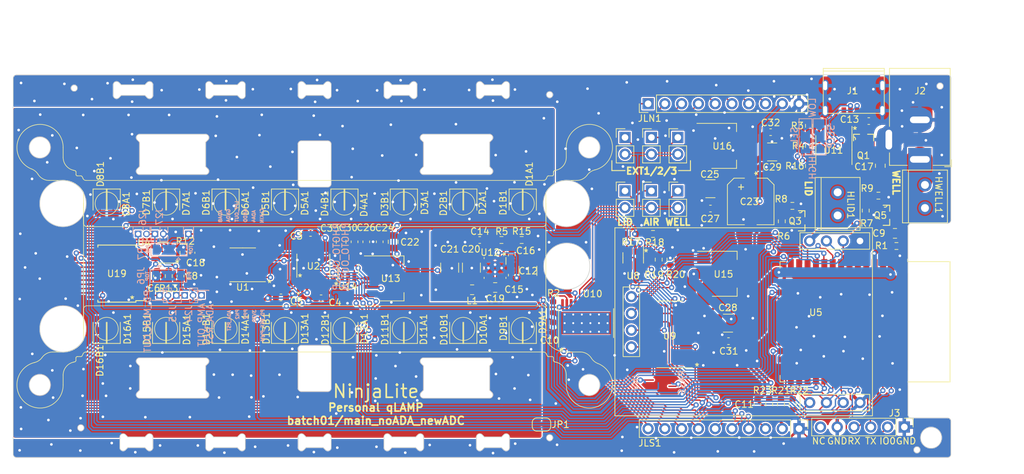
<source format=kicad_pcb>
(kicad_pcb (version 20211014) (generator pcbnew)
  (layers (0 "F.Cu" signal) (31 "B.Cu" signal) (34 "B.Paste" user) (35 "F.Paste" user) (36 "B.SilkS" user "B.Silkscreen") (37 "F.SilkS" user "F.Silkscreen") (38 "B.Mask" user) (39 "F.Mask" user) (44 "Edge.Cuts" user))
  (net 0 "")
  (net 1 "LED_BLANK")
  (net 2 "GNDA")
  (net 3 "3V3D")
  (net 4 "3V3A")
  (net 5 "PD_MUX_OUT")
  (net 7 "/Photo/AMP_OUT")
  (net 8 "-1V")
  (net 9 "12V")
  (net 10 "Net-(HLID1-Pad2)")
  (net 11 "Net-(HWELL1-Pad2)")
  (net 12 "THERM_R_SWITCH")
  (net 13 "/PhotoMUX/N_PD_OUT15")
  (net 14 "MUX_S3")
  (net 15 "/WELL_HEATER")
  (net 16 "MUX_S2")
  (net 17 "/LID_HEATER")
  (net 18 "MUX_S1")
  (net 19 "VIN_SENSE")
  (net 20 "I2C_SCL")
  (net 21 "MUX_S0")
  (net 22 "I2C_SDA")
  (net 23 "THERM_MUX_OUT")
  (net 24 "Net-(Q1-Pad1)")
  (net 25 "Net-(JP10-Pad1)")
  (net 26 "Net-(Q3-Pad1)")
  (net 27 "Net-(Q5-Pad1)")
  (net 28 "THERM_AIR")
  (net 29 "THERM_EXT1")
  (net 30 "THERM_EXT2")
  (net 31 "THERM_EXT3")
  (net 32 "THERM_LID")
  (net 33 "THERM_WELL")
  (net 34 "Net-(R5-Pad1)")
  (net 35 "Net-(J1-PadB5)")
  (net 36 "Net-(J1-PadA5)")
  (net 37 "Net-(R2-Pad1)")
  (net 38 "Net-(R17-Pad2)")
  (net 39 "Net-(R18-Pad2)")
  (net 41 "/PhotoMUX/N_PD_OUT13")
  (net 43 "GNDD")
  (net 48 "/PhotoMUX/N_PD_OUT11")
  (net 51 "ADC_DRDY")
  (net 54 "Net-(C6-Pad1)")
  (net 55 "Net-(C18-Pad1)")
  (net 56 "Net-(J24-Pad2)")
  (net 57 "Net-(J26-Pad2)")
  (net 58 "/Photo/LPF_OUT")
  (net 59 "Net-(R15-Pad1)")
  (net 61 "/Power/PWRGD")
  (net 62 "5V")
  (net 66 "/Power/SELP")
  (net 71 "/Power/SEL")
  (net 74 "/PhotoMUX/N_PD_OUT9")
  (net 75 "/PhotoMUX/N_PD_OUT7")
  (net 76 "/PhotoMUX/N_PD_OUT5")
  (net 77 "/PhotoMUX/N_PD_OUT3")
  (net 78 "/PhotoMUX/N_PD_OUT1")
  (net 79 "/PhotoMUX/S_PD_OUT15")
  (net 80 "/PhotoMUX/S_PD_OUT13")
  (net 81 "/PhotoMUX/S_PD_OUT11")
  (net 82 "/PhotoMUX/S_PD_OUT9")
  (net 83 "/PhotoMUX/S_PD_OUT7")
  (net 84 "/PhotoMUX/S_PD_OUT5")
  (net 85 "/PhotoMUX/S_PD_OUT3")
  (net 86 "/PhotoMUX/S_PD_OUT1")
  (net 87 "Net-(D1A1-Pad1)")
  (net 88 "Net-(D15A1-Pad1)")
  (net 89 "Net-(D16A1-Pad1)")
  (net 90 "Net-(D14A1-Pad1)")
  (net 91 "Net-(D13A1-Pad1)")
  (net 92 "Net-(D12A1-Pad1)")
  (net 93 "Net-(D11A1-Pad1)")
  (net 94 "Net-(D10A1-Pad1)")
  (net 95 "Net-(D9A1-Pad1)")
  (net 96 "Net-(D8A1-Pad1)")
  (net 97 "Net-(D2A1-Pad1)")
  (net 98 "Net-(D3A1-Pad1)")
  (net 99 "Net-(D4A1-Pad1)")
  (net 100 "Net-(D5A1-Pad1)")
  (net 101 "Net-(D6A1-Pad1)")
  (net 102 "Net-(D7A1-Pad1)")
  (net 103 "LED_SPI_MOSI")
  (net 104 "LED_SPI_SCLK")
  (net 105 "LED_LAT")
  (net 106 "/PhotoLED/S_LED_OUT8")
  (net 107 "/PhotoLED/S_LED_OUT7")
  (net 108 "/PhotoLED/S_LED_OUT6")
  (net 109 "/PhotoLED/S_LED_OUT5")
  (net 110 "/PhotoLED/S_LED_OUT1")
  (net 111 "/PhotoLED/S_LED_OUT2")
  (net 112 "/PhotoLED/S_LED_OUT3")
  (net 113 "/PhotoLED/S_LED_OUT4")
  (net 114 "/PhotoLED/N_LED_OUT5")
  (net 115 "/PhotoLED/N_LED_OUT6")
  (net 116 "/PhotoLED/N_LED_OUT7")
  (net 117 "/PhotoLED/N_LED_OUT8")
  (net 118 "/PhotoLED/N_LED_OUT4")
  (net 119 "/PhotoLED/N_LED_OUT3")
  (net 120 "/PhotoLED/N_LED_OUT2")
  (net 121 "/PhotoLED/N_LED_OUT1")
  (net 122 "Net-(C16-Pad1)")
  (net 124 "Net-(C14-Pad1)")
  (net 125 "Net-(C19-Pad2)")
  (net 126 "Net-(C19-Pad1)")
  (net 127 "TACT3")
  (net 128 "TACT2")
  (net 129 "/TXD")
  (net 130 "/RXD")
  (net 131 "TACT1")
  (net 132 "LED_R")
  (net 133 "LED_G")
  (net 134 "LED_B")
  (net 138 "Net-(C9-Pad1)")
  (net 139 "/Power/VIN")
  (net 140 "unconnected-(J3-Pad6)")
  (footprint "Ninja-qPCR:TB_SeeedOPL_320110028" (layer "F.Cu") (at 205.069999 89.680009 -90)
    (fp_text reference "HWELL1")
    (fp_text value "Screw_Terminal_01x02")
  )
  (footprint "Jumper:SolderJumper-2_P1.3mm_Bridged_RoundedPad1.0x1.5mm" (layer "F.Cu") (at 147 126 180)
    (fp_text reference "JP1")
    (fp_text value "SolderJumper_2_Bridged")
  )
  (footprint "Package_SO:TSSOP-16_4.4x5mm_P0.65mm" (layer "F.Cu") (at 191.278292 84.3998 -90)
    (fp_text reference "U11")
    (fp_text value "IP2721")
  )
  (footprint "Ninja-qPCR:TPS63710DRRR" (layer "F.Cu") (at 139.966 102.27 -90)
    (fp_text reference "U12")
    (fp_text value "TPS63710DRRR" hide)
  )
  (footprint "Package_TO_SOT_SMD:SOT-223-6" (layer "F.Cu") (at 124.306 103.85)
    (fp_text reference "U13")
    (fp_text value "MCP1755T-3302E_DC")
  )
  (footprint "Package_TO_SOT_SMD:SOT-23-5" (layer "F.Cu") (at 117.716 102.49 90)
    (fp_text reference "U14")
    (fp_text value "MCP1755T-3302E_OT")
  )
  (footprint "Package_TO_SOT_SMD:SOT-223" (layer "F.Cu") (at 174.72 103.15)
    (fp_text reference "U15")
    (fp_text value "CJT1117-3.3")
  )
  (footprint "Package_TO_SOT_SMD:SOT-223" (layer "F.Cu") (at 174.63 83.76)
    (fp_text reference "U16")
    (fp_text value "CJT1117-5.0")
  )
  (footprint "Capacitor_SMD:C_0805_2012Metric" (layer "F.Cu") (at 124.532 98.299995 90)
    (fp_text reference "C22")
    (fp_text value "4.7uF")
  )
  (footprint "Ninja-qPCR:35TZV100M6.3X8" (layer "F.Cu") (at 178.68 92.18 -90)
    (fp_text reference "C23")
    (fp_text value "100uF" hide)
  )
  (footprint "Capacitor_SMD:C_0603_1608Metric" (layer "F.Cu") (at 122.5 98.299995 90)
    (fp_text reference "C24")
    (fp_text value "0.1uF")
  )
  (footprint "Capacitor_SMD:C_1210_3225Metric" (layer "F.Cu") (at 172.58 90.25 180)
    (fp_text reference "C25")
    (fp_text value "22uF")
  )
  (footprint "Capacitor_SMD:C_0603_1608Metric" (layer "F.Cu") (at 172.59 93.26 180)
    (fp_text reference "C27")
    (fp_text value "0.1uF")
  )
  (footprint "Capacitor_SMD:C_1210_3225Metric" (layer "F.Cu") (at 181.93 84.68)
    (fp_text reference "C29")
    (fp_text value "22uF")
  )
  (footprint "Capacitor_SMD:C_0603_1608Metric" (layer "F.Cu") (at 118.69 98.299995 90)
    (fp_text reference "C30")
    (fp_text value "100pF")
  )
  (footprint "Capacitor_SMD:C_0603_1608Metric" (layer "F.Cu") (at 175.32 113.36 180)
    (fp_text reference "C31")
    (fp_text value "0.1uF")
  )
  (footprint "Capacitor_SMD:C_0805_2012Metric" (layer "F.Cu") (at 116.658 98.299995 90)
    (fp_text reference "C33")
    (fp_text value "4.7uF")
  )
  (footprint "Capacitor_SMD:C_0805_2012Metric" (layer "F.Cu") (at 136.496 105.57 180)
    (fp_text reference "L1")
    (fp_text value "2.2uH")
  )
  (footprint "Capacitor_SMD:C_0603_1608Metric" (layer "F.Cu") (at 196.563292 79.9998)
    (fp_text reference "C13")
    (fp_text value "1uF(<=20V)")
  )
  (footprint "Capacitor_SMD:C_0603_1608Metric" (layer "F.Cu") (at 137.645995 98.029993 180)
    (fp_text reference "C14")
    (fp_text value "1uF")
  )
  (footprint "Capacitor_SMD:C_1210_3225Metric" (layer "F.Cu") (at 133.096 102.22 90)
    (fp_text reference "C21")
    (fp_text value "22uF")
  )
  (footprint "Ninja-qPCR:TB_SeeedOPL_320110028" (layer "F.Cu") (at 191.85 90.8 -90)
    (fp_text reference "HLID1")
    (fp_text value "Screw_Terminal_01x02")
  )
  (footprint "Package_SO:SSOP-24_5.3x8.2mm_P0.65mm" (layer "F.Cu") (at 82.695999 103.120012 180)
    (fp_text reference "U19")
    (fp_text value "CD74HC4067M96")
  )
  (footprint "Capacitor_SMD:C_0603_1608Metric" (layer "F.Cu") (at 92.336 103.5 -90)
    (fp_text reference "C8")
    (fp_text value "0.1uF")
  )
  (footprint "Capacitor_SMD:C_0603_1608Metric" (layer "F.Cu") (at 179.705 122.936 -90)
    (fp_text reference "C11")
    (fp_text value "0.1uF")
  )
  (footprint "Capacitor_SMD:C_0603_1608Metric" (layer "F.Cu") (at 88.78 103.5 90)
    (fp_text reference "C6")
    (fp_text value "DNP(<1pF)")
  )
  (footprint "Capacitor_SMD:C_0603_1608Metric" (layer "F.Cu") (at 107.546004 106.722)
    (fp_text reference "C5")
    (fp_text value "0.1uF")
  )
  (footprint "Capacitor_SMD:C_0603_1608Metric" (layer "F.Cu") (at 113.626 106.87 180)
    (fp_text reference "C4")
    (fp_text value "0.1uF")
  )
  (footprint "Capacitor_SMD:C_0603_1608Metric" (layer "F.Cu") (at 112.026 96.95 180)
    (fp_text reference "C3")
    (fp_text value "0.1uF")
  )
  (footprint "Package_TO_SOT_SMD:SOT-23-8" (layer "F.Cu") (at 160.88675 100.738153 -90)
    (fp_text reference "U8")
    (fp_text value "TS12A12511DCNR")
  )
  (footprint "Package_TO_SOT_SMD:SOT-23-5" (layer "F.Cu") (at 89.696002 99.960012 180)
    (fp_text reference "U4")
    (fp_text value "LMP7717MF_NOPB")
  )
  (footprint "Ninja-qPCR:ADS122C04IPWR" (layer "F.Cu") (at 112.451 101.92 90)
    (fp_text reference "U2")
    (fp_text value "ADS1219IPWR")
  )
  (footprint "Resistor_SMD:R_0603_1608Metric" (layer "F.Cu") (at 90.558 103.5 -90)
    (fp_text reference "R13")
    (fp_text value "10M")
  )
  (footprint "Resistor_SMD:R_0603_1608Metric" (layer "F.Cu") (at 163.886 97.110005)
    (fp_text reference "R17")
    (fp_text value "10k_HP")
  )
  (footprint "Resistor_SMD:R_0603_1608Metric" (layer "F.Cu") (at 160.556 97.11 180)
    (fp_text reference "R18")
    (fp_text value "47k_HP")
  )
  (footprint "Package_SO:SOIC-16_3.9x9.9mm_P1.27mm" (layer "F.Cu") (at 166.411 112.335 180)
    (fp_text reference "U9")
    (fp_text value "SN74LV4051A")
  )
  (footprint "Capacitor_SMD:C_0603_1608Metric" (layer "F.Cu") (at 120.468 98.299995 90)
    (fp_text reference "C26")
    (fp_text value "0.01uF")
  )
  (footprint "Ninja-qPCR:SOT95P240X112-3N" (layer "F.Cu") (at 199.02 94.28)
    (fp_text reference "Q5")
    (fp_text value "Q_NMOS_GSD")
  )
  (footprint "Ninja-qPCR:SOT95P240X112-3N" (layer "F.Cu") (at 186.18 95.12)
    (fp_text reference "Q3")
    (fp_text value "Q_NMOS_GSD")
  )
  (footprint "Ninja-qPCR:SOT95P240X112-3N" (layer "F.Cu") (at 195.778292 82.7098 90)
    (fp_text reference "Q1")
    (fp_text value "Q_NMOS_GSD")
  )
  (footprint "Package_SO:HTSSOP-24-1EP_4.4x7.8mm_P0.65mm_EP3.4x7.8mm_Mask2.4x4.68mm_ThermalVias" (layer "F.Cu") (at 153.756 110.63 90)
    (fp_text reference "U10")
    (fp_text value "TLC5929")
  )
  (footprint "Capacitor_SMD:C_0603_1608Metric" (layer "F.Cu") (at 142.495998 103.349998 90)
    (fp_text reference "C15")
    (fp_text value "1uF")
  )
  (footprint "Resistor_SMD:R_0603_1608Metric" (layer "F.Cu") (at 164.749988 101.000001 -90)
    (fp_text reference "R19")
    (fp_text value "100k")
  )
  (footprint "Capacitor_SMD:C_0805_2012Metric" (layer "F.Cu") (at 200.525 97.02 180)
    (fp_text reference "C9")
    (fp_text value "10uF")
  )
  (footprint "Connector_PinHeader_2.54mm:PinHeader_1x02_P2.54mm_Vertical" (layer "F.Cu") (at 167.646956 90.579052)
    (fp_text reference "TWELL1" hide)
    (fp_text value "Conn_01x02_Male")
  )
  (footprint "Connector_PinHeader_2.54mm:PinHeader_1x02_P2.54mm_Vertical" (layer "F.Cu") (at 159.646956 90.579052)
    (fp_text reference "TLID1" hide)
    (fp_text value "Conn_01x02_Male")
  )
  (footprint "Connector_PinHeader_2.54mm:PinHeader_1x02_P2.54mm_Vertical" (layer "F.Cu") (at 167.646956 82.479052)
    (fp_text reference "TEXT3" hide)
    (fp_text value "Conn_01x02_Male")
  )
  (footprint "Connector_PinHeader_2.54mm:PinHeader_1x02_P2.54mm_Vertical" (layer "F.Cu") (at 163.646956 82.479052)
    (fp_text reference "TEXT2" hide)
    (fp_text value "Conn_01x02_Male")
  )
  (footprint "Connector_PinHeader_2.54mm:PinHeader_1x02_P2.54mm_Vertical" (layer "F.Cu") (at 159.646956 82.479052)
    (fp_text reference "TEXT1" hide)
    (fp_text value "Conn_01x02_Male")
  )
  (footprint "Connector_PinHeader_2.54mm:PinHeader_1x02_P2.54mm_Vertical" (layer "F.Cu") (at 163.646956 90.579052)
    (fp_text reference "TAIR1" hide)
    (fp_text value "Conn_01x02_Male")
  )
  (footprint "Resistor_SMD:R_0603_1608Metric" (layer "F.Cu") (at 198.02 91.305 180)
    (fp_text reference "R9")
    (fp_text value "47k")
  )
  (footprint "Resistor_SMD:R_0603_1608Metric" (layer "F.Cu") (at 184.99 92.86 180)
    (fp_text reference "R8")
    (fp_text value "47k")
  )
  (footprint "Resistor_SMD:R_0603_1608Metric" (layer "F.Cu") (at 140.936006 98.029993 180)
    (fp_text reference "R5")
    (fp_text value "39k")
  )
  (footprint "Resistor_SMD:R_0603_1608Metric" (layer "F.Cu") (at 187.500006 80.7212 -90)
    (fp_text reference "R3")
    (fp_text value "5.1k")
  )
  (footprint "Resistor_SMD:R_0603_1608Metric" (layer "F.Cu") (at 187.500006 83.7692 -90)
    (fp_text reference "R4")
    (fp_text value "5.1k")
  )
  (footprint "Resistor_SMD:R_0603_1608Metric" (layer "F.Cu") (at 196.1 93.57 -90)
    (fp_text reference "R7")
    (fp_text value "150")
  )
  (footprint "Resistor_SMD:R_0603_1608Metric" (layer "F.Cu") (at 183.39 95.19 -90)
    (fp_text reference "R6")
    (fp_text value "150")
  )
  (footprint "Resistor_SMD:R_0603_1608Metric" (layer "F.Cu") (at 148.756005 108.219991 -90)
    (fp_text reference "R2")
    (fp_text value "0")
  )
  (footprint "Resistor_SMD:R_0603_1608Metric" (layer "F.Cu") (at 200.75 98.94 180)
    (fp_text reference "R1")
    (fp_text value "100k")
  )
  (footprint "Resistor_SMD:R_0603_1608Metric" (layer "F.Cu") (at 187.500006 86.8172 -90)
    (fp_text reference "R16")
    (fp_text value "100k")
  )
  (footprint "Capacitor_SMD:C_0603_1608Metric" (layer "F.Cu") (at 148.756005 111.290012 -90)
    (fp_text reference "C10")
    (fp_text value "0.1uF")
  )
  (footprint "Capacitor_SMD:C_1210_3225Metric" (layer "F.Cu") (at 175.24 110.63 180)
    (fp_text reference "C28")
    (fp_text value "22uF")
  )
  (footprint "Capacitor_SMD:C_0603_1608Metric" (layer "F.Cu") (at 181.7 81.68)
    (fp_text reference "C32")
    (fp_text value "0.1uF")
  )
  (footprint "Connector_BarrelJack:BarrelJack_Horizontal" (layer "F.Cu") (at 204.295792 85.8098 -90)
    (fp_text reference "J2")
    (fp_text value "Barrel_Jack_Switch")
  )
  (footprint "Diodes_SMD:D_1206" (layer "F.Cu") (at 107.157211 92.502066 -90)
    (fp_text reference "D5B1")
    (fp_text value "D_Photo")
  )
  (footprint "Resistor_SMD:R_0603_1608Metric" (layer "F.Cu") (at 181.483 122.936 90)
    (fp_text reference "R23")
    (fp_text value "100k")
  )
  (footprint "Diodes_SMD:D_1206" (layer "F.Cu") (at 134.157211 111.501633 90)
    (fp_text reference "D10B1")
    (fp_text value "D_Photo")
  )
  (footprint "Diodes_SMD:D_1206" (layer "F.Cu") (at 89.157211 92.502066 -90)
    (fp_text reference "D7B1")
    (fp_text value "D_Photo")
  )
  (footprint "Diodes_SMD:D_1206" (layer "F.Cu") (at 134.157211 92.502066 -90)
    (fp_text reference "D2B1")
    (fp_text value "D_Photo")
  )
  (footprint "Diodes_SMD:D_1206" (layer "F.Cu") (at 127.157211 111.501633 90)
    (fp_text reference "D11A1")
    (fp_text value "D_Photo")
  )
  (footprint "Diodes_SMD:D_1206" (layer "F.Cu") (at 136.157211 92.502066 -90)
    (fp_text reference "D2A1")
    (fp_text value "D_Photo")
  )
  (footprint "Diodes_SMD:D_1206" (layer "F.Cu") (at 143.157211 92.502066 -90)
    (fp_text reference "D1B1")
    (fp_text value "D_Photo")
  )
  (footprint "Diodes_SMD:D_1206" (layer "F.Cu") (at 100.157211 111.501633 90)
    (fp_text reference "D14A1")
    (fp_text value "D_Photo")
  )
  (footprint "Ninja-qPCR:LITE_LCD" (layer "F.Cu") (at 158.111003 96.175006)
    (fp_text reference "U17" hide)
    (fp_text value "LITE_LCD")
  )
  (footprint "Diodes_SMD:D_1206" (layer "F.Cu") (at 100.157211 92.502066 -90)
    (fp_text reference "D6A1")
    (fp_text value "D_Photo")
  )
  (footprint "Resistor_SMD:R_0603_1608Metric" (layer "F.Cu") (at 185.039 122.936 90)
    (fp_text reference "R22")
    (fp_text value "100k")
  )
  (footprint "Diodes_SMD:D_1206" (layer "F.Cu") (at 125.157211 111.501633 90)
    (fp_text reference "D11B1")
    (fp_text value "D_Photo")
  )
  (footprint "Diodes_SMD:D_1206" (layer "F.Cu") (at 116.157211 111.501633 90)
    (fp_text reference "D12B1")
    (fp_text value "D_Photo")
  )
  (footprint "Capacitor_SMD:C_1210_3225Metric" (layer "F.Cu") (at 136.386 102.22 90)
    (fp_text reference "C20")
    (fp_text value "22uF")
  )
  (footprint "Ninja-qPCR:ALI_USB" (layer "F.Cu") (at 198.608282 78.419792 180)
    (fp_text reference "J1")
    (fp_text value "ALI_USB")
  )
  (footprint "Capacitor_SMD:C_0603_1608Metric" (layer "F.Cu") (at 142.495998 100.309999 -90)
    (fp_text reference "C16")
    (fp_text value "1uF")
  )
  (footprint "Package_SO:SOIC-8_3.9x4.9mm_P1.27mm" (layer "F.Cu") (at 101.76 101.79 180)
    (fp_text reference "U1")
    (fp_text value "MCP3426")
  )
  (footprint "Connector_PinHeader_2.54mm:PinHeader_1x10_P2.54mm_Vertical" (layer "F.Cu") (at 186.001 126.628 -90)
    (fp_text reference "JLS1")
    (fp_text value "Conn_01x10_Male")
  )
  (footprint "Diodes_SMD:D_1206" (layer "F.Cu") (at 82.157211 111.501633 90)
    (fp_text reference "D16A1")
    (fp_text value "D_Photo")
  )
  (footprint "Diodes_SMD:D_1206" (layer "F.Cu") (at 118.157211 111.501633 90)
    (fp_text reference "D12A1")
    (fp_text value "D_Photo")
  )
  (footprint "Resistor_SMD:R_0603_1608Metric" (layer "F.Cu") (at 143.995995 98.029993)
    (fp_text reference "R15")
    (fp_text value "150k")
  )
  (footprint "Diodes_SMD:D_1206" (layer "F.Cu") (at 109.157211 111.501633 90)
    (fp_text reference "D13A1")
    (fp_text value "D_Photo")
  )
  (footprint "Diodes_SMD:D_1206" (layer "F.Cu") (at 118.157211 92.502066 -90)
    (fp_text reference "D4A1")
    (fp_text value "D_Photo")
  )
  (footprint "Diodes_SMD:D_1206" (layer "F.Cu") (at 109.157211 92.502066 -90)
    (fp_text reference "D5A1")
    (fp_text value "D_Photo")
  )
  (footprint "Diodes_SMD:D_1206" (layer "F.Cu") (at 80.157211 92.502066 -90)
    (fp_text reference "D8B1")
    (fp_text value "D_Photo")
  )
  (footprint "Diodes_SMD:D_1206" (layer "F.Cu") (at 98.157211 111.501633 90)
    (fp_text reference "D14B1")
    (fp_text value "D_Photo")
  )
  (footprint "Capacitor_SMD:C_0805_2012Metric" (layer "F.Cu") (at 198.308292 86.7698 90)
    (fp_text reference "C17")
    (fp_text value "10uF(<=20V)")
  )
  (footprint "RF_Module:ESP32-WROOM-32" (layer "F.Cu") (at 193.006 110.42 -90)
    (fp_text reference "U5")
    (fp_text value "ESP32-WROOM-32")
  )
  (footprint "Diodes_SMD:D_1206" (layer "F.Cu") (at 80.157211 111.501633 90)
    (fp_text reference "D16B1")
    (fp_text value "D_Photo")
  )
  (footprint "Connector_PinHeader_2.54mm:PinHeader_1x06_P2.54mm_Vertical" (layer "F.Cu") (at 201.946 126.38 -90)
    (fp_text reference "J3")
    (fp_text value "Conn_01x06_Male")
  )
  (footprint "Resistor_SMD:R_0603_1608Metric" (layer "F.Cu") (at 166.527988 101.000001 90)
    (fp_text reference "R20")
    (fp_text value "10k")
  )
  (footprint "Diodes_SMD:D_1206" (layer "F.Cu") (at 91.157211 111.501633 90)
    (fp_text reference "D15A1")
    (fp_text value "D_Photo")
  )
  (footprint "Diodes_SMD:D_1206" (layer "F.Cu") (at 127.157211 92.502066 -90)
    (fp_text reference "D3A1")
    (fp_text value "D_Photo")
  )
  (footprint "Capacitor_SMD:C_0402_1005Metric" (layer "F.Cu") (at 94.146005 99.960012 90)
    (fp_text reference "C18")
    (fp_text value "330pF")
  )
  (footprint "Diodes_SMD:D_1206" (layer "F.Cu") (at 89.157211 111.501633 90)
    (fp_text reference "D15B1")
    (fp_text value "D_Photo")
  )
  (footprint "Connector_PinHeader_2.54mm:PinHeader_1x10_P2.54mm_Vertical" (layer "F.Cu") (at 163.141 77.372 90)
    (fp_text reference "JLN1")
    (fp_text value "Conn_01x10_Male")
  )
  (footprint "Diodes_SMD:D_1206" (layer "F.Cu") (at 125.157211 92.502066 -90)
    (fp_text reference "D3B1")
    (fp_text value "D_Photo")
  )
  (footprint "Diodes_SMD:D_1206" (layer "F.Cu") (at 145.157211 111.501633 90)
    (fp_text reference "D9A1")
    (fp_text value "D_Photo")
  )
  (footprint "Resistor_SMD:R_0603_1608Metric" (layer "F.Cu") (at 92.776006 99.960012 -90)
    (fp_text reference "R12")
    (fp_text value "10k")
  )
  (footprint "Resistor_SMD:R_0603_1608Metric" (layer "F.Cu") (at 183.261 122.936 90)
    (fp_text reference "R21")
    (fp_text value "100k")
  )
  (footprint "Diodes_SMD:D_1206" (layer "F.Cu") (at 116.157211 92.502066 -90)
    (fp_text reference "D4B1")
    (fp_text value "D_Photo")
  )
  (footprint "Capacitor_SMD:C_0805_2012Metric" (layer "F.Cu") (at 139.986 105.23 180)
    (fp_text reference "C19")
    (fp_text value "10uF")
  )
  (footprint "Diodes_SMD:D_1206" (layer "F.Cu") (at 91.157211 92.502066 -90)
    (fp_text reference "D7A1")
    (fp_text value "D_Photo")
  )
  (footprint "Diodes_SMD:D_1206" (layer "F.Cu") (at 145.157211 92.502066 -90)
    (fp_text reference "D1A1")
    (fp_text value "D_Photo")
  )
  (footprint "Diodes_SMD:D_1206" (layer "F.Cu") (at 82.157211 92.502066 -90)
    (fp_text reference "D8A1")
    (fp_text value "D_Photo")
  )
  (footprint "Diodes_SMD:D_1206" (layer "F.Cu") (at 107.157211 111.501633 90)
    (fp_text reference "D13B1")
    (fp_text value "D_Photo")
  )
  (footprint "Diodes_SMD:D_1206" (layer "F.Cu") (at 98.157211 92.502066 -90)
    (fp_text reference "D6B1")
    (fp_text value "D_Photo")
  )
  (footprint "Diodes_SMD:D_1206" (layer "F.Cu") (at 143.157211 111.501633 90)
    (fp_text reference "D9B1")
    (fp_text value "D_Photo")
  )
  (footprint "Capacitor_SMD:C_1210_3225Metric" (layer "F.Cu") (at 144.936 102.71 90)
    (fp_text reference "C12")
    (fp_text value "22uF")
  )
  (footprint "Diodes_SMD:D_1206" (layer "F.Cu") (at 136.157211 111.501633 90)
    (fp_text reference "D10A1")
    (fp_text value "D_Photo")
  )
  (footprint "Connector_PinHeader_1.27mm:PinHeader_1x01_P1.27mm_Vertical" (layer "B.Cu") (at 89.155998 106.419994 180)
    (fp_text reference "J13" hide)
    (fp_text value "Conn_01x01_Male")
  )
  (footprint "Connector_PinHeader_1.27mm:PinHeader_1x01_P1.27mm_Vertical" (layer "B.Cu") (at 95.505998 106.419994)
    (fp_text reference "J16" hide)
    (fp_text value "Conn_01x01_Male")
  )
  (footprint "Jumper:SolderJumper-3_P2.0mm_Open_TrianglePad1.0x1.5mm" (layer "B.Cu") (at 90.616 99.5 180)
    (fp_text reference "JP7")
    (fp_text value "Jumper_3_Open")
  )
  (footprint "Connector_PinHeader_1.27mm:PinHeader_1x01_P1.27mm_Vertical" (layer "B.Cu") (at 93.536 97.110005 -90)
    (fp_text reference "J23" hide)
    (fp_text value "Conn_01x01_Male")
  )
  (footprint "Jumper:SolderJumper-3_P2.0mm_Open_TrianglePad1.0x1.5mm" (layer "B.Cu") (at 90.526 103.44)
    (fp_text reference "JP6")
    (fp_text value "Jumper_3_Open")
  )
  (footprint "Connector_PinHeader_1.27mm:PinHeader_1x02_P1.27mm_Vertical" (layer "B.Cu") (at 85.916 97.110005 -90)
    (fp_text reference "J26" hide)
    (fp_text value "Conn_01x02_Male")
  )
  (footprint "Jumper:SolderJumper-3_P2.0mm_Open_TrianglePad1.0x1.5mm" (layer "B.Cu") (at 186.957487 82.390005 90)
    (fp_text reference "JP9" hide)
    (fp_text value "Jumper_3_Open")
  )
  (footprint "Connector_PinHeader_1.27mm:PinHeader_1x02_P1.27mm_Vertical" (layer "B.Cu") (at 91.695998 106.419994 90)
    (fp_text reference "J25")
    (fp_text value "Conn_01x02_Male")
  )
  (footprint "Connector_PinHeader_1.27mm:PinHeader_1x02_P1.27mm_Vertical" (layer "B.Cu") (at 92.965998 106.419994 -90)
    (fp_text reference "J24")
    (fp_text value "Conn_01x02_Male")
  )
  (footprint "Connector_PinHeader_1.27mm:PinHeader_1x02_P1.27mm_Vertical" (layer "B.Cu") (at 88.456 97.110005 -90)
    (fp_text reference "J27")
    (fp_text value "Conn_01x02_Male")
  )
  (footprint "Jumper:SolderJumper-3_P2.0mm_Open_TrianglePad1.0x1.5mm" (layer "B.Cu") (at 189.100003 82.390005 90)
    (fp_text reference "JP10" hide)
    (fp_text value "Jumper_3_Open")
  )
  (gr_line (start 147.657227 111.5) (end 147.657227 92.5) (layer "F.SilkS") (width 0.1))
  (gr_arc (start 69.793791 87.266166) (mid 70.34204 87.588129) (end 70.761537 88.065895) (layer "F.SilkS") (width 0.1))
  (gr_arc (start 71.379757 115.828755) (mid 70.875438 116.315728) (end 70.234047 116.598743) (layer "F.SilkS") (width 0.1))
  (gr_circle (center 126.157202 111.501637) (end 124.407202 111.501637) (layer "F.SilkS") (width 0.1) (fill none))
  (gr_arc (start 69.793791 87.266166) (mid 69.088495 81.115515) (end 74.563915 84.004758) (layer "F.SilkS") (width 0.1))
  (gr_arc (start 147.886139 88.404914) (mid 147.959302 88.332085) (end 148.059038 88.305442) (layer "F.SilkS") (width 0.1))
  (gr_arc (start 76.497682 115.898256) (mid 76.55626 115.756834) (end 76.697682 115.698256) (layer "F.SilkS") (width 0.1))
  (gr_arc (start 76.712016 88.305442) (mid 76.570595 88.246863) (end 76.512016 88.105442) (layer "F.SilkS") (width 0.1))
  (gr_arc (start 77.428279 115.598784) (mid 77.355116 115.671613) (end 77.25538 115.698256) (layer "F.SilkS") (width 0.1))
  (gr_arc (start 77.428293 88.404914) (mid 77.500888 88.541698) (end 77.562683 88.683688) (layer "F.SilkS") (width 0.1))
  (gr_arc (start 72.455067 89.001961) (mid 71.487562 88.752371) (end 70.761537 88.065895) (layer "F.SilkS") (width 0.1))
  (gr_circle (center 144.157216 92.502061) (end 145.907216 92.502061) (layer "F.SilkS") (width 0.1) (fill none))
  (gr_arc (start 71.379757 115.828755) (mid 72.090263 115.22045) (end 72.999668 115.001737) (layer "F.SilkS") (width 0.1))
  (gr_line (start 76.512016 87.717688) (end 76.512016 88.105442) (layer "F.SilkS") (width 0.1))
  (gr_arc (start 149.18281 116.546221) (mid 150.310089 117.246864) (end 150.750503 118.49894) (layer "F.SilkS") (width 0.1))
  (gr_arc (start 74.563643 89.001961) (mid 76.369254 89.503667) (end 77.657216 90.86495) (layer "F.SilkS") (width 0.1))
  (gr_line (start 74.563901 118.49894) (end 74.563901 119.99894) (layer "F.SilkS") (width 0.1))
  (gr_line (start 147.657202 108.501637) (end 147.657202 113.138748) (layer "F.SilkS") (width 0.1))
  (gr_line (start 148.816736 88.105442) (end 148.816736 87.712572) (layer "F.SilkS") (width 0.1))
  (gr_arc (start 77.562669 115.32001) (mid 77.500874 115.462) (end 77.428279 115.598784) (layer "F.SilkS") (width 0.1))
  (gr_line (start 72.999668 115.001737) (end 74.563629 115.001737) (layer "F.SilkS") (width 0.1))
  (gr_arc (start 147.751749 88.683688) (mid 147.568027 88.914864) (end 147.285904 89.002061) (layer "F.SilkS") (width 0.1))
  (gr_arc (start 76.131608 87.457477) (mid 75.004329 86.756834) (end 74.563915 85.504758) (layer "F.SilkS") (width 0.1))
  (gr_line (start 74.563915 84.004758) (end 74.563915 85.504758) (layer "F.SilkS") (width 0.1))
  (gr_line (start 78.028528 89.002061) (end 147.285904 89.002061) (layer "F.SilkS") (width 0.1))
  (gr_circle (center 108.157202 111.501637) (end 106.407202 111.501637) (layer "F.SilkS") (width 0.1) (fill none))
  (gr_line (start 77.657216 95.502061) (end 77.657216 90.86495) (layer "F.SilkS") (width 0.1))
  (gr_circle (center 90.157216 92.502061) (end 91.907216 92.502061) (layer "F.SilkS") (width 0.1) (fill none))
  (gr_line (start 152.31475 89.001961) (end 150.750789 89.001961) (layer "F.SilkS") (width 0.1))
  (gr_line (start 77.657202 113.138748) (end 77.657202 108.501637) (layer "F.SilkS") (width 0.1))
  (gr_line (start 159.656011 87.499996) (end 157.656011 87.499996) (layer "F.SilkS") (width 0.15))
  (gr_arc (start 147.751749 88.683688) (mid 147.813544 88.541698) (end 147.886139 88.404914) (layer "F.SilkS") (width 0.1))
  (gr_arc (start 149.18281 116.546221) (mid 149.057398 116.514167) (end 148.934323 116.474066) (layer "F.SilkS") (width 0.1))
  (gr_line (start 157.655999 87.5) (end 157.655999 86.000003) (layer "F.SilkS") (width 0.15))
  (gr_arc (start 78.028528 89.002061) (mid 77.746406 88.914864) (end 77.562683 88.683688) (layer "F.SilkS") (width 0.1))
  (gr_arc (start 76.36417 116.479751) (mid 76.248888 116.516505) (end 76.131594 116.546221) (layer "F.SilkS") (width 0.1))
  (gr_arc (start 150.750517 84.004758) (mid 156.412172 81.252077) (end 155.080371 87.404955) (layer "F.SilkS") (width 0.1))
  (gr_circle (center 135.157202 111.501637) (end 133.407202 111.501637) (layer "F.SilkS") (width 0.1) (fill none))
  (gr_arc (start 155.520627 116.737532) (mid 154.972378 116.415569) (end 154.552881 115.937803) (layer "F.SilkS") (width 0.1))
  (gr_arc (start 74.563901 119.99894) (mid 68.902246 122.751621) (end 70.234047 116.598743) (layer "F.SilkS") (width 0.1))
  (gr_circle (center 117.157216 92.502061) (end 118.907216 92.502061) (layer "F.SilkS") (width 0.1) (fill none))
  (gr_line (start 147.157216 96.002061) (end 78.157216 96.002061) (layer "F.SilkS") (width 0.1))
  (gr_circle (center 117.157202 111.501637) (end 115.407202 111.501637) (layer "F.SilkS") (width 0.1) (fill none))
  (gr_arc (start 74.563901 118.49894) (mid 75.004315 117.246865) (end 76.131594 116.546221) (layer "F.SilkS") (width 0.1))
  (gr_arc (start 147.157202 108.001637) (mid 147.510755 108.148084) (end 147.657202 108.501637) (layer "F.SilkS") (width 0.1))
  (gr_arc (start 155.520627 116.737532) (mid 156.225923 122.888183) (end 150.750503 119.99894) (layer "F.SilkS") (width 0.1))
  (gr_circle (center 90.157202 111.501637) (end 88.407202 111.501637) (layer "F.SilkS") (width 0.1) (fill none))
  (gr_line (start 150.750775 115.001737) (end 152.859351 115.001737) (layer "F.SilkS") (width 0.1))
  (gr_line (start 147.657216 90.86495) (end 147.657216 95.502061) (layer "F.SilkS") (width 0.1))
  (gr_arc (start 150.750775 115.001737) (mid 148.945164 114.500031) (end 147.657202 113.138748) (layer "F.SilkS") (width 0.1))
  (gr_circle (center 99.157202 111.501637) (end 97.407202 111.501637) (layer "F.SilkS") (width 0.1) (fill none))
  (gr_line (start 76.712016 88.305442) (end 77.255394 88.305442) (layer "F.SilkS") (width 0.1))
  (gr_circle (center 135.157216 92.502061) (end 136.907216 92.502061) (layer "F.SilkS") (width 0.1) (fill none))
  (gr_arc (start 148.059024 115.698256) (mid 147.959289 115.671613) (end 147.886125 115.598784) (layer "F.SilkS") (width 0.1))
  (gr_circle (center 108.157216 92.502061) (end 109.907216 92.502061) (layer "F.SilkS") (width 0.1) (fill none))
  (gr_line (start 148.059038 88.305442) (end 148.616736 88.305442) (layer "F.SilkS") (width 0.1))
  (gr_arc (start 153.934661 88.174943) (mid 154.43898 87.68797) (end 155.080371 87.404955) (layer "F.SilkS") (width 0.1))
  (gr_arc (start 150.750517 85.504758) (mid 150.310103 86.756833) (end 149.182824 87.457477) (layer "F.SilkS") (width 0.1))
  (gr_arc (start 148.816736 87.712572) (mid 148.853492 87.597025) (end 148.950248 87.523947) (layer "F.SilkS") (width 0.1))
  (gr_circle (center 144.157202 111.501637) (end 142.407202 111.501637) (layer "F.SilkS") (width 0.1) (fill none))
  (gr_line (start 150.750517 85.504758) (end 150.750517 84.004758) (layer "F.SilkS") (width 0.1))
  (gr_line (start 167.756004 87.5) (end 169.556 87.5) (layer "F.SilkS") (width 0.15))
  (gr_line (start 76.497682 115.898256) (end 76.497682 116.291126) (layer "F.SilkS") (width 0.1))
  (gr_arc (start 148.950248 87.523947) (mid 149.06553 87.487193) (end 149.182824 87.457477) (layer "F.SilkS") (width 0.1))
  (gr_arc (start 76.131608 87.457477) (mid 76.25702 87.489531) (end 76.380095 87.529632) (layer "F.SilkS") (width 0.1))
  (gr_arc (start 147.28589 115.001637) (mid 147.568012 115.088834) (end 147.751735 115.32001) (layer "F.SilkS") (width 0.1))
  (gr_arc (start 148.602402 115.698256) (mid 148.743823 115.756835) (end 148.802402 115.898256) (layer "F.SilkS") (width 0.1))
  (gr_line (start 169.556 87.5) (end 169.556 86.000003) (layer "F.SilkS") (width 0.15))
  (gr_arc (start 76.497682 116.291126) (mid 76.460926 116.406673) (end 76.36417 116.479751) (layer "F.SilkS") (width 0.1))
  (gr_arc (start 152.859351 115.001737) (mid 153.826856 115.251327) (end 154.552881 115.937803) (layer "F.SilkS") (width 0.1))
  (gr_arc (start 77.562669 115.32001) (mid 77.746391 115.088834) (end 78.028514 115.001637) (layer "F.SilkS") (width 0.1))
  (gr_arc (start 147.657216 95.502061) (mid 147.510769 95.855614) (end 147.157216 96.002061) (layer "F.SilkS") (width 0.1))
  (gr_circle (center 99.157216 92.502061) (end 100.907216 92.502061) (layer "F.SilkS") (width 0.1) (fill none))
  (gr_arc (start 153.934661 88.174943) (mid 153.224155 88.783248) (end 152.31475 89.001961) (layer "F.SilkS") (width 0.1))
  (gr_line (start 77.657214 92.5) (end 77.657214 111.5) (layer "F.SilkS") (width 0.1))
  (gr_arc (start 147.886125 115.598784) (mid 147.81353 115.462) (end 147.751735 115.32001) (layer "F.SilkS") (width 0.1))
  (gr_line (start 74.563643 89.001961) (end 72.455067 89.001961) (layer "F.SilkS") (width 0.1))
  (gr_arc (start 148.816736 88.105442) (mid 148.758158 88.246864) (end 148.616736 88.305442) (layer "F.SilkS") (width 0.1))
  (gr_line (start 78.157202 108.001637) (end 147.157202 108.001637) (layer "F.SilkS") (width 0.1))
  (gr_arc (start 148.934323 116.474066) (mid 148.838671 116.400867) (end 148.802402 116.28601) (layer "F.SilkS") (width 0.1))
  (gr_arc (start 77.255394 88.305442) (mid 77.355129 88.332085) (end 77.428293 88.404914) (layer "F.SilkS") (width 0.1))
  (gr_line (start 77.25538 115.698256) (end 76.697682 115.698256) (layer "F.SilkS") (width 0.1))
  (gr_arc (start 76.380095 87.529632) (mid 76.475747 87.602831) (end 76.512016 87.717688) (layer "F.SilkS") (width 0.1))
  (gr_circle (center 81.157216 92.502061) (end 82.907216 92.502061) (layer "F.SilkS") (width 0.1) (fill none))
  (gr_arc (start 78.157216 96.002061) (mid 77.803663 95.855614) (end 77.657216 95.502061) (layer "F.SilkS") (width 0.1))
  (gr_line (start 148.802402 116.28601) (end 148.802402 115.898256) (layer "F.SilkS") (width 0.1))
  (gr_arc (start 147.657216 90.86495) (mid 148.945178 89.503667) (end 150.750789 89.001961) (layer "F.SilkS") (width 0.1))
  (gr_line (start 147.28589 115.001637) (end 78.028514 115.001637) (layer "F.SilkS") (width 0.1))
  (gr_line (start 148.602402 115.698256) (end 148.059024 115.698256) (layer "F.SilkS") (width 0.1))
  (gr_circle (center 81.157202 111.501637) (end 79.407202 111.501637) (layer "F.SilkS") (width 0.1) (fill none))
  (gr_line (start 150.750503 119.99894) (end 150.750503 118.49894) (layer "F.SilkS") (width 0.1))
  (gr_arc (start 77.657202 113.138748) (mid 76.36924 114.500031) (end 74.563629 115.001737) (layer "F.SilkS") (width 0.1))
  (gr_arc (start 77.657202 108.501637) (mid 77.803649 108.148084) (end 78.157202 108.001637) (layer "F.SilkS") (width 0.1))
  (gr_circle (center 126.157216 92.502061) (end 127.907216 92.502061) (layer "F.SilkS") (width 0.1) (fill none))
  (gr_line (start 86.942944 74.501749) (end 87.296497 74.148195) (layer "Edge.Cuts") (width 0.1))
  (gr_line (start 111.357157 127.898251) (end 111.003604 127.544698) (layer "Edge.Cuts") (width 0.1))
  (gr_line (start 96.15005 76.101749) (end 96.15005 74.501749) (layer "Edge.Cuts") (width 0.1))
  (gr_arc (start 111.003604 76.455302) (mid 110.458709 76.563689) (end 110.15005 76.10175) (layer "Edge.Cuts") (width 0.1))
  (gr_line (start 110.15005 76.101749) (end 110.15005 74.501749) (layer "Edge.Cuts") (width 0.1))
  (gr_line (start 87.296497 127.544698) (end 86.942944 127.898251) (layer "Edge.Cuts") (width 0.1))
  (gr_arc (start 97.003603 129.851804) (mid 96.458708 129.96019) (end 96.15005 129.498251) (layer "Edge.Cuts") (width 0.1))
  (gr_line (start 138.357157 74.501749) (end 140.942944 74.501749) (layer "Edge.Cuts") (width 0.1))
  (gr_circle (center 74.536 92.5) (end 78.036 92.5) (layer "Edge.Cuts") (width 0.1) (fill none))
  (gr_line (start 124.357157 74.501749) (end 126.942944 74.501749) (layer "Edge.Cuts") (width 0.1))
  (gr_circle (center 71.036 84) (end 69.436 84) (layer "Edge.Cuts") (width 0.1) (fill none))
  (gr_line (start 115.15005 129.498251) (end 115.15005 127.898251) (layer "Edge.Cuts") (width 0.1))
  (gr_arc (start 110.15005 127.89825) (mid 110.458709 127.436311) (end 111.003604 127.544698) (layer "Edge.Cuts") (width 0.1))
  (gr_arc (start 87.296497 127.544698) (mid 87.841392 127.436312) (end 88.15005 127.898251) (layer "Edge.Cuts") (width 0.1))
  (gr_line (start 82.15005 76.101749) (end 82.15005 74.501749) (layer "Edge.Cuts") (width 0.1))
  (gr_line (start 129.13505 121.998251) (end 139.13505 121.998251) (layer "Edge.Cuts") (width 0.1))
  (gr_line (start 138.357157 127.898251) (end 138.003604 127.544698) (layer "Edge.Cuts") (width 0.1))
  (gr_arc (start 114.636 114) (mid 114.989553 114.146447) (end 115.136 114.5) (layer "Edge.Cuts") (width 0.1))
  (gr_line (start 209 95) (end 209 73.5) (layer "Edge.Cuts") (width 0.1))
  (gr_line (start 113.942944 129.498251) (end 114.296497 129.851805) (layer "Edge.Cuts") (width 0.1))
  (gr_line (start 140.942944 127.898251) (end 138.357157 127.898251) (layer "Edge.Cuts") (width 0.1))
  (gr_arc (start 209 95) (mid 208.853553 95.353553) (end 208.5 95.5) (layer "Edge.Cuts") (width 0.1))
  (gr_arc (start 141.296497 127.544698) (mid 141.841392 127.436312) (end 142.15005 127.898251) (layer "Edge.Cuts") (width 0.1))
  (gr_line (start 139.13505 86.894642) (end 139.488604 87.248195) (layer "Edge.Cuts") (width 0.1))
  (gr_line (start 128.781497 116.751805) (end 129.13505 117.105358) (layer "Edge.Cuts") (width 0.1))
  (gr_arc (start 129.13505 121.99825) (mid 128.673111 121.689592) (end 128.781497 121.144698) (layer "Edge.Cuts") (width 0.1))
  (gr_line (start 111.003604 129.851805) (end 111.357157 129.498251) (layer "Edge.Cuts") (width 0.1))
  (gr_arc (start 139.13505 115.89825) (mid 139.596991 116.206909) (end 139.488604 116.751805) (layer "Edge.Cuts") (width 0.1))
  (gr_line (start 110.136 89.5) (end 110.136 83.5) (layer "Edge.Cuts") (width 0.1))
  (gr_circle (center 206 128) (end 207.6 128) (layer "Edge.Cuts") (width 0.1) (fill none))
  (gr_arc (start 128.781497 116.751804) (mid 128.673111 116.206909) (end 129.13505 115.898251) (layer "Edge.Cuts") (width 0.1))
  (gr_line (start 208.5 131) (end 67.5 131) (layer "Edge.Cuts") (width 0.1))
  (gr_line (start 96.13505 120.791145) (end 96.13505 117.105358) (layer "Edge.Cuts") (width 0.1))
  (gr_line (start 96.488604 121.144698) (end 96.13505 120.791145) (layer "Edge.Cuts") (width 0.1))
  (gr_arc (start 139.13505 82.001749) (mid 139.59699 82.310407) (end 139.488603 82.855302) (layer "Edge.Cuts") (width 0.1))
  (gr_arc (start 96.13505 115.89825) (mid 96.596991 116.206909) (end 96.488604 116.751805) (layer "Edge.Cuts") (width 0.1))
  (gr_line (start 96.15005 127.898251) (end 96.15005 129.498251) (layer "Edge.Cuts") (width 0.1))
  (gr_line (start 126.942944 76.101749) (end 124.357157 76.101749) (layer "Edge.Cuts") (width 0.1))
  (gr_line (start 114.636 121) (end 110.636 121) (layer "Edge.Cuts") (width 0.1))
  (gr_arc (start 88.15005 76.101749) (mid 87.841392 76.563689) (end 87.296497 76.455302) (layer "Edge.Cuts") (width 0.1))
  (gr_arc (start 111.003603 129.851804) (mid 110.458708 129.96019) (end 110.15005 129.498251) (layer "Edge.Cuts") (width 0.1))
  (gr_line (start 97.357157 127.898251) (end 97.003604 127.544698) (layer "Edge.Cuts") (width 0.1))
  (gr_arc (start 110.636 121) (mid 110.282447 120.853553) (end 110.136 120.5) (layer "Edge.Cuts") (width 0.1))
  (gr_line (start 140.942944 76.101749) (end 138.357157 76.101749) (layer "Edge.Cuts") (width 0.1))
  (gr_line (start 139.13505 82.001749) (end 129.13505 82.001749) (layer "Edge.Cuts") (width 0.1))
  (gr_arc (start 110.136 114.5) (mid 110.282447 114.146447) (end 110.636 114) (layer "Edge.Cuts") (width 0.1))
  (gr_line (start 85.781497 116.751805) (end 86.13505 117.105358) (layer "Edge.Cuts") (width 0.1))
  (gr_arc (start 142.15005 76.101749) (mid 141.841392 76.563689) (end 141.296497 76.455302) (layer "Edge.Cuts") (width 0.1))
  (gr_line (start 139.13505 120.791145) (end 139.13505 117.105358) (layer "Edge.Cuts") (width 0.1))
  (gr_line (start 123.15005 76.101749) (end 123.15005 74.501749) (layer "Edge.Cuts") (width 0.1))
  (gr_arc (start 86.13505 88.101749) (mid 85.67311 87.793091) (end 85.781497 87.248196) (layer "Edge.Cuts") (width 0.1))
  (gr_arc (start 67.5 131) (mid 67.146447 130.853553) (end 67 130.5) (layer "Edge.Cuts") (width 0.1))
  (gr_line (start 96.13505 115.898251) (end 86.13505 115.898251) (layer "Edge.Cuts") (width 0.1))
  (gr_line (start 129.15005 129.498251) (end 129.15005 127.898251) (layer "Edge.Cuts") (width 0.1))
  (gr_line (start 139.13505 115.898251) (end 129.13505 115.898251) (layer "Edge.Cuts") (width 0.1))
  (gr_line (start 208.5 125) (end 203 125) (layer "Edge.Cuts") (width 0.1))
  (gr_line (start 102.15005 129.498251) (end 102.15005 127.898251) (layer "Edge.Cuts") (width 0.1))
  (gr_line (start 128.15005 74.501749) (end 128.15005 76.101749) (layer "Edge.Cuts") (width 0.1))
  (gr_arc (start 114.636 83) (mid 114.989553 83.146447) (end 115.136 83.5) (layer "Edge.Cuts") (width 0.1))
  (gr_arc (start 88.15005 129.49825) (mid 87.841393 129.96019) (end 87.296497 129.851805) (layer "Edge.Cuts") (width 0.1))
  (gr_line (start 113.942944 127.898251) (end 111.357157 127.898251) (layer "Edge.Cuts") (width 0.1))
  (gr_circle (center 74.536 111.5) (end 78.036 111.5) (layer "Edge.Cuts") (width 0.1) (fill none))
  (gr_arc (start 208.5 73) (mid 208.853553 73.146447) (end 209 73.5) (layer "Edge.Cuts") (width 0.1))
  (gr_line (start 124.357157 76.101749) (end 124.003604 76.455302) (layer "Edge.Cuts") (width 0.1))
  (gr_line (start 96.488604 82.855302) (end 96.13505 83.208855) (layer "Edge.Cuts") (width 0.1))
  (gr_circle (center 71.036 120) (end 69.436 120) (layer "Edge.Cuts") (width 0.1) (fill none))
  (gr_arc (start 114.296497 127.544698) (mid 114.841392 127.436312) (end 115.15005 127.898251) (layer "Edge.Cuts") (width 0.1))
  (gr_line (start 83.357157 76.101749) (end 83.003604 76.455302) (layer "Edge.Cuts") (width 0.1))
  (gr_circle (center 150.778441 92.5) (end 154.278441 92.5) (layer "Edge.Cuts") (width 0.1) (fill none))
  (gr_arc (start 84.003603 129.851804) (mid 83.458708 129.96019) (end 83.15005 129.498251) (layer "Edge.Cuts") (width 0.1))
  (gr_line (start 139.488604 121.144698) (end 139.13505 120.791145) (layer "Edge.Cuts") (width 0.1))
  (gr_line (start 128.781497 87.248195) (end 129.13505 86.894642) (layer "Edge.Cuts") (width 0.1))
  (gr_line (start 97.357157 74.501749) (end 100.942944 74.501749) (layer "Edge.Cuts") (width 0.1))
  (gr_line (start 84.357157 127.898251) (end 84.003604 127.544698) (layer "Edge.Cuts") (width 0.1))
  (gr_line (start 97.357157 76.101749) (end 97.003604 76.455302) (layer "Edge.Cuts") (width 0.1))
  (gr_line (start 123.15005 127.898251) (end 123.15005 129.498251) (layer "Edge.Cuts") (width 0.1))
  (gr_arc (start 203 125) (mid 202.646447 124.853553) (end 202.5 124.5) (layer "Edge.Cuts") (width 0.1))
  (gr_line (start 127.942944 127.898251) (end 124.357157 127.898251) (layer "Edge.Cuts") (width 0.1))
  (gr_line (start 100.942944 127.898251) (end 97.357157 127.898251) (layer "Edge.Cuts") (width 0.1))
  (gr_line (start 85.781497 87.248195) (end 86.13505 86.894642) (layer "Edge.Cuts") (width 0.1))
  (gr_line (start 97.003604 129.851805) (end 97.357157 129.498251) (layer "Edge.Cuts") (width 0.1))
  (gr_line (start 203 95.5) (end 208.5 95.5) (layer "Edge.Cuts") (width 0.1))
  (gr_line (start 86.13505 83.208855) (end 85.781497 82.855302) (layer "Edge.Cuts") (width 0.1))
  (gr_line (start 114.296497 127.544698) (end 113.942944 127.898251) (layer "Edge.Cuts") (width 0.1))
  (gr_line (start 102.15005 74.501749) (end 102.15005 76.101749) (layer "Edge.Cuts") (width 0.1))
  (gr_line (start 86.942944 127.898251) (end 84.357157 127.898251) (layer "Edge.Cuts") (width 0.1))
  (gr_line (start 96.13505 86.894642) (end 96.488604 87.248195) (layer "Edge.Cuts") (width 0.1))
  (gr_arc (start 142.15005 129.49825) (mid 141.841393 129.96019) (end 141.296497 129.851805) (layer "Edge.Cuts") (width 0.1))
  (gr_arc (start 127.296497 74.148195) (mid 127.841393 74.039809) (end 128.15005 74.50175) (layer "Edge.Cuts") (width 0.1))
  (gr_arc (start 138.003603 129.851804) (mid 137.458708 129.96019) (end 137.15005 129.498251) (layer "Edge.Cuts") (width 0.1))
  (gr_arc (start 86.13505 121.99825) (mid 85.673111 121.689592) (end 85.781497 121.144698) (layer "Edge.Cuts") (width 0.1))
  (gr_line (start 86.13505 121.998251) (end 96.13505 121.998251) (layer "Edge.Cuts") (width 0.1))
  (gr_arc (start 101.296497 74.148195) (mid 101.841393 74.039809) (end 102.15005 74.50175) (layer "Edge.Cuts") (width 0.1))
  (gr_line (start 139.13505 88.101749) (end 129.13505 88.101749) (layer "Edge.Cuts") (width 0.1))
  (gr_circle (center 154.236 120) (end 152.636 120) (layer "Edge.Cuts") (width 0.1) (fill none))
  (gr_arc (start 85.781497 116.751804) (mid 85.673111 116.206909) (end 86.13505 115.898251) (layer "Edge.Cuts") (width 0.1))
  (gr_line (start 110.636 114) (end 114.636 114) (layer "Edge.Cuts") (width 0.1))
  (gr_arc (start 129.13505 88.101749) (mid 128.67311 87.793091) (end 128.781497 87.248196) (layer "Edge.Cuts") (width 0.1))
  (gr_line (start 86.942944 129.498251) (end 87.296497 129.851805) (layer "Edge.Cuts") (width 0.1))
  (gr_arc (start 82.15005 74.501749) (mid 82.458708 74.039809) (end 83.003603 74.148196) (layer "Edge.Cuts") (width 0.1))
  (gr_circle (center 77.236 126.5) (end 76.761 126.5) (layer "Edge.Cuts") (width 0.1) (fill none))
  (gr_line (start 86.942944 76.101749) (end 83.357157 76.101749) (layer "Edge.Cuts") (width 0.1))
  (gr_line (start 101.296497 76.455302) (end 100.942944 76.101749) (layer "Edge.Cuts") (width 0.1))
  (gr_arc (start 209 130.5) (mid 208.853553 130.853553) (end 208.5 131) (layer "Edge.Cuts") (width 0.1))
  (gr_line (start 88.15005 74.501749) (end 88.15005 76.101749) (layer "Edge.Cuts") (width 0.1))
  (gr_arc (start 124.003604 76.455302) (mid 123.458709 76.563689) (end 123.15005 76.10175) (layer "Edge.Cuts") (width 0.1))
  (gr_arc (start 96.488603 121.144698) (mid 96.596989 121.689593) (end 96.13505 121.998251) (layer "Edge.Cuts") (width 0.1))
  (gr_arc (start 110.636 90) (mid 110.282447 89.853553) (end 110.136 89.5) (layer "Edge.Cuts") (width 0.1))
  (gr_line (start 110.136 120.5) (end 110.136 114.5) (layer "Edge.Cuts") (width 0.1))
  (gr_line (start 142.15005 129.498251) (end 142.15005 127.898251) (layer "Edge.Cuts") (width 0.1))
  (gr_line (start 114.296497 76.455302) (end 113.942944 76.101749) (layer "Edge.Cuts") (width 0.1))
  (gr_line (start 86.13505 120.791145) (end 85.781497 121.144698) (layer "Edge.Cuts") (width 0.1))
  (gr_arc (start 139.488603 121.144698) (mid 139.596989 121.689593) (end 139.13505 121.998251) (layer "Edge.Cuts") (width 0.1))
  (gr_line (start 140.942944 129.498251) (end 141.296497 129.851805) (layer "Edge.Cuts") (width 0.1))
  (gr_arc (start 67 73.5) (mid 67.146447 73.146447) (end 67.5 73) (layer "Edge.Cuts") (width 0.1))
  (gr_arc (start 115.136 120.5) (mid 114.989553 120.853553) (end 114.636 121) (layer "Edge.Cuts") (width 0.1))
  (gr_line (start 138.357157 76.101749) (end 138.003604 76.455302) (layer "Edge.Cuts") (width 0.1))
  (gr_line (start 111.003604 74.148195) (end 111.357157 74.501749) (layer "Edge.Cuts") (width 0.1))
  (gr_circle (center 148.236 76) (end 147.761 76) (layer "Edge.Cuts") (width 0.1) (fill none))
  (gr_line (start 67 130.5) (end 67 73.5) (layer "Edge.Cuts") (width 0.1))
  (gr_arc (start 123.15005 74.501749) (mid 123.458708 74.039809) (end 124.003603 74.148196) (layer "Edge.Cuts") (width 0.1))
  (gr_arc (start 128.296497 127.544698) (mid 128.841392 127.436312) (end 129.15005 127.898251) (layer "Edge.Cuts") (width 0.1))
  (gr_line (start 140.942944 74.501749) (end 141.296497 74.148195) (layer "Edge.Cuts") (width 0.1))
  (gr_line (start 124.003604 74.148195) (end 124.357157 74.501749) (layer "Edge.Cuts") (width 0.1))
  (gr_line (start 101.296497 127.544698) (end 100.942944 127.898251) (layer "Edge.Cuts") (width 0.1))
  (gr_circle (center 150.831 102) (end 154.331 102) (layer "Edge.Cuts") (width 0.1) (fill none))
  (gr_line (start 142.15005 74.501749) (end 142.15005 76.101749) (layer "Edge.Cuts") (width 0.1))
  (gr_arc (start 202.5 96) (mid 202.646447 95.646447) (end 203 95.5) (layer "Edge.Cuts") (width 0.1))
  (gr_arc (start 139.488604 87.248195) (mid 139.596991 87.793091) (end 139.13505 88.10175) (layer "Edge.Cuts") (width 0.1))
  (gr_line (start 137.15005 76.101749) (end 137.15005 74.501749) (layer "Edge.Cuts") (width 0.1))
  (gr_line (start 111.357157 76.101749) (end 111.003604 76.455302) (layer "Edge.Cuts") (width 0.1))
  (gr_line (start 124.003604 129.851805) (end 124.357157 129.498251) (layer "Edge.Cuts") (width 0.1))
  (gr_line (start 84.357157 129.498251) (end 86.942944 129.498251) (layer "Edge.Cuts") (width 0.1))
  (gr_arc (start 96.15005 74.501749) (mid 96.458708 74.039809) (end 97.003603 74.148196) (layer "Edge.Cuts") (width 0.1))
  (gr_line (start 115.136 89.5) (end 115.136 83.5) (layer "Edge.Cuts") (width 0.1))
  (gr_line (start 113.942944 74.501749) (end 114.296497 74.148195) (layer "Edge.Cuts") (width 0.1))
  (gr_arc (start 83.003604 76.455302) (mid 82.458709 76.563689) (end 82.15005 76.10175) (layer "Edge.Cuts") (width 0.1))
  (gr_line (start 128.296497 127.544698) (end 127.942944 127.898251) (layer "Edge.Cuts") (width 0.1))
  (gr_line (start 87.296497 76.455302) (end 86.942944 76.101749) (layer "Edge.Cuts") (width 0.1))
  (gr_arc (start 110.15005 74.501749) (mid 110.458708 74.039809) (end 111.003603 74.148196) (layer "Edge.Cuts") (width 0.1))
  (gr_line (start 129.13505 120.791145) (end 128.781497 121.144698) (layer "Edge.Cuts") (width 0.1))
  (gr_arc (start 85.781497 82.855302) (mid 85.673111 82.310407) (end 86.13505 82.00175) (layer "Edge.Cuts") (width 0.1))
  (gr_line (start 127.296497 76.455302) (end 126.942944 76.101749) (layer "Edge.Cuts") (width 0.1))
  (gr_line (start 138.003604 74.148195) (end 138.357157 74.501749) (layer "Edge.Cuts") (width 0.1))
  (gr_arc (start 102.15005 129.49825) (mid 101.841393 129.96019) (end 101.296497 129.851805) (layer "Edge.Cuts") (width 0.1))
  (gr_circle (center 76.236 75) (end 75.761 75) (layer "Edge.Cuts") (width 0.1) (fill none))
  (gr_line (start 129.13505 117.105358) (end 129.13505 120.791145) (layer "Edge.Cuts") (width 0.1))
  (gr_line (start 139.13505 117.105358) (end 139.488604 116.751805) (layer "Edge.Cuts") (width 0.1))
  (gr_line (start 100.942944 129.498251) (end 101.296497 129.851805) (layer "Edge.Cuts") (width 0.1))
  (gr_arc (start 141.296497 74.148195) (mid 141.841393 74.039809) (end 142.15005 74.50175) (layer "Edge.Cuts") (width 0.1))
  (gr_line (start 111.357157 74.501749) (end 113.942944 74.501749) (layer "Edge.Cuts") (width 0.1))
  (gr_line (start 129.13505 86.894642) (end 129.13505 83.208855) (layer "Edge.Cuts") (width 0.1))
  (gr_line (start 111.357157 129.498251) (end 113.942944 129.498251) (layer "Edge.Cuts") (width 0.1))
  (gr_arc (start 115.15005 129.49825) (mid 114.841393 129.96019) (end 114.296497 129.851805) (layer "Edge.Cuts") (width 0.1))
  (gr_circle (center 148.236 128) (end 147.761 128) (layer "Edge.Cuts") (width 0.1) (fill none))
  (gr_circle (center 154.236 84) (end 152.636 84) (layer "Edge.Cuts") (width 0.1) (fill none))
  (gr_line (start 127.942944 129.498251) (end 128.296497 129.851805) (layer "Edge.Cuts") (width 0.1))
  (gr_arc (start 101.296497 127.544698) (mid 101.841392 127.436312) (end 102.15005 127.898251) (layer "Edge.Cuts") (width 0.1))
  (gr_line (start 110.15005 127.898251) (end 110.15005 129.498251) (layer "Edge.Cuts") (width 0.1))
  (gr_line (start 96.13505 83.208855) (end 96.13505 86.894642) (layer "Edge.Cuts") (width 0.1))
  (gr_line (start 83.357157 74.501749) (end 86.942944 74.501749) (layer "Edge.Cuts") (width 0.1))
  (gr_line (start 141.296497 127.544698) (end 140.942944 127.898251) (layer "Edge.Cuts") (width 0.1))
  (gr_arc (start 128.781497 82.855302) (mid 128.673111 82.310407) (end 129.13505 82.00175) (layer "Edge.Cuts") (width 0.1))
  (gr_arc (start 102.15005 76.101749) (mid 101.841392 76.563689) (end 101.296497 76.455302) (layer "Edge.Cuts") (width 0.1))
  (gr_arc (start 123.15005 127.89825) (mid 123.458709 127.436311) (end 124.003604 127.544698) (layer "Edge.Cuts") (width 0.1))
  (gr_line (start 115.136 120.5) (end 115.136 114.5) (layer "Edge.Cuts") (width 0.1))
  (gr_arc (start 137.15005 127.89825) (mid 137.458709 127.436311) (end 138.003604 127.544698) (layer "Edge.Cuts") (width 0.1))
  (gr_line (start 100.942944 74.501749) (end 101.296497 74.148195) (layer "Edge.Cuts") (width 0.1))
  (gr_line (start 124.357157 129.498251) (end 127.942944 129.498251) (layer "Edge.Cuts") (width 0.1))
  (gr_line (start 126.942944 74.501749) (end 127.296497 74.148195) (layer "Edge.Cuts") (width 0.1))
  (gr_circle (center 203.86 129.84) (end 203.385 129.84) (layer "Edge.Cuts") (width 0.1) (fill none))
  (gr_line (start 124.357157 127.898251) (end 124.003604 127.544698) (layer "Edge.Cuts") (width 0.1))
  (gr_arc (start 114.296497 74.148195) (mid 114.841393 74.039809) (end 115.15005 74.50175) (layer "Edge.Cuts") (width 0.1))
  (gr_circle (center 207.35 74.695) (end 206.875 74.695) (layer "Edge.Cuts") (width 0.1) (fill none))
  (gr_arc (start 129.15005 129.49825) (mid 128.841393 129.96019) (end 128.296497 129.851805) (layer "Edge.Cuts") (width 0.1))
  (gr_line (start 141.296497 76.455302) (end 140.942944 76.101749) (layer "Edge.Cuts") (width 0.1))
  (gr_arc (start 96.15005 127.89825) (mid 96.458709 127.436311) (end 97.003604 127.544698) (layer "Edge.Cuts") (width 0.1))
  (gr_line (start 86.13505 86.894642) (end 86.13505 83.208855) (layer "Edge.Cuts") (width 0.1))
  (gr_arc (start 96.488604 87.248195) (mid 96.596991 87.793091) (end 96.13505 88.10175) (layer "Edge.Cuts") (width 0.1))
  (gr_arc (start 138.003604 76.455302) (mid 137.458709 76.563689) (end 137.15005 76.10175) (layer "Edge.Cuts") (width 0.1))
  (gr_line (start 97.357157 129.498251) (end 100.942944 129.498251) (layer "Edge.Cuts") (width 0.1))
  (gr_line (start 139.13505 83.208855) (end 139.13505 86.894642) (layer "Edge.Cuts") (width 0.1))
  (gr_arc (start 137.15005 74.501749) (mid 137.458708 74.039809) (end 138.003603 74.148196) (layer "Edge.Cuts") (width 0.1))
  (gr_line (start 138.357157 129.498251) (end 140.942944 129.498251) (layer "Edge.Cuts") (width 0.1))
  (gr_line (start 115.15005 74.501749) (end 115.15005 76.101749) (layer "Edge.Cuts") (width 0.1))
  (gr_arc (start 110.136 83.5) (mid 110.282447 83.146447) (end 110.636 83) (layer "Edge.Cuts") (width 0.1))
  (gr_line (start 96.13505 88.101749) (end 86.13505 88.101749) (layer "Edge.Cuts") (width 0.1))
  (gr_line (start 110.636 83) (end 114.636 83) (layer "Edge.Cuts") (width 0.1))
  (gr_line (start 139.488604 82.855302) (end 139.13505 83.208855) (layer "Edge.Cuts") (width 0.1))
  (gr_arc (start 87.296497 74.148195) (mid 87.841393 74.039809) (end 88.15005 74.50175) (layer "Edge.Cuts") (width 0.1))
  (gr_line (start 86.13505 117.105358) (end 86.13505 120.791145) (layer "Edge.Cuts") (width 0.1))
  (gr_line (start 138.003604 129.851805) (end 138.357157 129.498251) (layer "Edge.Cuts") (width 0.1))
  (gr_line (start 209 125.5) (end 209 130.5) (layer "Edge.Cuts") (width 0.1))
  (gr_arc (start 115.136 89.5) (mid 114.989553 89.853553) (end 114.636 90) (layer "Edge.Cuts") (width 0.1))
  (gr_line (start 202.5 124.5) (end 202.5 96) (layer "Edge.Cuts") (width 0.1))
  (gr_line (start 84.003604 129.851805) (end 84.357157 129.498251) (layer "Edge.Cuts") (width 0.1))
  (gr_arc (start 96.13505 82.001749) (mid 96.59699 82.310407) (end 96.488603 82.855302) (layer "Edge.Cuts") (width 0.1))
  (gr_line (start 83.15005 127.898251) (end 83.15005 129.498251) (layer "Edge.Cuts") (width 0.1))
  (gr_arc (start 97.003604 76.455302) (mid 96.458709 76.563689) (end 96.15005 76.10175) (layer "Edge.Cuts") (width 0.1))
  (gr_line (start 129.13505 83.208855) (end 128.781497 82.855302) (layer "Edge.Cuts") (width 0.1))
  (gr_line (start 96.13505 117.105358) (end 96.488604 116.751805) (layer "Edge.Cuts") (width 0.1))
  (gr_arc (start 124.003603 129.851804) (mid 123.458708 129.96019) (end 123.15005 129.498251) (layer "Edge.Cuts") (width 0.1))
  (gr_arc (start 128.15005 76.101749) (mid 127.841392 76.563689) (end 127.296497 76.455302) (layer "Edge.Cuts") (width 0.1))
  (gr_line (start 114.636 90) (end 110.636 90) (layer "Edge.Cuts") (width 0.1))
  (gr_line (start 86.13505 82.001749) (end 96.13505 82.001749) (layer "Edge.Cuts") (width 0.1))
  (gr_arc (start 208.5 125) (mid 208.853553 125.146447) (end 209 125.5) (layer "Edge.Cuts") (width 0.1))
  (gr_line (start 100.942944 76.101749) (end 97.357157 76.101749) (layer "Edge.Cuts") (width 0.1))
  (gr_line (start 97.003604 74.148195) (end 97.357157 74.501749) (layer "Edge.Cuts") (width 0.1))
  (gr_arc (start 83.15005 127.89825) (mid 83.458709 127.436311) (end 84.003604 127.544698) (layer "Edge.Cuts") (width 0.1))
  (gr_line (start 83.003604 74.148195) (end 83.357157 74.501749) (layer "Edge.Cuts") (width 0.1))
  (gr_arc (start 115.15005 76.101749) (mid 114.841392 76.563689) (end 114.296497 76.455302) (layer "Edge.Cuts") (width 0.1))
  (gr_line (start 88.15005 129.498251) (end 88.15005 127.898251) (layer "Edge.Cuts") (width 0.1))
  (gr_line (start 113.942944 76.101749) (end 111.357157 76.101749) (layer "Edge.Cuts") (width 0.1))
  (gr_line (start 137.15005 127.898251) (end 137.15005 129.498251) (layer "Edge.Cuts") (width 0.1))
  (gr_line (start 208.5 73) (end 67.5 73) (layer "Edge.Cuts") (width 0.1))
  (gr_text "PP2" (at 102.23 109.27 90) (layer "B.SilkS") (effects (font (size 0.508 0.508) (thickness 0.127)) (justify mirror)))
  (gr_text "3V3D" (at 103.51 109.55 90) (layer "B.SilkS") (effects (font (size 0.508 0.508) (thickness 0.127)) (justify mirror)))
  (gr_text "TOP" (at 87.32 103.51 90) (layer "B.SilkS") (effects (font (size 0.508 0.508) (thickness 0.127)) (justify mirror)))
  (gr_text "ADA_RST" (at 99.71 110.25 90) (layer "B.SilkS") (effects (font (size 0.508 0.508) (thickness 0.127)) (justify mirror)))
  (gr_text "AMP_OUT" (at 95.52 110.92 90) (layer "B.SilkS") (effects (font (size 1 1)) (justify mirror)))
  (gr_text "PIN" (at 93.75 103.47 90) (layer "B.SilkS") (effects (font (size 0.508 0.508) (thickness 0.127)) (justify mirror)))
  (gr_text "CLKIN" (at 104.66 94.34 90) (layer "B.SilkS") (effects (font (size 0.508 0.508) (thickness 0.127)) (justify mirror)))
  (gr_text "PD_REF_PWM" (at 104.78 110.96 90) (layer "B.SilkS") (effects (font (size 0.508 0.508) (thickness 0.127)) (justify mirror)))
  (gr_text "SEL" (at 185.29 82.2 90) (layer "B.SilkS") (effects (font (size 1 1)) (justify mirror)))
  (gr_text "HIGH" (at 188.06 87.07 90) (layer "B.SilkS") (effects (font (size 1 1)) (justify mirror)))
  (gr_text "PHOTO_OUT_N" (at 117.299994 100.53 90) (layer "B.SilkS") (effects (font (size 1 1)) (justify mirror)))
  (gr_text "PIN" (at 87.41 99.38 90) (layer "B.SilkS") (effects (font (size 0.508 0.508) (thickness 0.127)) (justify mirror)))
  (gr_text "SELP" (at 190.86 82.36 90) (layer "B.SilkS") (effects (font (size 1 1)) (justify mirror)))
  (gr_text "PN2" (at 100.96 109.29 90) (layer "B.SilkS") (effects (font (size 0.508 0.508) (thickness 0.127)) (justify mirror)))
  (gr_text "ADA8" (at 98.370009 94.409997 90) (layer "B.SilkS") (effects (font (size 0.508 0.508) (thickness 0.127)) (justify mirror)))
  (gr_text "INV" (at 161.27001 119.650002 90) (layer "B.SilkS") (effects (font (size 1 1) (thickness 0.14986)) (justify mirror)))
  (gr_text "ADA_RST" (at 96.80001 110.819997 90) (layer "B.SilkS") (effects (font (size 1 1)) (justify mirror)))
  (gr_text "TOP" (at 93.93 99.52 90) (layer "B.SilkS") (effects (font (size 0.508 0.508) (thickness 0.127)) (justify mirror)))
  (gr_text "LOW" (at 188.03 77.96 90) (layer "B.SilkS") (effects (font (size 1 1)) (justify mirror)))
  (gr_text "ADA4" (at 103.429994 94.439994 90) (layer "B.SilkS") (effects (font (size 0.508 0.508) (thickness 0.127)) (justify mirror)))
  (gr_text "PD_MUX_OUT" (at 87.34999 110.360003 90) (layer "B.SilkS") (effects (font (size 1 1) (thickness 0.14986)) (justify mirror)))
  (gr_text "J26" (at 86.600005 94.509996 90) (layer "B.SilkS") (effects (font (size 1 1) (thickness 0.14986)) (justify mirror)))
  (gr_text "GNDA" (at 99.59 94.31 90) (layer "B.SilkS") (effects (font (size 0.508 0.508) (thickness 0.127)) (justify mirror)))
  (gr_text "PHOTO_OUT_P" (at 115.96 100.53 90) (layer "B.SilkS") (effects (font (size 1 1)) (justify mirror)))
  (gr_text "LPF_OUT" (at 100.865991 93.695012 90) (layer "B.SilkS") (effects (font (size 0.508 0.508) (thickness 0.127)) (justify mirror)))
  (gr_text "PASS" (at 168.250006 119.630012 90) (layer "B.SilkS") (effects (font (size 1 1) (thickness 0.14986)) (justify mirror)))
  (gr_text "GNDD" (at 102.17 94.31 90) (layer "B.SilkS") (effects (font (size 0.508 0.508) (thickness 0.127)) (justify mirror)))
  (gr_text "batch01/main_noADA_newADC\n" (at 121.92 125.420018) (layer "F.SilkS") (effects (font (size 1.2 1.2) (thickness 0.254))))
  (gr_text "LID" (at 187.42 90.22 270) (layer "F.SilkS") (effects (font (size 1.016 1.016) (thickness 0.254))))
  (gr_text "WELL" (at 200.7 89.32 270) (layer "F.SilkS") (effects (font (size 1.016 1.016) (thickness 0.254))))
  (gr_text "EXT1/2/3" (at 163.676 87.57) (layer "F.SilkS") (effects (font (size 1.016 1.016) (thickness 0.254))))
  (gr_text "AIR" (at 163.646956 95.316) (layer "F.SilkS") (effects (font (size 1.016 1.016) (thickness 0.254))))
  (gr_text "WELL" (at 167.646956 95.316) (layer "F.SilkS") (effects (font (size 1.016 1.016) (thickness 0.254))))
  (gr_text "LID" (at 159.646956 95.316) (layer "F.SilkS") (effects (font (size 1.016 1.016) (thickness 0.254))))
  (gr_text "*" (at 170.55 117.25) (layer "F.SilkS") (effects (font (size 1 1))))
  (gr_text "*" (at 194.46 81.38) (layer "F.SilkS") (effects (font (size 1 1))))
  (gr_text "*" (at 162.83 99.94) (layer "F.SilkS") (effects (font (size 1 1))))
  (gr_text "*" (at 115.91 104.95) (layer "F.SilkS") (effects (font (size 1 1))))
  (gr_text "Personal qLAMP" (at 121.92 123.420016) (layer "F.SilkS") (effects (font (size 1.2 1.2) (thickness 0.254))))
  (gr_text "TX" (at 196.866002 128.499997) (layer "F.SilkS") (effects (font (size 1 1))))
  (gr_text "NinjaLite" (at 121.92 120.96) (layer "F.SilkS") (effects (font (size 2 2) (thickness 0.254))))
  (gr_text "RX" (at 194.326002 128.499997) (layer "F.SilkS") (effects (font (size 1 1))))
  (gr_text "*" (at 150.06 114.92) (layer "F.SilkS") (effects (font (size 1 1))))
  (gr_text "*" (at 85.02 107.04) (layer "F.SilkS") (effects (font (size 1 1))))
  (gr_text "GND" (at 202.200002 128.499997) (layer "F.SilkS") (effects (font (size 1 1))))
  (gr_text "*" (at 110.43 103.72) (layer "F.SilkS") (effects (font (size 1 1))))
  (gr_text "GND" (at 191.786002 128.499997) (layer "F.SilkS") (effects (font (size 1 1))))
  (gr_text "*" (at 105.82 104.61) (layer "F.SilkS") (effects (font (size 1 1))))
  (gr_text "NC" (at 188.992002 128.499997) (layer "F.SilkS") (effects (font (size 1 1))))
  (gr_text "*" (at 91.85 101.6) (layer "F.SilkS") (effects (font (size 1 1))))
  (gr_text "IO0" (at 199.406002 128.499997) (layer "F.SilkS") (effects (font (size 1 1))))
  (segment (start 104.732 109.284) (end 103.966 110.05) (width 0.21082) (layer "F.Cu") (net 0))
  (segment (start 163.902245 119.259954) (end 163.9122 119.249999) (width 0.21082) (layer "F.Cu") (net 0))
  (segment (start 168.984032 120.511968) (end 168.322064 119.85) (width 0.21082) (layer "F.Cu") (net 0))
  (segment (start 169.794302 123.033136) (end 170.410197 123.033136) (width 0.21082) (layer "F.Cu") (net 0))
  (segment (start 168.984033 122.222867) (end 169.794302 123.033136) (width 0.21082) (layer "F.Cu") (net 0))
  (segment (start 167.346 120.2) (end 167.696 119.85) (width 0.21082) (layer "F.Cu") (net 0))
  (segment (start 168.322064 119.85) (end 167.696 119.85) (width 0.21082) (layer "F.Cu") (net 0))
  (segment (start 166.2998 120.2) (end 167.346 120.2) (width 0.21082) (layer "F.Cu") (net 0))
  (segment (start 168.984032 120.511968) (end 168.984033 122.222867) (width 0.21082) (layer "F.Cu") (net 0))
  (segment (start 161.976046 119.259954) (end 163.902245 119.259954) (width 0.21082) (layer "F.Cu") (net 0))
  (via (at 170.410197 123.033136) (size 0.8) (drill 0.4) (layers "F.Cu" "B.Cu") (net 0))
  (via (at 103.966 110.05) (size 0.8) (drill 0.4) (layers "F.Cu" "B.Cu") (net 0))
  (via (at 161.976046 119.259954) (size 0.8) (drill 0.4) (layers "F.Cu" "B.Cu") (net 0))
  (via (at 167.696 119.85) (size 0.8) (drill 0.4) (layers "F.Cu" "B.Cu") (net 0))
  (segment (start 149.667332 125.23584) (end 104.32184 125.23584) (width 0.21082) (layer "B.Cu") (net 0))
  (segment (start 103.966 124.88) (end 103.966 110.05) (width 0.21082) (layer "B.Cu") (net 0))
  (segment (start 169.627614 123.815719) (end 170.410197 123.033136) (width 0.21082) (layer "B.Cu") (net 0))
  (segment (start 150.737064 126.305572) (end 149.667332 125.23584) (width 0.21082) (layer "B.Cu") (net 0))
  (segment (start 166.866 119.85) (end 166.696 119.68) (width 0.21082) (layer "B.Cu") (net 0))
  (segment (start 167.696 119.85) (end 166.866 119.85) (width 0.21082) (layer "B.Cu") (net 0))
  (segment (start 162.696 119.52) (end 162.435954 119.259954) (width 0.21082) (layer "B.Cu") (net 0))
  (segment (start 162.435954 119.259954) (end 161.976046 119.259954) (width 0.21082) (layer "B.Cu") (net 0))
  (segment (start 162.696 119.68) (end 162.696 119.52) (width 0.21082) (layer "B.Cu") (net 0))
  (segment (start 159.379618 123.815719) (end 159.325668 123.869668) (width 0.21082) (layer "B.Cu") (net 0))
  (segment (start 159.325668 123.869668) (end 159.379617 123.815719) (width 0.21082) (layer "B.Cu") (net 0))
  (segment (start 104.32184 125.23584) (end 103.966 124.88) (width 0.21082) (layer "B.Cu") (net 0))
  (segment (start 159.325668 123.869668) (end 156.889764 126.305572) (width 0.21082) (layer "B.Cu") (net 0))
  (segment (start 159.379617 123.815719) (end 169.627614 123.815719) (width 0.21082) (layer "B.Cu") (net 0))
  (segment (start 156.889764 126.305572) (end 150.737064 126.305572) (width 0.21082) (layer "B.Cu") (net 0))
  (segment (start 162.563371 119.547371) (end 162.696 119.68) (width 0.21082) (layer "B.Cu") (net 0))
  (segment (start 182.086 114.87) (end 183.746 114.87) (width 0.21082) (layer "F.Cu") (net 1))
  (segment (start 152.131 107.7675) (end 152.131 106.128788) (width 0.21082) (layer "F.Cu") (net 1))
  (segment (start 152.131 106.128788) (end 152.07289 106.070678) (width 0.21082) (layer "F.Cu") (net 1))
  (segment (start 183.746 114.87) (end 183.751 114.865) (width 0.21082) (layer "F.Cu") (net 1))
  (via (at 152.07289 106.070678) (size 0.8) (drill 0.4) (layers "F.Cu" "B.Cu") (net 1))
  (via (at 182.086 114.87) (size 0.8) (drill 0.4) (layers "F.Cu" "B.Cu") (net 1))
  (segment (start 148.52529 120.344122) (end 148.52529 106.07471) (width 0.21082) (layer "B.Cu") (net 1))
  (segment (start 152.07289 106.070678) (end 149.465337 106.070678) (width 0.21082) (layer "B.Cu") (net 1))
  (segment (start 148.600584 120.419416) (end 148.52529 120.344122) (width 0.21082) (layer "B.Cu") (net 1))
  (segment (start 182.086 117.997976) (end 182.086 114.87) (width 0.21082) (layer "B.Cu") (net 1))
  (segment (start 158.271037 121.1643) (end 167.520241 121.1643) (width 0.21082) (layer "B.Cu") (net 1))
  (segment (start 164.696 120.58) (end 164.696 119.68) (width 0.21082) (layer "B.Cu") (net 1))
  (segment (start 155.78118 123.654156) (end 158.271037 121.1643) (width 0.21082) (layer "B.Cu") (net 1))
  (segment (start 148.600584 120.419416) (end 151.835323 123.654156) (width 0.21082) (layer "B.Cu") (net 1))
  (segment (start 164.52524 120.75076) (end 164.696 120.58) (width 0.21082) (layer "B.Cu") (net 1))
  (segment (start 151.835323 123.654156) (end 155.78118 123.654156) (width 0.21082) (layer "B.Cu") (net 1))
  (segment (start 169.879082 119.397976) (end 180.686 119.397976) (width 0.21082) (layer "B.Cu") (net 1))
  (segment (start 148.52529 106.07471) (end 148.69 105.91) (width 0.21082) (layer "B.Cu") (net 1))
  (segment (start 158.099744 120.75076) (end 164.52524 120.75076) (width 0.21082) (layer "B.Cu") (net 1))
  (segment (start 167.520241 121.1643) (end 167.984541 120.7) (width 0.21082) (layer "B.Cu") (net 1))
  (segment (start 148.69 105.91) (end 149.304659 105.91) (width 0.21082) (layer "B.Cu") (net 1))
  (segment (start 149.465337 106.070678) (end 148.93883 106.597185) (width 0.21082) (layer "B.Cu") (net 1))
  (segment (start 155.609885 123.240617) (end 158.099744 120.75076) (width 0.21082) (layer "B.Cu") (net 1))
  (segment (start 148.52529 120.344123) (end 148.600584 120.419416) (width 0.21082) (layer "B.Cu") (net 1))
  (segment (start 168.577057 120.7) (end 169.879082 119.397976) (width 0.21082) (layer "B.Cu") (net 1))
  (segment (start 180.686 119.397976) (end 182.086 117.997976) (width 0.21082) (layer "B.Cu") (net 1))
  (segment (start 148.93883 120.17283) (end 152.006617 123.240617) (width 0.21082) (layer "B.Cu") (net 1))
  (segment (start 149.304659 105.91) (end 149.465337 106.070678) (width 0.21082) (layer "B.Cu") (net 1))
  (segment (start 148.93883 106.597185) (end 148.93883 120.17283) (width 0.21082) (layer "B.Cu") (net 1))
  (segment (start 167.984541 120.7) (end 168.577057 120.7) (width 0.21082) (layer "B.Cu") (net 1))
  (segment (start 152.006617 123.240617) (end 155.609885 123.240617) (width 0.21082) (layer "B.Cu") (net 1))
  (segment (start 114.206 107.065) (end 114.206 109.03) (width 0.21082) (layer "F.Cu") (net 2))
  (segment (start 146.265332 123.859332) (end 146.265332 110.879332) (width 0.21082) (layer "F.Cu") (net 2))
  (segment (start 94.146005 99.480012) (end 94.036012 99.480012) (width 0.21082) (layer "F.Cu") (net 2))
  (segment (start 114.726 104.79) (end 114.726 105.99) (width 0.21082) (layer "F.Cu") (net 2))
  (segment (start 91.116 109.03) (end 89.696 107.61) (width 0.21082) (layer "F.Cu") (net 2))
  (segment (start 91.157211 109.071211) (end 91.116 109.03) (width 0.762) (layer "F.Cu") (net 2))
  (segment (start 93.26148 98.426882) (end 93.796 98.961402) (width 0.21082) (layer "F.Cu") (net 2))
  (segment (start 89.726 98.24) (end 90.496 99.01) (width 0.21082) (layer "F.Cu") (net 2))
  (segment (start 100.157211 110.001633) (end 100.157211 109.041211) (width 0.762) (layer "F.Cu") (net 2))
  (segment (start 92.190454 104.275) (end 91.51143 104.954024) (width 0.21082) (layer "F.Cu") (net 2))
  (segment (start 114.726 105.99) (end 114.726 106.545) (width 0.21082) (layer "F.Cu") (net 2))
  (segment (start 127.157211 94.002066) (end 127.157211 94.851211) (width 0.762) (layer "F.Cu") (net 2))
  (segment (start 91.157211 110.001633) (end 91.157211 109.071211) (width 0.762) (layer "F.Cu") (net 2))
  (segment (start 91.157211 94.828789) (end 91.126 94.86) (width 0.762) (layer "F.Cu") (net 2))
  (segment (start 97.885 103.695) (end 97.84 103.65) (width 0.21082) (layer "F.Cu") (net 2))
  (segment (start 118.157211 94.841211) (end 118.176 94.86) (width 0.762) (layer "F.Cu") (net 2))
  (segment (start 112.776 105.82) (end 112.926 105.97) (width 0.21082) (layer "F.Cu") (net 2))
  (segment (start 127.157211 109.111211) (end 127.076 109.03) (width 0.762) (layer "F.Cu") (net 2))
  (segment (start 109.157211 94.768789) (end 109.066 94.86) (width 0.762) (layer "F.Cu") (net 2))
  (segment (start 146.265332 125.915332) (end 146.35 126) (width 0.2032) (layer "F.Cu") (net 2))
  (segment (start 109.157211 109.081211) (end 109.106 109.03) (width 0.762) (layer "F.Cu") (net 2))
  (segment (start 113.55913 94.93415) (end 113.466 94.84102) (width 0.21082) (layer "F.Cu") (net 2))
  (segment (start 109.157211 94.002066) (end 109.157211 94.768789) (width 0.762) (layer "F.Cu") (net 2))
  (segment (start 99.285 103.695) (end 97.885 103.695) (width 0.21082) (layer "F.Cu") (net 2))
  (segment (start 112.926 105.97) (end 114.706 105.97) (width 0.21082) (layer "F.Cu") (net 2))
  (segment (start 146.265332 123.859332) (end 146.265332 125.915332) (width 0.2032) (layer "F.Cu") (net 2))
  (segment (start 109.079135 103.602031) (end 109.601166 103.08) (width 0.21082) (layer "F.Cu") (net 2))
  (segment (start 115.516473 100.633539) (end 113.676472 100.633539) (width 0.21082) (layer "F.Cu") (net 2))
  (segment (start 108.881304 104.865304) (end 108.880696 104.865304) (width 0.21082) (layer "F.Cu") (net 2))
  (segment (start 113.426 97.66) (end 113.55913 97.52687) (width 0.21082) (layer "F.Cu") (net 2))
  (segment (start 114.54 103.61) (end 114.726 103.796) (width 0.21082) (layer "F.Cu") (net 2))
  (segment (start 89.726 96.26) (end 91.126 94.86) (width 0.21082) (layer "F.Cu") (net 2))
  (segment (start 145.156 94.85) (end 145.156 94.003277) (width 0.762) (layer "F.Cu") (net 2))
  (segment (start 127.157211 110.001633) (end 127.157211 109.111211) (width 0.762) (layer "F.Cu") (net 2))
  (segment (start 89.726 97.110005) (end 89.726 98.24) (width 0.21082) (layer "F.Cu") (net 2))
  (segment (start 145.156 110.000422) (end 145.157211 110.001633) (width 0.762) (layer "F.Cu") (net 2))
  (segment (start 113.676472 100.633539) (end 113.31001 101.000001) (width 0.21082) (layer "F.Cu") (net 2))
  (segment (start 107.16 106.106272) (end 107.16 106.333004) (width 0.21082) (layer "F.Cu") (net 2))
  (segment (start 136.157211 94.002066) (end 136.157211 94.788789) (width 0.762) (layer "F.Cu") (net 2))
  (segment (start 82.157211 110.001633) (end 82.157211 109.048789) (width 0.762) (layer "F.Cu") (net 2))
  (segment (start 108.881304 104.865304) (end 109.079134 104.667474) (width 0.21082) (layer "F.Cu") (net 2))
  (segment (start 136.157211 94.788789) (end 136.086 94.86) (width 0.762) (layer "F.Cu") (net 2))
  (segment (start 113.55913 97.52687) (end 113.55913 96.68087) (width 0.21082) (layer "F.Cu") (net 2))
  (segment (start 113.55913 96.68087) (end 113.55913 94.93415) (width 0.21082) (layer "F.Cu") (net 2))
  (segment (start 109.079134 104.667474) (end 109.079135 103.602031) (width 0.21082) (layer "F.Cu") (net 2))
  (segment (start 82.157211 94.851211) (end 82.166 94.86) (width 0.762) (layer "F.Cu") (net 2))
  (segment (start 113.546 103.08) (end 114.076 103.61) (width 0.21082) (layer "F.Cu") (net 2))
  (segment (start 108.301142 104.96513) (end 107.16 106.106272) (width 0.21082) (layer "F.Cu") (net 2))
  (segment (start 118.157211 109.041211) (end 118.146 109.03) (width 0.762) (layer "F.Cu") (net 2))
  (segment (start 127.157211 94.851211) (end 127.166 94.86) (width 0.762) (layer "F.Cu") (net 2))
  (segment (start 118.157211 94.002066) (end 118.157211 94.841211) (width 0.762) (layer "F.Cu") (net 2))
  (segment (start 107.16 106.333004) (end 106.771004 106.722) (width 0.21082) (layer "F.Cu") (net 2))
  (segment (start 112.776 104.79) (end 112.776 105.82) (width 0.21082) (layer "F.Cu") (net 2))
  (segment (start 114.076 103.61) (end 114.54 103.61) (width 0.21082) (layer "F.Cu") (net 2))
  (segment (start 145.156 109.04) (end 145.156 110.000422) (width 0.762) (layer "F.Cu") (net 2))
  (segment (start 114.726 106.545) (end 114.401 106.87) (width 0.21082) (layer "F.Cu") (net 2))
  (segment (start 114.401 106.87) (end 114.206 107.065) (width 0.21082) (layer "F.Cu") (net 2))
  (segment (start 136.157211 109.088789) (end 136.216 109.03) (width 0.762) (layer "F.Cu") (net 2))
  (segment (start 100.157211 94.002066) (end 100.157211 94.828789) (width 0.762) (layer "F.Cu") (net 2))
  (segment (start 82.157211 109.048789) (end 82.176 109.03) (width 0.762) (layer "F.Cu") (net 2))
  (segment (start 82.157211 94.002066) (end 82.157211 94.851211) (width 0.762) (layer "F.Cu") (net 2))
  (segment (start 100.157211 94.828789) (end 100.126 94.86) (width 0.762) (layer "F.Cu") (net 2))
  (segment (start 92.336 104.275) (end 92.190454 104.275) (width 0.21082) (layer "F.Cu") (net 2))
  (segment (start 91.707402 99.010012) (end 92.290532 98.426882) (width 0.21082) (layer "F.Cu") (net 2))
  (segment (start 93.796 98.961402) (end 93.796 99.24) (width 0.21082) (layer "F.Cu") (net 2))
  (segment (start 109.601166 103.08) (end 113.546 103.08) (width 0.21082) (layer "F.Cu") (net 2))
  (segment (start 136.157211 110.001633) (end 136.157211 109.088789) (width 0.762) (layer "F.Cu") (net 2))
  (segment (start 109.157211 110.001633) (end 109.157211 109.081211) (width 0.762) (layer "F.Cu") (net 2))
  (segment (start 114.726 103.796) (end 114.726 104.79) (width 0.21082) (layer "F.Cu") (net 2))
  (segment (start 114.076 103.61) (end 114.076 104.79) (width 0.21082) (layer "F.Cu") (net 2))
  (segment (start 89.726 97.110005) (end 89.726 96.26) (width 0.21082) (layer "F.Cu") (net 2))
  (segment (start 108.881304 104.865304) (end 108.781478 104.96513) (width 0.21082) (layer "F.Cu") (net 2))
  (segment (start 113.426 99.05) (end 113.426 97.66) (width 0.21082) (layer "F.Cu") (net 2))
  (segment (start 106.771004 106.704996) (end 106.771004 106.722) (width 0.21082) (layer "F.Cu") (net 2))
  (segment (start 94.036012 99.480012) (end 93.796 99.24) (width 0.21082) (layer "F.Cu") (net 2))
  (segment (start 114.706 105.97) (end 114.726 105.99) (width 0.21082) (layer "F.Cu") (net 2))
  (segment (start 91.157211 94.002066) (end 91.157211 94.828789) (width 0.762) (layer "F.Cu") (net 2))
  (segment (start 118.157211 110.001633) (end 118.157211 109.041211) (width 0.762) (layer "F.Cu") (net 2))
  (segment (start 115.740002 100.41001) (end 115.516473 100.633539) (width 0.21082) (layer "F.Cu") (net 2))
  (segment (start 145.156 94.003277) (end 145.157211 94.002066) (width 0.762) (layer "F.Cu") (net 2))
  (segment (start 113.61 96.63) (end 113.55913 96.68087) (width 0.21082) (layer "F.Cu") (net 2))
  (segment (start 90.833502 99.010012) (end 91.707402 99.010012) (width 0.21082) (layer "F.Cu") (net 2))
  (segment (start 90.496 99.01) (end 90.8335 99.01) (width 0.21082) (layer "F.Cu") (net 2))
  (segment (start 145.387633 110.001633) (end 145.157211 110.001633) (width 0.21082) (layer "F.Cu") (net 2))
  (segment (start 108.781478 104.96513) (end 108.301142 104.96513) (width 0.21082) (layer "F.Cu") (net 2))
  (segment (start 100.157211 109.041211) (end 100.146 109.03) (width 0.762) (layer "F.Cu") (net 2))
  (segment (start 89.696 107.61) (end 87.716 107.61) (width 0.21082) (layer "F.Cu") (net 2))
  (segment (start 92.290532 98.426882) (end 93.26148 98.426882) (width 0.21082) (layer "F.Cu") (net 2))
  (segment (start 146.265332 110.879332) (end 145.387633 110.001633) (width 0.21082) (layer "F.Cu") (net 2))
  (via (at 67.99 106.98) (size 0.8) (drill 0.4) (layers "F.Cu" "B.Cu") (net 2))
  (via (at 121.430009 100.13) (size 0.8) (drill 0.4) (layers "F.Cu" "B.Cu") (net 2))
  (via (at 68.8 102.19) (size 0.8) (drill 0.4) (layers "F.Cu" "B.Cu") (net 2))
  (via (at 145.58 111.17) (size 0.8) (drill 0.4) (layers "F.Cu" "B.Cu") (net 2))
  (via (at 145.146 94.84) (size 0.8) (drill 0.4) (layers "F.Cu" "B.Cu") (net 2))
  (via (at 116.87 80.76) (size 0.8) (drill 0.4) (layers "F.Cu" "B.Cu") (net 2))
  (via (at 89.58 115.08) (size 0.8) (drill 0.4) (layers "F.Cu" "B.Cu") (net 2))
  (via (at 95.44 103.38) (size 0.8) (drill 0.4) (layers "F.Cu" "B.Cu") (net 2))
  (via (at 84.78 96.73) (size 0.8) (drill 0.4) (layers "F.Cu" "B.Cu") (net 2))
  (via (at 106.48 104.97) (size 0.8) (drill 0.4) (layers "F.Cu" "B.Cu") (net 2))
  (via (at 139.15 114.76) (size 0.8) (drill 0.4) (layers "F.Cu" "B.Cu") (net 2))
  (via (at 142.31 92.5) (size 0.8) (drill 0.4) (layers "F.Cu" "B.Cu") (net 2))
  (via (at 112.51 79.18) (size 0.8) (drill 0.4) (layers "F.Cu" "B.Cu") (net 2))
  (via (at 118.25 88.5) (size 0.8) (drill 0.4) (layers "F.Cu" "B.Cu") (net 2))
  (via (at 98.31 114.68) (size 0.8) (drill 0.4) (layers "F.Cu" "B.Cu") (net 2))
  (via (at 95.86 101.08) (size 0.8) (drill 0.4) (layers "F.Cu" "B.Cu") (net 2))
  (via (at 114.206 109.03) (size 0.8) (drill 0.4) (layers "F.Cu" "B.Cu") (net 2))
  (via (at 128.02 85.12) (size 0.8) (drill 0.4) (layers "F.Cu" "B.Cu") (net 2))
  (via (at 133.13 92.62) (size 0.8) (drill 0.4) (layers "F.Cu" "B.Cu") (net 2))
  (via (at 100.146 109.03) (size 0.8) (drill 0.4) (layers "F.Cu" "B.Cu") (net 2))
  (via (at 85.72 91.04) (size 0.8) (drill 0.4) (layers "F.Cu" "B.Cu") (net 2))
  (via (at 140.57 122.06) (size 0.8) (drill 0.4) (layers "F.Cu" "B.Cu") (net 2))
  (via (at 68.07 97.08) (size 0.8) (drill 0.4) (layers "F.Cu" "B.Cu") (net 2))
  (via (at 94.41 104.74) (size 0.8) (drill 0.4) (layers "F.Cu" "B.Cu") (net 2))
  (via (at 126.48 96.96) (size 0.8) (drill 0.4) (layers "F.Cu" "B.Cu") (net 2))
  (via (at 100.87 85.45) (size 0.8) (drill 0.4) (layers "F.Cu" "B.Cu") (net 2))
  (via (at 76.79 107.98) (size 0.8) (drill 0.4) (layers "F.Cu" "B.Cu") (net 2))
  (via (at 125.54 115.08) (size 0.8) (drill 0.4) (layers "F.Cu" "B.Cu") (net 2))
  (via (at 93.73 101.84) (size 0.8) (drill 0.4) (layers "F.Cu" "B.Cu") (net 2))
  (via (at 103.33 90.09) (size 0.8) (drill 0.4) (layers "F.Cu" "B.Cu") (net 2))
  (via (at 97.85 79.29) (size 0.8) (drill 0.4) (layers "F.Cu" "B.Cu") (net 2))
  (via (at 137.16 92.7) (size 0.8) (drill 0.4) (layers "F.Cu" "B.Cu") (net 2))
  (via (at 104.89 121.73) (size 0.8) (drill 0.4) (layers "F.Cu" "B.Cu") (net 2))
  (via (at 113.45 82.1) (size 0.8) (drill 0.4) (layers "F.Cu" "B.Cu") (net 2))
  (via (at 102.84 114.78) (size 0.8) (drill 0.4) (layers "F.Cu" "B.Cu") (net 2))
  (via (at 90.61 79.07) (size 0.8) (drill 0.4) (layers "F.Cu" "B.Cu") (net 2))
  (via (at 130.74 112.85) (size 0.8) (drill 0.4) (layers "F.Cu" "B.Cu") (net 2))
  (via (at 124.89 117.14) (size 0.8) (drill 0.4) (layers "F.Cu" "B.Cu") (net 2))
  (via (at 109.71 92.84) (size 0.8) (drill 0.4) (layers "F.Cu" "B.Cu") (net 2))
  (via (at 81.73 85.64) (size 0.8) (drill 0.4) (layers "F.Cu" "B.Cu") (net 2))
  (via (at 69.89 115.29) (size 0.8) (drill 0.4) (layers "F.Cu" "B.Cu") (net 2))
  (via (at 97.39 118.43) (size 0.8) (drill 0.4) (layers "F.Cu" "B.Cu") (net 2))
  (via (at 136.086 94.84) (size 0.8) (drill 0.4) (layers "F.Cu" "B.Cu") (net 2))
  (via (at 118.46 115.8) (size 0.8) (drill 0.4) (layers "F.Cu" "B.Cu") (net 2))
  (via (at 105.94 86.91) (size 0.8) (drill 0.4) (layers "F.Cu" "B.Cu") (net 2))
  (via (at 115.69 92.26) (size 0.8) (drill 0.4) (layers "F.Cu" "B.Cu") (net 2))
  (via (at 72.92 82.17) (size 0.8) (drill 0.4) (layers "F.Cu" "B.Cu") (net 2))
  (via (at 139.2 109.86) (size 0.8) (drill 0.4) (layers "F.Cu" "B.Cu") (net 2))
  (via (at 84.47 79.07) (size 0.8) (drill 0.4) (layers "F.Cu" "B.Cu") (net 2))
  (via (at 147.45 89.59) (size 0.8) (drill 0.4) (layers "F.Cu" "B.Cu") (net 2))
  (via (at 97.84 103.65) (size 0.8) (drill 0.4) (layers "F.Cu" "B.Cu") (net 2))
  (via (at 77.5 121.64) (size 0.8) (drill 0.4) (layers "F.Cu" "B.Cu") (net 2))
  (via (at 128.8 106.39) (size 0.8) (drill 0.4) (layers "F.Cu" "B.Cu") (net 2))
  (via (at 108.26 96.62) (size 0.8) (drill 0.4) (layers "F.Cu" "B.Cu") (net 2))
  (via (at 109.26 114.53) (size 0.8) (drill 0.4) (layers "F.Cu" "B.Cu") (net 2))
  (via (at 124.489997 101.840005) (size 0.8) (drill 0.4) (layers "F.Cu" "B.Cu") (net 2))
  (via (at 118.146 109.03) (size 0.8) (drill 0.4) (layers "F.Cu" "B.Cu") (net 2))
  (via (at 121.82 122.42) (size 0.8) (drill 0.4) (layers "F.Cu" "B.Cu") (net 2))
  (via (at 109.4 89.66) (size 0.8) (drill 0.4) (layers "F.Cu" "B.Cu") (net 2))
  (via (at 70.41 100.05) (size 0.8) (drill 0.4) (layers "F.Cu" "B.Cu") (net 2))
  (via (at 121.500011 98.289999) (size 0.8) (drill 0.4) (layers "F.Cu" "B.Cu") (net 2))
  (via (at 84.99 81.99) (size 0.8) (drill 0.4) (layers "F.Cu" "B.Cu") (net 2))
  (via (at 109.066 94.84) (size 0.8) (drill 0.4) (layers "F.Cu" "B.Cu") (net 2))
  (via (at 140.06 85.16) (size 0.8) (drill 0.4) (layers "F.Cu" "B.Cu") (net 2))
  (via (at 75.17 100.54) (size 0.8) (drill 0.4) (layers "F.Cu" "B.Cu") (net 2))
  (via (at 125.35 89.02) (size 0.8) (drill 0.4) (layers "F.Cu" "B.Cu") (net 2))
  (via (at 80.57 119.78) (size 0.8) (drill 0.4) (layers "F.Cu" "B.Cu") (net 2))
  (via (at 73.04 121.92) (size 0.8) (drill 0.4) (layers "F.Cu" "B.Cu") (net 2))
  (via (at 78.7 91.14) (size 0.8) (drill 0.4) (layers "F.Cu" "B.Cu") (net 2))
  (via (at 146.68 94.06) (size 0.8) (drill 0.4) (layers "F.Cu" "B.Cu") (net 2))
  (via (at 98.17 121.91) (size 0.8) (drill 0.4) (layers "F.Cu" "B.Cu") (net 2))
  (via (at 91.116 109.03) (size 0.8) (drill 0.4) (layers "F.Cu" "B.Cu") (net 2))
  (via (at 124.19 80.55) (size 0.8) (drill 0.4) (layers "F.Cu" "B.Cu") (net 2))
  (via (at 128.18 122.34) (size 0.8) (drill 0.4) (layers "F.Cu" "B.Cu") (net 2))
  (via (at 103.03 118.59) (size 0.8) (drill 0.4) (layers "F.Cu" "B.Cu") (net 2))
  (via (at 142.92 120.54) (size 0.8) (drill 0.4) (layers "F.Cu" "B.Cu") (net 2))
  (via (at 127.166 94.84) (size 0.8) (drill 0.4) (layers "F.Cu" "B.Cu") (net 2))
  (via (at 134.04 80.47) (size 0.8) (drill 0.4) (layers "F.Cu" "B.Cu") (net 2))
  (via (at 87.716 107.61) (size 0.8) (drill 0.4) (layers "F.Cu" "B.Cu") (net 2))
  (via (at 145.156 109.04) (size 0.8) (drill 0.4) (layers "F.Cu" "B.Cu") (net 2))
  (via (at 128.86 96.77) (size 0.8) (drill 0.4) (layers "F.Cu" "B.Cu") (net 2))
  (via (at 72.92 117.79) (size 0.8) (drill 0.4) (layers "F.Cu" "B.Cu") (net 2))
  (via (at 89.44 88.97) (size 0.8) (drill 0.4) (layers "F.Cu" "B.Cu") (net 2))
  (via (at 109.50001 102.350011) (size 0.8) (drill 0.4) (layers "F.Cu" "B.Cu") (net 2))
  (via (at 118.176 94.84) (size 0.8) (drill 0.4) (layers "F.Cu" "B.Cu") (net 2))
  (via (at 109.106 109.03) (size 0.8) (drill 0.4) (layers "F.Cu" "B.Cu") (net 2))
  (via (at 74.94 106.92) (size 0.8) (drill 0.4) (layers "F.Cu" "B.Cu") (net 2))
  (via (at 124.26 107.48) (size 0.8) (drill 0.4) (layers "F.Cu" "B.Cu") (net 2))
  (via (at 114.29 90.88) (size 0.8) (drill 0.4) (layers "F.Cu" "B.Cu") (net 2))
  (via (at 123.51 103.42) (size 0.8) (drill 0.4) (layers "F.Cu" "B.Cu") (net 2))
  (via (at 76.63 84.07) (size 0.8) (drill 0.4) (layers "F.Cu" "B.Cu") (net 2))
  (via (at 91.51143 104.954024) (size 0.8) (drill 0.4) (layers "F.Cu" "B.Cu") (net 2))
  (via (at 77.2 125.04) (size 0.8) (drill 0.4) (layers "F.Cu" "B.Cu") (net 2))
  (via (at 119.630012 100.079988) (size 0.8) (drill 0.4) (layers "F.Cu" "B.Cu") (net 2))
  (via (at 82.176 109.03) (size 0.8) (drill 0.4) (layers "F.Cu" "B.Cu") (net 2))
  (via (at 84.9 88.56) (size 0.8) (drill 0.4) (layers "F.Cu" "B.Cu") (net 2))
  (via (at 124.49 92.26) (size 0.8) (drill 0.4) (layers "F.Cu" "B.Cu") (net 2))
  (via (at 80.58 124.83) (size 0.8) (drill 0.4) (layers "F.Cu" "B.Cu") (net 2))
  (via (at 145.01 118.51) (size 0.8) (drill 0.4) (layers "F.Cu" "B.Cu") (net 2))
  (via (at 112.92 113.08) (size 0.8) (drill 0.4) (layers "F.Cu" "B.Cu") (net 2))
  (via (at 115.740002 100.41001) (size 0.8) (drill 0.4) (layers "F.Cu" "B.Cu") (net 2))
  (via (at 142.63 115.81) (size 0.8) (drill 0.4) (layers "F.Cu" "B.Cu") (net 2))
  (via (at 84.74 117.13) (size 0.8) (drill 0.4) (layers "F.Cu" "B.Cu") (net 2))
  (via (at 138.74 90.22) (size 0.8) (drill 0.4) (layers "F.Cu" "B.Cu") (net 2))
  (via (at 93.75 124.88) (size 0.8) (drill 0.4) (layers "F.Cu" "B.Cu") (net 2))
  (via (at 79.28 87.58) (size 0.8) (drill 0.4) (layers "F.Cu" "B.Cu") (net 2))
  (via (at 71.09 79.02) (size 0.8) (drill 0.4) (layers "F.Cu" "B.Cu") (net 2))
  (via (at 110.08 121.83) (size 0.8) (drill 0.4) (layers "F.Cu" "B.Cu") (net 2))
  (via (at 110.970009 102.299999) (size 0.8) (drill 0.4) (layers "F.Cu" "B.Cu") (net 2))
  (via (at 104.29 82.13) (size 0.8) (drill 0.4) (layers "F.Cu" "B.Cu") (net 2))
  (via (at 99.9 104.73) (size 0.8) (drill 0.4) (layers "F.Cu" "B.Cu") (net 2))
  (via (at 136.216 109.03) (size 0.8) (drill 0.4) (layers "F.Cu" "B.Cu") (net 2))
  (via (at 104.98 114.85) (size 0.8) (drill 0.4) (layers "F.Cu" "B.Cu") (net 2))
  (via (at 97.67 82.24) (size 0.8) (drill 0.4) (layers "F.Cu" "B.Cu") (net 2))
  (via (at 145.28 122.26) (size 0.8) (drill 0.4) (layers "F.Cu" "B.Cu") (net 2))
  (via (at 109.29 84.67) (size 0.8) (drill 0.4) (layers "F.Cu" "B.Cu") (net 2))
  (via (at 99.84 96.54) (size 0.8) (drill 0.4) (layers "F.Cu" "B.Cu") (net 2))
  (via (at 121.74 90.98) (size 0.8) (drill 0.4) (layers "F.Cu" "B.Cu") (net 2))
  (via (at 127.86 92.66) (size 0.8) (drill 0.4) (layers "F.Cu" "B.Cu") (net 2))
  (via (at 134.21 114.61) (size 0.8) (drill 0.4) (layers "F.Cu" "B.Cu") (net 2))
  (via (at 100.23 118.45) (size 0.8) (drill 0.4) (layers "F.Cu" "B.Cu") (net 2))
  (via (at 103.08 121.88) (size 0.8) (drill 0.4) (layers "F.Cu" "B.Cu") (net 2))
  (via (at 91.126 94.84) (size 0.8) (drill 0.4) (layers "F.Cu" "B.Cu") (net 2))
  (via (at 110.030006 101.059996) (size 0.8) (drill 0.4) (layers "F.Cu" "B.Cu") (net 2))
  (via (at 68.16 123.4) (size 0.8) (drill 0.4) (layers "F.Cu" "B.Cu") (net 2))
  (via (at 98.02 88.88) (size 0.8) (drill 0.4) (layers "F.Cu" "B.Cu") (net 2))
  (via (at 77.64 117.6) (size 0.8) (drill 0.4) (layers "F.Cu" "B.Cu") (net 2))
  (via (at 87.01 124.89) (size 0.8) (drill 0.4) (layers "F.Cu" "B.Cu") (net 2))
  (via (at 67.82 81.36) (size 0.8) (drill 0.4) (layers "F.Cu" "B.Cu") (net 2))
  (via (at 96.85 107.46) (size 0.8) (drill 0.4) (layers "F.Cu" "B.Cu") (net 2))
  (via (at 107.32 118.45) (size 0.8) (drill 0.4) (layers "F.Cu" "B.Cu") (net 2))
  (via (at 113.466 94.84102) (size 0.8) (drill 0.4) (layers "F.Cu" "B.Cu") (net 2))
  (via (at 127.076 109.03) (size 0.8) (drill 0.4) (layers "F.Cu" "B.Cu") (net 2))
  (via (at 82.166 94.86) (size 0.8) (drill 0.4) (layers "F.Cu" "B.Cu") (net 2))
  (via (at 81.06 121.65) (size 0.8) (drill 0.4) (layers "F.Cu" "B.Cu") (net 2))
  (via (at 69.85 88.76) (size 0.8) (drill 0.4) (layers "F.Cu" "B.Cu") (net 2))
  (via (at 142.91 89.28) (size 0.8) (drill 0.4) (layers "F.Cu" "B.Cu") (net 2))
  (via (at 101.72 100.23) (size 0.8) (drill 0.4) (layers "F.Cu" "B.Cu") (net 2))
  (via (at 137.4 111.95) (size 0.8) (drill 0.4) (layers "F.Cu" "B.Cu") (net 2))
  (via (at 134.06 89.3) (size 0.8) (drill 0.4) (layers "F.Cu" "B.Cu") (net 2))
  (via (at 130.78 91.01) (size 0.8) (drill 0.4) (layers "F.Cu" "B.Cu") (net 2))
  (via (at 118.66 92.76) (size 0.8) (drill 0.4) (layers "F.Cu" "B.Cu") (net 2))
  (via (at 68.2 126.67) (size 0.8) (drill 0.4) (layers "F.Cu" "B.Cu") (net 2))
  (via (at 107.35 98.84) (size 0.8) (drill 0.4) (layers "F.Cu" "B.Cu") (net 2))
  (via (at 77.6 79.07) (size 0.8) (drill 0.4) (layers "F.Cu" "B.Cu") (net 2))
  (via (at 113.31001 101.000001) (size 0.8) (drill 0.4) (layers "F.Cu" "B.Cu") (net 2))
  (via (at 106.52 92.43) (size 0.8) (drill 0.4) (layers "F.Cu" "B.Cu") (net 2))
  (via (at 94.61 90.95) (size 0.8) (drill 0.4) (layers "F.Cu" "B.Cu") (net 2))
  (via (at 100.06 107.37) (size 0.8) (drill 0.4) (layers "F.Cu" "B.Cu") (net 2))
  (via (at 145.42 114.59) (size 0.8) (drill 0.4) (layers "F.Cu" "B.Cu") (net 2))
  (via (at 84.5 107.09) (size 0.8) (drill 0.4) (layers "F.Cu" "B.Cu") (net 2))
  (via (at 102.74 124.8) (size 0.8) (drill 0.4) (layers "F.Cu" "B.Cu") (net 2))
  (via (at 97.27 92.51) (size 0.8) (drill 0.4) (layers "F.Cu" "B.Cu") (net 2))
  (via (at 83.04 92.2) (size 0.8) (drill 0.4) (layers "F.Cu" "B.Cu") (net 2))
  (via (at 103.17 105.45) (size 0.8) (drill 0.4) (layers "F.Cu" "B.Cu") (net 2))
  (via (at 104.64 79.05) (size 0.8) (drill 0.4) (layers "F.Cu" "B.Cu") (net 2))
  (via (at 122.88 85.22) (size 0.8) (drill 0.4) (layers "F.Cu" "B.Cu") (net 2))
  (via (at 115.92 124.33) (size 0.8) (drill 0.4) (layers "F.Cu" "B.Cu") (net 2))
  (via (at 141.63 112.14) (size 0.8) (drill 0.4) (layers "F.Cu" "B.Cu") (net 2))
  (via (at 144.66 84.6) (size 0.8) (drill 0.4) (layers "F.Cu" "B.Cu") (net 2))
  (via (at 118.42 84.2) (size 0.8) (drill 0.4) (layers "F.Cu" "B.Cu") (net 2))
  (via (at 91.72 92.62) (size 0.8) (drill 0.4) (layers "F.Cu" "B.Cu") (net 2))
  (via (at 72.15 86.25) (size 0.8) (drill 0.4) (layers "F.Cu" "B.Cu") (net 2))
  (via (at 140.1 118.34) (size 0.8) (drill 0.4) (layers "F.Cu" "B.Cu") (net 2))
  (via (at 121.89 119.02) (size 0.8) (drill 0.4) (layers "F.Cu" "B.Cu") (net 2))
  (via (at 71.02 103.89) (size 0.8) (drill 0.4) (layers "F.Cu" "B.Cu") (net 2))
  (via (at 118.28 121.14) (size 0.8) (drill 0.4) (layers "F.Cu" "B.Cu") (net 2))
  (via (at 100.126 94.84) (size 0.8) (drill 0.4) (layers "F.Cu" "B.Cu") (net 2))
  (via (at 112.82 93.57) (size 0.8) (drill 0.4) (layers "F.Cu" "B.Cu") (net 2))
  (via (at 97.39 99.04) (size 0.8) (drill 0.4) (layers "F.Cu" "B.Cu") (net 2))
  (via (at 139.81 92.14) (size 0.8) (drill 0.4) (layers "F.Cu" "B.Cu") (net 2))
  (via (at 88.41 92.34) (size 0.8) (drill 0.4) (layers "F.Cu" "B.Cu") (net 2))
  (via (at 117.62 107.61) (size 0.8) (drill 0.4) (layers "F.Cu" "B.Cu") (net 2))
  (via (at 75.65 126.92) (size 0.8) (drill 0.4) (layers "F.Cu" "B.Cu") (net 2))
  (via (at 147.36 79.57) (size 0.8) (drill 0.4) (layers "F.Cu" "B.Cu") (net 2))
  (via (at 91.61 96.8) (size 0.8) (drill 0.4) (layers "F.Cu" "B.Cu") (net 2))
  (via (at 72.33 125.32) (size 0.8) (drill 0.4) (layers "F.Cu" "B.Cu") (net 2))
  (via (at 102.38 103.09) (size 0.8) (drill 0.4) (layers "F.Cu" "B.Cu") (net 2))
  (via (at 104.19 96.66) (size 0.8) (drill 0.4) (layers "F.Cu" "B.Cu") (net 2))
  (via (at 126.89 101.29) (size 0.8) (drill 0.4) (layers "F.Cu" "B.Cu") (net 2))
  (via (at 128.01 118.72) (size 0.8) (drill 0.4) (layers "F.Cu" "B.Cu") (net 2))
  (via (at 80.94 115.46) (size 0.8) (drill 0.4) (layers "F.Cu" "B.Cu") (net 2))
  (via (at 84.72 120.53) (size 0.8) (drill 0.4) (layers "F.Cu" "B.Cu") (net 2))
  (via (at 121.99 115.52) (size 0.8) (drill 0.4) (layers "F.Cu" "B.Cu") (net 2))
  (via (at 81.45 107.33) (size 0.8) (drill 0.4) (layers "F.Cu" "B.Cu") (net 2))
  (via (at 78.23 94.39) (size 0.8) (drill 0.4) (layers "F.Cu" "B.Cu") (net 2))
  (via (at 107.41 102.45) (size 0.8) (drill 0.4) (layers "F.Cu" "B.Cu") (net 2))
  (via (at 100.42 92.86) (size 0.8) (drill 0.4) (layers "F.Cu" "B.Cu") (net 2))
  (via (at 97.84 105.88) (size 0.8) (drill 0.4) (layers "F.Cu" "B.Cu") (net 2))
  (via (at 95.46 96.57) (size 0.8) (drill 0.4) (layers "F.Cu" "B.Cu") (net 2))
  (segment (start 91.126 94.86) (end 100.126 94.86) (width 0.762) (layer "B.Cu") (net 2))
  (segment (start 92.854119 109.018119) (end 92.866 109.03) (width 0.21082) (layer "B.Cu") (net 2))
  (segment (start 110.970009 102.299999) (end 109.550022 102.299999) (width 0.21082) (layer "B.Cu") (net 2))
  (segment (start 149.12 96.45) (end 152.4 96.45) (width 0.21082) (layer "B.Cu") (net 2))
  (segment (start 119.630012 100.079988) (end 121.379997 100.079988) (width 0.21082) (layer "B.Cu") (net 2))
  (segment (start 163.646956 93.119052) (end 167.646956 93.119052) (width 0.21082) (layer "B.Cu") (net 2))
  (segment (start 121.430009 98.360001) (end 121.500011 98.289999) (width 0.21082) (layer "B.Cu") (net 2))
  (segment (start 100.146 109.03) (end 109.106 109.03) (width 0.762) (layer "B.Cu") (net 2))
  (segment (start 159.646956 93.060956) (end 159.705052 93.119052) (width 0.21082) (layer "B.Cu") (net 2))
  (segment (start 80.526 94.86) (end 82.166 94.86) (width 0.762) (layer "B.Cu") (net 2))
  (segment (start 79.566406 108.134982) (end 79.566406 95.819594) (width 0.762) (layer "B.Cu") (net 2))
  (segment (start 82.176 109.03) (end 80.461423 109.029999) (width 0.762) (layer "B.Cu") (net 2))
  (segment (start 87.716 107.61) (end 87.716 105.54375) (width 0.21082) (layer "B.Cu") (net 2))
  (segment (start 124.489997 101.840005) (end 124.489997 102.440003) (width 0.21082) (layer "B.Cu") (net 2))
  (segment (start 112.270007 101.000001) (end 110.970009 102.299999) (width 0.21082) (layer "B.Cu") (net 2))
  (segment (start 121.430009 100.13) (end 121.430009 98.360001) (width 0.21082) (layer "B.Cu") (net 2))
  (segment (start 127.166 94.86) (end 136.086 94.86) (width 0.762) (layer "B.Cu") (net 2))
  (segment (start 163.646956 85.019052) (end 161.640948 85.019052) (width 0.21082) (layer "B.Cu") (net 2))
  (segment (start 161.580948 93.119052) (end 161.580948 85.079052) (width 0.21082) (layer "B.Cu") (net 2))
  (segment (start 87.997877 105.261873) (end 91.203581 105.261873) (width 0.21082) (layer "B.Cu") (net 2))
  (segment (start 136.216 109.03) (end 145.146 109.03) (width 0.762) (layer "B.Cu") (net 2))
  (segment (start 97.84 103.65) (end 96.75 104.74) (width 0.21082) (layer "B.Cu") (net 2))
  (segment (start 116.070024 100.079988) (end 115.740002 100.41001) (width 0.21082) (layer "B.Cu") (net 2))
  (segment (start 109.106 109.03) (end 114.206 109.03) (width 0.762) (layer "B.Cu") (net 2))
  (segment (start 109.50001 101.589992) (end 110.030006 101.059996) (width 0.21082) (layer "B.Cu") (net 2))
  (segment (start 118.176 94.86) (end 127.166 94.86) (width 0.762) (layer "B.Cu") (net 2))
  (segment (start 109.50001 102.350011) (end 109.50001 101.589992) (width 0.21082) (layer "B.Cu") (net 2))
  (segment (start 161.640948 85.019052) (end 159.646956 85.019052) (width 0.21082) (layer "B.Cu") (net 2))
  (segment (start 79.566406 95.819594) (end 80.526 94.86) (width 0.762) (layer "B.Cu") (net 2))
  (segment (start 145.146 94.86) (end 145.156 94.85) (width 0.762) (layer "B.Cu") (net 2))
  (segment (start 124.489997 101.840005) (end 123.140014 101.840005) (width 0.21082) (layer "B.Cu") (net 2))
  (segment (start 109.066 94.86) (end 118.176 94.86) (width 0.762) (layer "B.Cu") (net 2))
  (segment (start 118.146 109.03) (end 127.076 109.03) (width 0.762) (layer "B.Cu") (net 2))
  (segment (start 80.461423 109.029999) (end 79.566406 108.134982) (width 0.762) (layer "B.Cu") (net 2))
  (segment (start 90.656 109.03) (end 91.116 109.03) (width 0.762) (layer "B.Cu") (net 2))
  (segment (start 123.140014 101.840005) (end 121.430009 100.13) (width 0.21082) (layer "B.Cu") (net 2))
  (segment (start 82.166 94.86) (end 91.126 94.86) (width 0.762) (layer "B.Cu") (net 2))
  (segment (start 92.866 109.03) (end 100.146 109.03) (width 0.762) (layer "B.Cu") (net 2))
  (segment (start 96.75 104.74) (end 94.41 104.74) (width 0.21082) (layer "B.Cu") (net 2))
  (segment (start 127.076 109.03) (end 136.216 109.03) (width 0.762) (layer "B.Cu") (net 2))
  (segment (start 145.146 94.84) (end 147.51 94.84) (width 0.21082) (layer "B.Cu") (net 2))
  (segment (start 119.630012 100.079988) (end 116.070024 100.079988) (width 0.21082) (layer "B.Cu") (net 2))
  (segment (start 109.550022 102.299999) (end 109.50001 102.350011) (width 0.21082) (layer "B.Cu") (net 2))
  (segment (start 136.086 94.86) (end 145.146 94.86) (width 0.762) (layer "B.Cu") (net 2))
  (segment (start 145.146 109.03) (end 145.156 109.04) (width 0.762) (layer "B.Cu") (net 2))
  (segment (start 91.203581 105.261873) (end 91.51143 104.954024) (width 0.21082) (layer "B.Cu") (net 2))
  (segment (start 91.116 109.03) (end 92.866 109.03) (width 0.762) (layer "B.Cu") (net 2))
  (segment (start 100.126 94.86) (end 109.066 94.86) (width 0.762) (layer "B.Cu") (net 2))
  (segment (start 161.580948 93.119052) (end 163.646956 93.119052) (width 0.21082) (layer "B.Cu") (net 2))
  (segment (start 152.4 96.45) (end 155.730948 93.119052) (width 0.21082) (layer "B.Cu") (net 2))
  (segment (start 167.646956 85.019052) (end 163.646956 85.019052) (width 0.21082) (layer "B.Cu") (net 2))
  (segment (start 124.489997 102.440003) (end 123.51 103.42) (width 0.21082) (layer "B.Cu") (net 2))
  (segment (start 159.646956 93.119052) (end 161.580948 93.119052) (width 0.21082) (layer "B.Cu") (net 2))
  (segment (start 87.716 105.54375) (end 87.997877 105.261873) (width 0.21082) (layer "B.Cu") (net 2))
  (segment (start 113.31001 101.000001) (end 112.270007 101.000001) (width 0.21082) (layer "B.Cu") (net 2))
  (segment (start 114.206 109.03) (end 118.146 109.03) (width 0.762) (layer "B.Cu") (net 2))
  (segment (start 147.51 94.84) (end 149.12 96.45) (width 0.21082) (layer "B.Cu") (net 2))
  (segment (start 155.730948 93.119052) (end 159.646956 93.119052) (width 0.21082) (layer "B.Cu") (net 2))
  (segment (start 161.580948 85.079052) (end 161.640948 85.019052) (width 0.21082) (layer "B.Cu") (net 2))
  (segment (start 121.379997 100.079988) (end 121.430009 100.13) (width 0.21082) (layer "B.Cu") (net 2))
  (segment (start 90.537877 108.911877) (end 90.656 109.03) (width 0.21082) (layer "B.Cu") (net 2))
  (segment (start 82.176 109.03) (end 90.656 109.03) (width 0.762) (layer "B.Cu") (net 2))
  (segment (start 111.476 105.982112) (end 111.504969 106.011081) (width 0.21082) (layer "F.Cu") (net 3))
  (segment (start 150.076 108.21) (end 149.686 108.21) (width 0.21082) (layer "F.Cu") (net 3))
  (segment (start 142.091 103.72) (end 142.496 104.125) (width 0.21082) (layer "F.Cu") (net 3))
  (segment (start 176.58 113.845) (end 176.095 113.36) (width 0.381) (layer "F.Cu") (net 3))
  (segment (start 107.976952 101.155) (end 108.000871 101.178919) (width 0.21082) (layer "F.Cu") (net 3))
  (segment (start 171.57 103.15) (end 170.08 103.15) (width 1.524) (layer "F.Cu") (net 3))
  (segment (start 112.126 97.825) (end 111.251 96.95) (width 0.21082) (layer "F.Cu") (net 3))
  (segment (start 175.73 110.01) (end 175.73 110.885) (width 1.524) (layer "F.Cu") (net 3))
  (segment (start 111.12911 97.07189) (end 111.251 96.95) (width 0.21082) (layer "F.Cu") (net 3))
  (segment (start 180.42522 111.54478) (end 180.42522 105.18) (width 1.524) (layer "F.Cu") (net 3))
  (segment (start 143.226 103.77) (end 143.226 104.04) (width 0.21082) (layer "F.Cu") (net 3))
  (segment (start 181.726 121.868) (end 181.483 122.111) (width 0.21082) (layer "F.Cu") (net 3))
  (segment (start 197.905334 99.554666) (end 197.401788 100.058212) (width 0.762) (layer "F.Cu") (net 3))
  (segment (start 147.281 107.175) (end 146.936 106.83) (width 0.21082) (layer "F.Cu") (net 3))
  (segment (start 145.821 104.185) (end 144.936 104.185) (width 0.21082) (layer "F.Cu") (net 3))
  (segment (start 147.972875 109.731882) (end 147.972875 108.303125) (width 0.21082) (layer "F.Cu") (net 3))
  (segment (start 108.371 108.0413) (end 108.366 108.0463) (width 0.21082) (layer "F.Cu") (net 3))
  (segment (start 143.311 104.125) (end 144.876 104.125) (width 0.21082) (layer "F.Cu") (net 3))
  (segment (start 163.9122 121.150001) (end 164.316001 121.150001) (width 0.21082) (layer "F.Cu") (net 3))
  (segment (start 199.85 103.26) (end 199.85 102.061) (width 0.762) (layer "F.Cu") (net 3))
  (segment (start 140.716001 100.82) (end 140.716001 100.201413) (width 0.21082) (layer "F.Cu") (net 3))
  (segment (start 194.77124 95.481696) (end 196.319768 95.481696) (width 0.762) (layer "F.Cu") (net 3))
  (segment (start 197.905334 98.684666) (end 197.905334 99.554666) (width 0.762) (layer "F.Cu") (net 3))
  (segment (start 104.235 101.155) (end 107.976952 101.155) (width 0.21082) (layer "F.Cu") (net 3))
  (segment (start 161.267925 118.96664) (end 161.684565 118.55) (width 0.21082) (layer "F.Cu") (net 3))
  (segment (start 182.616289 102.93) (end 182.95 102.93) (width 1.524) (layer "F.Cu") (net 3))
  (segment (start 163.9122 121.150001) (end 162.864673 121.150001) (width 0.21082) (layer "F.Cu") (net 3))
  (segment (start 80.241 100.845) (end 80.526 101.13) (width 0.21082) (layer "F.Cu") (net 3))
  (segment (start 143.226 104.04) (end 143.311 104.125) (width 0.21082) (layer "F.Cu") (net 3))
  (segment (start 164.903522 121.737522) (end 167.948454 121.737522) (width 0.21082) (layer "F.Cu") (net 3))
  (segment (start 147.972875 108.303125) (end 148.066 108.21) (width 0.21082) (layer "F.Cu") (net 3))
  (segment (start 180.42522 105.18) (end 180.42522 105.121069) (width 1.524) (layer "F.Cu") (net 3))
  (segment (start 163.746 118.55) (end 163.936 118.36) (width 0.21082) (layer "F.Cu") (net 3))
  (segment (start 183.261 122.111) (end 185.039 122.111) (width 0.21082) (layer "F.Cu") (net 3))
  (segment (start 170.08 103.15) (end 170.06 103.17) (width 1.524) (layer "F.Cu") (net 3))
  (segment (start 164.316001 121.150001) (end 164.903522 121.737522) (width 0.21082) (layer "F.Cu") (net 3))
  (segment (start 159.91174 99.600661) (end 159.91174 98.52241) (width 0.21082) (layer "F.Cu") (net 3))
  (segment (start 147.736 108.21) (end 147.281 107.755) (width 0.21082) (layer "F.Cu") (net 3))
  (segment (start 79.096 100.845) (end 80.241 100.845) (width 0.21082) (layer "F.Cu") (net 3))
  (segment (start 175.73 110.885) (end 176.095 111.25) (width 1.524) (layer "F.Cu") (net 3))
  (segment (start 162.864673 121.150001) (end 161.267925 119.553253) (width 0.21082) (layer "F.Cu") (net 3))
  (segment (start 80.261 106.695) (end 80.519047 106.436953) (width 0.21082) (layer "F.Cu") (net 3))
  (segment (start 167.948454 121.737522) (end 168.275911 121.410065) (width 0.21082) (layer "F.Cu") (net 3))
  (segment (start 159.91174 98.52241) (end 159.993887 98.440263) (width 0.21082) (layer "F.Cu") (net 3))
  (segment (start 178.61 113.36) (end 180.42522 111.54478) (width 1.524) (layer "F.Cu") (net 3))
  (segment (start 80.519047 106.436953) (end 80.550117 106.436953) (width 0.21082) (layer "F.Cu") (net 3))
  (segment (start 147.281 107.755) (end 147.281 107.175) (width 0.21082) (layer "F.Cu") (net 3))
  (segment (start 187.212748 97.776751) (end 187.611003 98.175006) (width 0.381) (layer "F.Cu") (net 3))
  (segment (start 180.42522 105.121069) (end 181.786289 103.76) (width 1.524) (layer "F.Cu") (net 3))
  (segment (start 181.726 119.687126) (end 176.58 114.541126) (width 0.381) (layer "F.Cu") (net 3))
  (segment (start 88.5585 101.6648) (end 88.566 101.6723) (width 0.21082) (layer "F.Cu") (net 3))
  (segment (start 110.165985 97.07189) (end 111.12911 97.07189) (width 0.21082) (layer "F.Cu") (net 3))
  (segment (start 141.216 103.72) (end 142.091 103.72) (width 0.21082) (layer "F.Cu") (net 3))
  (segment (start 176.095 113.36) (end 176.095 111.25) (width 1.524) (layer "F.Cu") (net 3))
  (segment (start 150.181 108.105) (end 150.076 108.21) (width 0.21082) (layer "F.Cu") (net 3))
  (segment (start 80.526 101.13) (end 80.526 101.5) (width 0.21082) (layer "F.Cu") (net 3))
  (segment (start 199.991 101.92) (end 199.991 99.006) (width 0.762) (layer "F.Cu") (net 3))
  (segment (start 80.261 106.695) (end 79.096 106.695) (width 0.21082) (layer "F.Cu") (net 3))
  (segment (start 176.58 114.541126) (end 176.58 113.845) (width 0.381) (layer "F.Cu") (net 3))
  (segment (start 163.936 118.36) (end 163.936 116.78) (width 0.21082) (layer "F.Cu") (net 3))
  (segment (start 148.756005 110.515012) (end 147.972875 109.731882) (width 0.21082) (layer "F.Cu") (net 3))
  (segment (start 111.476 104.79) (end 111.476 105.982112) (width 0.21082) (layer "F.Cu") (net 3))
  (segment (start 150.181 107.7675) (end 150.181 108.105) (width 0.21082) (layer "F.Cu") (net 3))
  (segment (start 176.095 113.36) (end 178.61 113.36) (width 1.524) (layer "F.Cu") (net 3))
  (segment (start 161.267925 119.553253) (end 161.267925 118.96664) (width 0.21082) (layer "F.Cu") (net 3))
  (segment (start 196.319768 95.481696) (end 197.905334 97.067262) (width 0.762) (layer "F.Cu") (net 3))
  (segment (start 146.936 105.3) (end 145.821 104.185) (width 0.21082) (layer "F.Cu") (net 3))
  (segment (start 181.786289 103.76) (end 182.616289 102.93) (width 1.524) (layer "F.Cu") (net 3))
  (segment (start 199.991 99.006) (end 199.925 98.94) (width 0.762) (layer "F.Cu") (net 3))
  (segment (start 88.5585 100.91) (end 88.5585 101.6648) (width 0.21082) (layer "F.Cu") (net 3))
  (segment (start 161.684565 118.55) (end 163.746 118.55) (width 0.21082) (layer "F.Cu") (net 3))
  (segment (start 149.686 108.21) (end 147.736 108.21) (width 0.21082) (layer "F.Cu") (net 3))
  (segment (start 112.126 99.05) (end 112.126 97.825) (width 0.21082) (layer "F.Cu") (net 3))
  (segment (start 142.496 104.125) (end 143.311 104.125) (width 0.21082) (layer "F.Cu") (net 3))
  (segment (start 144.876 104.125) (end 144.936 104.185) (width 0.21082) (layer "F.Cu") (net 3))
  (segment (start 146.936 106.83) (end 146.936 105.3) (width 0.21082) (layer "F.Cu") (net 3))
  (segment (start 181.483 122.111) (end 183.261 122.111) (width 0.21082) (layer "F.Cu") (net 3))
  (segment (start 80.526 101.5) (end 80.526 106.43) (width 0.21082) (layer "F.Cu") (net 3))
  (segment (start 197.905334 97.067262) (end 197.905334 98.684666) (width 0.762) (layer "F.Cu") (net 3))
  (segment (start 199.85 102.061) (end 199.991 101.92) (width 0.762) (layer "F.Cu") (net 3))
  (segment (start 181.726 119.687126) (end 181.726 121.868) (width 0.21082) (layer "F.Cu") (net 3))
  (segment (start 140.716001 100.201413) (end 140.504484 99.989896) (width 0.21082) (layer "F.Cu") (net 3))
  (via (at 159.993887 98.440263) (size 0.8) (drill 0.4) (layers "F.Cu" "B.Cu") (net 3))
  (via (at 80.550117 106.436953) (size 0.8) (drill 0.4) (layers "F.Cu" "B.Cu") (net 3))
  (via (at 168.275911 121.410065) (size 0.8) (drill 0.4) (layers "F.Cu" "B.Cu") (net 3))
  (via (at 199.85 103.26) (size 0.8) (drill 0.4) (layers "F.Cu" "B.Cu") (net 3))
  (via (at 194.77124 95.481696) (size 0.8) (drill 0.4) (layers "F.Cu" "B.Cu") (net 3))
  (via (at 110.165985 97.07189) (size 0.8) (drill 0.4) (layers "F.Cu" "B.Cu") (net 3))
  (via (at 197.401788 100.058212) (size 0.8) (drill 0.4) (layers "F.Cu" "B.Cu") (net 3))
  (via (at 140.504484 99.989896) (size 0.8) (drill 0.4) (layers "F.Cu" "B.Cu") (net 3))
  (via (at 111.504969 106.011081) (size 0.8) (drill 0.4) (layers "F.Cu" "B.Cu") (net 3))
  (via (at 88.566 101.6723) (size 0.8) (drill 0.4) (layers "F.Cu" "B.Cu") (net 3))
  (via (at 181.726 119.687126) (size 0.8) (drill 0.4) (layers "F.Cu" "B.Cu") (net 3))
  (via (at 108.000871 101.178919) (size 0.8) (drill 0.4) (layers "F.Cu" "B.Cu") (net 3))
  (via (at 175.73 110.01) (size 0.8) (drill 0.4) (layers "F.Cu" "B.Cu") (net 3))
  (via (at 182.95 102.93) (size 0.8) (drill 0.4) (layers "F.Cu" "B.Cu") (net 3))
  (via (at 108.366 108.0463) (size 0.8) (drill 0.4) (layers "F.Cu" "B.Cu") (net 3))
  (via (at 143.226 103.77) (size 0.8) (drill 0.4) (layers "F.Cu" "B.Cu") (net 3))
  (via (at 170.06 103.17) (size 0.8) (drill 0.4) (layers "F.Cu" "B.Cu") (net 3))
  (via (at 147.281 107.175) (size 0.8) (drill 0.4) (layers "F.Cu" "B.Cu") (net 3))
  (via (at 149.686 108.21) (size 0.8) (drill 0.4) (layers "F.Cu" "B.Cu") (net 3))
  (segment (start 151.628784 124.152786) (end 155.98772 124.152786) (width 0.381) (layer "B.Cu") (net 3))
  (segment (start 142.755896 99.989896) (end 143.226 100.46) (width 0.21082) (layer "B.Cu") (net 3))
  (segment (start 110.49 106.41) (end 110.49 106.328351) (width 0.21082) (layer "B.Cu") (net 3))
  (segment (start 193.536001 96.741295) (end 194.698648 95.578648) (width 0.762) (layer "B.Cu") (net 3))
  (segment (start 110.057879 108.321879) (end 146.134121 108.321879) (width 0.21082) (layer "B.Cu") (net 3))
  (segment (start 87.30246 105.372457) (end 87.30246 106.92) (width 0.21082) (layer "B.Cu") (net 3))
  (segment (start 110.49 106.328351) (end 108.791889 104.63024) (width 0.21082) (layer "B.Cu") (net 3))
  (segment (start 80.765861 108.321879) (end 86.954121 108.321879) (width 0.21082) (layer "B.Cu") (net 3))
  (segment (start 110.49 106.41) (end 110.888919 106.011081) (width 0.21082) (layer "B.Cu") (net 3))
  (segment (start 103.462 108.257758) (end 103.397879 108.321879) (width 0.21082) (layer "B.Cu") (net 3))
  (segment (start 194.698648 95.578648) (end 194.77124 95.506056) (width 0.762) (layer "B.Cu") (net 3))
  (segment (start 197.03 102.93) (end 198.19 102.93) (width 1.524) (layer "B.Cu") (net 3))
  (segment (start 88.566 101.6723) (end 87.71787 102.52043) (width 0.21082) (layer "B.Cu") (net 3))
  (segment (start 110.014121 108.278121) (end 110.014121 106.885879) (width 0.21082) (layer "B.Cu") (net 3))
  (segment (start 109.76811 97.07189) (end 110.165985 97.07189) (width 0.21082) (layer "B.Cu") (net 3))
  (segment (start 140.504484 99.989896) (end 142.755896 99.989896) (width 0.21082) (layer "B.Cu") (net 3))
  (segment (start 87.71787 104.957046) (end 87.30246 105.372457) (width 0.21082) (layer "B.Cu") (net 3))
  (segment (start 181.51652 119.896606) (end 181.726 119.687126) (width 0.381) (layer "B.Cu") (net 3))
  (segment (start 197.401788 100.058212) (end 197.401788 102.558212) (width 0.762) (layer "B.Cu") (net 3))
  (segment (start 86.954121 108.321879) (end 103.397879 108.321879) (width 0.21082) (layer "B.Cu") (net 3))
  (segment (start 147.281 107.175) (end 148.02666 107.92066) (width 0.381) (layer "B.Cu") (net 3))
  (segment (start 197.401788 102.558212) (end 197.03 102.93) (width 0.762) (layer "B.Cu") (net 3))
  (segment (start 110.888919 106.011081) (end 111.504969 106.011081) (width 0.21082) (layer "B.Cu") (net 3))
  (segment (start 156.24483 94.359672) (end 158.050004 94.359672) (width 0.21082) (layer "B.Cu") (net 3))
  (segment (start 80.550117 108.144117) (end 80.74687 108.34087) (width 0.21082) (layer "B.Cu") (net 3))
  (segment (start 108.336 108.0763) (end 108.366 108.0463) (width 0.21082) (layer "B.Cu") (net 3))
  (segment (start 80.550117 106.436953) (end 80.550117 108.144117) (width 0.21082) (layer "B.Cu") (net 3))
  (segment (start 108.791889 98.048111) (end 109.37 97.47) (width 0.21082) (layer "B.Cu") (net 3))
  (segment (start 108.742697 101.178919) (end 108.791889 101.228111) (width 0.21082) (layer "B.Cu") (net 3))
  (segment (start 87.007879 108.268121) (end 86.954121 108.321879) (width 0.21082) (layer "B.Cu") (net 3))
  (segment (start 87.007879 107.214581) (end 87.007879 108.268121) (width 0.21082) (layer "B.Cu") (net 3))
  (segment (start 170.06 103.17) (end 170.06 104.34) (width 1.524) (layer "B.Cu") (net 3))
  (segment (start 154.756 104.44) (end 154.756 95.848502) (width 0.21082) (layer "B.Cu") (net 3))
  (segment (start 143.226 100.46) (end 143.226 103.77) (width 0.21082) (layer "B.Cu") (net 3))
  (segment (start 108.791889 104.63024) (end 108.791889 101.228111) (width 0.21082) (layer "B.Cu") (net 3))
  (segment (start 159.994339 96.304007) (end 159.994339 98.439811) (width 0.21082) (layer "B.Cu") (net 3))
  (segment (start 110.014121 108.278121) (end 110.057879 108.321879) (width 0.21082) (layer "B.Cu") (net 3))
  (segment (start 108.791889 101.228111) (end 108.791889 98.048111) (width 0.21082) (layer "B.Cu") (net 3))
  (segment (start 168.319296 121.66293) (end 168.754113 121.228113) (width 0.381) (layer "B.Cu") (net 3))
  (segment (start 80.74687 108.34087) (end 80.765861 108.321879) (width 0.21082) (layer "B.Cu") (net 3))
  (segment (start 168.754113 121.228113) (end 170.085621 119.896606) (width 0.381) (layer "B.Cu") (net 3))
  (segment (start 199 102.93) (end 199.52 102.93) (width 1.524) (layer "B.Cu") (net 3))
  (segment (start 158.477576 121.66293) (end 168.319296 121.66293) (width 0.381) (layer "B.Cu") (net 3))
  (segment (start 148.02666 107.92066) (end 148.02666 120.550663) (width 0.381) (layer "B.Cu") (net 3))
  (segment (start 180.126 119.896606) (end 181.51652 119.896606) (width 0.381) (layer "B.Cu") (net 3))
  (segment (start 108.000871 101.178919) (end 108.742697 101.178919) (width 0.21082) (layer "B.Cu") (net 3))
  (segment (start 189.044714 96.741295) (end 193.536001 96.741295) (width 0.762) (layer "B.Cu") (net 3))
  (segment (start 182.95 102.93) (end 197.03 102.93) (width 1.524) (layer "B.Cu") (net 3))
  (segment (start 170.085621 119.896606) (end 180.126 119.896606) (width 0.381) (layer "B.Cu") (net 3))
  (segment (start 168.275911 121.410065) (end 168.275911 121.619545) (width 0.21082) (layer "B.Cu") (net 3))
  (segment (start 150.986 108.21) (end 154.756 104.44) (width 0.21082) (layer "B.Cu") (net 3))
  (segment (start 87.30246 106.92) (end 87.007879 107.214581) (width 0.21082) (layer "B.Cu") (net 3))
  (segment (start 199.52 102.93) (end 199.85 103.26) (width 1.524) (layer "B.Cu") (net 3))
  (segment (start 155.98772 124.152786) (end 158.477576 121.66293) (width 0.381) (layer "B.Cu") (net 3))
  (segment (start 149.686 108.21) (end 150.986 108.21) (width 0.21082) (layer "B.Cu") (net 3))
  (segment (start 87.71787 102.52043) (end 87.71787 104.957046) (width 0.21082) (layer "B.Cu") (net 3))
  (segment (start 154.756 95.848502) (end 156.24483 94.359672) (width 0.21082) (layer "B.Cu") (net 3))
  (segment (start 159.994339 98.439811) (end 159.993887 98.440263) (width 0.21082) (layer "B.Cu") (net 3))
  (segment (start 108.336 108.34087) (end 108.336 108.0763) (width 0.21082) (layer "B.Cu") (net 3))
  (segment (start 170.06 104.34) (end 175.73 110.01) (width 1.524) (layer "B.Cu") (net 3))
  (segment (start 109.37 97.47) (end 109.76811 97.07189) (width 0.21082) (layer "B.Cu") (net 3))
  (segment (start 168.275911 121.619545) (end 168.319296 121.66293) (width 0.21082) (layer "B.Cu") (net 3))
  (segment (start 103.397879 108.321879) (end 110.057879 108.321879) (width 0.21082) (layer "B.Cu") (net 3))
  (segment (start 198.19 102.93) (end 199 102.93) (width 1.524) (layer "B.Cu") (net 3))
  (segment (start 187.611003 98.175006) (end 189.044714 96.741295) (width 0.762) (layer "B.Cu") (net 3))
  (segment (start 194.77124 95.506056) (end 194.77124 95.481696) (width 0.762) (layer "B.Cu") (net 3))
  (segment (start 110.014121 106.885879) (end 110.49 106.41) (width 0.21082) (layer "B.Cu") (net 3))
  (segment (start 146.134121 108.321879) (end 147.281 107.175) (width 0.21082) (layer "B.Cu") (net 3))
  (segment (start 158.050004 94.359672) (end 159.994339 96.304007) (width 0.21082) (layer "B.Cu") (net 3))
  (segment (start 148.02666 120.550663) (end 151.628784 124.152786) (width 0.381) (layer "B.Cu") (net 3))
  (segment (start 116.15787 104.329763) (end 116.15787 102.23813) (width 0.21082) (layer "F.Cu") (net 4))
  (segment (start 115.951815 96.541865) (end 124.419714 96.541865) (width 0.21082) (layer "F.Cu") (net 4))
  (segment (start 163.060995 97.11) (end 163.061 97.110005) (width 0.21082) (layer "F.Cu") (net 4))
  (segment (start 163.115995 97.110005) (end 162.846 97.38) (width 0.21082) (layer "F.Cu") (net 4))
  (segment (start 116.658 99.249995) (end 115.516005 99.249995) (width 0.21082) (layer "F.Cu") (net 4))
  (segment (start 112.776 100.07) (end 112.926 100.22) (width 0.21082) (layer "F.Cu") (net 4))
  (segment (start 118.656 106.39) (end 117.15246 104.88646) (width 0.21082) (layer "F.Cu") (net 4))
  (segment (start 115.516005 99.249995) (end 115.516005 96.977675) (width 0.21082) (layer "F.Cu") (net 4))
  (segment (start 115.516005 96.977675) (end 115.951815 96.541865) (width 0.21082) (layer "F.Cu") (net 4))
  (segment (start 112.776 96.975) (end 112.801 96.95) (width 0.21082) (layer "F.Cu") (net 4))
  (segment (start 114.55182 100.22) (end 114.726 100.04582) (width 0.21082) (layer "F.Cu") (net 4))
  (segment (start 112.776 99.05) (end 112.776 100.07) (width 0.21082) (layer "F.Cu") (net 4))
  (segment (start 161.381 97.11) (end 163.060995 97.11) (width 0.21082) (layer "F.Cu") (net 4))
  (segment (start 115.516005 99.249995) (end 114.925995 99.249995) (width 0.21082) (layer "F.Cu") (net 4))
  (segment (start 117.15246 104.88646) (end 116.714567 104.88646) (width 0.21082) (layer "F.Cu") (net 4))
  (segment (start 121.1685 106.39) (end 118.656 106.39) (width 0.21082) (layer "F.Cu") (net 4))
  (segment (start 116.714567 104.88646) (end 116.15787 104.329763) (width 0.21082) (layer "F.Cu") (net 4))
  (segment (start 116.766 101.3525) (end 116.766 99.357995) (width 0.21082) (layer "F.Cu") (net 4))
  (segment (start 124.419714 96.541865) (end 125.117879 95.8437) (width 0.21082) (layer "F.Cu") (net 4))
  (segment (start 112.926 100.22) (end 114.55182 100.22) (width 0.21082) (layer "F.Cu") (net 4))
  (segment (start 114.925995 99.249995) (end 114.726 99.05) (width 0.21082) (layer "F.Cu") (net 4))
  (segment (start 112.776 99.05) (end 112.776 96.975) (width 0.21082) (layer "F.Cu") (net 4))
  (segment (start 116.15787 102.23813) (end 116.766 101.63) (width 0.21082) (layer "F.Cu") (net 4))
  (segment (start 116.766 99.357995) (end 116.658 99.249995) (width 0.21082) (layer "F.Cu") (net 4))
  (segment (start 116.766 101.63) (end 116.766 101.3525) (width 0.21082) (layer "F.Cu") (net 4))
  (segment (start 114.726 100.04582) (end 114.726 99.05) (width 0.21082) (layer "F.Cu") (net 4))
  (via (at 125.117879 95.8437) (size 0.8) (drill 0.4) (layers "F.Cu" "B.Cu") (net 4))
  (via (at 161.116 97.11) (size 0.8) (drill 0.4) (layers "F.Cu" "B.Cu") (net 4))
  (segment (start 125.117879 95.8437) (end 125.412449 95.54913) (width 0.21082) (layer "B.Cu") (net 4))
  (segment (start 147.634296 95.54913) (end 148.948705 96.863539) (width 0.21082) (layer "B.Cu") (net 4))
  (segment (start 155.902242 93.532592) (end 158.392592 93.532592) (width 0.21082) (layer "B.Cu") (net 4))
  (segment (start 152.571295 96.863539) (end 155.902242 93.532592) (width 0.21082) (layer "B.Cu") (net 4))
  (segment (start 161.116 96.256) (end 161.116 97.11) (width 0.21082) (layer "B.Cu") (net 4))
  (segment (start 125.412449 95.54913) (end 147.634296 95.54913) (width 0.21082) (layer "B.Cu") (net 4))
  (segment (start 148.948705 96.863539) (end 152.571295 96.863539) (width 0.21082) (layer "B.Cu") (net 4))
  (segment (start 158.392592 93.532592) (end 161.116 96.256) (width 0.21082) (layer "B.Cu") (net 4))
  (segment (start 90.887877 107.228115) (end 91.695998 106.419994) (width 0.21082) (layer "F.Cu") (net 5))
  (segment (start 87.441 106.695) (end 86.296 106.695) (width 0.21082) (layer "F.Cu") (net 5))
  (segment (start 89.155998 106.485165) (end 89.898948 107.228115) (width 0.21082) (layer "F.Cu") (net 5))
  (segment (start 89.155998 106.419994) (end 87.552236 106.419994) (width 0.21082) (layer "F.Cu") (net 5))
  (segment (start 91.695998 106.419994) (end 92.965998 106.419994) (width 0.21082) (layer "F.Cu") (net 5))
  (segment (start 89.155998 106.419994) (end 89.155998 106.485165) (width 0.21082) (layer "F.Cu") (net 5))
  (segment (start 90.558 102.675) (end 88.83 102.675) (width 0.21082) (layer "F.Cu") (net 5))
  (segment (start 88.5585 99.01) (end 87.826 99.01) (width 0.21082) (layer "F.Cu") (net 5))
  (segment (start 88.78 102.725) (end 87.507242 102.725) (width 0.21082) (layer "F.Cu") (net 5))
  (segment (start 89.898948 107.228115) (end 90.887877 107.228115) (width 0.21082) (layer "F.Cu") (net 5))
  (segment (start 87.826 99.01) (end 87.479121 99.356879) (width 0.21082) (layer "F.Cu") (net 5))
  (segment (start 88.83 102.675) (end 88.78 102.725) (width 0.21082) (layer "F.Cu") (net 5))
  (segment (start 87.479121 103.246879) (end 87.479121 106.346879) (width 0.21082) (layer "F.Cu") (net 5))
  (segment (start 87.479121 99.356879) (end 87.479121 102.753121) (width 0.21082) (layer "F.Cu") (net 5))
  (segment (start 89.155998 106.419994) (end 88.880992 106.695) (width 0.21082) (layer "F.Cu") (net 5))
  (segment (start 87.479121 106.346879) (end 87.479121 106.656879) (width 0.21082) (layer "F.Cu") (net 5))
  (segment (start 87.479121 102.753121) (end 87.479121 103.246879) (width 0.21082) (layer "F.Cu") (net 5))
  (segment (start 87.507242 102.725) (end 87.479121 102.753121) (width 0.21082) (layer "F.Cu") (net 5))
  (segment (start 87.552236 106.419994) (end 87.479121 106.346879) (width 0.21082) (layer "F.Cu") (net 5))
  (segment (start 87.479121 106.656879) (end 87.441 106.695) (width 0.21082) (layer "F.Cu") (net 5))
  (segment (start 92.291 102.725) (end 91.586 102.02) (width 0.21082) (layer "F.Cu") (net 7))
  (segment (start 92.336 102.725) (end 92.291 102.725) (width 0.21082) (layer "F.Cu") (net 7))
  (segment (start 93.11913 105.34313) (end 93.387873 105.611873) (width 0.21082) (layer "F.Cu") (net 7))
  (segment (start 90.8335 100.91) (end 90.8335 101.5275) (width 0.21082) (layer "F.Cu") (net 7))
  (segment (start 92.776006 100.785012) (end 90.958502 100.785012) (width 0.21082) (layer "F.Cu") (net 7))
  (segment (start 90.958502 100.785012) (end 90.833502 100.910012) (width 0.21082) (layer "F.Cu") (net 7))
  (segment (start 92.336 102.725) (end 93.11913 103.50813) (width 0.21082) (layer "F.Cu") (net 7))
  (segment (start 94.697877 105.611873) (end 95.505998 106.419994) (width 0.21082) (layer "F.Cu") (net 7))
  (segment (start 91.326 102.02) (end 91.586 102.02) (width 0.21082) (layer "F.Cu") (net 7))
  (segment (start 93.11913 103.50813) (end 93.11913 105.34313) (width 0.21082) (layer "F.Cu") (net 7))
  (segment (start 93.387873 105.611873) (end 94.697877 105.611873) (width 0.21082) (layer "F.Cu") (net 7))
  (segment (start 90.8335 101.5275) (end 91.326 102.02) (width 0.21082) (layer "F.Cu") (net 7))
  (via (at 91.586 102.02) (size 0.8) (drill 0.4) (layers "F.Cu" "B.Cu") (net 7))
  (segment (start 85.916 99.03) (end 85.916 97.110005) (width 0.21082) (layer "B.Cu") (net 7))
  (segment (start 88.856 100.95) (end 87.836 100.95) (width 0.21082) (layer "B.Cu") (net 7))
  (segment (start 90.456 102.02) (end 89.926 102.02) (width 0.21082) (layer "B.Cu") (net 7))
  (segment (start 89.926 102.02) (end 88.856 100.95) (width 0.21082) (layer "B.Cu") (net 7))
  (segment (start 90.526 103.44) (end 90.526 102.09) (width 0.21082) (layer "B.Cu") (net 7))
  (segment (start 87.836 100.95) (end 85.916 99.03) (width 0.21082) (layer "B.Cu") (net 7))
  (segment (start 90.526 102.09) (end 90.456 102.02) (width 0.21082) (layer "B.Cu") (net 7))
  (segment (start 90.456 102.02) (end 90.666 102.02) (width 0.21082) (layer "B.Cu") (net 7))
  (segment (start 91.586 102.02) (end 90.666 102.02) (width 0.21082) (layer "B.Cu") (net 7))
  (segment (start 136.386 103.695) (end 135.951 103.695) (width 0.21082) (layer "F.Cu") (net 8))
  (segment (start 86.296 99.545) (end 85.21018 99.545) (width 0.21082) (layer "F.Cu") (net 8))
  (segment (start 136.386 103.695) (end 136.411 103.72) (width 0.21082) (layer "F.Cu") (net 8))
  (segment (start 83.787913 96.07) (end 83.856183 96.07) (width 0.21082) (layer "F.Cu") (net 8))
  (segment (start 135.546 104.1) (end 135.546 105.57) (width 0.21082) (layer "F.Cu") (net 8))
  (segment (start 85.099712 98.4) (end 85.077856 98.378144) (width 0.21082) (layer "F.Cu") (net 8))
  (segment (start 89.52913 99.71313) (end 89.52913 98.670237) (width 0.21082) (layer "F.Cu") (net 8))
  (segment (start 89.258893 98.4) (end 85.099712 98.4) (width 0.21082) (layer "F.Cu") (net 8))
  (segment (start 85.077858 99.412678) (end 85.077856 99.412676) (width 0.21082) (layer "F.Cu") (net 8))
  (segment (start 90.8335 99.96) (end 89.776 99.96) (width 0.21082) (layer "F.Cu") (net 8))
  (segment (start 89.776 99.96) (end 89.52913 99.71313) (width 0.21082) (layer "F.Cu") (net 8))
  (segment (start 89.52913 98.670237) (end 89.258893 98.4) (width 0.21082) (layer "F.Cu") (net 8))
  (segment (start 85.077856 99.412676) (end 85.077856 98.378144) (width 0.21082) (layer "F.Cu") (net 8))
  (segment (start 135.951 103.695) (end 135.546 104.1) (width 0.21082) (layer "F.Cu") (net 8))
  (segment (start 85.21018 99.545) (end 85.077858 99.412678) (width 0.21082) (layer "F.Cu") (net 8))
  (segment (start 131.256 102.61) (end 132.341 103.695) (width 0.21082) (layer "F.Cu") (net 8))
  (segment (start 85.077856 98.378144) (end 85.077856 98.062521) (width 0.21082) (layer "F.Cu") (net 8))
  (segment (start 83.856183 96.07) (end 84.082483 95.8437) (width 0.21082) (layer "F.Cu") (net 8))
  (segment (start 132.341 103.695) (end 133.096 103.695) (width 0.21082) (layer "F.Cu") (net 8))
  (segment (start 85.077856 98.062521) (end 84.175667 97.160332) (width 0.21082) (layer "F.Cu") (net 8))
  (segment (start 136.411 103.72) (end 138.716 103.72) (width 0.21082) (layer "F.Cu") (net 8))
  (segment (start 84.175667 97.160332) (end 83.787913 96.772578) (width 0.21082) (layer "F.Cu") (net 8))
  (segment (start 83.787913 96.772578) (end 83.787913 96.07) (width 0.21082) (layer "F.Cu") (net 8))
  (segment (start 85.077858 99.412678) (end 85.077858 99.17) (width 0.21082) (layer "F.Cu") (net 8))
  (segment (start 133.096 103.695) (end 136.386 103.695) (width 0.21082) (layer "F.Cu") (net 8))
  (via (at 131.256 102.61) (size 0.8) (drill 0.4) (layers "F.Cu" "B.Cu") (net 8))
  (via (at 84.082483 95.8437) (size 0.8) (drill 0.4) (layers "F.Cu" "B.Cu") (net 8))
  (segment (start 124.409769 95.748904) (end 124.209995 95.54913) (width 0.21082) (layer "B.Cu") (net 8))
  (segment (start 84.377053 95.54913) (end 84.082483 95.8437) (width 0.21082) (layer "B.Cu") (net 8))
  (segment (start 131.256 102.61) (end 126.596455 102.61) (width 0.21082) (layer "B.Cu") (net 8))
  (segment (start 124.209995 95.54913) (end 108.38687 95.54913) (width 0.21082) (layer "B.Cu") (net 8))
  (segment (start 108.38687 95.54913) (end 84.377053 95.54913) (width 0.21082) (layer "B.Cu") (net 8))
  (segment (start 108.38687 95.54913) (end 108.436 95.54913) (width 0.21082) (layer "B.Cu") (net 8))
  (segment (start 126.596455 102.61) (end 124.409769 100.423314) (width 0.21082) (layer "B.Cu") (net 8))
  (segment (start 124.409769 100.423314) (end 124.409769 95.748904) (width 0.21082) (layer "B.Cu") (net 8))
  (segment (start 120.468 99.074995) (end 119.70987 98.316865) (width 0.21082) (layer "F.Cu") (net 9))
  (segment (start 168.527722 95.630618) (end 167.381296 95.630618) (width 0.21082) (layer "F.Cu") (net 9))
  (segment (start 121.1685 101.31) (end 120.546 101.31) (width 0.21082) (layer "F.Cu") (net 9))
  (segment (start 164.749988 99.826935) (end 165.074299 99.502624) (width 0.21082) (layer "F.Cu") (net 9))
  (segment (start 187.500006 89.303086) (end 186.795581 90.007511) (width 0.21082) (layer "F.Cu") (net 9))
  (segment (start 178.68 89.6273) (end 178.68 90.05) (width 1.524) (layer "F.Cu") (net 9))
  (segment (start 171.48 86.06) (end 171.664319 86.06) (width 0.21082) (layer "F.Cu") (net 9))
  (segment (start 118.189135 98.316865) (end 117.69113 98.81487) (width 0.21082) (layer "F.Cu") (net 9))
  (segment (start 166.690619 98.13388) (end 165.321875 99.502624) (width 0.21082) (layer "F.Cu") (net 9))
  (segment (start 166.69062 96.321294) (end 166.690619 98.13388) (width 0.21082) (layer "F.Cu") (net 9))
  (segment (start 118.666 102.7) (end 118.666 103.6275) (width 0.21082) (layer "F.Cu") (net 9))
  (segment (start 117.69113 98.81487) (end 117.69113 102.47513) (width 0.21082) (layer "F.Cu") (net 9))
  (segment (start 201.678072 88.42752) (end 204.295792 85.8098) (width 3.81) (layer "F.Cu") (net 9))
  (segment (start 117.69113 102.47513) (end 117.716 102.5) (width 0.21082) (layer "F.Cu") (net 9))
  (segment (start 178.68 89.6273) (end 174.4877 89.6273) (width 3.81) (layer "F.Cu") (net 9))
  (segment (start 116.926 102.5) (end 117.716 102.5) (width 0.21082) (layer "F.Cu") (net 9))
  (segment (start 195.597759 88.42752) (end 193.917759 90.10752) (width 3.81) (layer "F.Cu") (net 9))
  (segment (start 174.677711 98.607711) (end 174.677711 106.007711) (width 3.81) (layer "F.Cu") (net 9))
  (segment (start 170.045695 94.112645) (end 168.527722 95.630618) (width 0.21082) (layer "F.Cu") (net 9))
  (segment (start 196.973072 87.2623) (end 198.138292 88.42752) (width 0.21082) (layer "F.Cu") (net 9))
  (segment (start 174.677711 106.007711) (end 172.57 106.007711) (width 3.81) (layer "F.Cu") (net 9))
  (segment (start 196.718092 83.802) (end 196.718092 86.1296) (width 0.21082) (layer "F.Cu") (net 9))
  (segment (start 187.500006 87.6422) (end 187.500006 89.303086) (width 0.21082) (layer "F.Cu") (net 9))
  (segment (start 174.37272 90.57772) (end 174.37272 94.35728) (width 3.81) (layer "F.Cu") (net 9))
  (segment (start 167.381296 95.630618) (end 166.69062 96.321294) (width 0.21082) (layer "F.Cu") (net 9))
  (segment (start 171.48 86.06) (end 171.22 86.06) (width 0.2032) (layer "F.Cu") (net 9))
  (segment (start 174.055 87.825) (end 172.847711 86.617711) (width 3.81) (layer "F.Cu") (net 9))
  (segment (start 198.138292 88.42752) (end 201.678072 88.42752) (width 3.81) (layer "F.Cu") (net 9))
  (segment (start 193.917759 90.10752) (end 186.89559 90.10752) (width 3.81) (layer "F.Cu") (net 9))
  (segment (start 124.725995 99.249995) (end 125.11789 99.64189) (width 0.21082) (layer "F.Cu") (net 9))
  (segment (start 124.532 99.249995) (end 122.675 99.249995) (width 0.21082) (layer "F.Cu") (net 9))
  (segment (start 119.70987 98.316865) (end 118.189135 98.316865) (width 0.21082) (layer "F.Cu") (net 9))
  (segment (start 178.68 90.05) (end 174.37272 94.35728) (width 1.524) (layer "F.Cu") (net 9))
  (segment (start 164.749988 100.175001) (end 164.749988 99.826935) (width 0.21082) (layer "F.Cu") (net 9))
  (segment (start 204.295792 85.8098) (end 204.295792 88.905802) (width 3.81) (layer "F.Cu") (net 9))
  (segment (start 119.536 103.85) (end 118.8885 103.85) (width 0.21082) (layer "F.Cu") (net 9))
  (segment (start 170.045695 87.234305) (end 170.045695 89.09499) (width 0.2032) (layer "F.Cu") (net 9))
  (segment (start 170.045695 89.09499) (end 170.045695 94.112645) (width 0.21082) (layer "F.Cu") (net 9))
  (segment (start 171.22 86.06) (end 170.045695 87.234305) (width 0.2032) (layer "F.Cu") (net 9))
  (segment (start 186.5573 89.6273) (end 178.68 89.6273) (width 3.81) (layer "F.Cu") (net 9))
  (segment (start 122.675 99.249995) (end 122.5 99.074995) (width 0.21082) (layer "F.Cu") (net 9))
  (segment (start 186.89559 89.96559) (end 186.5573 89.6273) (width 3.81) (layer "F.Cu") (net 9))
  (segment (start 125.11789 99.64189) (end 125.11789 100.13) (width 0.21082) (layer "F.Cu") (net 9))
  (segment (start 122.5 99.074995) (end 120.468 99.074995) (width 0.21082) (layer "F.Cu") (net 9))
  (segment (start 118.8885 103.85) (end 118.666 103.6275) (width 0.21082) (layer "F.Cu") (net 9))
  (segment (start 172.847711 86.617711) (end 171.48 86.617711) (width 3.81) (layer "F.Cu") (net 9))
  (segment (start 116.766 103.6275) (end 116.766 102.66) (width 0.21082) (layer "F.Cu") (net 9))
  (segment (start 121.1685 103.85) (end 119.536 103.85) (width 0.21082) (layer "F.Cu") (net 9))
  (segment (start 165.321875 99.502624) (end 165.074299 99.502624) (width 0.21082) (layer "F.Cu") (net 9))
  (segment (start 118.466 102.5) (end 118.666 102.7) (width 0.21082) (layer "F.Cu") (net 9))
  (segment (start 198.138292 88.42752) (end 195.597759 88.42752) (width 3.81) (layer "F.Cu") (net 9))
  (segment (start 196.718092 86.1296) (end 198.308292 87.7198) (width 0.21082) (layer "F.Cu") (net 9))
  (segment (start 186.89559 90.10752) (end 186.89559 89.96559) (width 3.81) (layer "F.Cu") (net 9))
  (segment (start 120.468 101.232) (end 120.468 99.074995) (width 0.21082) (layer "F.Cu") (net 9))
  (segment (start 124.532 99.249995) (end 124.725995 99.249995) (width 0.21082) (layer "F.Cu") (net 9))
  (segment (start 201.678072 88.42752) (end 203.81751 88.42752) (width 3.81) (layer "F.Cu") (net 9))
  (segment (start 174.37272 94.35728) (end 174.37272 98.30272) (width 3.81) (layer "F.Cu") (net 9))
  (segment (start 120.546 101.31) (end 120.468 101.232) (width 0.21082) (layer "F.Cu") (net 9))
  (segment (start 116.766 102.66) (end 116.926 102.5) (width 0.21082) (layer "F.Cu") (net 9))
  (segment (start 174.37272 98.30272) (end 174.677711 98.607711) (width 3.81) (layer "F.Cu") (net 9))
  (segment (start 117.716 102.5) (end 118.466 102.5) (width 0.21082) (layer "F.Cu") (net 9))
  (segment (start 193.553292 87.2623) (end 196.973072 87.2623) (width 0.21082) (layer "F.Cu") (net 9))
  (segment (start 174.055 90.25) (end 174.055 87.825) (width 3.81) (layer "F.Cu") (net 9))
  (via (at 165.074299 99.502624) (size 0.8) (drill 0.4) (layers "F.Cu" "B.Cu") (net 9))
  (via (at 125.11789 100.13) (size 0.8) (drill 0.4) (layers "F.Cu" "B.Cu") (net 9))
  (segment (start 160.407879 96.132713) (end 160.407879 97.572121) (width 0.21082) (layer "B.Cu") (net 9))
  (segment (start 162.808973 98.808973) (end 163.808973 98.808973) (width 0.21082) (layer "B.Cu") (net 9))
  (segment (start 125.11789 100.13) (end 124.823309 99.835419) (width 0.21082) (layer "B.Cu") (net 9))
  (segment (start 161.604686 97.818121) (end 161.616536 97.806271) (width 0.21082) (layer "B.Cu") (net 9))
  (segment (start 161.616536 97.806271) (end 162.203164 97.806271) (width 0.21082) (layer "B.Cu") (net 9))
  (segment (start 124.823309 97.139705) (end 126.000344 95.96267) (width 0.21082) (layer "B.Cu") (net 9))
  (segment (start 148.77741 97.277078) (end 152.74259 97.277078) (width 0.21082) (layer "B.Cu") (net 9))
  (segment (start 124.823309 99.835419) (end 124.823309 97.139705) (width 0.21082) (layer "B.Cu") (net 9))
  (segment (start 162.617971 98.617971) (end 162.808973 98.808973) (width 0.21082) (layer "B.Cu") (net 9))
  (segment (start 158.221298 93.946132) (end 160.407879 96.132713) (width 0.21082) (layer "B.Cu") (net 9))
  (segment (start 160.407879 97.572121) (end 160.653879 97.818121) (width 0.21082) (layer "B.Cu") (net 9))
  (segment (start 152.74259 97.277078) (end 156.073536 93.946132) (width 0.21082) (layer "B.Cu") (net 9))
  (segment (start 147.463002 95.96267) (end 148.77741 97.277078) (width 0.21082) (layer "B.Cu") (net 9))
  (segment (start 156.073536 93.946132) (end 158.221298 93.946132) (width 0.21082) (layer "B.Cu") (net 9))
  (segment (start 162.203164 97.806271) (end 162.617971 98.221078) (width 0.21082) (layer "B.Cu") (net 9))
  (segment (start 126.000344 95.96267) (end 147.463002 95.96267) (width 0.21082) (layer "B.Cu") (net 9))
  (segment (start 164.502624 99.502624) (end 165.074299 99.502624) (width 0.21082) (layer "B.Cu") (net 9))
  (segment (start 162.617971 98.221078) (end 162.617971 98.617971) (width 0.21082) (layer "B.Cu") (net 9))
  (segment (start 160.653879 97.818121) (end 161.604686 97.818121) (width 0.21082) (layer "B.Cu") (net 9))
  (segment (start 163.808973 98.808973) (end 164.502624 99.502624) (width 0.21082) (layer "B.Cu") (net 9))
  (segment (start 191.85 94.3) (end 188.09 94.3) (width 3.81) (layer "F.Cu") (net 10))
  (segment (start 205.069999 93.180009) (end 201.475902 93.180009) (width 3.81) (layer "F.Cu") (net 11))
  (segment (start 201.475902 93.180009) (end 200.695911 93.96) (width 3.81) (layer "F.Cu") (net 11))
  (segment (start 160.56174 104.850962) (end 160.824505 105.113727) (width 0.21082) (layer "F.Cu") (net 12))
  (segment (start 187.291 99.492835) (end 187.291 101.92) (width 0.21082) (layer "F.Cu") (net 12))
  (segment (start 181.39 99.071859) (end 182.186477 98.275382) (width 0.21082) (layer "F.Cu") (net 12))
  (segment (start 187.256 101.885) (end 187.291 101.92) (width 0.21082) (layer "F.Cu") (net 12))
  (segment (start 182.186477 98.275382) (end 186.073547 98.275382) (width 0.21082) (layer "F.Cu") (net 12))
  (segment (start 160.56174 101.875661) (end 160.56174 104.850962) (width 0.21082) (layer "F.Cu") (net 12))
  (segment (start 160.56174 101.875661) (end 160.561729 101.875672) (width 0.21082) (layer "F.Cu") (net 12))
  (segment (start 186.073547 98.275382) (end 187.291 99.492835) (width 0.21082) (layer "F.Cu") (net 12))
  (via (at 181.39 99.071859) (size 0.8) (drill 0.4) (layers "F.Cu" "B.Cu") (net 12))
  (via (at 160.824505 105.113727) (size 0.8) (drill 0.4) (layers "F.Cu" "B.Cu") (net 12))
  (segment (start 168.820653 117.743817) (end 180.000823 117.743817) (width 0.21082) (layer "B.Cu") (net 12))
  (segment (start 166.299121 111.303121) (end 166.299121 116.673121) (width 0.21082) (layer "B.Cu") (net 12))
  (segment (start 180.000823 117.743817) (end 180.43184 117.3128) (width 0.21082) (layer "B.Cu") (net 12))
  (segment (start 180.43184 117.3128) (end 180.43184 116.23) (width 0.21082) (layer "B.Cu") (net 12))
  (segment (start 167.796 117.311213) (end 168.388049 117.311213) (width 0.21082) (layer "B.Cu") (net 12))
  (segment (start 166.131 111.135) (end 166.299121 111.303121) (width 0.21082) (layer "B.Cu") (net 12))
  (segment (start 168.388049 117.311213) (end 168.820653 117.743817) (width 0.21082) (layer "B.Cu") (net 12))
  (segment (start 163.002672 104.888918) (end 166.131 108.017247) (width 0.21082) (layer "B.Cu") (net 12))
  (segment (start 180.13726 102.899072) (end 180.13726 100.324599) (width 0.21082) (layer "B.Cu") (net 12))
  (segment (start 166.131 108.017247) (end 166.131 111.135) (width 0.21082) (layer "B.Cu") (net 12))
  (segment (start 166.937213 117.311213) (end 167.796 117.311213) (width 0.21082) (layer "B.Cu") (net 12))
  (segment (start 180.13726 115.736093) (end 180.13726 102.899072) (width 0.21082) (layer "B.Cu") (net 12))
  (segment (start 166.299121 116.673121) (end 166.937213 117.311213) (width 0.21082) (layer "B.Cu") (net 12))
  (segment (start 160.824505 105.113727) (end 161.049314 104.888918) (width 0.21082) (layer "B.Cu") (net 12))
  (segment (start 180.43184 116.23) (end 180.43184 116.030674) (width 0.21082) (layer "B.Cu") (net 12))
  (segment (start 161.049314 104.888918) (end 163.002672 104.888918) (width 0.21082) (layer "B.Cu") (net 12))
  (segment (start 180.43184 116.030674) (end 180.13726 115.736093) (width 0.21082) (layer "B.Cu") (net 12))
  (segment (start 180.13726 100.324599) (end 181.39 99.071859) (width 0.21082) (layer "B.Cu") (net 12))
  (segment (start 72.906 96.4) (end 76.142164 96.4) (width 0.21082) (layer "F.Cu") (net 13))
  (segment (start 74.086 88.62) (end 73.956 88.62) (width 0.21082) (layer "F.Cu") (net 13))
  (segment (start 79.858066 91.002066) (end 77.476 88.62) (width 0.21082) (layer "F.Cu") (net 13))
  (segment (start 80.157211 91.002066) (end 79.858066 91.002066) (width 0.21082) (layer "F.Cu") (net 13))
  (segment (start 83.837239 101.181239) (end 84.151 101.495) (width 0.21082) (layer "F.Cu") (net 13))
  (segment (start 76.142164 96.4) (end 76.436322 96.105842) (width 0.21082) (layer "F.Cu") (net 13))
  (segment (start 83.837239 98.576406) (end 83.837239 101.181239) (width 0.21082) (layer "F.Cu") (net 13))
  (segment (start 76.436322 96.105842) (end 81.366675 96.105842) (width 0.21082) (layer "F.Cu") (net 13))
  (segment (start 84.151 101.495) (end 86.296 101.495) (width 0.21082) (layer "F.Cu") (net 13))
  (segment (start 81.366675 96.105842) (end 83.837239 98.576406) (width 0.21082) (layer "F.Cu") (net 13))
  (segment (start 70.626 90.85) (end 70.626 94.12) (width 0.21082) (layer "F.Cu") (net 13))
  (segment (start 74.086 88.62) (end 72.856 88.62) (width 0.21082) (layer "F.Cu") (net 13))
  (segment (start 70.626 94.12) (end 72.906 96.4) (width 0.21082) (layer "F.Cu") (net 13))
  (segment (start 72.856 88.62) (end 70.626 90.85) (width 0.21082) (layer "F.Cu") (net 13))
  (segment (start 77.476 88.62) (end 74.086 88.62) (width 0.21082) (layer "F.Cu") (net 13))
  (segment (start 76.562556 99.996334) (end 76.556 100.00289) (width 0.21082) (layer "F.Cu") (net 14))
  (segment (start 79.096 99.545) (end 77.675834 99.545) (width 0.21082) (layer "F.Cu") (net 14))
  (segment (start 199.966 120.89) (end 199.966 118.945) (width 0.21082) (layer "F.Cu") (net 14))
  (segment (start 77.300834 99.92) (end 77.116 99.92) (width 0.21082) (layer "F.Cu") (net 14))
  (segment (start 199.966 118.945) (end 199.991 118.92) (width 0.21082) (layer "F.Cu") (net 14))
  (segment (start 77.675834 99.545) (end 77.300834 99.92) (width 0.21082) (layer "F.Cu") (net 14))
  (segment (start 77.116 99.92) (end 76.562556 99.92) (width 0.21082) (layer "F.Cu") (net 14))
  (segment (start 76.562556 99.92) (end 76.562556 99.996334) (width 0.21082) (layer "F.Cu") (net 14))
  (via (at 199.966 120.89) (size 0.8) (drill 0.4) (layers "F.Cu" "B.Cu") (net 14))
  (via (at 76.556 100.00289) (size 0.8) (drill 0.4) (layers "F.Cu" "B.Cu") (net 14))
  (segment (start 174.063253 124.053254) (end 174.496254 123.620253) (width 0.21082) (layer "B.Cu") (net 14))
  (segment (start 184.417974 122.876476) (end 186.146 124.604502) (width 0.21082) (layer "B.Cu") (net 14))
  (segment (start 150.059235 127.967079) (end 157.567594 127.967078) (width 0.21082) (layer "B.Cu") (net 14))
  (segment (start 172.146 124.053254) (end 173.043594 124.053254) (width 0.21082) (layer "B.Cu") (net 14))
  (segment (start 76.556 101.051435) (end 77.636656 102.132091) (width 0.21082) (layer "B.Cu") (net 14))
  (segment (start 160.064793 125.469879) (end 170.729375 125.469879) (width 0.21082) (layer "B.Cu") (net 14))
  (segment (start 198.572713 121.558121) (end 199.297879 121.558121) (width 0.21082) (layer "B.Cu") (net 14))
  (segment (start 186.615244 125.073745) (end 191.368357 125.073744) (width 0.21082) (layer "B.Cu") (net 14))
  (segment (start 158.052081 127.482588) (end 158.800336 126.734336) (width 0.21082) (layer "B.Cu") (net 14))
  (segment (start 157.567594 127.967078) (end 157.567594 127.967075) (width 0.21082) (layer "B.Cu") (net 14))
  (segment (start 78.436 126.33) (end 78.996 126.89) (width 0.21082) (layer "B.Cu") (net 14))
  (segment (start 174.496254 123.620253) (end 174.65088 123.465627) (width 0.21082) (layer "B.Cu") (net 14))
  (segment (start 77.636656 102.132091) (end 77.636656 108.934307) (width 0.21082) (layer "B.Cu") (net 14))
  (segment (start 170.729375 125.469879) (end 172.146 124.053254) (width 0.21082) (layer "B.Cu") (net 14))
  (segment (start 157.567594 127.967075) (end 158.052081 127.482588) (width 0.21082) (layer "B.Cu") (net 14))
  (segment (start 78.436 109.733651) (end 78.436 126.33) (width 0.21082) (layer "B.Cu") (net 14))
  (segment (start 195.625958 124.504876) (end 198.118417 122.012417) (width 0.21082) (layer "B.Cu") (net 14))
  (segment (start 191.368357 125.073744) (end 191.781895 124.660206) (width 0.21082) (layer "B.Cu") (net 14))
  (segment (start 148.982156 126.89) (end 150.059235 127.967079) (width 0.21082) (layer "B.Cu") (net 14))
  (segment (start 173.043594 124.053254) (end 174.063253 124.053254) (width 0.21082) (layer "B.Cu") (net 14))
  (segment (start 191.781895 124.660206) (end 193.486 124.660205) (width 0.21082) (layer "B.Cu") (net 14))
  (segment (start 176.159495 122.876476) (end 184.417974 122.876476) (width 0.21082) (layer "B.Cu") (net 14))
  (segment (start 186.146 124.604502) (end 186.615244 125.073745) (width 0.21082) (layer "B.Cu") (net 14))
  (segment (start 77.636656 108.934307) (end 78.436 109.733651) (width 0.21082) (layer "B.Cu") (net 14))
  (segment (start 193.513304 124.660205) (end 193.668632 124.504877) (width 0.21082) (layer "B.Cu") (net 14))
  (segment (start 195.625956 124.504877) (end 195.625958 124.504876) (width 0.21082) (layer "B.Cu") (net 14))
  (segment (start 78.996 126.89) (end 148.982156 126.89) (width 0.21082) (layer "B.Cu") (net 14))
  (segment (start 175.570344 123.465627) (end 176.159495 122.876476) (width 0.21082) (layer "B.Cu") (net 14))
  (segment (start 198.118417 122.012417) (end 198.572713 121.558121) (width 0.21082) (layer "B.Cu") (net 14))
  (segment (start 158.800336 126.734336) (end 160.064793 125.469879) (width 0.21082) (layer "B.Cu") (net 14))
  (segment (start 193.668632 124.504877) (end 195.625956 124.504877) (width 0.21082) (layer "B.Cu") (net 14))
  (segment (start 174.65088 123.465627) (end 175.570344 123.465627) (width 0.21082) (layer "B.Cu") (net 14))
  (segment (start 193.486 124.660205) (end 193.513304 124.660205) (width 0.21082) (layer "B.Cu") (net 14))
  (segment (start 199.297879 121.558121) (end 199.966 120.89) (width 0.21082) (layer "B.Cu") (net 14))
  (segment (start 76.556 100.00289) (end 76.556 101.051435) (width 0.21082) (layer "B.Cu") (net 14))
  (segment (start 195.905 94.2) (end 196.1 94.395) (width 0.21082) (layer "F.Cu") (net 15))
  (segment (start 194.911 100.599207) (end 195.35 100.160207) (width 0.21082) (layer "F.Cu") (net 15))
  (segment (start 196.0533 100.160207) (end 197.216203 98.997305) (width 0.21082) (layer "F.Cu") (net 15))
  (segment (start 197.216204 97.352709) (end 196.053302 96.189806) (width 0.21082) (layer "F.Cu") (net 15))
  (segment (start 196.053302 96.189806) (end 194.34 96.189806) (width 0.21082) (layer "F.Cu") (net 15))
  (segment (start 194.34 96.189806) (end 194.06313 95.912936) (width 0.21082) (layer "F.Cu") (net 15))
  (segment (start 194.28313 94.2) (end 195.905 94.2) (width 0.21082) (layer "F.Cu") (net 15))
  (segment (start 195.35 100.160207) (end 196.0533 100.160207) (width 0.21082) (layer "F.Cu") (net 15))
  (segment (start 197.216203 98.997305) (end 197.216204 97.352709) (width 0.21082) (layer "F.Cu") (net 15))
  (segment (start 194.06313 95.912936) (end 194.06313 94.42) (width 0.21082) (layer "F.Cu") (net 15))
  (segment (start 194.06313 94.42) (end 194.28313 94.2) (width 0.21082) (layer "F.Cu") (net 15))
  (segment (start 194.911 101.92) (end 194.911 100.599207) (width 0.21082) (layer "F.Cu") (net 15))
  (segment (start 167.799296 117.38813) (end 167.7993 117.38813) (width 0.21082) (layer "F.Cu") (net 16))
  (segment (start 167.18746 109.347729) (end 167.187461 116.776295) (width 0.21082) (layer "F.Cu") (net 16))
  (segment (start 79.096 100.195) (end 78.041 100.195) (width 0.21082) (layer "F.Cu") (net 16))
  (segment (start 170.38892 121.47292) (end 171.883755 121.472921) (width 0.21082) (layer "F.Cu") (net 16))
  (segment (start 198.696 120.85) (end 198.696 118.945) (width 0.21082) (layer "F.Cu") (net 16))
  (segment (start 165.729731 107.89) (end 167.18746 109.347729) (width 0.21082) (layer "F.Cu") (net 16))
  (segment (start 77.3023 100.78689) (end 77.29289 100.78689) (width 0.21082) (layer "F.Cu") (net 16))
  (segment (start 170.224652 119.813483) (end 170.224652 121.308652) (width 0.21082) (layer "F.Cu") (net 16))
  (segment (start 163.936 107.89) (end 165.729731 107.89) (width 0.21082) (layer "F.Cu") (net 16))
  (segment (start 77.29289 100.78689) (end 77.286 100.78) (width 0.21082) (layer "F.Cu") (net 16))
  (segment (start 175.158071 122.638547) (end 175.27703 122.757506) (width 0.21082) (layer "F.Cu") (net 16))
  (segment (start 173.049381 122.638547) (end 175.158071 122.638547) (width 0.21082) (layer "F.Cu") (net 16))
  (segment (start 170.224652 121.308652) (end 170.38892 121.47292) (width 0.21082) (layer "F.Cu") (net 16))
  (segment (start 78.041 100.195) (end 77.44911 100.78689) (width 0.21082) (layer "F.Cu") (net 16))
  (segment (start 167.187461 116.776295) (end 167.799296 117.38813) (width 0.21082) (layer "F.Cu") (net 16))
  (segment (start 171.883755 121.472921) (end 173.049381 122.638547) (width 0.21082) (layer "F.Cu") (net 16))
  (segment (start 198.696 118.945) (end 198.721 118.92) (width 0.21082) (layer "F.Cu") (net 16))
  (segment (start 167.7993 117.38813) (end 170.224652 119.813483) (width 0.21082) (layer "F.Cu") (net 16))
  (segment (start 77.44911 100.78689) (end 77.3023 100.78689) (width 0.21082) (layer "F.Cu") (net 16))
  (via (at 175.27703 122.757506) (size 0.8) (drill 0.4) (layers "F.Cu" "B.Cu") (net 16))
  (via (at 77.286 100.78) (size 0.8) (drill 0.4) (layers "F.Cu" "B.Cu") (net 16))
  (via (at 198.696 120.85) (size 0.8) (drill 0.4) (layers "F.Cu" "B.Cu") (net 16))
  (segment (start 173.909522 123.622151) (end 175.068737 122.462936) (width 0.21082) (layer "B.Cu") (net 16))
  (segment (start 78.050196 108.763014) (end 78.84954 109.562358) (width 0.21082) (layer "B.Cu") (net 16))
  (segment (start 79.167294 126.47646) (end 149.15345 126.47646) (width 0.21082) (layer "B.Cu") (net 16))
  (segment (start 193.497338 124.091337) (end 195.454663 124.091337) (width 0.21082) (layer "B.Cu") (net 16))
  (segment (start 175.068737 122.462936) (end 184.589268 122.462936) (width 0.21082) (layer "B.Cu") (net 16))
  (segment (start 195.454663 124.091337) (end 198.696 120.85) (width 0.21082) (layer "B.Cu") (net 16))
  (segment (start 158.647919 126.301919) (end 159.8935 125.056339) (width 0.21082) (layer "B.Cu") (net 16))
  (segment (start 78.84954 126.158706) (end 79.167294 126.47646) (width 0.21082) (layer "B.Cu") (net 16))
  (segment (start 191.197062 124.660205) (end 191.6106 124.246667) (width 0.21082) (layer "B.Cu") (net 16))
  (segment (start 157.396296 127.553539) (end 157.638542 127.311293) (width 0.21082) (layer "B.Cu") (net 16))
  (segment (start 157.638542 127.311293) (end 158.647919 126.301919) (width 0.21082) (layer "B.Cu") (net 16))
  (segment (start 78.050196 101.274196) (end 78.050196 108.763014) (width 0.21082) (layer "B.Cu") (net 16))
  (segment (start 78.84954 109.562358) (end 78.84954 126.158706) (width 0.21082) (layer "B.Cu") (net 16))
  (segment (start 159.8935 125.056339) (end 170.558081 125.056339) (width 0.21082) (layer "B.Cu") (net 16))
  (segment (start 175.27703 122.757506) (end 175.27703 122.671229) (width 0.21082) (layer "B.Cu") (net 16))
  (segment (start 184.589268 122.462936) (end 186.786537 124.660205) (width 0.21082) (layer "B.Cu") (net 16))
  (segment (start 186.786537 124.660205) (end 191.197062 124.660205) (width 0.21082) (layer "B.Cu") (net 16))
  (segment (start 77.556 100.78) (end 78.050196 101.274196) (width 0.21082) (layer "B.Cu") (net 16))
  (segment (start 175.27703 122.671229) (end 175.068737 122.462936) (width 0.21082) (layer "B.Cu") (net 16))
  (segment (start 150.230531 127.55354) (end 157.396296 127.553539) (width 0.21082) (layer "B.Cu") (net 16))
  (segment (start 171.992269 123.622151) (end 173.909522 123.622151) (width 0.21082) (layer "B.Cu") (net 16))
  (segment (start 149.15345 126.47646) (end 150.230531 127.55354) (width 0.21082) (layer "B.Cu") (net 16))
  (segment (start 191.6106 124.246667) (end 193.342009 124.246666) (width 0.21082) (layer "B.Cu") (net 16))
  (segment (start 170.558081 125.056339) (end 171.992269 123.622151) (width 0.21082) (layer "B.Cu") (net 16))
  (segment (start 193.342009 124.246666) (end 193.497338 124.091337) (width 0.21082) (layer "B.Cu") (net 16))
  (segment (start 77.286 100.78) (end 77.556 100.78) (width 0.21082) (layer "B.Cu") (net 16))
  (segment (start 187.393345 96.603345) (end 186.890756 96.603346) (width 0.21082) (layer "F.Cu") (net 17))
  (segment (start 187.233345 96.603345) (end 187.393345 96.603345) (width 0.21082) (layer "F.Cu") (net 17))
  (segment (start 193.99 99.746667) (end 193.641 100.095667) (width 0.21082) (layer "F.Cu") (net 17))
  (segment (start 195.882007 99.746667) (end 193.99 99.746667) (width 0.21082) (layer "F.Cu") (net 17))
  (segment (start 186.045812 97.44829) (end 183.7 97.44829) (width 0.21082) (layer "F.Cu") (net 17))
  (segment (start 183.39 97.13829) (end 183.39 96.015) (width 0.21082) (layer "F.Cu") (net 17))
  (segment (start 196.802664 98.82601) (end 195.882007 99.746667) (width 0.21082) (layer "F.Cu") (net 17))
  (segment (start 196.802664 97.524002) (end 196.802664 98.82601) (width 0.21082) (layer "F.Cu") (net 17))
  (segment (start 187.393345 96.603345) (end 195.882009 96.603346) (width 0.21082) (layer "F.Cu") (net 17))
  (segment (start 193.849124 101.711876) (end 193.641 101.92) (width 0.21082) (layer "F.Cu") (net 17))
  (segment (start 195.882009 96.603346) (end 196.802664 97.524002) (width 0.21082) (layer "F.Cu") (net 17))
  (segment (start 193.641 100.095667) (end 193.641 101.92) (width 0.21082) (layer "F.Cu") (net 17))
  (segment (start 186.890756 96.603346) (end 186.045812 97.44829) (width 0.21082) (layer "F.Cu") (net 17))
  (segment (start 183.7 97.44829) (end 183.39 97.13829) (width 0.21082) (layer "F.Cu") (net 17))
  (segment (start 86.296 100.195) (end 84.821 100.195) (width 0.21082) (layer "F.Cu") (net 18))
  (segment (start 172.126 122.716585) (end 172.126 122.3) (width 0.21082) (layer "F.Cu") (net 18))
  (segment (start 84.664319 100.038319) (end 84.664319 99.84) (width 0.21082) (layer "F.Cu") (net 18))
  (segment (start 194.916 120.79) (end 194.916 118.925) (width 0.21082) (layer "F.Cu") (net 18))
  (segment (start 163.936 109.16) (end 166.414897 109.16) (width 0.21082) (layer "F.Cu") (net 18))
  (segment (start 83.374373 95.213947) (end 84.998252 93.590068) (width 0.21082) (layer "F.Cu") (net 18))
  (segment (start 172.323445 122.91403) (end 172.126 122.716585) (width 0.21082) (layer "F.Cu") (net 18))
  (segment (start 166.77392 109.519023) (end 166.77392 116.947587) (width 0.21082) (layer "F.Cu") (net 18))
  (segment (start 169.811112 121.745112) (end 169.811112 119.984776) (width 0.21082) (layer "F.Cu") (net 18))
  (segment (start 83.374373 96.943872) (end 83.374373 95.213947) (width 0.21082) (layer "F.Cu") (net 18))
  (segment (start 172.126 122.3) (end 171.71246 121.88646) (width 0.21082) (layer "F.Cu") (net 18))
  (segment (start 166.77392 116.947587) (end 167.628002 117.801669) (width 0.21082) (layer "F.Cu") (net 18))
  (segment (start 84.664317 98.233816) (end 83.374373 96.943872) (width 0.21082) (layer "F.Cu") (net 18))
  (segment (start 167.628002 117.801669) (end 167.628005 117.801669) (width 0.21082) (layer "F.Cu") (net 18))
  (segment (start 194.916 118.925) (end 194.911 118.92) (width 0.21082) (layer "F.Cu") (net 18))
  (segment (start 166.414897 109.16) (end 166.77392 109.519023) (width 0.21082) (layer "F.Cu") (net 18))
  (segment (start 84.664319 99.84) (end 84.664317 98.233816) (width 0.21082) (layer "F.Cu") (net 18))
  (segment (start 84.821 100.195) (end 84.664319 100.038319) (width 0.21082) (layer "F.Cu") (net 18))
  (segment (start 169.811112 119.984776) (end 167.628006 117.80167) (width 0.21082) (layer "F.Cu") (net 18))
  (segment (start 169.95246 121.88646) (end 169.811112 121.745112) (width 0.21082) (layer "F.Cu") (net 18))
  (segment (start 167.628006 117.80167) (end 167.628002 117.801669) (width 0.21082) (layer "F.Cu") (net 18))
  (segment (start 171.71246 121.88646) (end 169.95246 121.88646) (width 0.21082) (layer "F.Cu") (net 18))
  (via (at 194.916 120.79) (size 0.8) (drill 0.4) (layers "F.Cu" "B.Cu") (net 18))
  (via (at 172.323445 122.91403) (size 0.8) (drill 0.4) (layers "F.Cu" "B.Cu") (net 18))
  (via (at 84.998252 93.590068) (size 0.8) (drill 0.4) (layers "F.Cu" "B.Cu") (net 18))
  (segment (start 79.26308 111.51) (end 79.26308 125.66) (width 0.21082) (layer "B.Cu") (net 18))
  (segment (start 87.616 126.06292) (end 149.324744 126.06292) (width 0.21082) (layer "B.Cu") (net 18))
  (segment (start 83.287879 93.266686) (end 83.287879 93.65) (width 0.21082) (layer "B.Cu") (net 18))
  (segment (start 79.666 126.06292) (end 87.616 126.06292) (width 0.21082) (layer "B.Cu") (net 18))
  (segment (start 184.760562 122.049396) (end 186.957832 124.246666) (width 0.21082) (layer "B.Cu") (net 18))
  (segment (start 79.26308 109.391065) (end 79.26308 111.51) (width 0.21082) (layer "B.Cu") (net 18))
  (segment (start 149.324744 126.06292) (end 150.401824 127.14) (width 0.21082) (layer "B.Cu") (net 18))
  (segment (start 174.897443 122.049396) (end 184.760562 122.049396) (width 0.21082) (layer "B.Cu") (net 18))
  (segment (start 194.072882 122.930959) (end 194.072882 121.633118) (width 0.21082) (layer "B.Cu") (net 18))
  (segment (start 170.386787 124.642799) (end 172.115556 122.91403) (width 0.21082) (layer "B.Cu") (net 18))
  (segment (start 79.26308 125.66) (end 79.666 126.06292) (width 0.21082) (layer "B.Cu") (net 18))
  (segment (start 172.323445 122.91403) (end 172.82003 122.91403) (width 0.21082) (layer "B.Cu") (net 18))
  (segment (start 78.463736 108.591721) (end 79.26308 109.391065) (width 0.21082) (layer "B.Cu") (net 18))
  (segment (start 173.894753 123.052086) (end 174.897443 122.049396) (width 0.21082) (layer "B.Cu") (net 18))
  (segment (start 159.722207 124.642799) (end 170.386787 124.642799) (width 0.21082) (layer "B.Cu") (net 18))
  (segment (start 80.088252 93.738339) (end 78.463736 95.362855) (width 0.21082) (layer "B.Cu") (net 18))
  (segment (start 191.025767 124.246666) (end 191.439306 123.833127) (width 0.21082) (layer "B.Cu") (net 18))
  (segment (start 172.115556 122.91403) (end 172.323445 122.91403) (width 0.21082) (layer "B.Cu") (net 18))
  (segment (start 83.19954 93.738339) (end 80.088252 93.738339) (width 0.21082) (layer "B.Cu") (net 18))
  (segment (start 193.170714 123.833127) (end 194.072882 122.930959) (width 0.21082) (layer "B.Cu") (net 18))
  (segment (start 194.072882 121.633118) (end 194.916 120.79) (width 0.21082) (layer "B.Cu") (net 18))
  (segment (start 78.463736 95.362855) (end 78.463736 108.591721) (width 0.21082) (layer "B.Cu") (net 18))
  (segment (start 84.289314 92.851879) (end 83.702686 92.851879) (width 0.21082) (layer "B.Cu") (net 18))
  (segment (start 84.998252 93.590068) (end 84.998252 93.560817) (width 0.21082) (layer "B.Cu") (net 18))
  (segment (start 83.287879 93.65) (end 83.19954 93.738339) (width 0.21082) (layer "B.Cu") (net 18))
  (segment (start 87.616 126.06292) (end 87.556 126.06292) (width 0.21082) (layer "B.Cu") (net 18))
  (segment (start 83.702686 92.851879) (end 83.287879 93.266686) (width 0.21082) (layer "B.Cu") (net 18))
  (segment (start 150.401824 127.14) (end 157.225002 127.14) (width 0.21082) (layer "B.Cu") (net 18))
  (segment (start 186.957832 124.246666) (end 191.025767 124.246666) (width 0.21082) (layer "B.Cu") (net 18))
  (segment (start 157.225002 127.14) (end 159.722207 124.642799) (width 0.21082) (layer "B.Cu") (net 18))
  (segment (start 172.958087 123.052087) (end 173.894753 123.052086) (width 0.21082) (layer "B.Cu") (net 18))
  (segment (start 172.82003 122.91403) (end 172.958087 123.052087) (width 0.21082) (layer "B.Cu") (net 18))
  (segment (start 84.998252 93.560817) (end 84.289314 92.851879) (width 0.21082) (layer "B.Cu") (net 18))
  (segment (start 191.439306 123.833127) (end 193.170714 123.833127) (width 0.21082) (layer "B.Cu") (net 18))
  (segment (start 195.710714 97.016885) (end 196.389124 97.695295) (width 0.21082) (layer "F.Cu") (net 19))
  (segment (start 185.864086 97.861842) (end 183.528718 97.861842) (width 0.21082) (layer "F.Cu") (net 19))
  (segment (start 182.577107 96.910231) (end 182.397167 96.910231) (width 0.21082) (layer "F.Cu") (net 19))
  (segment (start 193.818705 99.333128) (end 192.71 100.441833) (width 0.21082) (layer "F.Cu") (net 19))
  (segment (start 196.389124 98.654717) (end 195.710714 99.333127) (width 0.21082) (layer "F.Cu") (net 19))
  (segment (start 196.389124 97.695295) (end 196.389124 98.654717) (width 0.21082) (layer "F.Cu") (net 19))
  (segment (start 165.544999 101.825001) (end 165.544999 102.184999) (width 0.21082) (layer "F.Cu") (net 19))
  (segment (start 187.062051 97.016885) (end 195.710714 97.016885) (width 0.21082) (layer "F.Cu") (net 19))
  (segment (start 183.528718 97.861842) (end 182.577107 96.910231) (width 0.21082) (layer "F.Cu") (net 19))
  (segment (start 185.864086 97.861842) (end 186.217095 97.861841) (width 0.21082) (layer "F.Cu") (net 19))
  (segment (start 186.217095 97.861841) (end 187.062051 97.016885) (width 0.21082) (layer "F.Cu") (net 19))
  (segment (start 192.71 100.441833) (end 192.71 101.581) (width 0.21082) (layer "F.Cu") (net 19))
  (segment (start 195.710714 99.333127) (end 193.818705 99.333128) (width 0.21082) (layer "F.Cu") (net 19))
  (segment (start 192.71 101.581) (end 192.371 101.92) (width 0.21082) (layer "F.Cu") (net 19))
  (segment (start 165.544999 101.825001) (end 166.527988 101.825001) (width 0.21082) (layer "F.Cu") (net 19))
  (segment (start 185.864086 97.861842) (end 185.864074 97.86183) (width 0.21082) (layer "F.Cu") (net 19))
  (segment (start 164.749988 101.825001) (end 165.544999 101.825001) (width 0.21082) (layer "F.Cu") (net 19))
  (segment (start 165.544999 102.184999) (end 165.62 102.26) (width 0.21082) (layer "F.Cu") (net 19))
  (via (at 165.62 102.26) (size 0.8) (drill 0.4) (layers "F.Cu" "B.Cu") (net 19))
  (via (at 182.397167 96.910231) (size 0.8) (drill 0.4) (layers "F.Cu" "B.Cu") (net 19))
  (segment (start 172.08 100.35013) (end 167.90987 100.35013) (width 0.21082) (layer "B.Cu") (net 19))
  (segment (start 165.62 102.044807) (end 165.62 102.26) (width 0.21082) (layer "B.Cu") (net 19))
  (segment (start 166.801879 101.458121) (end 166.206686 101.458121) (width 0.21082) (layer "B.Cu") (net 19))
  (segment (start 167.90987 100.35013) (end 166.801879 101.458121) (width 0.21082) (layer "B.Cu") (net 19))
  (segment (start 182.177763 97.123129) (end 175.307001 97.123129) (width 0.21082) (layer "B.Cu") (net 19))
  (segment (start 182.184269 97.123129) (end 182.397167 96.910231) (width 0.21082) (layer "B.Cu") (net 19))
  (segment (start 166.206686 101.458121) (end 165.62 102.044807) (width 0.21082) (layer "B.Cu") (net 19))
  (segment (start 182.177763 97.123129) (end 182.184269 97.123129) (width 0.21082) (layer "B.Cu") (net 19))
  (segment (start 175.307001 97.123129) (end 172.08 100.35013) (width 0.21082) (layer "B.Cu") (net 19))
  (segment (start 99.285 99.885) (end 99.719834 99.885) (width 0.21082) (layer "F.Cu") (net 20))
  (segment (start 113.717295 102.666461) (end 114.247294 103.19646) (width 0.21082) (layer "F.Cu") (net 20))
  (segment (start 120.441102 108.074597) (end 120.441102 110.686358) (width 0.21082) (layer "F.Cu") (net 20))
  (segment (start 101.63708 101.802247) (end 101.63708 106.24) (width 0.21082) (layer "F.Cu") (net 20))
  (segment (start 106.742568 105.93887) (end 108.665595 104.015843) (width 0.21082) (layer "F.Cu") (net 20))
  (segment (start 99.719834 99.885) (end 101.63708 101.802247) (width 0.21082) (layer "F.Cu") (net 20))
  (segment (start 115.116312 103.19646) (end 115.356981 102.955791) (width 0.21082) (layer "F.Cu") (net 20))
  (segment (start 104.667535 106.71292) (end 105.441585 105.93887) (width 0.21082) (layer "F.Cu") (net 20))
  (segment (start 119.980274 107.613769) (end 120.441102 108.074597) (width 0.21082) (layer "F.Cu") (net 20))
  (segment (start 120.441102 110.686358) (end 120.147289 110.980171) (width 0.21082) (layer "F.Cu") (net 20))
  (segment (start 190.816 120.808775) (end 191.101 120.523775) (width 0.21082) (layer "F.Cu") (net 20))
  (segment (start 108.665595 101.422972) (end 109.933734 100.154833) (width 0.21082) (layer "F.Cu") (net 20))
  (segment (start 110.176 100.154833) (end 111.481788 101.460619) (width 0.21082) (layer "F.Cu") (net 20))
  (segment (start 111.481788 101.460619) (end 112.687629 102.66646) (width 0.21082) (layer "F.Cu") (net 20))
  (segment (start 191.101 120.523775) (end 191.101 118.92) (width 0.21082) (layer "F.Cu") (net 20))
  (segment (start 110.176 99.05) (end 110.176 100.154833) (width 0.21082) (layer "F.Cu") (net 20))
  (segment (start 109.933734 100.154833) (end 110.176 100.154833) (width 0.21082) (layer "F.Cu") (net 20))
  (segment (start 112.687629 102.66646) (end 113.717295 102.666461) (width 0.21082) (layer "F.Cu") (net 20))
  (segment (start 105.441585 105.93887) (end 106.742568 105.93887) (width 0.21082) (layer "F.Cu") (net 20))
  (segment (start 108.665595 104.015843) (end 108.665595 101.422972) (width 0.21082) (layer "F.Cu") (net 20))
  (segment (start 102.11 106.71292) (end 104.667535 106.71292) (width 0.21082) (layer "F.Cu") (net 20))
  (segment (start 114.247294 103.19646) (end 115.116312 103.19646) (width 0.21082) (layer "F.Cu") (net 20))
  (segment (start 101.63708 106.24) (end 102.11 106.71292) (width 0.21082) (layer "F.Cu") (net 20))
  (via (at 119.980274 107.613769) (size 0.8) (drill 0.4) (layers "F.Cu" "B.Cu") (net 20))
  (via (at 115.356981 102.955791) (size 0.8) (drill 0.4) (layers "F.Cu" "B.Cu") (net 20))
  (via (at 120.147289 110.980171) (size 0.8) (drill 0.4) (layers "F.Cu" "B.Cu") (net 20))
  (via (at 190.816 120.808775) (size 0.8) (drill 0.4) (layers "F.Cu" "B.Cu") (net 20))
  (segment (start 180.826 121.222316) (end 187.726 121.222316) (width 0.21082) (layer "B.Cu") (net 20))
  (segment (start 190.816 120.497058) (end 189.592518 119.273576) (width 0.21082) (layer "B.Cu") (net 20))
  (segment (start 182.00834 104.84834) (end 181.791419 104.631419) (width 0.21082) (layer "B.Cu") (net 20))
  (segment (start 182.204959 107.26731) (end 183.03766 106.434609) (width 0.21082) (layer "B.Cu") (net 20))
  (segment (start 120.147289 110.980171) (end 120.147289 111.832251) (width 0.21082) (layer "B.Cu") (net 20))
  (segment (start 182.86 101.35708) (end 183.154581 101.651661) (width 0.21082) (layer "B.Cu") (net 20))
  (segment (start 183.03766 106.434609) (end 183.03766 105.505391) (width 0.21082) (layer "B.Cu") (net 20))
  (segment (start 119.369539 107.003034) (end 119.980274 107.613769) (width 0.21082) (layer "B.Cu") (net 20))
  (segment (start 187.706239 100.987285) (end 188.295393 101.576438) (width 0.21082) (layer "B.Cu") (net 20))
  (segment (start 183.03766 105.505391) (end 182.380609 104.84834) (width 0.21082) (layer "B.Cu") (net 20))
  (segment (start 168.868425 122.988639) (end 169.691532 122.165532) (width 0.21082) (layer "B.Cu") (net 20))
  (segment (start 115.356981 102.955791) (end 115.773581 102.955791) (width 0.21082) (layer "B.Cu") (net 20))
  (segment (start 185.84 100.573877) (end 186.253408 100.987285) (width 0.21082) (layer "B.Cu") (net 20))
  (segment (start 183.20766 114.39766) (end 182.204959 113.394959) (width 0.21082) (layer "B.Cu") (net 20))
  (segment (start 170.016532 121.840532) (end 170.634748 121.222316) (width 0.21082) (layer "B.Cu") (net 20))
  (segment (start 159.037032 122.988639) (end 168.868425 122.988639) (width 0.21082) (layer "B.Cu") (net 20))
  (segment (start 183.154581 101.651661) (end 184.124609 101.65166) (width 0.21082) (layer "B.Cu") (net 20))
  (segment (start 182.913079 119.198245) (end 182.913079 115.641755) (width 0.21082) (layer "B.Cu") (net 20))
  (segment (start 150.00992 124.40876) (end 151.079654 125.478494) (width 0.21082) (layer "B.Cu") (net 20))
  (segment (start 119.70954 123.623207) (end 120.495094 124.40876) (width 0.21082) (layer "B.Cu") (net 20))
  (segment (start 192.502735 100.737265) (end 192.502735 99.94494) (width 0.21082) (layer "B.Cu") (net 20))
  (segment (start 183.20766 115.347174) (end 183.20766 114.39766) (width 0.21082) (layer "B.Cu") (net 20))
  (segment (start 187.726 121.222316) (end 188.020581 121.516897) (width 0.21082) (layer "B.Cu") (net 20))
  (segment (start 187.773286 119.273576) (end 187.478706 119.568156) (width 0.21082) (layer "B.Cu") (net 20))
  (segment (start 184.124609 101.65166) (end 185.202392 100.573877) (width 0.21082) (layer "B.Cu") (net 20))
  (segment (start 181.791419 104.631419) (end 181.791419 101.498581) (width 0.21082) (layer "B.Cu") (net 20))
  (segment (start 120.495094 124.40876) (end 150.00992 124.40876) (width 0.21082) (layer "B.Cu") (net 20))
  (segment (start 190.107878 121.516897) (end 190.816 120.808775) (width 0.21082) (layer "B.Cu") (net 20))
  (segment (start 118.828464 103.81763) (end 119.369539 104.358705) (width 0.21082) (layer "B.Cu") (net 20))
  (segment (start 191.663562 101.576438) (end 192.502735 100.737265) (width 0.21082) (layer "B.Cu") (net 20))
  (segment (start 188.295393 101.576438) (end 191.663562 101.576438) (width 0.21082) (layer "B.Cu") (net 20))
  (segment (start 116.635418 103.81763) (end 118.828464 103.81763) (width 0.21082) (layer "B.Cu") (net 20))
  (segment (start 181.791419 101.498581) (end 181.93292 101.35708) (width 0.21082) (layer "B.Cu") (net 20))
  (segment (start 119.937435 107.613769) (end 119.980274 107.613769) (width 0.21082) (layer "B.Cu") (net 20))
  (segment (start 190.816 120.808775) (end 190.816 120.497058) (width 0.21082) (layer "B.Cu") (net 20))
  (segment (start 119.369539 104.358705) (end 119.369539 107.003034) (width 0.21082) (layer "B.Cu") (net 20))
  (segment (start 187.478706 119.568156) (end 183.28299 119.568156) (width 0.21082) (layer "B.Cu") (net 20))
  (segment (start 120.147289 111.832251) (end 119.70954 112.27) (width 0.21082) (layer "B.Cu") (net 20))
  (segment (start 182.204959 113.394959) (end 182.204959 107.26731) (width 0.21082) (layer "B.Cu") (net 20))
  (segment (start 185.202392 100.573877) (end 185.84 100.573877) (width 0.21082) (layer "B.Cu") (net 20))
  (segment (start 189.592518 119.273576) (end 187.773286 119.273576) (width 0.21082) (layer "B.Cu") (net 20))
  (segment (start 191.50613 99.530133) (end 190.151003 98.175006) (width 0.21082) (layer "B.Cu") (net 20))
  (segment (start 151.079654 125.478494) (end 156.547174 125.478494) (width 0.21082) (layer "B.Cu") (net 20))
  (segment (start 156.547174 125.478494) (end 159.037032 122.988639) (width 0.21082) (layer "B.Cu") (net 20))
  (segment (start 192.502735 99.94494) (end 192.087928 99.530133) (width 0.21082) (layer "B.Cu") (net 20))
  (segment (start 188.020581 121.516897) (end 190.107878 121.516897) (width 0.21082) (layer "B.Cu") (net 20))
  (segment (start 183.28299 119.568156) (end 182.913079 119.198245) (width 0.21082) (layer "B.Cu") (net 20))
  (segment (start 182.913079 115.641755) (end 183.20766 115.347174) (width 0.21082) (layer "B.Cu") (net 20))
  (segment (start 115.773581 102.955791) (end 116.635418 103.81763) (width 0.21082) (layer "B.Cu") (net 20))
  (segment (start 181.93292 101.35708) (end 182.86 101.35708) (width 0.21082) (layer "B.Cu") (net 20))
  (segment (start 170.634748 121.222316) (end 180.826 121.222316) (width 0.21082) (layer "B.Cu") (net 20))
  (segment (start 169.691532 122.165532) (end 170.016532 121.840532) (width 0.21082) (layer "B.Cu") (net 20))
  (segment (start 192.087928 99.530133) (end 191.50613 99.530133) (width 0.21082) (layer "B.Cu") (net 20))
  (segment (start 119.70954 112.27) (end 119.70954 123.623207) (width 0.21082) (layer "B.Cu") (net 20))
  (segment (start 186.253408 100.987285) (end 187.706239 100.987285) (width 0.21082) (layer "B.Cu") (net 20))
  (segment (start 182.380609 104.84834) (end 182.00834 104.84834) (width 0.21082) (layer "B.Cu") (net 20))
  (segment (start 167.456711 118.215209) (end 169.397571 120.156069) (width 0.21082) (layer "F.Cu") (net 21))
  (segment (start 163.936 110.43) (end 166.126 110.43) (width 0.21082) (layer "F.Cu") (net 21))
  (segment (start 169.646 122.3) (end 170.968877 122.3) (width 0.21082) (layer "F.Cu") (net 21))
  (segment (start 166.36038 110.66438) (end 166.360381 117.118882) (width 0.21082) (layer "F.Cu") (net 21))
  (segment (start 169.397571 120.156069) (end 169.397572 120.340675) (width 0.21082) (layer "F.Cu") (net 21))
  (segment (start 166.126 110.43) (end 166.36038 110.66438) (width 0.21082) (layer "F.Cu") (net 21))
  (segment (start 169.397572 120.340675) (end 169.397572 122.051572) (width 0.21082) (layer "F.Cu") (net 21))
  (segment (start 82.960833 97.115166) (end 82.960833 94.975167) (width 0.21082) (layer "F.Cu") (net 21))
  (segment (start 170.968877 122.3) (end 171.348522 122.679645) (width 0.21082) (layer "F.Cu") (net 21))
  (segment (start 192.371 120.378208) (end 192.371 118.92) (width 0.2032) (layer "F.Cu") (net 21))
  (segment (start 169.397572 122.051572) (end 169.646 122.3) (width 0.21082) (layer "F.Cu") (net 21))
  (segment (start 192.371 120.842194) (end 192.371 120.378208) (width 0.21082) (layer "F.Cu") (net 21))
  (segment (start 86.296 100.845) (end 84.471 100.845) (width 0.21082) (layer "F.Cu") (net 21))
  (segment (start 84.471 100.845) (end 84.250779 100.624779) (width 0.21082) (layer "F.Cu") (net 21))
  (segment (start 83.996 93.94) (end 83.996 93.56) (width 0.21082) (layer "F.Cu") (net 21))
  (segment (start 84.250779 100.624779) (end 84.250778 98.405111) (width 0.21082) (layer "F.Cu") (net 21))
  (segment (start 192.752408 121.223602) (end 192.371 120.842194) (width 0.21082) (layer "F.Cu") (net 21))
  (segment (start 84.250778 98.405111) (end 82.960833 97.115166) (width 0.21082) (layer "F.Cu") (net 21))
  (segment (start 82.960833 94.975167) (end 83.996 93.94) (width 0.21082) (layer "F.Cu") (net 21))
  (segment (start 166.360381 117.118882) (end 167.456711 118.215209) (width 0.21082) (layer "F.Cu") (net 21))
  (via (at 83.996 93.56) (size 0.8) (drill 0.4) (layers "F.Cu" "B.Cu") (net 21))
  (via (at 192.752408 121.223602) (size 0.8) (drill 0.4) (layers "F.Cu" "B.Cu") (net 21))
  (via (at 171.348522 122.679645) (size 0.8) (drill 0.4) (layers "F.Cu" "B.Cu") (net 21))
  (segment (start 173.13683 122.638547) (end 173.723458 122.638547) (width 0.21082) (layer "B.Cu") (net 21))
  (segment (start 173.723458 122.638547) (end 174.726149 121.635856) (width 0.21082) (layer "B.Cu") (net 21))
  (segment (start 83.996 93.56) (end 83.996 93.97) (width 0.21082) (layer "B.Cu") (net 21))
  (segment (start 171.978771 122.049396) (end 172.547679 122.049396) (width 0.21082) (layer "B.Cu") (net 21))
  (segment (start 83.757148 94.17087) (end 83.738157 94.151879) (width 0.21082) (layer "B.Cu") (net 21))
  (segment (start 79.67662 125.43062) (end 79.89538 125.64938) (width 0.21082) (layer "B.Cu") (net 21))
  (segment (start 79.89538 125.64938) (end 149.496038 125.64938) (width 0.21082) (layer "B.Cu") (net 21))
  (segment (start 184.931856 121.635856) (end 187.129127 123.833127) (width 0.21082) (layer "B.Cu") (net 21))
  (segment (start 79.67662 109.219772) (end 79.67662 125.43062) (width 0.21082) (layer "B.Cu") (net 21))
  (segment (start 159.550911 124.229259) (end 170.215509 124.229259) (width 0.21082) (layer "B.Cu") (net 21))
  (segment (start 149.496038 125.64938) (end 150.566658 126.72) (width 0.21082) (layer "B.Cu") (net 21))
  (segment (start 171.348522 123.096246) (end 171.348522 122.679645) (width 0.21082) (layer "B.Cu") (net 21))
  (segment (start 80.259545 94.151879) (end 78.877276 95.534148) (width 0.21082) (layer "B.Cu") (net 21))
  (segment (start 83.996 93.97) (end 83.79513 94.17087) (width 0.21082) (layer "B.Cu") (net 21))
  (segment (start 150.566658 126.72) (end 157.060169 126.72) (width 0.21082) (layer "B.Cu") (net 21))
  (segment (start 192.459125 121.516885) (end 192.752408 121.223602) (width 0.21082) (layer "B.Cu") (net 21))
  (segment (start 172.547679 122.049396) (end 173.13683 122.638547) (width 0.21082) (layer "B.Cu") (net 21))
  (segment (start 170.215509 124.229259) (end 171.348522 123.096246) (width 0.21082) (layer "B.Cu") (net 21))
  (segment (start 192.211292 121.516885) (end 192.459125 121.516885) (width 0.21082) (layer "B.Cu") (net 21))
  (segment (start 157.060169 126.72) (end 159.550911 124.229259) (width 0.21082) (layer "B.Cu") (net 21))
  (segment (start 78.877276 95.534148) (end 78.877276 108.420428) (width 0.21082) (layer "B.Cu") (net 21))
  (segment (start 191.5188 123.1688) (end 191.5188 122.209377) (width 0.21082) (layer "B.Cu") (net 21))
  (segment (start 191.5188 122.209377) (end 192.211292 121.516885) (width 0.21082) (layer "B.Cu") (net 21))
  (segment (start 174.726149 121.635856) (end 184.931856 121.635856) (width 0.21082) (layer "B.Cu") (net 21))
  (segment (start 187.129127 123.833127) (end 190.854472 123.833127) (width 0.21082) (layer "B.Cu") (net 21))
  (segment (start 83.738157 94.151879) (end 80.259545 94.151879) (width 0.21082) (layer "B.Cu") (net 21))
  (segment (start 78.877276 108.420428) (end 79.67662 109.219772) (width 0.21082) (layer "B.Cu") (net 21))
  (segment (start 83.776139 94.151879) (end 83.757148 94.17087) (width 0.21082) (layer "B.Cu") (net 21))
  (segment (start 190.854472 123.833127) (end 191.5188 123.1688) (width 0.21082) (layer "B.Cu") (net 21))
  (segment (start 171.348522 122.679645) (end 171.978771 122.049396) (width 0.21082) (layer "B.Cu") (net 21))
  (segment (start 83.79513 94.17087) (end 83.776139 94.151879) (width 0.21082) (layer "B.Cu") (net 21))
  (segment (start 109.82 97.78) (end 110.55 97.78) (width 0.21082) (layer "F.Cu") (net 22))
  (segment (start 120.85541 111.735222) (end 120.855399 111.735233) (width 0.21082) (layer "F.Cu") (net 22))
  (segment (start 192.328745 100.238254) (end 192.691003 99.875996) (width 0.21082) (layer "F.Cu") (net 22))
  (segment (start 114.305175 102.252921) (end 114.495297 102.443043) (width 0.21082) (layer "F.Cu") (net 22))
  (segment (start 104.235 99.885) (end 109.275 99.885) (width 0.21082) (layer "F.Cu") (net 22))
  (segment (start 191.794614 100.238254) (end 192.328745 100.238254) (width 0.21082) (layer "F.Cu") (net 22))
  (segment (start 120.854642 110.686089) (end 120.85541 110.686857) (width 0.21082) (layer "F.Cu") (net 22))
  (segment (start 111.653079 101.047079) (end 111.653083 101.04708) (width 0.21082) (layer "F.Cu") (net 22))
  (segment (start 112.858923 102.25292) (end 113.888588 102.252921) (width 0.21082) (layer "F.Cu") (net 22))
  (segment (start 120.854642 107.742104) (end 120.854642 110.686089) (width 0.21082) (layer "F.Cu") (net 22))
  (segment (start 110.55 97.78) (end 110.826 98.056) (width 0.21082) (layer "F.Cu") (net 22))
  (segment (start 120.85541 110.686857) (end 120.85541 111.735222) (width 0.21082) (layer "F.Cu") (net 22))
  (segment (start 110.826 100.22) (end 111.653079 101.047079) (width 0.21082) (layer "F.Cu") (net 22))
  (segment (start 109.275 99.885) (end 109.662879 99.497121) (width 0.21082) (layer "F.Cu") (net 22))
  (segment (start 113.888588 102.252921) (end 114.305175 102.252921) (width 0.21082) (layer "F.Cu") (net 22))
  (segment (start 109.662879 99.497121) (end 109.662879 97.937121) (width 0.21082) (layer "F.Cu") (net 22))
  (segment (start 189.846156 118.935156) (end 189.831 118.92) (width 0.21082) (layer "F.Cu") (net 22))
  (segment (start 111.653083 101.04708) (end 112.858923 102.25292) (width 0.21082) (layer "F.Cu") (net 22))
  (segment (start 120.982977 107.613769) (end 120.854642 107.742104) (width 0.21082) (layer "F.Cu") (net 22))
  (segment (start 109.662879 97.937121) (end 109.82 97.78) (width 0.21082) (layer "F.Cu") (net 22))
  (segment (start 110.826 99.05) (end 110.826 100.22) (width 0.21082) (layer "F.Cu") (net 22))
  (segment (start 189.846156 120.528649) (end 189.846156 118.935156) (width 0.21082) (layer "F.Cu") (net 22))
  (segment (start 192.691003 99.875996) (end 192.691003 98.175006) (width 0.21082) (layer "F.Cu") (net 22))
  (segment (start 110.826 98.056) (end 110.826 99.05) (width 0.21082) (layer "F.Cu") (net 22))
  (via (at 114.495297 102.443043) (size 0.8) (drill 0.4) (layers "F.Cu" "B.Cu") (net 22))
  (via (at 189.846156 120.528649) (size 0.8) (drill 0.4) (layers "F.Cu" "B.Cu") (net 22))
  (via (at 120.982977 107.613769) (size 0.8) (drill 0.4) (layers "F.Cu" "B.Cu") (net 22))
  (via (at 120.855399 111.735233) (size 0.8) (drill 0.4) (layers "F.Cu" "B.Cu") (net 22))
  (via (at 191.794614 100.238254) (size 0.8) (drill 0.4) (layers "F.Cu" "B.Cu") (net 22))
  (segment (start 182.209314 105.261879) (end 181.531879 105.261879) (width 0.21082) (layer "B.Cu") (net 22))
  (segment (start 181.377879 105.107879) (end 181.377879 101.092121) (width 0.21082) (layer "B.Cu") (net 22))
  (segment (start 151.250949 125.064955) (end 156.375879 125.064955) (width 0.21082) (layer "B.Cu") (net 22))
  (segment (start 189.271448 121.103357) (end 189.846156 120.528649) (width 0.21082) (layer "B.Cu") (net 22))
  (segment (start 181.377879 101.092121) (end 181.52646 100.94354) (width 0.21082) (layer "B.Cu") (net 22))
  (segment (start 184.489663 100.160337) (end 186.018706 100.160337) (width 0.21082) (layer "B.Cu") (net 22))
  (segment (start 156.375879 125.064955) (end 158.865734 122.5751) (width 0.21082) (layer "B.Cu") (net 22))
  (segment (start 119.784347 106.415139) (end 120.982977 107.613769) (width 0.21082) (layer "B.Cu") (net 22))
  (segment (start 181.791419 107.096016) (end 182.624121 106.263314) (width 0.21082) (layer "B.Cu") (net 22))
  (segment (start 182.624121 105.676686) (end 182.209314 105.261879) (width 0.21082) (layer "B.Cu") (net 22))
  (segment (start 150.181214 123.99522) (end 151.250949 125.064955) (width 0.21082) (layer "B.Cu") (net 22))
  (segment (start 181.791419 113.573984) (end 181.791419 107.096016) (width 0.21082) (layer "B.Cu") (net 22))
  (segment (start 181.531879 105.261879) (end 181.377879 105.107879) (width 0.21082) (layer "B.Cu") (net 22))
  (segment (start 158.865734 122.5751) (end 168.69713 122.5751) (width 0.21082) (layer "B.Cu") (net 22))
  (segment (start 119.520834 103.925166) (end 119.783078 104.18741) (width 0.21082) (layer "B.Cu") (net 22))
  (segment (start 183.953314 101.238121) (end 184.368121 100.823314) (width 0.21082) (layer "B.Cu") (net 22))
  (segment (start 187.877534 100.573746) (end 188.466686 101.162898) (width 0.21082) (layer "B.Cu") (net 22))
  (segment (start 189.846156 120.528649) (end 189.004622 119.687115) (width 0.21082) (layer "B.Cu") (net 22))
  (segment (start 182.794121 114.576686) (end 181.791419 113.573984) (width 0.21082) (layer "B.Cu") (net 22))
  (segment (start 168.69713 122.5751) (end 169.344115 121.928115) (width 0.21082) (layer "B.Cu") (net 22))
  (segment (start 120.855399 111.735233) (end 120.830767 111.735233) (width 0.21082) (layer "B.Cu") (net 22))
  (segment (start 120.123081 123.451915) (end 120.666387 123.99522) (width 0.21082) (layer "B.Cu") (net 22))
  (segment (start 116.806713 103.40409) (end 118.999757 103.40409) (width 0.21082) (layer "B.Cu") (net 22))
  (segment (start 183.072105 100.94354) (end 183.366686 101.238121) (width 0.21082) (layer "B.Cu") (net 22))
  (segment (start 187.65 119.981696) (end 183.111696 119.981696) (width 0.21082) (layer "B.Cu") (net 22))
  (segment (start 184.368121 100.823314) (end 184.368121 100.281879) (width 0.21082) (layer "B.Cu") (net 22))
  (segment (start 186.432115 100.573746) (end 187.877534 100.573746) (width 0.21082) (layer "B.Cu") (net 22))
  (segment (start 118.999757 103.40409) (end 119.520834 103.925166) (width 0.21082) (layer "B.Cu") (net 22))
  (segment (start 120.12308 112.44292) (end 120.123081 123.451915) (width 0.21082) (layer "B.Cu") (net 22))
  (segment (start 114.69067 102.24767) (end 115.650295 102.24767) (width 0.21082) (layer "B.Cu") (net 22))
  (segment (start 169.344115 121.928115) (end 170.463454 120.808776) (width 0.21082) (layer "B.Cu") (net 22))
  (segment (start 187.944581 119.687115) (end 187.65 119.981696) (width 0.21082) (layer "B.Cu") (net 22))
  (segment (start 183.111696 119.981696) (end 182.499539 119.369539) (width 0.21082) (layer "B.Cu") (net 22))
  (segment (start 186.018706 100.160337) (end 186.432115 100.573746) (width 0.21082) (layer "B.Cu") (net 22))
  (segment (start 119.783079 105.622921) (end 119.783079 106.415139) (width 0.21082) (layer "B.Cu") (net 22))
  (segment (start 187.904776 120.808776) (end 188.199357 121.103357) (width 0.21082) (layer "B.Cu") (net 22))
  (segment (start 119.783079 106.415139) (end 119.784347 106.415139) (width 0.21082) (layer "B.Cu") (net 22))
  (segment (start 182.499539 115.470461) (end 182.794121 115.175879) (width 0.21082) (layer "B.Cu") (net 22))
  (segment (start 188.466686 101.162898) (end 190.86997 101.162898) (width 0.21082) (layer "B.Cu") (net 22))
  (segment (start 184.368121 100.281879) (end 184.489663 100.160337) (width 0.21082) (layer "B.Cu") (net 22))
  (segment (start 183.366686 101.238121) (end 183.953314 101.238121) (width 0.21082) (layer "B.Cu") (net 22))
  (segment (start 182.624121 106.263314) (end 182.624121 105.676686) (width 0.21082) (layer "B.Cu") (net 22))
  (segment (start 181.52646 100.94354) (end 183.072105 100.94354) (width 0.21082) (layer "B.Cu") (net 22))
  (segment (start 182.499539 119.369539) (end 182.499539 115.470461) (width 0.21082) (layer "B.Cu") (net 22))
  (segment (start 189.004622 119.687115) (end 187.944581 119.687115) (width 0.21082) (layer "B.Cu") (net 22))
  (segment (start 119.783078 104.18741) (end 119.783079 104.187412) (width 0.21082) (layer "B.Cu") (net 22))
  (segment (start 120.666387 123.99522) (end 150.181214 123.99522) (width 0.21082) (layer "B.Cu") (net 22))
  (segment (start 170.463454 120.808776) (end 187.904776 120.808776) (width 0.21082) (layer "B.Cu") (net 22))
  (segment (start 119.783079 104.187412) (end 119.783079 105.622921) (width 0.21082) (layer "B.Cu") (net 22))
  (segment (start 188.199357 121.103357) (end 189.271448 121.103357) (width 0.21082) (layer "B.Cu") (net 22))
  (segment (start 115.650295 102.24767) (end 116.806713 103.40409) (width 0.21082) (layer "B.Cu") (net 22))
  (segment (start 190.86997 101.162898) (end 191.794614 100.238254) (width 0.21082) (layer "B.Cu") (net 22))
  (segment (start 182.794121 115.175879) (end 182.794121 114.576686) (width 0.21082) (layer "B.Cu") (net 22))
  (segment (start 120.830767 111.735233) (end 120.12308 112.44292) (width 0.21082) (layer "B.Cu") (net 22))
  (segment (start 114.495297 102.443043) (end 114.69067 102.24767) (width 0.21082) (layer "B.Cu") (net 22))
  (segment (start 114.076 99.05) (end 114.076 97.877112) (width 0.21082) (layer "F.Cu") (net 23))
  (segment (start 172.559098 121.05938) (end 173.430144 121.930426) (width 0.21082) (layer "F.Cu") (net 23))
  (segment (start 170.271 119.274996) (end 170.638192 119.64219) (width 0.21082) (layer "F.Cu") (net 23))
  (segment (start 104.235 103.695) (end 105.935 103.695) (width 0.21082) (layer "F.Cu") (net 23))
  (segment (start 105.935 103.695) (end 105.95 103.71) (width 0.21082) (layer "F.Cu") (net 23))
  (segment (start 119.296 110.830025) (end 119.296 111.51) (width 0.21082) (layer "F.Cu") (net 23))
  (segment (start 170.131 114.325) (end 170.121 114.325) (width 0.21082) (layer "F.Cu") (net 23))
  (segment (start 170.271 114.475) (end 170.271 119.274996) (width 0.21082) (layer "F.Cu") (net 23))
  (segment (start 168.891 114.235) (end 168.886 114.24) (width 0.21082) (layer "F.Cu") (net 23))
  (segment (start 170.286 114.17) (end 170.131 114.325) (width 0.21082) (layer "F.Cu") (net 23))
  (segment (start 170.036 114.24) (end 168.886 114.24) (width 0.21082) (layer "F.Cu") (net 23))
  (segment (start 161.86174 98.562502) (end 161.90985 98.514392) (width 0.21082) (layer "F.Cu") (net 23))
  (segment (start 114.076 97.877112) (end 114.243165 97.709947) (width 0.21082) (layer "F.Cu") (net 23))
  (segment (start 120.027562 108.705331) (end 120.027562 110.098463) (width 0.21082) (layer "F.Cu") (net 23))
  (segment (start 170.121 114.325) (end 170.271 114.475) (width 0.21082) (layer "F.Cu") (net 23))
  (segment (start 161.86174 99.600661) (end 161.86174 98.562502) (width 0.21082) (layer "F.Cu") (net 23))
  (segment (start 170.121 114.325) (end 170.036 114.24) (width 0.21082) (layer "F.Cu") (net 23))
  (segment (start 118.936 107.613769) (end 120.027562 108.705331) (width 0.21082) (layer "F.Cu") (net 23))
  (segment (start 120.027562 110.098463) (end 119.296 110.830025) (width 0.21082) (layer "F.Cu") (net 23))
  (segment (start 170.638192 119.64219) (end 170.638192 120.922192) (width 0.21082) (layer "F.Cu") (net 23))
  (segment (start 170.638192 120.922192) (end 170.77538 121.05938) (width 0.21082) (layer "F.Cu") (net 23))
  (segment (start 170.77538 121.05938) (end 172.559098 121.05938) (width 0.21082) (layer "F.Cu") (net 23))
  (via (at 170.286 114.17) (size 0.8) (drill 0.4) (layers "F.Cu" "B.Cu") (net 23))
  (via (at 118.936 107.613769) (size 0.8) (drill 0.4) (layers "F.Cu" "B.Cu") (net 23))
  (via (at 114.243165 97.709947) (size 0.8) (drill 0.4) (layers "F.Cu" "B.Cu") (net 23))
  (via (at 161.90985 98.514392) (size 0.8) (drill 0.4) (layers "F.Cu" "B.Cu") (net 23))
  (via (at 105.95 103.71) (size 0.8) (drill 0.4) (layers "F.Cu" "B.Cu") (net 23))
  (via (at 173.430144 121.930426) (size 0.8) (drill 0.4) (layers "F.Cu" "B.Cu") (net 23))
  (via (at 119.296 111.51) (size 0.8) (drill 0.4) (layers "F.Cu" "B.Cu") (net 23))
  (segment (start 105.95 102.228355) (end 105.95 103.71) (width 0.21082) (layer "B.Cu") (net 23))
  (segment (start 112.896987 96.363769) (end 109.872671 96.363769) (width 0.21082) (layer "B.Cu") (net 23))
  (segment (start 163.162126 104.463539) (end 166.54454 107.845952) (width 0.21082) (layer "B.Cu") (net 23))
  (segment (start 170.806042 121.635856) (end 173.135574 121.635856) (width 0.21082) (layer "B.Cu") (net 23))
  (segment (start 167.016 114.27) (end 170.186 114.27) (width 0.21082) (layer "B.Cu") (net 23))
  (segment (start 166.54454 110.93854) (end 166.71266 111.10666) (width 0.21082) (layer "B.Cu") (net 23))
  (segment (start 113.787176 102.149729) (end 113.787176 102.736357) (width 0.21082) (layer "B.Cu") (net 23))
  (segment (start 115.896866 103.663912) (end 116.464123 104.23117) (width 0.21082) (layer "B.Cu") (net 23))
  (segment (start 166.71266 113.96666) (end 167.016 114.27) (width 0.21082) (layer "B.Cu") (net 23))
  (segment (start 119.296 111.51) (end 119.296 123.794502) (width 0.21082) (layer "B.Cu") (net 23))
  (segment (start 159.208325 123.402179) (end 169.039719 123.402179) (width 0.21082) (layer "B.Cu") (net 23))
  (segment (start 169.039719 123.402179) (end 170.806042 121.635856) (width 0.21082) (layer "B.Cu") (net 23))
  (segment (start 166.54454 107.845952) (end 166.54454 110.93854) (width 0.21082) (layer "B.Cu") (net 23))
  (segment (start 114.407879 101.529026) (end 113.787176 102.149729) (width 0.21082) (layer "B.Cu") (net 23))
  (segment (start 161.003639 103.84506) (end 161.622118 104.463539) (width 0.21082) (layer "B.Cu") (net 23))
  (segment (start 150.908359 125.892033) (end 156.718469 125.892033) (width 0.21082) (layer "B.Cu") (net 23))
  (segment (start 120.323798 124.8223) (end 149.838626 124.8223) (width 0.21082) (layer "B.Cu") (net 23))
  (segment (start 118.956 107.593769) (end 118.936 107.613769) (width 0.21082) (layer "B.Cu") (net 23))
  (segment (start 114.714731 103.663912) (end 115.896866 103.663912) (width 0.21082) (layer "B.Cu") (net 23))
  (segment (start 149.838626 124.8223) (end 150.908359 125.892033) (width 0.21082) (layer "B.Cu") (net 23))
  (segment (start 109.872671 96.363769) (end 108.36 97.87644) (width 0.21082) (layer "B.Cu") (net 23))
  (segment (start 108.36 97.87644) (end 108.36 99.818355) (width 0.21082) (layer "B.Cu") (net 23))
  (segment (start 114.243165 97.709947) (end 114.407879 97.874661) (width 0.21082) (layer "B.Cu") (net 23))
  (segment (start 118.657169 104.231169) (end 118.956 104.53) (width 0.21082) (layer "B.Cu") (net 23))
  (segment (start 170.186 114.27) (end 170.286 114.17) (width 0.21082) (layer "B.Cu") (net 23))
  (segment (start 114.243165 97.709947) (end 112.896987 96.363769) (width 0.21082) (layer "B.Cu") (net 23))
  (segment (start 156.718469 125.892033) (end 159.208325 123.402179) (width 0.21082) (layer "B.Cu") (net 23))
  (segment (start 166.71266 111.10666) (end 166.71266 113.96666) (width 0.21082) (layer "B.Cu") (net 23))
  (segment (start 114.407879 97.874661) (end 114.407879 101.529026) (width 0.21082) (layer "B.Cu") (net 23))
  (segment (start 118.956 104.53) (end 118.956 107.593769) (width 0.21082) (layer "B.Cu") (net 23))
  (segment (start 161.90985 98.514392) (end 161.003639 99.420603) (width 0.21082) (layer "B.Cu") (net 23))
  (segment (start 119.296 123.794502) (end 120.323798 124.8223) (width 0.21082) (layer "B.Cu") (net 23))
  (segment (start 161.003639 99.420603) (end 161.003639 103.84506) (width 0.21082) (layer "B.Cu") (net 23))
  (segment (start 116.464123 104.23117) (end 118.657169 104.231169) (width 0.21082) (layer "B.Cu") (net 23))
  (segment (start 161.622118 104.463539) (end 163.162126 104.463539) (width 0.21082) (layer "B.Cu") (net 23))
  (segment (start 113.787176 102.736357) (end 114.714731 103.663912) (width 0.21082) (layer "B.Cu") (net 23))
  (segment (start 108.36 99.818355) (end 105.95 102.228355) (width 0.21082) (layer "B.Cu") (net 23))
  (segment (start 173.135574 121.635856) (end 173.430144 121.930426) (width 0.21082) (layer "B.Cu") (net 23))
  (segment (start 193.553292 81.5373) (end 193.553292 83.5248) (width 0.21082) (layer "F.Cu") (net 24))
  (segment (start 193.830492 83.802) (end 194.838492 83.802) (width 0.21082) (layer "F.Cu") (net 24))
  (segment (start 193.553292 83.5248) (end 193.830492 83.802) (width 0.21082) (layer "F.Cu") (net 24))
  (segment (start 187.72014 85.772066) (end 187.500006 85.9922) (width 0.21082) (layer "F.Cu") (net 25))
  (segment (start 186.5322 85.9922) (end 186.52 85.98) (width 0.21082) (layer "F.Cu") (net 25))
  (segment (start 187.500006 85.9922) (end 186.5322 85.9922) (width 0.21082) (layer "F.Cu") (net 25))
  (via (at 186.52 85.98) (size 0.8) (drill 0.4) (layers "F.Cu" "B.Cu") (net 25))
  (segment (start 186.52 85.98) (end 186.52 84.827492) (width 0.21082) (layer "B.Cu") (net 25))
  (segment (start 186.52 84.827492) (end 186.957487 84.390005) (width 0.21082) (layer "B.Cu") (net 25))
  (segment (start 189.100003 84.390005) (end 186.957487 84.390005) (width 0.21082) (layer "B.Cu") (net 25))
  (segment (start 185.0878 94.1802) (end 184.1202 94.1802) (width 0.21082) (layer "F.Cu") (net 26))
  (segment (start 183.5748 94.1802) (end 183.39 94.365) (width 0.21082) (layer "F.Cu") (net 26))
  (segment (start 184.1202 94.1802) (end 183.5748 94.1802) (width 0.21082) (layer "F.Cu") (net 26))
  (segment (start 184.165 94.1354) (end 184.1202 94.1802) (width 0.21082) (layer "F.Cu") (net 26))
  (segment (start 184.165 92.86) (end 184.165 94.1354) (width 0.21082) (layer "F.Cu") (net 26))
  (segment (start 197.1698 93.3402) (end 196.6952 93.3402) (width 0.21082) (layer "F.Cu") (net 27))
  (segment (start 197.195 93.315) (end 197.1698 93.3402) (width 0.21082) (layer "F.Cu") (net 27))
  (segment (start 197.9278 93.3402) (end 197.1698 93.3402) (width 0.21082) (layer "F.Cu") (net 27))
  (segment (start 196.6952 93.3402) (end 196.1 92.745) (width 0.21082) (layer "F.Cu") (net 27))
  (segment (start 197.195 91.305) (end 197.195 93.315) (width 0.21082) (layer "F.Cu") (net 27))
  (segment (start 158.453699 96.608863) (end 159.149233 95.91333) (width 0.21082) (layer "F.Cu") (net 28))
  (segment (start 161.42354 94.451083) (end 161.42354 91.35646) (width 0.21082) (layer "F.Cu") (net 28))
  (segment (start 162.200948 90.579052) (end 163.646956 90.579052) (width 0.21082) (layer "F.Cu") (net 28))
  (segment (start 159.961293 95.91333) (end 161.42354 94.451083) (width 0.21082) (layer "F.Cu") (net 28))
  (segment (start 162.482663 114.876012) (end 162.482664 114.87601) (width 0.21082) (layer "F.Cu") (net 28))
  (segment (start 163.118675 114.24) (end 163.936 114.24) (width 0.21082) (layer "F.Cu") (net 28))
  (segment (start 159.149233 95.91333) (end 159.961293 95.91333) (width 0.21082) (layer "F.Cu") (net 28))
  (segment (start 158.453699 114.300368) (end 158.453699 96.608863) (width 0.21082) (layer "F.Cu") (net 28))
  (segment (start 159.959997 115.806666) (end 158.453699 114.300368) (width 0.21082) (layer "F.Cu") (net 28))
  (segment (start 162.482663 114.876012) (end 163.118675 114.24) (width 0.21082) (layer "F.Cu") (net 28))
  (segment (start 161.42354 91.35646) (end 162.200948 90.579052) (width 0.21082) (layer "F.Cu") (net 28))
  (segment (start 162.482663 114.876012) (end 161.552008 115.806667) (width 0.21082) (layer "F.Cu") (net 28))
  (segment (start 161.552008 115.806667) (end 159.959997 115.806666) (width 0.21082) (layer "F.Cu") (net 28))
  (segment (start 163.933397 98.472441) (end 164.512703 97.893135) (width 0.21082) (layer "F.Cu") (net 29))
  (segment (start 166.858707 94.39) (end 168.01384 94.39) (width 0.21082) (layer "F.Cu") (net 29))
  (segment (start 168.805077 89.425077) (end 165.661755 86.281753) (width 0.21082) (layer "F.Cu") (net 29))
  (segment (start 165.45 97.62) (end 165.45 95.798707) (width 0.21082) (layer "F.Cu") (net 29))
  (segment (start 165.176865 97.893135) (end 165.45 97.62) (width 0.21082) (layer "F.Cu") (net 29))
  (segment (start 165.661755 86.281753) (end 165.661755 84.5) (width 0.21082) (layer "F.Cu") (net 29))
  (segment (start 162.833409 100.856326) (end 162.83341 99.519454) (width 0.21082) (layer "F.Cu") (net 29))
  (segment (start 163.031511 98.648489) (end 163.207559 98.472441) (width 0.21082) (layer "F.Cu") (net 29))
  (segment (start 163.207559 98.472441) (end 163.933397 98.472441) (width 0.21082) (layer "F.Cu") (net 29))
  (segment (start 162.41987 104.02613) (end 162.41987 101.269865) (width 0.21082) (layer "F.Cu") (net 29))
  (segment (start 163.031511 99.321353) (end 163.031511 98.648489) (width 0.21082) (layer "F.Cu") (net 29))
  (segment (start 165.661755 84.5) (end 164.881755 83.72) (width 0.21082) (layer "F.Cu") (net 29))
  (segment (start 162.41987 101.269865) (end 162.833409 100.856326) (width 0.21082) (layer "F.Cu") (net 29))
  (segment (start 165.45 95.798707) (end 166.858707 94.39) (width 0.21082) (layer "F.Cu") (net 29))
  (segment (start 164.512703 97.893135) (end 165.176865 97.893135) (width 0.21082) (layer "F.Cu") (net 29))
  (segment (start 163.951 111.715) (end 163.936 111.7) (width 0.21082) (layer "F.Cu") (net 29))
  (segment (start 161.703039 104.742961) (end 162.41987 104.02613) (width 0.21082) (layer "F.Cu") (net 29))
  (segment (start 164.766 111.7) (end 163.936 111.7) (width 0.21082) (layer "F.Cu") (net 29))
  (segment (start 160.887904 83.72) (end 159.646956 82.479052) (width 0.21082) (layer "F.Cu") (net 29))
  (segment (start 168.01384 94.39) (end 168.805077 93.598763) (width 0.21082) (layer "F.Cu") (net 29))
  (segment (start 164.881755 83.72) (end 160.887904 83.72) (width 0.21082) (layer "F.Cu") (net 29))
  (segment (start 168.805077 93.598763) (end 168.805077 89.425077) (width 0.21082) (layer "F.Cu") (net 29))
  (segment (start 165.591 111.715) (end 163.951 111.715) (width 0.21082) (layer "F.Cu") (net 29))
  (segment (start 161.703039 105.597039) (end 161.703039 104.742961) (width 0.21082) (layer "F.Cu") (net 29))
  (segment (start 162.83341 99.519454) (end 163.031511 99.321353) (width 0.21082) (layer "F.Cu") (net 29))
  (via (at 165.591 111.715) (size 0.8) (drill 0.4) (layers "F.Cu" "B.Cu") (net 29))
  (via (at 161.703039 105.597039) (size 0.8) (drill 0.4) (layers "F.Cu" "B.Cu") (net 29))
  (segment (start 163.125959 105.597039) (end 161.703039 105.597039) (width 0.21082) (layer "B.Cu") (net 29))
  (segment (start 165.71746 108.18854) (end 163.125959 105.597039) (width 0.21082) (layer "B.Cu") (net 29))
  (segment (start 165.71746 111.58854) (end 165.591 111.715) (width 0.21082) (layer "B.Cu") (net 29))
  (segment (start 165.71746 108.18854) (end 165.71746 111.58854) (width 0.21082) (layer "B.Cu") (net 29))
  (segment (start 166.075295 83.74) (end 164.814347 82.479052) (width 0.21082) (layer "F.Cu") (net 30))
  (segment (start 165.34816 98.306674) (end 165.86354 97.791293) (width 0.21082) (layer "F.Cu") (net 30))
  (segment (start 166.622879 108.198314) (end 167.601 109.176435) (width 0.21082) (layer "F.Cu") (net 30))
  (segment (start 167.776 116.78) (end 168.886 116.78) (width 0.21082) (layer "F.Cu") (net 30))
  (segment (start 167.601 109.176435) (end 167.601 116.605) (width 0.21082) (layer "F.Cu") (net 30))
  (segment (start 163.246948 101.027621) (end 163.24695 99.690747) (width 0.21082) (layer "F.Cu") (net 30))
  (segment (start 169.218616 89.253782) (end 166.075295 86.11046) (width 0.21082) (layer "F.Cu") (net 30))
  (segment (start 164.100671 98.89) (end 164.683996 98.306675) (width 0.21082) (layer "F.Cu") (net 30))
  (segment (start 164.683996 98.306675) (end 165.34816 98.306674) (width 0.21082) (layer "F.Cu") (net 30))
  (segment (start 168.185133 94.80354) (end 169.218616 93.770057) (width 0.21082) (layer "F.Cu") (net 30))
  (segment (start 162.83341 103.04732) (end 162.83341 101.441159) (width 0.21082) (layer "F.Cu") (net 30))
  (segment (start 163.445051 99.064949) (end 163.62 98.89) (width 0.21082) (layer "F.Cu") (net 30))
  (segment (start 165.86354 97.791293) (end 165.86354 95.97) (width 0.21082) (layer "F.Cu") (net 30))
  (segment (start 163.24695 99.690747) (end 163.445051 99.492646) (width 0.21082) (layer "F.Cu") (net 30))
  (segment (start 162.83341 101.441159) (end 163.246948 101.027621) (width 0.21082) (layer "F.Cu") (net 30))
  (segment (start 169.218616 93.770057) (end 169.218616 89.253782) (width 0.21082) (layer "F.Cu") (net 30))
  (segment (start 166.908173 106.911149) (end 166.622879 107.196443) (width 0.21082) (layer "F.Cu") (net 30))
  (segment (start 163.62 98.89) (end 164.100671 98.89) (width 0.21082) (layer "F.Cu") (net 30))
  (segment (start 166.075295 86.11046) (end 166.075295 83.74) (width 0.21082) (layer "F.Cu") (net 30))
  (segment (start 166.622879 107.196443) (end 166.622879 108.198314) (width 0.21082) (layer "F.Cu") (net 30))
  (segment (start 163.12798 103.34189) (end 162.83341 103.04732) (width 0.21082) (layer "F.Cu") (net 30))
  (segment (start 167.198065 106.911149) (end 166.908173 106.911149) (width 0.21082) (layer "F.Cu") (net 30))
  (segment (start 167.601 116.605) (end 167.776 116.78) (width 0.21082) (layer "F.Cu") (net 30))
  (segment (start 167.03 94.80354) (end 168.185133 94.80354) (width 0.21082) (layer "F.Cu") (net 30))
  (segment (start 164.814347 82.479052) (end 163.646956 82.479052) (width 0.21082) (layer "F.Cu") (net 30))
  (segment (start 165.86354 95.97) (end 167.03 94.80354) (width 0.21082) (layer "F.Cu") (net 30))
  (segment (start 163.445051 99.492646) (end 163.445051 99.064949) (width 0.21082) (layer "F.Cu") (net 30))
  (via (at 163.12798 103.34189) (size 0.8) (drill 0.4) (layers "F.Cu" "B.Cu") (net 30))
  (via (at 167.198065 106.911149) (size 0.8) (drill 0.4) (layers "F.Cu" "B.Cu") (net 30))
  (segment (start 163.12798 103.34189) (end 163.222723 103.34189) (width 0.21082) (layer "B.Cu") (net 30))
  (segment (start 166.178256 106.31) (end 166.779405 106.911149) (width 0.21082) (layer "B.Cu") (net 30))
  (segment (start 163.222723 103.34189) (end 166.178256 106.297423) (width 0.21082) (layer "B.Cu") (net 30))
  (segment (start 166.178256 106.297423) (end 166.178256 106.31) (width 0.21082) (layer "B.Cu") (net 30))
  (segment (start 166.779405 106.911149) (end 167.198065 106.911149) (width 0.21082) (layer "B.Cu") (net 30))
  (segment (start 170.724539 110.551461) (end 169.576 111.7) (width 0.21082) (layer "F.Cu") (net 31))
  (segment (start 169.632156 93.94135) (end 169.632155 89.082487) (width 0.21082) (layer "F.Cu") (net 31))
  (segment (start 163.660489 99.862041) (end 163.858591 99.663939) (width 0.21082) (layer "F.Cu") (net 31))
  (segment (start 163.24695 101.612453) (end 163.660489 101.198914) (width 0.21082) (layer "F.Cu") (net 31))
  (segment (start 163.652516 102.487329) (end 163.24695 102.081763) (width 0.21082) (layer "F.Cu") (net 31))
  (segment (start 164.855289 98.720215) (end 165.519453 98.720214) (width 0.21082) (layer "F.Cu") (net 31))
  (segment (start 166.488835 85.939167) (end 166.488835 83.637173) (width 0.21082) (layer "F.Cu") (net 31))
  (segment (start 163.858591 99.663939) (end 163.911565 99.663939) (width 0.21082) (layer "F.Cu") (net 31))
  (segment (start 169.632155 89.082487) (end 166.488835 85.939167) (width 0.21082) (layer "F.Cu") (net 31))
  (segment (start 168.376 106.9873) (end 169.778133 106.9873) (width 0.21082) (layer "F.Cu") (net 31))
  (segment (start 163.911565 99.663939) (end 164.855289 98.720215) (width 0.21082) (layer "F.Cu") (net 31))
  (segment (start 163.660489 101.198914) (end 163.660489 99.862041) (width 0.21082) (layer "F.Cu") (net 31))
  (segment (start 169.778133 106.9873) (end 170.724539 107.933706) (width 0.21082) (layer "F.Cu") (net 31))
  (segment (start 170.724539 107.933706) (end 170.724539 110.551461) (width 0.21082) (layer "F.Cu") (net 31))
  (segment (start 166.27708 97.962586) (end 166.27708 96.15) (width 0.21082) (layer "F.Cu") (net 31))
  (segment (start 167.21 95.21708) (end 168.356428 95.217079) (width 0.21082) (layer "F.Cu") (net 31))
  (segment (start 163.24695 102.081763) (end 163.24695 101.612453) (width 0.21082) (layer "F.Cu") (net 31))
  (segment (start 169.576 111.7) (end 168.886 111.7) (width 0.21082) (layer "F.Cu") (net 31))
  (segment (start 168.356428 95.217079) (end 169.632156 93.94135) (width 0.21082) (layer "F.Cu") (net 31))
  (segment (start 166.488835 83.637173) (end 167.646956 82.479052) (width 0.21082) (layer "F.Cu") (net 31))
  (segment (start 165.519453 98.720214) (end 166.27708 97.962586) (width 0.21082) (layer "F.Cu") (net 31))
  (segment (start 166.27708 96.15) (end 167.21 95.21708) (width 0.21082) (layer "F.Cu") (net 31))
  (via (at 163.652516 102.487329) (size 0.8) (drill 0.4) (layers "F.Cu" "B.Cu") (net 31))
  (via (at 168.376 106.9873) (size 0.8) (drill 0.4) (layers "F.Cu" "B.Cu") (net 31))
  (segment (start 163.652516 102.487329) (end 163.836101 102.670914) (width 0.21082) (layer "B.Cu") (net 31))
  (segment (start 163.836101 102.670914) (end 163.836101 103.370435) (width 0.21082) (layer "B.Cu") (net 31))
  (segment (start 166.663861 106.203028) (end 167.591728 106.203028) (width 0.21082) (layer "B.Cu") (net 31))
  (segment (start 166.663861 106.198195) (end 166.663861 106.203028) (width 0.21082) (layer "B.Cu") (net 31))
  (segment (start 167.591728 106.203028) (end 168.376 106.9873) (width 0.21082) (layer "B.Cu") (net 31))
  (segment (start 163.836101 103.370435) (end 166.663861 106.198195) (width 0.21082) (layer "B.Cu") (net 31))
  (segment (start 161.7233 116.220207) (end 159.788706 116.220206) (width 0.21082) (layer "F.Cu") (net 32))
  (segment (start 163.936 115.51) (end 162.433507 115.51) (width 0.21082) (layer "F.Cu") (net 32))
  (segment (start 162.433507 115.51) (end 161.7233 116.220207) (width 0.21082) (layer "F.Cu") (net 32))
  (segment (start 161.01 91.942096) (end 159.646956 90.579052) (width 0.21082) (layer "F.Cu") (net 32))
  (segment (start 158.040159 96.437568) (end 158.977937 95.49979) (width 0.21082) (layer "F.Cu") (net 32))
  (segment (start 158.977937 95.49979) (end 159.79 95.49979) (width 0.21082) (layer "F.Cu") (net 32))
  (segment (start 161.01 94.27979) (end 161.01 91.942096) (width 0.21082) (layer "F.Cu") (net 32))
  (segment (start 159.79 95.49979) (end 161.01 94.27979) (width 0.21082) (layer "F.Cu") (net 32))
  (segment (start 158.04016 114.471663) (end 158.040159 96.437568) (width 0.21082) (layer "F.Cu") (net 32))
  (segment (start 159.788706 116.220206) (end 158.04016 114.471663) (width 0.21082) (layer "F.Cu") (net 32))
  (segment (start 162.646 114.127841) (end 161.380714 115.393127) (width 0.21082) (layer "F.Cu") (net 33))
  (segment (start 162.40708 91.82) (end 166.406008 91.82) (width 0.21082) (layer "F.Cu") (net 33))
  (segment (start 158.867238 114.129073) (end 158.867238 96.780158) (width 0.21082) (layer "F.Cu") (net 33))
  (segment (start 166.406008 91.82) (end 167.646956 90.579052) (width 0.21082) (layer "F.Cu") (net 33))
  (segment (start 161.380714 115.393127) (end 160.131292 115.393127) (width 0.21082) (layer "F.Cu") (net 33))
  (segment (start 158.867238 96.780158) (end 159.320526 96.32687) (width 0.21082) (layer "F.Cu") (net 33))
  (segment (start 162.646 113.42) (end 162.646 114.127841) (width 0.21082) (layer "F.Cu") (net 33))
  (segment (start 160.131292 115.393127) (end 158.867238 114.129073) (width 0.21082) (layer "F.Cu") (net 33))
  (segment (start 161.83708 94.622376) (end 161.83708 92.39) (width 0.21082) (layer "F.Cu") (net 33))
  (segment (start 160.132586 96.32687) (end 161.83708 94.622376) (width 0.21082) (layer "F.Cu") (net 33))
  (segment (start 163.096 112.97) (end 162.646 113.42) (width 0.21082) (layer "F.Cu") (net 33))
  (segment (start 163.936 112.97) (end 163.096 112.97) (width 0.21082) (layer "F.Cu") (net 33))
  (segment (start 161.83708 92.39) (end 162.40708 91.82) (width 0.21082) (layer "F.Cu") (net 33))
  (segment (start 159.320526 96.32687) (end 160.132586 96.32687) (width 0.21082) (layer "F.Cu") (net 33))
  (segment (start 139.716 99.7) (end 140.946 98.47) (width 0.21082) (layer "F.Cu") (net 34))
  (segment (start 140.946 98.47) (end 141.376 98.47) (width 0.21082) (layer "F.Cu") (net 34))
  (segment (start 141.376 98.47) (end 141.761006 98.084994) (width 0.21082) (layer "F.Cu") (net 34))
  (segment (start 141.761006 98.084994) (end 141.761006 98.029993) (width 0.21082) (layer "F.Cu") (net 34))
  (segment (start 139.716 100.82) (end 139.716 99.7) (width 0.21082) (layer "F.Cu") (net 34))
  (segment (start 191.490981 83.775288) (end 191.074607 84.191661) (width 0.21082) (layer "F.Cu") (net 35))
  (segment (start 189.60373 83.65) (end 187.87 83.65) (width 0.21082) (layer "F.Cu") (net 35))
  (segment (start 187.500006 84.019994) (end 187.500006 84.5942) (width 0.21082) (layer "F.Cu") (net 35))
  (segment (start 191.907567 83.775288) (end 191.490981 83.775288) (width 0.21082) (layer "F.Cu") (net 35))
  (segment (start 190.14539 84.19166) (end 189.60373 83.65) (width 0.21082) (layer "F.Cu") (net 35))
  (segment (start 187.630379 84.724573) (end 187.500006 84.5942) (width 0.21082) (layer "F.Cu") (net 35))
  (segment (start 190.953292 84.223292) (end 190.921661 84.191661) (width 0.21082) (layer "F.Cu") (net 35))
  (segment (start 190.921661 84.191661) (end 190.14539 84.19166) (width 0.21082) (layer "F.Cu") (net 35))
  (segment (start 191.074607 84.191661) (end 190.921661 84.191661) (width 0.21082) (layer "F.Cu") (net 35))
  (segment (start 187.87 83.65) (end 187.500006 84.019994) (width 0.21082) (layer "F.Cu") (net 35))
  (segment (start 193.788292 78.4198) (end 193.788292 77.674723) (width 0.21082) (layer "F.Cu") (net 35))
  (segment (start 193.788292 77.674723) (end 193.785589 77.67202) (width 0.21082) (layer "F.Cu") (net 35))
  (segment (start 190.953292 87.2623) (end 190.953292 84.223292) (width 0.21082) (layer "F.Cu") (net 35))
  (via (at 191.907567 83.775288) (size 0.8) (drill 0.4) (layers "F.Cu" "B.Cu") (net 35))
  (via (at 193.785589 77.67202) (size 0.8) (drill 0.4) (layers "F.Cu" "B.Cu") (net 35))
  (segment (start 192.258922 77.67202) (end 193.785589 77.67202) (width 0.21082) (layer "B.Cu") (net 35))
  (segment (start 190.158133 81.616698) (end 190.158133 79.772809) (width 0.21082) (layer "B.Cu") (net 35))
  (segment (start 191.318121 82.776686) (end 190.158133 81.616698) (width 0.21082) (layer "B.Cu") (net 35))
  (segment (start 191.318121 83.185842) (end 191.907567 83.775288) (width 0.21082) (layer "B.Cu") (net 35))
  (segment (start 191.318121 82.776686) (end 191.318121 83.185842) (width 0.21082) (layer "B.Cu") (net 35))
  (segment (start 190.158133 79.772809) (end 192.258922 77.67202) (width 0.21082) (layer "B.Cu") (net 35))
  (segment (start 189.121495 82.58293) (end 188.536736 82.58293) (width 0.21082) (layer "F.Cu") (net 36))
  (segment (start 188.536736 82.58293) (end 187.500006 81.5462) (width 0.21082) (layer "F.Cu") (net 36))
  (segment (start 191.603292 86.173097) (end 191.366832 85.936637) (width 0.21082) (layer "F.Cu") (net 36))
  (segment (start 192.615688 83.071337) (end 192.418792 82.874441) (width 0.21082) (layer "F.Cu") (net 36))
  (segment (start 191.366832 85.936637) (end 191.366832 84.743168) (width 0.21082) (layer "F.Cu") (net 36))
  (segment (start 191.603292 87.2623) (end 191.603292 86.173097) (width 0.21082) (layer "F.Cu") (net 36))
  (segment (start 190.316685 83.778121) (end 189.121495 82.58293) (width 0.21082) (layer "F.Cu") (net 36))
  (segment (start 192.418792 82.874441) (end 191.806994 82.874441) (width 0.21082) (layer "F.Cu") (net 36))
  (segment (start 191.806994 82.874441) (end 190.903314 83.778121) (width 0.21082) (layer "F.Cu") (net 36))
  (segment (start 191.366832 84.743168) (end 191.626591 84.483409) (width 0.21082) (layer "F.Cu") (net 36))
  (segment (start 194.788292 78.4198) (end 194.788292 77.67202) (width 0.21082) (layer "F.Cu") (net 36))
  (segment (start 192.615688 84.068602) (end 192.615688 83.071337) (width 0.21082) (layer "F.Cu") (net 36))
  (segment (start 191.626591 84.483409) (end 192.200881 84.483409) (width 0.21082) (layer "F.Cu") (net 36))
  (segment (start 192.200881 84.483409) (end 192.615688 84.068602) (width 0.21082) (layer "F.Cu") (net 36))
  (segment (start 190.903314 83.778121) (end 190.316685 83.778121) (width 0.21082) (layer "F.Cu") (net 36))
  (via (at 192.418792 82.874441) (size 0.8) (drill 0.4) (layers "F.Cu" "B.Cu") (net 36))
  (via (at 194.788292 77.67202) (size 0.8) (drill 0.4) (layers "F.Cu" "B.Cu") (net 36))
  (segment (start 190.571673 81.445404) (end 190.571673 79.944103) (width 0.21082) (layer "B.Cu") (net 36))
  (segment (start 191.73166 82.605391) (end 192.00071 82.874441) (width 0.21082) (layer "B.Cu") (net 36))
  (segment (start 191.73166 82.605391) (end 190.571673 81.445404) (width 0.21082) (layer "B.Cu") (net 36))
  (segment (start 194.080171 78.380141) (end 194.788292 77.67202) (width 0.21082) (layer "B.Cu") (net 36))
  (segment (start 192.00071 82.874441) (end 192.418792 82.874441) (width 0.21082) (layer "B.Cu") (net 36))
  (segment (start 190.571673 79.944103) (end 192.135635 78.380141) (width 0.21082) (layer "B.Cu") (net 36))
  (segment (start 192.135635 78.380141) (end 194.080171 78.380141) (width 0.21082) (layer "B.Cu") (net 36))
  (segment (start 150.831 106.835) (end 150.831 107.7675) (width 0.21082) (layer "F.Cu") (net 37))
  (segment (start 148.756005 106.779995) (end 149.026 106.51) (width 0.21082) (layer "F.Cu") (net 37))
  (segment (start 148.756005 107.394991) (end 148.756005 106.779995) (width 0.21082) (layer "F.Cu") (net 37))
  (segment (start 150.506 106.51) (end 150.831 106.835) (width 0.21082) (layer "F.Cu") (net 37))
  (segment (start 149.026 106.51) (end 150.506 106.51) (width 0.21082) (layer "F.Cu") (net 37))
  (segment (start 161.85174 101.253161) (end 161.85174 101.555661) (width 0.21082) (layer "F.Cu") (net 38))
  (segment (start 162.617971 98.28693) (end 162.617971 99.15006) (width 0.21082) (layer "F.Cu") (net 38))
  (segment (start 162.617971 98.28693) (end 162.846 98.058901) (width 0.21082) (layer "F.Cu") (net 38))
  (segment (start 162.846 98.058901) (end 163.762104 98.058901) (width 0.21082) (layer "F.Cu") (net 38))
  (segment (start 162.41987 99.348161) (end 162.41987 100.685031) (width 0.21082) (layer "F.Cu") (net 38))
  (segment (start 162.617971 99.15006) (end 162.41987 99.348161) (width 0.21082) (layer "F.Cu") (net 38))
  (segment (start 162.41987 100.685031) (end 161.85174 101.253161) (width 0.21082) (layer "F.Cu") (net 38))
  (segment (start 163.762104 98.058901) (end 164.711 97.110005) (width 0.21082) (layer "F.Cu") (net 38))
  (segment (start 160.56987 97.881291) (end 160.502291 97.881291) (width 0.21082) (layer "F.Cu") (net 39))
  (segment (start 160.502291 97.881291) (end 159.731 97.11) (width 0.21082) (layer "F.Cu") (net 39))
  (segment (start 161.20174 99.280661) (end 161.20174 98.513161) (width 0.21082) (layer "F.Cu") (net 39))
  (segment (start 159.67287 97.28) (end 159.50287 97.11) (width 0.21082) (layer "F.Cu") (net 39))
  (segment (start 161.20174 98.513161) (end 160.56987 97.881291) (width 0.21082) (layer "F.Cu") (net 39))
  (segment (start 79.634779 90.193945) (end 77.647295 88.206461) (width 0.21082) (layer "F.Cu") (net 41))
  (segment (start 89.157211 91.002066) (end 88.838066 91.002066) (width 0.21082) (layer "F.Cu") (net 41))
  (segment (start 83.423699 101.817699) (end 83.751 102.145) (width 0.21082) (layer "F.Cu") (net 41))
  (segment (start 88.029945 90.193945) (end 79.634779 90.193945) (width 0.21082) (layer "F.Cu") (net 41))
  (segment (start 72.734707 96.81354) (end 76.313459 96.81354) (width 0.21082) (layer "F.Cu") (net 41))
  (segment (start 83.423699 98.747699) (end 83.423699 101.817699) (width 0.21082) (layer "F.Cu") (net 41))
  (segment (start 70.21246 90.678707) (end 70.21246 94.291293) (width 0.21082) (layer "F.Cu") (net 41))
  (segment (start 76.607619 96.519382) (end 81.195382 96.519382) (width 0.21082) (layer "F.Cu") (net 41))
  (segment (start 72.684707 88.20646) (end 70.21246 90.678707) (width 0.21082) (layer "F.Cu") (net 41))
  (segment (start 81.195382 96.519382) (end 83.423699 98.747699) (width 0.21082) (layer "F.Cu") (net 41))
  (segment (start 76.313459 96.81354) (end 76.607619 96.519382) (width 0.21082) (layer "F.Cu") (net 41))
  (segment (start 77.647295 88.206461) (end 72.684707 88.20646) (width 0.21082) (layer "F.Cu") (net 41))
  (segment (start 88.838066 91.002066) (end 88.029945 90.193945) (width 0.21082) (layer "F.Cu") (net 41))
  (segment (start 83.751 102.145) (end 86.296 102.145) (width 0.21082) (layer "F.Cu") (net 41))
  (segment (start 70.21246 94.291293) (end 72.734707 96.81354) (width 0.21082) (layer "F.Cu") (net 41))
  (segment (start 177.59 94.91) (end 177.59 99.113879) (width 1.524) (layer "F.Cu") (net 43))
  (segment (start 148.756005 109.044991) (end 149.539135 109.828121) (width 0.21082) (layer "F.Cu") (net 43))
  (segment (start 123.406 105.02) (end 123.406 106.90649) (width 0.21082) (layer "F.Cu") (net 43))
  (segment (start 170.311 110.185) (end 170.066 110.43) (width 0.21082) (layer "F.Cu") (net 43))
  (segment (start 105.28 107.10189) (end 105.55 106.83189) (width 0.21082) (layer "F.Cu") (net 43))
  (segment (start 140.216 103.72) (end 140.216 103.12) (width 0.21082) (layer "F.Cu") (net 43))
  (segment (start 144.796 102.37) (end 144.796 101.375) (width 0.21082) (layer "F.Cu") (net 43))
  (segment (start 166.527988 100.175001) (end 166.527988 100.722012) (width 0.21082) (layer "F.Cu") (net 43))
  (segment (start 101.22354 101.97354) (end 101.22354 106.13) (width 0.21082) (layer "F.Cu") (net 43))
  (segment (start 121.977059 112.208965) (end 121.977059 112.902043) (width 0.21082) (layer "F.Cu") (net 43))
  (segment (start 182.946044 128.355997) (end 182.946044 127.871211) (width 0.21082) (layer "F.Cu") (net 43))
  (segment (start 118.515 97.349995) (end 118.69 97.524995) (width 0.21082) (layer "F.Cu") (net 43))
  (segment (start 168.886 107.89) (end 167.346 107.89) (width 0.21082) (layer "F.Cu") (net 43))
  (segment (start 184.757789 127.871211) (end 186.001 126.628) (width 0.381) (layer "F.Cu") (net 43))
  (segment (start 122.776 102.58) (end 121.1685 102.58) (width 0.21082) (layer "F.Cu") (net 43))
  (segment (start 201.27 100.42) (end 201.27 101.911) (width 0.762) (layer "F.Cu") (net 43))
  (segment (start 110.176 106.104) (end 110.176 105.82) (width 0.21082) (layer "F.Cu") (net 43))
  (segment (start 197.9278 95.2198) (end 197.9278 95.1678) (width 0.762) (layer "F.Cu") (net 43))
  (segment (start 110.826 104.79) (end 110.796848 104.819152) (width 0.21082) (layer "F.Cu") (net 43))
  (segment (start 191.37568 75.16432) (end 194.31568 75.16432) (width 3.81) (layer "F.Cu") (net 43))
  (segment (start 197.9278 95.1678) (end 197.5 94.74) (width 0.762) (layer "F.Cu") (net 43))
  (segment (start 174.36828 112.38828) (end 174.36828 113.36) (width 1.524) (layer "F.Cu") (net 43))
  (segment (start 110.765202 106.719202) (end 110.555202 106.719202) (width 0.21082) (layer "F.Cu") (net 43))
  (segment (start 109.30724 106.147026) (end 110.132974 106.147026) (width 0.21082) (layer "F.Cu") (net 43))
  (segment (start 160.576 100.69) (end 161.006 100.69) (width 0.21082) (layer "F.Cu") (net 43))
  (segment (start 125.826 97.64) (end 125.826 102.58) (width 0.21082) (layer "F.Cu") (net 43))
  (segment (start 180.61 125.22) (end 181.271167 125.22) (width 0.381) (layer "F.Cu") (net 43))
  (segment (start 185.0878 96.0598) (end 185.0878 96.37816) (width 1.524) (layer "F.Cu") (net 43))
  (segment (start 101.22354 106.778706) (end 101.571294 107.12646) (width 0.21082) (layer "F.Cu") (net 43))
  (segment (start 173.765 111.785) (end 174.36828 112.38828) (width 1.524) (layer "F.Cu") (net 43))
  (segment (start 189.968292 75.16432) (end 191.37568 75.16432) (width 3.81) (layer "F.Cu") (net 43))
  (segment (start 101.571294 107.12646) (end 105.28 107.12646) (width 0.21082) (layer "F.Cu") (net 43))
  (segment (start 110.176 105.82) (end 110.176 104.79) (width 0.21082) (layer "F.Cu") (net 43))
  (segment (start 201.5802 78.4198) (end 202.905792 78.4198) (width 3.81) (layer "F.Cu") (net 43))
  (segment (start 198.308292 85.8198) (end 198.308292 84.7998) (width 0.21082) (layer "F.Cu") (net 43))
  (segment (start 139.716 103.72) (end 139.716 103.12) (width 0.21082) (layer "F.Cu") (net 43))
  (segment (start 123.406 106.90649) (end 121.68249 108.63) (width 0.21082) (layer "F.Cu") (net 43))
  (segment (start 136.870995 100.260005) (end 136.870995 98.029993) (width 0.21082) (layer "F.Cu") (net 43))
  (segment (start 161.21174 101.875661) (end 161.21174 102.678141) (width 0.21082) (layer "F.Cu") (net 43))
  (segment (start 119.332968 104.93929) (end 119.814137 104.458121) (width 0.21082) (layer "F.Cu") (net 43))
  (segment (start 118.69 97.524995) (end 120.468 97.524995) (width 0.21082) (layer "F.Cu") (net 43))
  (segment (start 161.006 100.69) (end 161.21174 100.89574) (width 0.21082) (layer "F.Cu") (net 43))
  (segment (start 160.56174 100.67574) (end 160.576 100.69) (width 0.21082) (layer "F.Cu") (net 43))
  (segment (start 161.894595 116.633746) (end 159.617412 116.633745) (width 0.21082) (layer "F.Cu") (net 43))
  (segment (start 182.19 126.138833) (end 182.19 127.115167) (width 0.381) (layer "F.Cu") (net 43))
  (segment (start 118.20671 104.93929) (end 118.12529 104.93929) (width 0.21082) (layer "F.Cu") (net 43))
  (segment (start 112.285202 106.719202) (end 111.645202 106.719202) (width 0.21082) (layer "F.Cu") (net 43))
  (segment (start 182.19 127.115167) (end 182.946044 127.871211) (width 0.381) (layer "F.Cu") (net 43))
  (segment (start 121.977059 111.256225) (end 121.977059 112.208965) (width 0.21082) (layer "F.Cu") (net 43))
  (segment (start 159.626 100.69) (end 160.576 100.69) (width 0.21082) (layer "F.Cu") (net 43))
  (segment (start 111.645202 107.139431) (end 111.706 107.200229) (width 0.21082) (layer "F.Cu") (net 43))
  (segment (start 161.26985 101.933771) (end 161.21174 101.875661) (width 0.21082) (layer "F.Cu") (net 43))
  (segment (start 112.126 104.79) (end 112.246 104.91) (width 0.21082) (layer "F.Cu") (net 43))
  (segment (start 191.786 126.38) (end 191.786 127.532242) (width 0.21082) (layer "F.Cu") (net 43))
  (segment (start 197.25568 75.16432) (end 201.272812 75.16432) (width 3.81) (layer "F.Cu") (net 43))
  (segment (start 198.845 91.305) (end 199.333528 91.305) (width 0.21082) (layer "F.Cu") (net 43))
  (segment (start 144.785999 101.084999) (end 144.936 101.235) (width 0.21082) (layer "F.Cu") (net 43))
  (segment (start 118.20671 104.93929) (end 119.332968 104.93929) (width 0.21082) (layer "F.Cu") (net 43))
  (segment (start 171.57 100.85) (end 171.57 99.3) (width 1.524) (layer "F.Cu") (net 43))
  (segment (start 159.280778 102.814911) (end 159.280778 101.035222) (width 0.21082) (layer "F.Cu") (net 43))
  (segment (start 165.946841 117.290175) (end 165.946841 116.49) (width 0.21082) (layer "F.Cu") (net 43))
  (segment (start 166.2998 119.249999) (end 166.2998 117.643135) (width 0.21082) (layer "F.Cu") (net 43))
  (segment (start 170.256 109.16) (end 170.311 109.215) (width 0.21082) (layer "F.Cu") (net 43))
  (segment (start 186.001 126.628) (end 187.32466 127.95166) (width 0.21082) (layer "F.Cu") (net 43))
  (segment (start 149.570993 115.650896) (end 150.976 117.055903) (width 0.21082) (layer "F.Cu") (net 43))
  (segment (start 203.264246 77.155754) (end 204.295792 78.1873) (width 3.81) (layer "F.Cu") (net 43))
  (segment (start 142.495998 101.084999) (end 142.495998 102.574998) (width 0.21082) (layer "F.Cu") (net 43))
  (segment (start 166.527988 100.722012) (end 166.5 100.75) (width 0.21082) (layer "F.Cu") (net 43))
  (segment (start 201.261 120.705) (end 201.256 120.71) (width 0.21082) (layer "F.Cu") (net 43))
  (segment (start 111.645202 106.719202) (end 111.645202 107.139431) (width 0.21082) (layer "F.Cu") (net 43))
  (segment (start 165.628711 116.17187) (end 162.356471 116.17187) (width 0.21082) (layer "F.Cu") (net 43))
  (segment (start 150.181 113.4925) (end 150.181 112.945) (width 0.21082) (layer "F.Cu") (net 43))
  (segment (start 149.570993 115.194993) (end 149.570993 115.650896) (width 0.21082) (layer "F.Cu") (net 43))
  (segment (start 182.475 81.68) (end 183.405 82.61) (width 0.762) (layer "F.Cu") (net 43))
  (segment (start 142.495998 101.084999) (end 144.785999 101.084999) (width 0.21082) (layer "F.Cu") (net 43))
  (segment (start 112.781798 106.719202) (end 112.285202 106.719202) (width 0.21082) (layer "F.Cu") (net 43))
  (segment (start 198.608292 78.4198) (end 201.5802 78.4198) (width 3.81) (layer "F.Cu") (net 43))
  (segment (start 198.608292 78.4198) (end 198.608292 75.16432) (width 3.81) (layer "F.Cu") (net 43))
  (segment (start 147.559335 108.618169) (end 146.988583 108.047417) (width 0.21082) (layer "F.Cu") (net 43))
  (segment (start 173.765 110.63) (end 173.765 111.785) (width 1.524) (layer "F.Cu") (net 43))
  (segment (start 147.65 126) (end 147.65 124.336617) (width 0.2032) (layer "F.Cu") (net 43))
  (segment (start 112.21309 104.87709) (end 112.21309 106.64709) (width 0.21082) (layer "F.Cu") (net 43))
  (segment (start 139.716 103.12) (end 139.966 102.87) (width 0.21082) (layer "F.Cu") (net 43))
  (segment (start 197.31 94.222302) (end 198.012302 94.222302) (width 0.762) (layer "F.Cu") (net 43))
  (segment (start 161.21174 100.89574) (end 161.21174 101.875661) (width 0.21082) (layer "F.Cu") (net 43))
  (segment (start 183.405 82.61) (end 183.405 84.68) (width 0.762) (layer "F.Cu") (net 43))
  (segment (start 199.575 97.02) (end 199.575 96.025) (width 0.21082) (layer "F.Cu") (net 43))
  (segment (start 162.356471 116.17187) (end 161.894595 116.633746) (width 0.21082) (layer "F.Cu") (net 43))
  (segment (start 101.22354 106.13) (end 101.22354 106.778706) (width 0.21082) (layer "F.Cu") (net 43))
  (segment (start 100.47 101.22) (end 101.22354 101.97354) (width 0.21082) (layer "F.Cu") (net 43))
  (segment (start 121.68249 110.86) (end 121.68249 110.961656) (width 0.21082) (layer "F.Cu") (net 43))
  (segment (start 159.617412 116.633745) (end 158.488128 115.504461) (width 0.21082) (layer "F.Cu") (net 43))
  (segment (start 99.834833 101.22) (end 100.47 101.22) (width 0.21082) (layer "F.Cu") (net 43))
  (segment (start 122.776 104.204984) (end 122.776 102.58) (width 0.21082) (layer "F.Cu") (net 43))
  (segment (start 198.207191 94.417191) (end 198.207191 94.940409) (width 0.762) (layer "F.Cu") (net 43))
  (segment (start 144.820995 98.029993) (end 144.820995 101.119995) (width 0.21082) (layer "F.Cu") (net 43))
  (segment (start 110.796848 104.819152) (end 110.796848 106.687556) (width 0.21082) (layer "F.Cu") (net 43))
  (segment (start 171.503 92.263) (end 171.503 93.26) (width 1.524) (layer "F.Cu") (net 43))
  (segment (start 185.815 92.86) (end 185.974465 92.86) (width 0.21082) (layer "F.Cu") (net 43))
  (segment (start 153.276 128.83) (end 182.472041 128.83) (width 0.21082) (layer "F.Cu") (net 43))
  (segment (start 146.522461 105.471295) (end 146.119296 105.06813) (width 0.21082) (layer "F.Cu") (net 43))
  (segment (start 147.972875 111.281882) (end 147.972875 110.35) (width 0.21082) (layer "F.Cu") (net 43))
  (segment (start 179.705 123.711) (end 179.705 124.315) (width 0.381) (layer "F.Cu") (net 43))
  (segment (start 199.333528 91.305) (end 199.569007 91.540479) (width 0.21082) (layer "F.Cu") (net 43))
  (segment (start 182.946044 127.871211) (end 184.757789 127.871211) (width 0.381) (layer "F.Cu") (net 43))
  (segment (start 146.119296 105.06813) (end 145.18787 105.06813) (width 0.21082) (layer "F.Cu") (net 43))
  (segment (start 198.7698 95.2198) (end 197.9278 95.2198) (width 0.21082) (layer "F.Cu") (net 43))
  (segment (start 201.261 118.92) (end 201.261 104.951) (width 0.762) (layer "F.Cu") (net 43))
  (segment (start 105.28 107.12646) (end 105.28 107.10189) (width 0.21082) (layer "F.Cu") (net 43))
  (segment (start 187.500006 79.8962) (end 188.976414 78.419792) (width 0.21082) (layer "F.Cu") (net 43))
  (segment (start 185.974465 92.86) (end 186.292776 92.541689) (width 0.21082) (layer "F.Cu") (net 43))
  (segment (start 189.75 77.54) (end 189.75 75.382612) (width 3.81) (layer "F.Cu") (net 43))
  (segment (start 147.65 124.336617) (end 149.170429 122.816188) (width 0.2032) (layer "F.Cu") (net 43))
  (segment (start 150.48 128.83) (end 147.65 126) (width 0.2032) (layer "F.Cu") (net 43))
  (segment (start 144.796 101.375) (end 144.936 101.235) (width 0.21082) (layer "F.Cu") (net 43))
  (segment (start 191.588292 78.4198) (end 189.968292 78.4198) (width 0.21082) (layer "F.Cu") (net 43))
  (segment (start 122.5 97.524995) (end 124.357 97.524995) (width 0.21082) (layer "F.Cu") (net 43))
  (segment (start 147.559335 109.93646) (end 147.559335 108.618169) (width 0.21082) (layer "F.Cu") (net 43))
  (segment (start 140.966001 102.27) (end 142.191 102.27) (width 0.21082) (layer "F.Cu") (net 43))
  (segment (start 166.2998 117.643135) (end 165.946841 117.290175) (width 0.21082) (layer "F.Cu") (net 43))
  (segment (start 111.645202 106.719202) (end 110.765202 106.719202) (width 0.21082) (layer "F.Cu") (net 43))
  (segment (start 170.311 109.215) (end 170.311 110.185) (width 0.21082) (layer "F.Cu") (net 43))
  (segment (start 193.761 109.42) (end 193.761 104.879) (width 0.762) (layer "F.Cu") (net 43))
  (segment (start 147.972875 110.35) (end 147.559335 109.93646) (width 0.21082) (layer "F.Cu") (net 43))
  (segment (start 122.683492 104.297492) (end 122.776 104.204984) (width 0.21082) (layer "F.Cu") (net 43))
  (segment (start 145.18787 105.06813) (end 144.786 105.47) (width 0.21082) (layer "F.Cu") (net 43))
  (segment (start 168.886 109.16) (end 170.256 109.16) (width 0.21082) (layer "F.Cu") (net 43))
  (segment (start 166.6 100.85) (end 171.57 100.85) (width 0.21082) (layer "F.Cu") (net 43))
  (segment (start 125.826 102.58) (end 122.776 102.58) (width 0.21082) (layer "F.Cu") (net 43))
  (segment (start 110.796848 106.687556) (end 110.765202 106.719202) (width 0.21082) (layer "F.Cu") (net 43))
  (segment (start 187.500006 82.9442) (end 186.716876 82.16107) (width 0.21082) (layer "F.Cu") (net 43))
  (segment (start 149.570993 112.88) (end 148.756005 112.065012) (width 0.21082) (layer "F.Cu") (net 43))
  (segment (start 187.500006 79.8962) (end 186.716876 80.67933) (width 0.21082) (layer "F.Cu") (net 43))
  (segment (start 110.555202 106.719202) (end 110.176 106.34) (width 0.21082) (layer "F.Cu") (net 43))
  (segment (start 127.4685 103.85) (end 127.4685 102.8125) (width 0.21082) (layer "F.Cu") (net 43))
  (segment (start 142.191 102.27) (end 142.495998 102.574998) (width 0.21082) (layer "F.Cu") (net 43))
  (segment (start 171.57 99.3) (end 171.55 99.28) (width 1.524) (layer "F.Cu") (net 43))
  (segment (start 201.261 118.92) (end 201.261 120.705) (width 0.21082) (layer "F.Cu") (net 43))
  (segment (start 161.21174 102.678141) (end 161.71176 103.178161) (width 0.21082) (layer "F.Cu") (net 43))
  (segment (start 201.27 101.911) (end 201.261 101.92) (width 0.762) (layer "F.Cu") (net 43))
  (segment (start 140.216 103.12) (end 139.966 102.87) (width 0.21082) (layer "F.Cu") (net 43))
  (segment (start 133.096 100.745) (end 136.386 100.745) (width 0.21082) (layer "F.Cu") (net 43))
  (segment (start 150.181 112.945) (end 150.116 112.88) (width 0.21082) (layer "F.Cu") (net 43))
  (segment (start 201.272812 75.16432) (end 203.264246 77.155754) (width 3.81) (layer "F.Cu") (net 43))
  (segment (start 144.820995 101.119995) (end 144.936 101.235) (width 0.21082) (layer "F.Cu") (net 43))
  (segment (start 148.756005 112.065012) (end 147.972875 111.281882) (width 0.21082) (layer "F.Cu") (net 43))
  (segment (start 138.965999 102.27) (end 138.716 102.27) (width 0.21082) (layer "F.Cu") (net 43))
  (segment (start 194.31568 75.16432) (end 197.25568 75.16432) (width 3.81) (layer "F.Cu") (net 43))
  (segment (start 170.02 81.44) (end 171.46 81.44) (width 1.524) (layer "F.Cu") (net 43))
  (segment (start 191.59432 75.69568) (end 190.645 76.645) (width 3.81) (layer "F.Cu") (net 43))
  (segment (start 137.191 100.745) (end 136.386 100.745) (width 0.21082) (layer "F.Cu") (net 43))
  (segment (start 178.68 94.7327) (end 177.7673 94.7327) (width 1.524) (layer "F.Cu") (net 43))
  (segment (start 99.285 101.155) (end 99.769833 101.155) (width 0.21082) (layer "F.Cu") (net 43))
  (segment (start 158.488128 115.504461) (end 158.071539 115.504461) (width 0.21082) (layer "F.Cu") (net 43))
  (segment (start 159.280778 101.035222) (end 159.626 100.69) (width 0.21082) (layer "F.Cu") (net 43))
  (segment (start 146.522461 106.08) (end 146.522461 105.471295) (width 0.21082) (layer "F.Cu") (net 43))
  (segment (start 168.886 107.89) (end 170.096 107.89) (width 0.21082) (layer "F.Cu") (net 43))
  (segment (start 124.532 97.349995) (end 125.535995 97.349995) (width 0.21082) (layer "F.Cu") (net 43))
  (segment (start 191.37834 127.95166) (end 191.791879 127.538121) (width 0.21082) (layer "F.Cu") (net 43))
  (segment (start 177.7673 94.7327) (end 177.59 94.91) (width 1.524) (layer "F.Cu") (net 43))
  (segment (start 121.68249 110.961656) (end 121.977059 111.256225) (width 0.21082) (layer "F.Cu") (net 43))
  (segment (start 165.946841 116.49) (end 165.628711 116.17187) (width 0.21082) (layer "F.Cu") (net 43))
  (segment (start 171.46 81.44) (end 171.48 81.46) (width 1.524) (layer "F.Cu") (net 43))
  (segment (start 149.539135 111.281882) (end 148.756005 112.065012) (width 0.21082) (layer "F.Cu") (net 43))
  (segment (start 202.905792 78.4198) (end 204.295792 79.8098) (width 3.81) (layer "F.Cu") (net 43))
  (segment (start 167.346 107.89) (end 167.331 107.905) (width 0.21082) (layer "F.Cu") (net 43))
  (segment (start 116.658 97.349995) (end 118.515 97.349995) (width 0.21082) (layer "F.Cu") (net 43))
  (segment (start 199.595792 82.8098) (end 199.595792 83.5123) (width 3.81) (layer "F.Cu") (net 43))
  (segment (start 150.116 112.88) (end 149.570993 112.88) (width 0.21082) (layer "F.Cu") (net 43))
  (segment (start 190.953292 79.4048) (end 189.968292 78.4198) (width 0.21082) (layer "F.Cu") (net 43))
  (segment (start 179.705 124.315) (end 180.61 125.22) (width 0.381) (layer "F.Cu") (net 43))
  (segment (start 183.751 104.705) (end 193.935 104.705) (width 0.762) (layer "F.Cu") (net 43))
  (segment (start 122.522863 104.458121) (end 122.683492 104.297492) (width 0.21082) (layer "F.Cu") (net 43))
  (segment (start 120.468 97.524995) (end 122.5 97.524995) (width 0.21082) (layer "F.Cu") (net 43))
  (segment (start 112.80309 106.66) (end 112.841 106.66) (width 0.21082) (layer "F.Cu") (net 43))
  (segment (start 149.539135 109.828121) (end 149.539135 111.281882) (width 0.21082) (layer "F.Cu") (net 43))
  (segment (start 191.786 127.532242) (end 191.791879 127.538121) (width 0.21082) (layer "F.Cu") (net 43))
  (segment (start 117.716 104.53) (end 117.716 103.6275) (width 0.21082) (layer "F.Cu") (net 43))
  (segment (start 118.12529 104.93929) (end 117.716 104.53) (width 0.21082) (layer "F.Cu") (net 43))
  (segment (start 121.68249 108.63) (end 121.68249 110.86) (width 0.21082) (layer "F.Cu") (net 43))
  (segment (start 122.683492 104.297492) (end 123.406 105.02) (width 0.21082) (layer "F.Cu") (net 43))
  (segment (start 125.535995 97.349995) (end 125.826 97.64) (width 0.21082) (layer "F.Cu") (net 43))
  (segment (start 99.769833 101.155) (end 99.834833 101.22) (width 0.21082) (layer "F.Cu") (net 43))
  (segment (start 188.976414 78.419792) (end 189.968282 78.419792) (width 0.21082) (layer "F.Cu") (net 43))
  (segment (start 201.261 104.951) (end 201.261 101.92) (width 0.762) (layer "F.Cu") (net 43))
  (segment (start 199.575 96.025) (end 198.7698 95.2198) (width 0.21082) (layer "F.Cu") (net 43))
  (segment (start 112.841 106.66) (end 112.781798 106.719202) (width 0.21082) (layer "F.Cu") (net 43))
  (segment (start 170.311 108.105) (end 170.311 109.215) (width 0.21082) (layer "F.Cu") (net 43))
  (segment (start 146.522461 107.581295) (end 146.522461 106.08) (width 0.21082) (layer "F.Cu") (net 43))
  (segment (start 193.935 104.705) (end 201.015 104.705) (width 0.762) (layer "F.Cu") (net 43))
  (segment (start 171.29 92.05) (end 171.115825 91.875825) (width 1.524) (layer "F.Cu") (net 43))
  (segment (start 153.276 128.83) (end 150.48 128.83) (width 0.2032) (layer "F.Cu") (net 43))
  (segment (start 112.21309 106.64709) (end 112.285202 106.719202) (width 0.21082) (layer "F.Cu") (net 43))
  (segment (start 146.988583 108.047417) (end 146.522461 107.581295) (width 0.21082) (layer "F.Cu") (net 43))
  (segment (start 185.0878 96.37816) (end 184.9 96.37816) (width 1.524) (layer "F.Cu") (net 43))
  (segment (start 171.29 92.05) (end 171.503 92.263) (width 1.524) (layer "F.Cu") (net 43))
  (segment (start 182.472041 128.83) (end 182.946044 128.355997) (width 0.21082) (layer "F.Cu") (net 43))
  (segment (start 193.761 104.879) (end 193.935 104.705) (width 0.762) (layer "F.Cu") (net 43))
  (segment (start 186.716876 80.67933) (end 186.716876 82.16107) (width 0.21082) (layer "F.Cu") (net 43))
  (segment (start 159.575348 103.109481) (end 159.280778 102.814911) (width 0.21082) (layer "F.Cu") (net 43))
  (segment (start 160.56174 99.600661) (end 160.56174 100.67574) (width 0.21082) (layer "F.Cu") (net 43))
  (segment (start 190.645 76.645) (end 189.75 77.54) (width 3.81) (layer "F.Cu") (net 43))
  (segment (start 171.005 89.480756) (end 171.005 90.16) (width 0.762) (layer "F.Cu") (net 43))
  (segment (start 198.207191 94.940409) (end 197.9278 95.2198) (width 0.762) (layer "F.Cu") (net 43))
  (segment (start 110.132974 106.147026) (end 110.176 106.104) (width 0.21082) (layer "F.Cu") (net 43))
  (segment (start 149.570993 112.88) (end 149.570993 115.194993) (width 0.21082) (layer "F.Cu") (net 43))
  (segment (start 136.386 100.745) (end 136.870995 100.260005) (width 0.21082) (layer "F.Cu") (net 43))
  (segment (start 204.295792 78.1873) (end 204.295792 79.8098) (width 3.81) (layer "F.Cu") (net 43))
  (segment (start 201.015 104.705) (end 201.261 104.951) (width 0.762) (layer "F.Cu") (net 43))
  (segment (start 198.012302 94.222302) (end 198.207191 94.417191) (width 0.762) (layer "F.Cu") (net 43))
  (segment (start 170.066 110.43) (end 168.886 110.43) (width 0.21082) (layer "F.Cu") (net 43))
  (segment (start 124.357 97.524995) (end 124.532 97.349995) (width 0.21082) (layer "F.Cu") (net 43))
  (segment (start 177.59 99.113879) (end 177.91 99.433879) (width 1.524) (layer "F.Cu") (net 43))
  (segment (start 127.4685 102.8125) (end 127.236 102.58) (width 0.21082) (layer "F.Cu") (net 43))
  (segment (start 127.236 102.58) (end 125.826 102.58) (width 0.21082) (layer "F.Cu") (net 43))
  (segment (start 170.096 107.89) (end 170.311 108.105) (width 0.21082) (layer "F.Cu") (net 43))
  (segment (start 110.176 106.34) (end 110.176 106.104) (width 0.21082) (layer "F.Cu") (net 43))
  (segment (start 190.953292 81.5373) (end 190.953292 79.4048) (width 0.21082) (layer "F.Cu") (net 43))
  (segment (start 166.5 100.75) (end 166.6 100.85) (width 0.21082) (layer "F.Cu") (net 43))
  (segment (start 187.32466 127.95166) (end 191.37834 127.95166) (width 0.21082) (layer "F.Cu") (net 43))
  (segment (start 181.271167 125.22) (end 182.19 126.138833) (width 0.381) (layer "F.Cu") (net 43))
  (segment (start 119.814137 104.458121) (end 122.522863 104.458121) (width 0.21082) (layer "F.Cu") (net 43))
  (segment (start 121.977059 112.902043) (end 121.777458 113.101644) (width 0.21082) (layer "F.Cu") (net 43))
  (segment (start 112.126 104.79) (end 112.21309 104.87709) (width 0.21082) (layer "F.Cu") (net 43))
  (segment (start 189.75 75.382612) (end 189.968292 75.16432) (width 3.81) (layer "F.Cu") (net 43))
  (segment (start 171.115825 91.875825) (end 171.115825 90.25) (width 1.524) (layer "F.Cu") (net 43))
  (segment (start 138.716 102.27) (end 137.191 100.745) (width 0.21082) (layer "F.Cu") (net 43))
  (segment (start 198.308292 84.7998) (end 199.595792 83.5123) (width 0.21082) (layer "F.Cu") (net 43))
  (via (at 139.65 76.9) (size 0.8) (drill 0.4) (layers "F.Cu" "B.Cu") (net 43))
  (via (at 173.46 74.55) (size 0.8) (drill 0.4) (layers "F.Cu" "B.Cu") (net 43))
  (via (at 130.96 98.86) (size 0.8) (drill 0.4) (layers "F.Cu" "B.Cu") (net 43))
  (via (at 189.75 115.66) (size 0.8) (drill 0.4) (layers "F.Cu" "B.Cu") (net 43))
  (via (at 203.264246 77.155754) (size 0.8) (drill 0.4) (layers "F.Cu" "B.Cu") (net 43))
  (via (at 187.11 78.82) (size 0.8) (drill 0.4) (layers "F.Cu" "B.Cu") (net 43))
  (via (at 136.17 129.14) (size 0.8) (drill 0.4) (layers "F.Cu" "B.Cu") (net 43))
  (via (at 190.645 76.645) (size 0.8) (drill 0.4) (layers "F.Cu" "B.Cu") (net 43))
  (via (at 184.9 96.57) (size 0.8) (drill 0.4) (layers "F.Cu" "B.Cu") (net 43))
  (via (at 119.17 76.97) (size 0.8) (drill 0.4) (layers "F.Cu" "B.Cu") (net 43))
  (via (at 174.36828 112.38828) (size 0.8) (drill 0.4) (layers "F.Cu" "B.Cu") (net 43))
  (via (at 171.29 92.05) (size 0.8) (drill 0.4) (layers "F.Cu" "B.Cu") (net 43))
  (via (at 132.81 98.34) (size 0.8) (drill 0.4) (layers "F.Cu" "B.Cu") (net 43))
  (via (at 89.24 129.18) (size 0.8) (drill 0.4) (layers "F.Cu" "B.Cu") (net 43))
  (via (at 138.63 106.62) (size 0.8) (drill 0.4) (layers "F.Cu" "B.Cu") (net 43))
  (via (at 165.58 114.9) (size 0.8) (drill 0.4) (layers "F.Cu" "B.Cu") (net 43))
  (via (at 185.83 106.11) (size 0.8) (drill 0.4) (layers "F.Cu" "B.Cu") (net 43))
  (via (at 109.04 75.13) (size 0.8) (drill 0.4) (layers "F.Cu" "B.Cu") (net 43))
  (via (at 112.53 130.18) (size 0.8) (drill 0.4) (layers "F.Cu" "B.Cu") (net 43))
  (via (at 165.69 93.99) (size 0.8) (drill 0.4) (layers "F.Cu" "B.Cu") (net 43))
  (via (at 197.25568 75.16432) (size 0.8) (drill 0.4) (layers "F.Cu" "B.Cu") (net 43))
  (via (at 174.72 78.71) (size 0.8) (drill 0.4) (layers "F.Cu" "B.Cu") (net 43))
  (via (at 162.15 95.79) (size 0.8) (drill 0.4) (layers "F.Cu" "B.Cu") (net 43))
  (via (at 200.16 116.73) (size 0.8) (drill 0.4) (layers "F.Cu" "B.Cu") (net 43))
  (via (at 159.99 117.71) (size 0.8) (drill 0.4) (layers "F.Cu" "B.Cu") (net 43))
  (via (at 151.13 119.21) (size 0.8) (drill 0.4) (layers "F.Cu" "B.Cu") (net 43))
  (via (at 173.7 130.07) (size 0.8) (drill 0.4) (layers "F.Cu" "B.Cu") (net 43))
  (via (at 111.706 107.200229) (size 0.8) (drill 0.4) (layers "F.Cu" "B.Cu") (net 43))
  (via (at 94.96 129.18) (size 0.8) (drill 0.4) (layers "F.Cu" "B.Cu") (net 43))
  (via (at 122.01 129.37) (size 0.8) (drill 0.4) (layers "F.Cu" "B.Cu") (net 43))
  (via (at 169.67 128) (size 0.8) (drill 0.4) (layers "F.Cu" "B.Cu") (net 43))
  (via (at 131 105.57) (size 0.8) (drill 0.4) (layers "F.Cu" "B.Cu") (net 43))
  (via (at 187.21 76) (size 0.8) (drill 0.4) (layers "F.Cu" "B.Cu") (net 43))
  (via (at 195.65 116.02) (size 0.8) (drill 0.4) (layers "F.Cu" "B.Cu") (net 43))
  (via (at 207.73 94.43) (size 0.8) (drill 0.4) (layers "F.Cu" "B.Cu") (net 43))
  (via (at 144.796 102.37) (size 0.8) (drill 0.4) (layers "F.Cu" "B.Cu") (net 43))
  (via (at 116.04 75.32) (size 0.8) (drill 0.4) (layers "F.Cu" "B.Cu") (net 43))
  (via (at 192.38 106.25) (size 0.8) (drill 0.4) (layers "F.Cu" "B.Cu") (net 43))
  (via (at 108.62 129.18) (size 0.8) (drill 0.4) (layers "F.Cu" "B.Cu") (net 43))
  (via (at 168.64 102.86) (size 0.8) (drill 0.4) (layers "F.Cu" "B.Cu") (net 43))
  (via (at 129.27 75.24) (size 0.8) (drill 0.4) (layers "F.Cu" "B.Cu") (net 43))
  (via (at 121.777458 113.101644) (size 0.8) (drill 0.4) (layers "F.Cu" "B.Cu") (net 43))
  (via (at 112.72 77.08) (size 0.8) (drill 0.4) (layers "F.Cu" "B.Cu") (net 43))
  (via (at 171.55 99.28) (size 0.8) (drill 0.4) (layers "F.Cu" "B.Cu") (net 43))
  (via (at 162.43 89.18) (size 0.8) (drill 0.4) (layers "F.Cu" "B.Cu") (net 43))
  (via (at 99.27 73.93) (size 0.8) (drill 0.4) (layers "F.Cu" "B.Cu") (net 43))
  (via (at 159.91 74.13) (size 0.8) (drill 0.4) (layers "F.Cu" "B.Cu") (net 43))
  (via (at 150.976 117.055903) (size 0.8) (drill 0.4) (layers "F.Cu" "B.Cu") (net 43))
  (via (at 81.92 128.81) (size 0.8) (drill 0.4) (layers "F.Cu" "B.Cu") (net 43))
  (via (at 182.2 73.96) (size 0.8) (drill 0.4) (layers "F.Cu" "B.Cu") (net 43))
  (via (at 207.62 85.14) (size 0.8) (drill 0.4) (layers "F.Cu" "B.Cu") (net 43))
  (via (at 78.93 76.67) (size 0.8) (drill 0.4) (layers "F.Cu" "B.Cu") (net 43))
  (via (at 155.65 78.82) (size 0.8) (drill 0.4) (layers "F.Cu" "B.Cu") (net 43))
  (via (at 146.65 99.47) (size 0.8) (drill 0.4) (layers "F.Cu" "B.Cu") (net 43))
  (via (at 185.65 116.71) (size 0.8) (drill 0.4) (layers "F.Cu" "B.Cu") (net 43))
  (via (at 116.08 129.51) (size 0.8) (drill 0.4) (layers "F.Cu" "B.Cu") (net 43))
  (via (at 109.30724 106.147026) (size 0.8) (drill 0.4) (layers "F.Cu" "B.Cu") (net 43))
  (via (at 136.45 102.28) (size 0.8) (drill 0.4) (layers "F.Cu" "B.Cu") (net 43))
  (via (at 183.67 128.89) (size 0.8) (drill 0.4) (layers "F.Cu" "B.Cu") (net 43))
  (via (at 154.63 90.27) (size 0.8) (drill 0.4) (layers "F.Cu" "B.Cu") (net 43))
  (via (at 144.786 105.47) (size 0.8) (drill 0.4) (layers "F.Cu" "B.Cu") (net 43))
  (via (at 153.29 117.63) (size 0.8) (drill 0.4) (layers "F.Cu" "B.Cu") (net 43))
  (via (at 165.95 79.92) (size 0.8) (drill 0.4) (layers "F.Cu" "B.Cu") (net 43))
  (via (at 175.4 81.05) (size 0.8) (drill 0.4) (layers "F.Cu" "B.Cu") (net 43))
  (via (at 159.34 86.88) (size 0.8) (drill 0.4) (layers "F.Cu" "B.Cu") (net 43))
  (via (at 130.07 129.1) (size 0.8) (drill 0.4) (layers "F.Cu" "B.Cu") (net 43))
  (via (at 189.21 106.71) (size 0.8) (drill 0.4) (layers "F.Cu" "B.Cu") (net 43))
  (via (at 176 84.44) (size 0.8) (drill 0.4) (layers "F.Cu" "B.Cu") (net 43))
  (via (at 153.75 98.37) (size 0.8) (drill 0.4) (layers "F.Cu" "B.Cu") (net 43))
  (via (at 142.98 75.22) (size 0.8) (drill 0.4) (layers "F.Cu" "B.Cu") (net 43))
  (via (at 149.36 129.07) (size 0.8) (drill 0.4) (layers "F.Cu" "B.Cu") (net 43))
  (via (at 199.569007 91.540479) (size 0.8) (drill 0.4) (layers "F.Cu" "B.Cu") (net 43))
  (via (at 166.02 73.97) (size 0.8) (drill 0.4) (layers "F.Cu" "B.Cu") (net 43))
  (via (at 201.272812 75.16432) (size 0.8) (drill 0.4) (layers "F.Cu" "B.Cu") (net 43))
  (via (at 161.71176 103.178161) (size 0.8) (drill 0.4) (layers "F.Cu" "B.Cu") (net 43))
  (via (at 179.76 78.48) (size 0.8) (drill 0.4) (layers "F.Cu" "B.Cu") (net 43))
  (via (at 171.5 117.03) (size 0.8) (drill 0.4) (layers "F.Cu" "B.Cu") (net 43))
  (via (at 95.19 75.22) (size 0.8) (drill 0.4) (layers "F.Cu" "B.Cu") (net 43))
  (via (at 136.04 75.29) (size 0.8) (drill 0.4) (layers "F.Cu" "B.Cu") (net 43))
  (via (at 168.71 105.1) (size 0.8) (drill 0.4) (layers "F.Cu" "B.Cu") (net 43))
  (via (at 170.02 81.44) (size 0.8) (drill 0.4) (layers "F.Cu" "B.Cu") (net 43))
  (via (at 67.97 129.91) (size 0.8) (drill 0.4) (layers "F.Cu" "B.Cu") (net 43))
  (via (at 77.16 129.95) (size 0.8) (drill 0.4) (layers "F.Cu" "B.Cu") (net 43))
  (via (at 89.48 75.32) (size 0.8) (drill 0.4) (layers "F.Cu" "B.Cu") (net 43))
  (via (at 143.02 128.9) (size 0.8) (drill 0.4) (layers "F.Cu" "B.Cu") (net 43))
  (via (at 178 114.77) (size 0.8) (drill 0.4) (layers "F.Cu" "B.Cu") (net 43))
  (via (at 81.29 74.26) (size 0.8) (drill 0.4) (layers "F.Cu" "B.Cu") (net 43))
  (via (at 139.66 130.33) (size 0.8) (drill 0.4) (layers "F.Cu" "B.Cu") (net 43))
  (via (at 170.76 112.12) (size 0.8) (drill 0.4) (layers "F.Cu" "B.Cu") (net 43))
  (via (at 178.3 106.55) (size 0.8) (drill 0.4) (layers "F.Cu" "B.Cu") (net 43))
  (via (at 99.22 76.86) (size 0.8) (drill 0.4) (layers "F.Cu" "B.Cu") (net 43))
  (via (at 197.31 94.222302) (size 0.8) (drill 0.4) (layers "F.Cu" "B.Cu") (net 43))
  (via (at 125.79 76.96) (size 0.8) (drill 0.4) (layers "F.Cu" "B.Cu") (net 43))
  (via (at 161.47 126.39) (size 0.8) (drill 0.4) (layers "F.Cu" "B.Cu") (net 43))
  (via (at 184.81 82.18) (size 0.8) (drill 0.4) (layers "F.Cu" "B.Cu") (net 43))
  (via (at 146.48 97.42) (size 0.8) (drill 0.4) (layers "F.Cu" "B.Cu") (net 43))
  (via (at 72.78 129.02) (size 0.8) (drill 0.4) (layers "F.Cu" "B.Cu") (net 43))
  (via (at 70.21 76.95) (size 0.8) (drill 0.4) (layers "F.Cu" "B.Cu") (net 43))
  (via (at 176.63 117.01) (size 0.8) (drill 0.4) (layers "F.Cu" "B.Cu") (net 43))
  (via (at 154.23 87.36) (size 0.8) (drill 0.4) (layers "F.Cu" "B.Cu") (net 43))
  (via (at 205.28 74.37) (size 0.8) (drill 0.4) (layers "F.Cu" "B.Cu") (net 43))
  (via (at 194.31568 75.16432) (size 0.8) (drill 0.4) (layers "F.Cu" "B.Cu") (net 43))
  (via (at 167.331 107.905) (size 0.8) (drill 0.4) (layers "F.Cu" "B.Cu") (net 43))
  (via (at 145.62 106.36) (size 0.8) (drill 0.4) (layers "F.Cu" "B.Cu") (net 43))
  (via (at 196.68 106.32) (size 0.8) (drill 0.4) (layers "F.Cu" "B.Cu") (net 43))
  (via (at 198.63 109.52) (size 0.8) (drill 0.4) (layers "F.Cu" "B.Cu") (net 43))
  (via (at 166.5 100.75) (size 0.8) (drill 0.4) (layers "F.Cu" "B.Cu") (net 43))
  (via (at 181.91 83.11) (size 0.8) (drill 0.4) (layers "F.Cu" "B.Cu") (net 43))
  (via (at 68.19 74.22) (size 0.8) (drill 0.4) (layers "F.Cu" "B.Cu") (net 43))
  (via (at 135.42 98.36) (size 0.8) (drill 0.4) (layers "F.Cu" "B.Cu") (net 43))
  (via (at 167.64 96.51) (size 0.8) (drill 0.4) (layers "F.Cu" "B.Cu") (net 43))
  (via (at 185.62 111.26) (size 0.8) (drill 0.4) (layers "F.Cu" "B.Cu") (net 43))
  (via (at 178.32 75.38) (size 0.8) (drill 0.4) (layers "F.Cu" "B.Cu") (net 43))
  (via (at 183.405 82.61) (size 0.8) (drill 0.4) (layers "F.Cu" "B.Cu") (net 43))
  (via (at 167.08 130.22) (size 0.8) (drill 0.4) (layers "F.Cu" "B.Cu") (net 43))
  (via (at 185.01 86.98) (size 0.8) (drill 0.4) (layers "F.Cu" "B.Cu") (net 43))
  (via (at 122.11 75.35) (size 0.8) (drill 0.4) (layers "F.Cu" "B.Cu") (net 43))
  (via (at 201.27 100.42) (size 0.8) (drill 0.4) (layers "F.Cu" "B.Cu") (net 43))
  (via (at 153.97 75.09) (size 0.8) (drill 0.4) (layers "F.Cu" "B.Cu") (net 43))
  (via (at 170.43 79.03) (size 0.8) (drill 0.4) (layers "F.Cu" "B.Cu") (net 43))
  (via (at 207.62 77.9) (size 0.8) (drill 0.4) (layers "F.Cu" "B.Cu") (net 43))
  (via (at 85.49 130.2) (size 0.8) (drill 0.4) (layers "F.Cu" "B.Cu") (net 43))
  (via (at 160.77 80.28) (size 0.8) (drill 0.4) (layers "F.Cu" "B.Cu") (net 43))
  (via (at 201.5802 78.4198) (size 0.8) (drill 0.4) (layers "F.Cu" "B.Cu") (net 43))
  (via (at 207.25 87.95) (size 0.8) (drill 0.4) (layers "F.Cu" "B.Cu") (net 43))
  (via (at 186.292776 92.541689) (size 0.8) (drill 0.4) (layers "F.Cu" "B.Cu") (net 43))
  (via (at 181.71 127.98) (size 0.8) (drill 0.4) (layers "F.Cu" "B.Cu") (net 43))
  (via (at 165.63 90.77) (size 0.8) (drill 0.4) (layers "F.Cu" "B.Cu") (net 43))
  (via (at 184.83 76.29) (size 0.8) (drill 0.4) (layers "F.Cu" "B.Cu") (net 43))
  (via (at 201.256 120.71) (size 0.8) (drill 0.4) (layers "F.Cu" "B.Cu") (net 43))
  (via (at 192.73 114.88) (size 0.8) (drill 0.4) (layers "F.Cu" "B.Cu") (net 43))
  (via (at 177.91 99.433879) (size 0.8) (drill 0.4) (layers "F.Cu" "B.Cu") (net 43))
  (via (at 118.20671 104.93929) (size 0.8) (drill 0.4) (layers "F.Cu" "B.Cu") (net 43))
  (via (at 159.15 129.97) (size 0.8) (drill 0.4) (layers "F.Cu" "B.Cu") (net 43))
  (via (at 103.64 129.37) (size 0.8) (drill 0.4) (layers "F.Cu" "B.Cu") (net 43))
  (via (at 169.96 99.61) (size 0.8) (drill 0.4) (layers "F.Cu" "B.Cu") (net 43))
  (via (at 149.170429 122.816188) (size 0.8) (drill 0.4) (layers "F.Cu" "B.Cu") (net 43))
  (via (at 150.65 84.19) (size 0.8) (drill 0.4) (layers "F.Cu" "B.Cu") (net 43))
  (via (at 149.39 77.07) (size 0.8) (drill 0.4) (layers "F.Cu" "B.Cu") (net 43))
  (via (at 148.14 98.37) (size 0.8) (drill 0.4) (layers "F.Cu" "B.Cu") (net 43))
  (via (at 191.37568 75.16432) (size 0.8) (drill 0.4) (layers "F.Cu" "B.Cu") (net 43))
  (via (at 177.59 94.91) (size 0.8) (drill 0.4) (layers "F.Cu" "B.Cu") (net 43))
  (via (at 200.09 105.96) (size 0.8) (drill 0.4) (layers "F.Cu" "B.Cu") (net 43))
  (via (at 186.26 114.7) (size 0.8) (drill 0.4) (layers "F.Cu" "B.Cu") (net 43))
  (via (at 178.98 80.86) (size 0.8) (drill 0.4) (layers "F.Cu" "B.Cu") (net 43))
  (via (at 165.78 82.22) (size 0.8) (drill 0.4) (layers "F.Cu" "B.Cu") (net 43))
  (via (at 85.01 77.06) (size 0.8) (drill 0.4) (layers "F.Cu" "B.Cu") (net 43))
  (via (at 179.2 130.08) (size 0.8) (drill 0.4) (layers "F.Cu" "B.Cu") (net 43))
  (via (at 158.071539 115.504461) (size 0.8) (drill 0.4) (layers "F.Cu" "B.Cu") (net 43))
  (via (at 179.65 116.37) (size 0.8) (drill 0.4) (layers "F.Cu" "B.Cu") (net 43))
  (via (at 143.29 106.66) (size 0.8) (drill 0.4) (layers "F.Cu" "B.Cu") (net 43))
  (via (at 133.43 102.31) (size 0.8) (drill 0.4) (layers "F.Cu" "B.Cu") (net 43))
  (via (at 198.2 112.64) (size 0.8) (drill 0.4) (layers "F.Cu" "B.Cu") (net 43))
  (via (at 187.89 73.6) (size 0.8) (drill 0.4) (layers "F.Cu" "B.Cu") (net 43))
  (via (at 159.25 127.89) (size 0.8) (drill 0.4) (layers "F.Cu" "B.Cu") (net 43))
  (via (at 164.34 128.07) (size 0.8) (drill 0.4) (layers "F.Cu" "B.Cu") (net 43))
  (via (at 181.05 86.98) (size 0.8) (drill 0.4) (layers "F.Cu" "B.Cu") (net 43))
  (via (at 188.25 112.61) (size 0.8) (drill 0.4) (layers "F.Cu" "B.Cu") (net 43))
  (via (at 173.08 115.09) (size 0.8) (drill 0.4) (layers "F.Cu" "B.Cu") (net 43))
  (via (at 98.98 130.27) (size 0.8) (drill 0.4) (layers "F.Cu" "B.Cu") (net 43))
  (via (at 125.67 73.81) (size 0.8) (drill 0.4) (layers "F.Cu" "B.Cu") (net 43))
  (via (at 201.607796 80.797796) (size 0.8) (drill 0.4) (layers "F.Cu" "B.Cu") (net 43))
  (via (at 182.24 76.27) (size 0.8) (drill 0.4) (layers "F.Cu" "B.Cu") (net 43))
  (via (at 166.83 99.14) (size 0.8) (drill 0.4) (layers "F.Cu" "B.Cu") (net 43))
  (via (at 171.27 95.81) (size 0.8) (drill 0.4) (layers "F.Cu" "B.Cu") (net 43))
  (via (at 139.57 73.73) (size 0.8) (drill 0.4) (layers "F.Cu" "B.Cu") (net 43))
  (via (at 113.02 73.77) (size 0.8) (drill 0.4) (layers "F.Cu" "B.Cu") (net 43))
  (via (at 167.13 88.81) (size 0.8) (drill 0.4) (layers "F.Cu" "B.Cu") (net 43))
  (via (at 161.6 82.81) (size 0.8) (drill 0.4) (layers "F.Cu" "B.Cu") (net 43))
  (via (at 85.11 73.73) (size 0.8) (drill 0.4) (layers "F.Cu" "B.Cu") (net 43))
  (via (at 74.75 74.36) (size 0.8) (drill 0.4) (layers "F.Cu" "B.Cu") (net 43))
  (via (at 205.21 82.92) (size 0.8) (drill 0.4) (layers "F.Cu" "B.Cu") (net 43))
  (via (at 171.68 109.54) (size 0.8) (drill 0.4) (layers "F.Cu" "B.Cu") (net 43))
  (via (at 105.55 106.83189) (size 0.8) (drill 0.4) (layers "F.Cu" "B.Cu") (net 43))
  (via (at 173.3 82.64) (size 0.8) (drill 0.4) (layers "F.Cu" "B.Cu") (net 43))
  (via (at 103.29 75.17) (size 0.8) (drill 0.4) (layers "F.Cu" "B.Cu") (net 43))
  (via (at 179 109.88) (size 0.8) (drill 0.4) (layers "F.Cu" "B.Cu") (net 43))
  (via (at 159.575348 103.109481) (size 0.8) (drill 0.4) (layers "F.Cu" "B.Cu") (net 43))
  (via (at 192.94 112.71) (size 0.8) (drill 0.4) (layers "F.Cu" "B.Cu") (net 43))
  (via (at 126.37 130.27) (size 0.8) (drill 0.4) (layers "F.Cu" "B.Cu") (net 43))
  (via (at 176.94 127.97) (size 0.8) (drill 0.4) (layers "F.Cu" "B.Cu") (net 43))
  (via (at 187.51 109.59) (size 0.8) (drill 0.4) (layers "F.Cu" "B.Cu") (net 43))
  (segment (start 200.687879 120.141879) (end 197.76413 120.141879) (width 0.21082) (layer "B.Cu") (net 43))
  (segment (start 186.957487 80.390005) (end 189.100003 80.390005) (width 0.21082) (layer "B.Cu") (net 43))
  (segment (start 158.071539 115.504461) (end 158.071539 104.61329) (width 0.21082) (layer "B.Cu") (net 43))
  (segment (start 193.68302 125.069935) (end 193.838348 124.914607) (width 0.2032) (layer "B.Cu") (net 43))
  (segment (start 184.9 96.57) (end 184.9 95.436712) (width 3.81) (layer "B.Cu") (net 43))
  (segment (start 197.315626 94.227928) (end 197.31 94.222302) (width 0.762) (layer "B.Cu") (net 43))
  (segment (start 176.266121 99.433879) (end 177.91 99.433879) (width 1.524) (layer "B.Cu") (net 43))
  (segment (start 186.957487 80.390005) (end 186.957487 80.442513) (width 0.21082) (layer "B.Cu") (net 43))
  (segment (start 144.786 105.47) (end 144.786 102.38) (width 0.21082) (layer "B.Cu") (net 43))
  (segment (start 186.001 77.372) (end 188.92049 77.372) (width 0.21082) (layer "B.Cu") (net 43))
  (segment (start 175.79367 112.38828) (end 177.52 110.66195) (width 1.524) (layer "B.Cu") (net 43))
  (segment (start 201.607796 80.797796) (end 202.595792 79.8098) (width 3.81) (layer "B.Cu") (net 43))
  (segment (start 191.786 126.38) (end 191.786 125.235547) (width 0.2032) (layer "B.Cu") (net 43))
  (segment (start 161.417179 102.88358) (end 161.71176 103.178161) (width 0.21082) (layer "B.Cu") (net 43))
  (segment (start 174.15 94.91) (end 177.59 94.91) (width 3.81) (layer "B.Cu") (net 43))
  (segment (start 171.55 97.51) (end 174.15 94.91) (width 1.524) (layer "B.Cu") (net 43))
  (segment (start 198.117507 97.227507) (end 200.21 99.32) (width 3.81) (layer "B.Cu") (net 43))
  (segment (start 120.95016 122.88) (end 120.95016 122.89416) (width 0.21082) (layer "B.Cu") (net 43))
  (segment (start 193.555792 85.734208) (end 193.495087 85.734208) (width 3.81) (layer "B.Cu") (net 43))
  (segment (start 161.417179 99.591897) (end 161.417179 102.88358) (width 0.21082) (layer "B.Cu") (net 43))
  (segment (start 198.117507 95.70429) (end 199.593869 94.227928) (width 0.762) (layer "B.Cu") (net 43))
  (segment (start 202.595792 79.8098) (end 204.295792 79.8098) (width 3.81) (layer "B.Cu") (net 43))
  (segment (start 197.76413 120.141879) (end 195.231003 122.675006) (width 0.21082) (layer "B.Cu") (net 43))
  (segment (start 199.593869 94.227928) (end 197.315626 94.227928) (width 0.762) (layer "B.Cu") (net 43))
  (segment (start 158.176 115.608922) (end 158.071539 115.504461) (width 0.21082) (layer "B.Cu") (net 43))
  (segment (start 170.02 90.78) (end 171.29 92.05) (width 0.762) (layer "B.Cu") (net 43))
  (segment (start 167.188422 107.905) (end 167.331 107.905) (width 0.21082) (layer "B.Cu") (net 43))
  (segment (start 184.9 95.436712) (end 183.85916 94.395872) (width 3.81) (layer "B.Cu") (net 43))
  (segment (start 170.02 81.44) (end 170.02 90.78) (width 0.762) (layer "B.Cu") (net 43))
  (segment (start 163.637679 99.222513) (end 161.786563 99.222513) (width 0.21082) (layer "B.Cu") (net 43))
  (segment (start 121.500981 113.101644) (end 120.95016 113.652465) (width 0.21082) (layer "B.Cu") (net 43))
  (segment (start 114.731201 107.494799) (end 115.067889 107.158111) (width 0.21082) (layer "B.Cu") (net 43))
  (segment (start 189.100003 80.390005) (end 189.100003 79.288071) (width 0.21082) (layer "B.Cu") (net 43))
  (segment (start 161.71176 103.853181) (end 161.90859 104.050011) (width 0.21082) (layer "B.Cu") (net 43))
  (segment (start 172.598446 93.358446) (end 174.15 94.91) (width 3.81) (layer "B.Cu") (net 43))
  (segment (start 191.537006 87.692289) (end 190.562743 87.692289) (width 3.81) (layer "B.Cu") (net 43))
  (segment (start 158.071539 104.61329) (end 159.575348 103.109481) (width 0.21082) (layer "B.Cu") (net 43))
  (segment (start 181.357906 94.395872) (end 183.85916 94.395872) (width 3.81) (layer "B.Cu") (net 43))
  (segment (start 157.510097 117.055903) (end 158.176 116.39) (width 0.21082) (layer "B.Cu") (net 43))
  (segment (start 198.742427 121.967851) (end 199.998149 121.967851) (width 0.2032) (layer "B.Cu") (net 43))
  (segment (start 105.55 106.83189) (end 108.622376 106.83189) (width 0.21082) (layer "B.Cu") (net 43))
  (segment (start 190.562743 87.692289) (end 184.896586 93.358446) (width 3.81) (layer "B.Cu") (net 43))
  (segment (start 120.95016 113.652465) (end 120.95016 122.88) (width 0.21082) (layer "B.Cu") (net 43))
  (segment (start 174.285975 101.414025) (end 176.266121 99.433879) (width 1.524) (layer "B.Cu") (net 43))
  (segment (start 199.595792 85.734208) (end 193.555792 85.734208) (width 3.81) (layer "B.Cu") (net 43))
  (segment (start 183.405 82.61) (end 183.405 79.968) (width 0.762) (layer "B.Cu") (net 43))
  (segment (start 111.706 107.200229) (end 112.00057 107.494799) (width 0.21082) (layer "B.Cu") (net 43))
  (segment (start 121.777458 113.101644) (end 121.500981 113.101644) (width 0.21082) (layer "B.Cu") (net 43))
  (segment (start 201.946 121.4) (end 201.256 120.71) (width 0.2032) (layer "B.Cu") (net 43))
  (segment (start 191.786 125.235547) (end 191.951611 125.069936) (width 0.2032) (layer "B.Cu") (net 43))
  (segment (start 115.067889 105.728111) (end 115.366 105.43) (width 0.21082) (layer "B.Cu") (net 43))
  (segment (start 161.71176 103.178161) (end 161.71176 103.853181) (width 0.21082) (layer "B.Cu") (net 43))
  (segment (start 180.843778 94.91) (end 181.357906 94.395872) (width 3.81) (layer "B.Cu") (net 43))
  (segment (start 149.170429 122.816188) (end 148.818477 123.16814) (width 0.2032) (layer "B.Cu") (net 43))
  (segment (start 193.495087 85.734208) (end 191.537006 87.692289) (width 3.81) (layer "B.Cu") (net 43))
  (segment (start 199.595792 85.734208) (end 199.595792 94.227928) (width 3.81) (layer "B.Cu") (net 43))
  (segment (start 201.946 126.38) (end 201.946 121.4) (width 0.2032) (layer "B.Cu") (net 43))
  (segment (start 150.976 117.055903) (end 157.510097 117.055903) (width 0.21082) (layer "B.Cu") (net 43))
  (segment (start 195.795671 124.914607) (end 198.742427 121.967851) (width 0.2032) (layer "B.Cu") (net 43))
  (segment (start 193.838348 124.914607) (end 195.795671 124.914607) (width 0.2032) (layer "B.Cu") (net 43))
  (segment (start 158.176 116.39) (end 158.176 115.608922) (width 0.21082) (layer "B.Cu") (net 43))
  (segment (start 115.366 105.43) (end 117.496 105.43) (width 0.21082) (layer "B.Cu") (net 43))
  (segment (start 163.346011 104.050011) (end 163.346011 104.062589) (width 0.21082) (layer "B.Cu") (net 43))
  (segment (start 184.896586 93.358446) (end 184.896586 96.706587) (width 3.81) (layer "B.Cu") (net 43))
  (segment (start 198.117507 95.70429) (end 198.117507 97.227507) (width 3.81) (layer "B.Cu") (net 43))
  (segment (start 199.595792 82.8098) (end 199.595792 85.734208) (width 3.81) (layer "B.Cu") (net 43))
  (segment (start 200.21 99.36) (end 201.27 100.42) (width 0.762) (layer "B.Cu") (net 43))
  (segment (start 172.598446 93.358446) (end 171.29 92.05) (width 3.81) (layer "B.Cu") (net 43))
  (segment (start 199.595792 82.8098) (end 201.607796 80.797796) (width 3.81) (layer "B.Cu") (net 43))
  (segment (start 183.85916 94.395872) (end 184.896586 93.358446) (width 3.81) (layer "B.Cu") (net 43))
  (segment (start 177.52 110.66195) (end 177.52 109.35805) (width 1.524) (layer "B.Cu") (net 43))
  (segment (start 177.52 109.35805) (end 174.285975 106.124025) (width 1.524) (layer "B.Cu") (net 43))
  (segment (start 171.55 99.28) (end 171.55 97.51) (width 1.524) (layer "B.Cu") (net 43))
  (segment (start 161.786563 99.222513) (end 161.417179 99.591897) (width 0.21082) (layer "B.Cu") (net 43))
  (segment (start 177.59 94.91) (end 180.843778 94.91) (width 3.81) (layer "B.Cu") (net 43))
  (segment (start 191.951611 125.069936) (end 193.68302 125.069935) (width 0.2032) (layer "B.Cu") (net 43))
  (segment (start 199.998149 121.967851) (end 201.256 120.71) (width 0.2032) (layer "B.Cu") (net 43))
  (segment (start 199.595792 94.227928) (end 195.648714 98.175006) (width 3.81) (layer "B.Cu") (net 43))
  (segment (start 166.5 100.75) (end 165.165166 100.75) (width 0.21082) (layer "B.Cu") (net 43))
  (segment (start 144.786 102.38) (end 144.796 102.37) (width 0.21082) (layer "B.Cu") (net 43))
  (segment (start 117.496 105.43) (end 117.716 105.43) (width 0.21082) (layer "B.Cu") (net 43))
  (segment (start 161.90859 104.050011) (end 163.346011 104.050011) (width 0.21082) (layer "B.Cu") (net 43))
  (segment (start 200.21 99.32) (end 200.21 99.36) (width 0.762) (layer "B.Cu") (net 43))
  (segment (start 165.165166 100.75) (end 163.637679 99.222513) (width 0.21082) (layer "B.Cu") (net 43))
  (segment (start 121.22414 123.16814) (end 141.056 123.16814) (width 0.21082) (layer "B.Cu") (net 43))
  (segment (start 174.285975 106.124025) (end 174.285975 101.414025) (width 1.524) (layer "B.Cu") (net 43))
  (segment (start 189.100003 79.288071) (end 189.968282 78.419792) (width 0.21082) (layer "B.Cu") (net 43))
  (segment (start 148.818477 123.16814) (end 141.056 123.16814) (width 0.2032) (layer "B.Cu") (net 43))
  (segment (start 163.346011 104.062589) (end 167.188422 107.905) (width 0.21082) (layer "B.Cu") (net 43))
  (segment (start 108.622376 106.83189) (end 109.30724 106.147026) (width 0.21082) (layer "B.Cu") (net 43))
  (segment (start 199.595792 94.227928) (end 199.593869 94.227928) (width 3.81) (layer "B.Cu") (net 43))
  (segment (start 120.95016 122.89416) (end 121.22414 123.16814) (width 0.21082) (layer "B.Cu") (net 43))
  (segment (start 174.36828 112.38828) (end 175.79367 112.38828) (width 1.524) (layer "B.Cu") (net 43))
  (segment (start 117.716 105.43) (end 118.20671 104.93929) (width 0.21082) (layer "B.Cu") (net 43))
  (segment (start 188.92049 77.372) (end 189.968282 78.419792) (width 0.21082) (layer "B.Cu") (net 43))
  (segment (start 183.405 79.968) (end 186.001 77.372) (width 0.762) (layer "B.Cu") (net 43))
  (segment (start 115.067889 107.158111) (end 115.067889 105.728111) (width 0.21082) (layer "B.Cu") (net 43))
  (segment (start 112.00057 107.494799) (end 114.731201 107.494799) (width 0.21082) (layer "B.Cu") (net 43))
  (segment (start 201.256 120.71) (end 200.687879 120.141879) (width 0.21082) (layer "B.Cu") (net 43))
  (segment (start 72.513414 87.79292) (end 69.798921 90.507413) (width 0.21082) (layer "F.Cu") (net 48))
  (segment (start 97.029945 90.193945) (end 88.614779 90.193945) (width 0.21082) (layer "F.Cu") (net 48))
  (segment (start 79.806073 89.780405) (end 77.818586 87.792921) (width 0.21082) (layer "F.Cu") (net 48))
  (segment (start 88.201238 89.780405) (end 79.806073 89.780405) (width 0.21082) (layer "F.Cu") (net 48))
  (segment (start 83.010159 98.929992) (end 83.010159 102.23) (width 0.21082) (layer "F.Cu") (net 48))
  (segment (start 97.838066 91.002066) (end 97.029945 90.193945) (width 0.21082) (layer "F.Cu") (net 48))
  (segment (start 88.614779 90.193945) (end 88.201238 89.780405) (width 0.21082) (layer "F.Cu") (net 48))
  (segment (start 72.553079 97.227079) (end 72.563414 97.22708) (width 0.21082) (layer "F.Cu") (net 48))
  (segment (start 77.818586 87.792921) (end 72.513414 87.79292) (width 0.21082) (layer "F.Cu") (net 48))
  (segment (start 83.575159 102.795) (end 86.296 102.795) (width 0.21082) (layer "F.Cu") (net 48))
  (segment (start 83.010159 102.23) (end 83.575159 102.795) (width 0.21082) (layer "F.Cu") (net 48))
  (segment (start 76.778912 96.932921) (end 81.013091 96.932922) (width 0.21082) (layer "F.Cu") (net 48))
  (segment (start 69.798921 94.472921) (end 72.553079 97.227079) (width 0.21082) (layer "F.Cu") (net 48))
  (segment (start 76.484752 97.22708) (end 76.778912 96.932921) (width 0.21082) (layer "F.Cu") (net 48))
  (segment (start 72.563414 97.22708) (end 76.484752 97.22708) (width 0.21082) (layer "F.Cu") (net 48))
  (segment (start 98.157211 91.002066) (end 97.838066 91.002066) (width 0.21082) (layer "F.Cu") (net 48))
  (segment (start 81.013091 96.932922) (end 83.010159 98.929992) (width 0.21082) (layer "F.Cu") (net 48))
  (segment (start 69.798921 90.507413) (end 69.798921 94.472921) (width 0.21082) (layer "F.Cu") (net 48))
  (segment (start 188.561 120.380236) (end 188.576 120.395236) (width 0.21082) (layer "F.Cu") (net 51))
  (segment (start 111.476 100.285166) (end 113.030214 101.83938) (width 0.21082) (layer "F.Cu") (net 51))
  (segment (start 121.950124 107.648057) (end 121.268181 108.33) (width 0.21082) (layer "F.Cu") (net 51))
  (segment (start 121.26895 108.330769) (end 121.26895 110.75) (width 0.21082) (layer "F.Cu") (net 51))
  (segment (start 188.561 118.92) (end 188.561 120.380236) (width 0.21082) (layer "F.Cu") (net 51))
  (segment (start 113.030214 101.83938) (end 114.11662 101.83938) (width 0.21082) (layer "F.Cu") (net 51))
  (segment (start 111.476 100.08) (end 111.476 100.285166) (width 0.21082) (layer "F.Cu") (net 51))
  (segment (start 121.950124 107.34912) (end 121.950124 107.648057) (width 0.21082) (layer "F.Cu") (net 51))
  (segment (start 121.56352 111.42752) (end 121.56352 112.03767) (width 0.21082) (layer "F.Cu") (net 51))
  (segment (start 121.56352 112.03767) (end 120.83119 112.77) (width 0.21082) (layer "F.Cu") (net 51))
  (segment (start 111.476 99.05) (end 111.476 100.08) (width 0.21082) (layer "F.Cu") (net 51))
  (segment (start 121.26895 110.75) (end 121.26895 111.13295) (width 0.21082) (layer "F.Cu") (net 51))
  (segment (start 114.41644 101.53956) (end 115.116 101.53956) (width 0.21082) (layer "F.Cu") (net 51))
  (segment (start 114.11662 101.83938) (end 114.41644 101.53956) (width 0.21082) (layer "F.Cu") (net 51))
  (segment (start 121.26895 111.13295) (end 121.56352 111.42752) (width 0.21082) (layer "F.Cu") (net 51))
  (segment (start 121.268181 108.33) (end 121.26895 108.330769) (width 0.21082) (layer "F.Cu") (net 51))
  (via (at 120.83119 112.77) (size 0.8) (drill 0.4) (layers "F.Cu" "B.Cu") (net 51))
  (via (at 115.116 101.53956) (size 0.8) (drill 0.4) (layers "F.Cu" "B.Cu") (net 51))
  (via (at 121.950124 107.34912) (size 0.8) (drill 0.4) (layers "F.Cu" "B.Cu") (net 51))
  (via (at 188.576 120.395236) (size 0.8) (drill 0.4) (layers "F.Cu" "B.Cu") (net 51))
  (segment (start 188.576 120.395236) (end 170.29216 120.395236) (width 0.21082) (layer "B.Cu") (net 51))
  (segment (start 116.978008 102.99055) (end 119.171051 102.990551) (width 0.21082) (layer "B.Cu") (net 51))
  (segment (start 119.171051 102.990551) (end 119.693251 103.512749) (width 0.21082) (layer "B.Cu") (net 51))
  (segment (start 116.478642 102.491184) (end 116.978008 102.99055) (width 0.21082) (layer "B.Cu") (net 51))
  (segment (start 151.422245 124.651416) (end 150.352508 123.58168) (width 0.21082) (layer "B.Cu") (net 51))
  (segment (start 120.196619 106.242577) (end 120.85969 106.905648) (width 0.21082) (layer "B.Cu") (net 51))
  (segment (start 168.525836 122.16156) (end 158.694441 122.16156) (width 0.21082) (layer "B.Cu") (net 51))
  (segment (start 119.693251 103.512749) (end 120.196617 104.016115) (width 0.21082) (layer "B.Cu") (net 51))
  (segment (start 170.29216 120.395236) (end 168.525836 122.16156) (width 0.21082) (layer "B.Cu") (net 51))
  (segment (start 120.196619 104.016117) (end 120.196619 106.242577) (width 0.21082) (layer "B.Cu") (net 51))
  (segment (start 115.116 101.53956) (end 115.527019 101.53956) (width 0.21082) (layer "B.Cu") (net 51))
  (segment (start 120.53662 113.06457) (end 120.83119 112.77) (width 0.21082) (layer "B.Cu") (net 51))
  (segment (start 121.176 106.905648) (end 121.506652 106.905648) (width 0.21082) (layer "B.Cu") (net 51))
  (segment (start 150.352508 123.58168) (end 120.83768 123.58168) (width 0.21082) (layer "B.Cu") (net 51))
  (segment (start 158.694441 122.16156) (end 156.204584 124.651416) (width 0.21082) (layer "B.Cu") (net 51))
  (segment (start 120.196617 104.016115) (end 120.196619 104.016117) (width 0.21082) (layer "B.Cu") (net 51))
  (segment (start 120.53662 123.28062) (end 120.53662 113.06457) (width 0.21082) (layer "B.Cu") (net 51))
  (segment (start 120.83768 123.58168) (end 120.53662 123.28062) (width 0.21082) (layer "B.Cu") (net 51))
  (segment (start 120.85969 106.905648) (end 121.176 106.905648) (width 0.21082) (layer "B.Cu") (net 51))
  (segment (start 156.204584 124.651416) (end 151.422245 124.651416) (width 0.21082) (layer "B.Cu") (net 51))
  (segment (start 115.527019 101.53956) (end 116.478642 102.491184) (width 0.21082) (layer "B.Cu") (net 51))
  (segment (start 121.506652 106.905648) (end 121.950124 107.34912) (width 0.21082) (layer "B.Cu") (net 51))
  (segment (start 90.508 104.275) (end 90.558 104.325) (width 0.21082) (layer "F.Cu") (net 54))
  (segment (start 88.78 104.275) (end 89.651 104.275) (width 0.21082) (layer "F.Cu") (net 54))
  (segment (start 88.78 104.275) (end 88.78 104.033887) (width 0.21082) (layer "F.Cu") (net 54))
  (segment (start 88.78 104.033887) (end 88.52379 103.777677) (width 0.21082) (layer "F.Cu") (net 54))
  (segment (start 89.651 104.275) (end 90.508 104.275) (width 0.21082) (layer "F.Cu") (net 54))
  (via (at 88.52379 103.777677) (size 0.8) (drill 0.4) (layers "F.Cu" "B.Cu") (net 54))
  (segment (start 92.776006 99.135012) (end 92.841005 99.135012) (width 0.21082) (layer "F.Cu") (net 55))
  (segment (start 92.841005 99.135012) (end 94.146005 100.440012) (width 0.21082) (layer "F.Cu") (net 55))
  (via (at 92.776006 99.135012) (size 0.8) (drill 0.4) (layers "F.Cu" "B.Cu") (net 55))
  (segment (start 92.616 99.5) (end 92.616 99.295018) (width 0.21082) (layer "B.Cu") (net 55))
  (segment (start 92.616 99.295018) (end 92.776006 99.135012) (width 0.21082) (layer "B.Cu") (net 55))
  (segment (start 94.236 106.419992) (end 94.235998 106.419994) (width 0.21082) (layer "F.Cu") (net 56))
  (segment (start 93.897873 105.611873) (end 94.235998 105.949998) (width 0.21082) (layer "B.Cu") (net 56))
  (segment (start 90.425998 106.419994) (end 90.425998 107.199998) (width 0.21082) (layer "B.Cu") (net 56))
  (segment (start 90.425998 107.199998) (end 90.666 107.44) (width 0.21082) (layer "B.Cu") (net 56))
  (segment (start 92.526 105.34) (end 92.797873 105.611873) (width 0.21082) (layer "B.Cu") (net 56))
  (segment (start 94.235998 105.949998) (end 94.235998 106.419994) (width 0.21082) (layer "B.Cu") (net 56))
  (segment (start 93.946 107.44) (end 94.235998 107.150002) (width 0.21082) (layer "B.Cu") (net 56))
  (segment (start 92.797873 105.611873) (end 93.897873 105.611873) (width 0.21082) (layer "B.Cu") (net 56))
  (segment (start 90.666 107.44) (end 93.946 107.44) (width 0.21082) (layer "B.Cu") (net 56))
  (segment (start 92.526 103.44) (end 92.526 105.34) (width 0.21082) (layer "B.Cu") (net 56))
  (segment (start 94.235998 107.150002) (end 94.235998 106.419994) (width 0.21082) (layer "B.Cu") (net 56))
  (segment (start 87.186 97.110005) (end 88.456 97.110005) (width 0.21082) (layer "F.Cu") (net 57))
  (segment (start 88.456 97.110005) (end 88.456 99.34) (width 0.21082) (layer "B.Cu") (net 57))
  (segment (start 88.456 99.34) (end 88.616 99.5) (width 0.21082) (layer "B.Cu") (net 57))
  (segment (start 108.321004 106.722) (end 108.321004 105.778996) (width 0.21082) (layer "F.Cu") (net 58))
  (segment (start 113.13182 103.5) (end 113.426 103.79418) (width 0.21082) (layer "F.Cu") (net 58))
  (segment (start 107.54 107.54) (end 101.4 107.54) (width 0.21082) (layer "F.Cu") (net 58))
  (segment (start 108.321004 106.758996) (end 107.54 107.54) (width 0.21082) (layer "F.Cu") (net 58))
  (segment (start 108.321004 105.778996) (end 108.72 105.38) (width 0.21082) (layer "F.Cu") (net 58))
  (segment (start 108.799004 107.2) (end 108.321004 106.722) (width 0.21082) (layer "F.Cu") (net 58))
  (segment (start 94.764135 101.844135) (end 94.764135 97.434135) (width 0.21082) (layer "F.Cu") (net 58))
  (segment (start 113.426 103.79418) (end 113.426 104.79) (width 0.21082) (layer "F.Cu") (net 58))
  (segment (start 108.72 105.38) (end 109.272879 105.38) (width 0.21082) (layer "F.Cu") (net 58))
  (segment (start 109.87 103.5) (end 113.13182 103.5) (width 0.21082) (layer "F.Cu") (net 58))
  (segment (start 109.646 107.54) (end 109.306 107.2) (width 0.21082) (layer "F.Cu") (net 58))
  (segment (start 100.81 106.95) (end 100.81 102.78) (width 0.21082) (layer "F.Cu") (net 58))
  (segment (start 99.285 102.425) (end 95.345 102.425) (width 0.21082) (layer "F.Cu") (net 58))
  (segment (start 101.4 107.54) (end 100.81 106.95) (width 0.21082) (layer "F.Cu") (net 58))
  (segment (start 108.321004 106.722) (end 108.321004 106.758996) (width 0.21082) (layer "F.Cu") (net 58))
  (segment (start 95.345 102.425) (end 94.764135 101.844135) (width 0.21082) (layer "F.Cu") (net 58))
  (segment (start 94.764135 97.434135) (end 94.440005 97.110005) (width 0.21082) (layer "F.Cu") (net 58))
  (segment (start 109.662879 103.707121) (end 109.87 103.5) (width 0.21082) (layer "F.Cu") (net 58))
  (segment (start 110.722231 107.54) (end 109.646 107.54) (width 0.21082) (layer "F.Cu") (net 58))
  (segment (start 100.455 102.425) (end 99.285 102.425) (width 0.21082) (layer "F.Cu") (net 58))
  (segment (start 109.306 107.2) (end 108.799004 107.2) (width 0.21082) (layer "F.Cu") (net 58))
  (segment (start 109.662879 104.99) (end 109.662879 103.707121) (width 0.21082) (layer "F.Cu") (net 58))
  (segment (start 100.81 102.78) (end 100.455 102.425) (width 0.21082) (layer "F.Cu") (net 58))
  (segment (start 94.440005 97.110005) (end 93.536 97.110005) (width 0.21082) (layer "F.Cu") (net 58))
  (segment (start 109.272879 105.38) (end 109.662879 104.99) (width 0.21082) (layer "F.Cu") (net 58))
  (via (at 110.722231 107.54) (size 0.8) (drill 0.4) (layers "F.Cu" "B.Cu") (net 58))
  (segment (start 93.536 97.82) (end 93.536 97.110005) (width 0.21082) (layer "B.Cu") (net 58))
  (segment (start 115.627661 107.908339) (end 111.09057 107.908339) (width 0.21082) (layer "B.Cu") (net 58))
  (segment (start 115.87601 106.419994) (end 115.87601 107.658329) (width 0.21082) (layer "B.Cu") (net 58))
  (segment (start 115.87601 107.65999) (end 115.627661 107.908339) (width 0.21082) (layer "B.Cu") (net 58))
  (segment (start 93.437874 97.918126) (end 93.536 97.82) (width 0.21082) (layer "B.Cu") (net 58))
  (segment (start 90.616 99.5) (end 90.616 98.4) (width 0.21082) (layer "B.Cu") (net 58))
  (segment (start 111.09057 107.908339) (end 110.722231 107.54) (width 0.21082) (layer "B.Cu") (net 58))
  (segment (start 91.097874 97.918126) (end 93.437874 97.918126) (width 0.21082) (layer "B.Cu") (net 58))
  (segment (start 90.616 98.4) (end 91.097874 97.918126) (width 0.21082) (layer "B.Cu") (net 58))
  (segment (start 115.87601 107.658329) (end 115.87601 107.65999) (width 0.21082) (layer "B.Cu") (net 58))
  (segment (start 143.170995 98.029993) (end 142.387865 97.246863) (width 0.21082) (layer "F.Cu") (net 59))
  (segment (start 142.387865 97.246863) (end 140.894136 97.246863) (width 0.21082) (layer "F.Cu") (net 59))
  (segment (start 140.894136 97.246863) (end 140.111006 98.029993) (width 0.21082) (layer "F.Cu") (net 59))
  (segment (start 139.215999 100.82) (end 139.215999 98.925) (width 0.21082) (layer "F.Cu") (net 59))
  (segment (start 139.215999 98.925) (end 140.111006 98.029993) (width 0.21082) (layer "F.Cu") (net 59))
  (segment (start 118.69 101.3285) (end 118.666 101.3525) (width 0.21082) (layer "F.Cu") (net 61))
  (segment (start 118.69 99.074995) (end 118.69 101.3285) (width 0.21082) (layer "F.Cu") (net 61))
  (segment (start 121.1685 105.12) (end 122.466 105.12) (width 0.21082) (layer "F.Cu") (net 61))
  (segment (start 122.466 105.12) (end 122.686 105.34) (width 0.21082) (layer "F.Cu") (net 61))
  (segment (start 118.666 101.708485) (end 118.666 101.3525) (width 0.21082) (layer "F.Cu") (net 61))
  (segment (start 119.232007 102.274492) (end 118.666 101.708485) (width 0.21082) (layer "F.Cu") (net 61))
  (via (at 122.686 105.34) (size 0.8) (drill 0.4) (layers "F.Cu" "B.Cu") (net 61))
  (via (at 119.232007 102.274492) (size 0.8) (drill 0.4) (layers "F.Cu" "B.Cu") (net 61))
  (segment (start 120.610159 103.844824) (end 119.565666 102.800333) (width 0.21082) (layer "B.Cu") (net 61))
  (segment (start 120.746 105.34) (end 120.610159 105.204159) (width 0.21082) (layer "B.Cu") (net 61))
  (segment (start 119.565666 102.800333) (end 119.232007 102.466674) (width 0.21082) (layer "B.Cu") (net 61))
  (segment (start 119.232007 102.466674) (end 119.232007 102.274492) (width 0.21082) (layer "B.Cu") (net 61))
  (segment (start 122.686 105.34) (end 120.746 105.34) (width 0.21082) (layer "B.Cu") (net 61))
  (segment (start 120.610159 105.204159) (end 120.610159 103.844824) (width 0.21082) (layer "B.Cu") (net 61))
  (segment (start 180.455 85.152422) (end 180.455 84.68) (width 0.762) (layer "F.Cu") (net 62))
  (segment (start 161.686492 106.615006) (end 163.33909 104.962408) (width 0.21082) (layer "F.Cu") (net 62))
  (segment (start 164.547375 103.567799) (end 164.997417 103.117757) (width 0.2032) (layer "F.Cu") (net 62))
  (segment (start 169.040702 106.57757) (end 169.947849 106.57757) (width 0.2032) (layer "F.Cu") (net 62))
  (segment (start 164.997417 103.117757) (end 165.580889 103.117757) (width 0.2032) (layer "F.Cu") (net 62))
  (segment (start 172.200498 108.83022) (end 172.60978 108.83022) (width 0.2032) (layer "F.Cu") (net 62))
  (segment (start 173.81522 114.51522) (end 172.60978 113.30978) (width 0.381) (layer "F.Cu") (net 62))
  (segment (start 173.76 83.76) (end 173.76 83.807422) (width 0.762) (layer "F.Cu") (net 62))
  (segment (start 173.134069 108.305931) (end 175.629664 108.305931) (width 0.381) (layer "F.Cu") (net 62))
  (segment (start 183.461 126.628) (end 183.461 125.866169) (width 0.381) (layer "F.Cu") (net 62))
  (segment (start 179.106789 105.443211) (end 179.27 105.28) (width 0.381) (layer "F.Cu") (net 62))
  (segment (start 180.57322 123.229925) (end 179.705 122.361705) (width 0.381) (layer "F.Cu") (net 62))
  (segment (start 183.461 125.866169) (end 182.149051 124.55422) (width 0.381) (layer "F.Cu") (net 62))
  (segment (start 180.009 122.161) (end 180.82 121.35) (width 0.381) (layer "F.Cu") (net 62))
  (segment (start 179.705 122.361705) (end 179.705 122.161) (width 0.381) (layer "F.Cu") (net 62))
  (segment (start 163.33909 104.962408) (end 164.547375 103.754123) (width 0.21082) (layer "F.Cu") (net 62))
  (segment (start 176.975931 105.88) (end 177.41272 105.443211) (width 0.381) (layer "F.Cu") (net 62))
  (segment (start 182.149051 124.55422) (end 180.935365 124.55422) (width 0.381) (layer "F.Cu") (net 62))
  (segment (start 179.27 97.23) (end 179.83522 96.66478) (width 0.381) (layer "F.Cu") (net 62))
  (segment (start 180.925 79.908) (end 183.461 77.372) (width 0.762) (layer "F.Cu") (net 62))
  (segment (start 160.611003 106.615006) (end 161.686492 106.615006) (width 0.21082) (layer "F.Cu") (net 62))
  (segment (start 179.83522 96.66478) (end 179.83522 92.37978) (width 0.381) (layer "F.Cu") (net 62))
  (segment (start 176.196289 86.243711) (end 179.363711 86.243711) (width 0.762) (layer "F.Cu") (net 62))
  (segment (start 180.925 81.68) (end 180.925 79.908) (width 0.762) (layer "F.Cu") (net 62))
  (segment (start 172.60978 108.83022) (end 173.134069 108.305931) (width 0.381) (layer "F.Cu") (net 62))
  (segment (start 180.935365 124.55422) (end 180.57322 124.192075) (width 0.381) (layer "F.Cu") (net 62))
  (segment (start 173.76 83.807422) (end 176.196289 86.243711) (width 0.762) (layer "F.Cu") (net 62))
  (segment (start 171.48 83.76) (end 173.76 83.76) (width 0.762) (layer "F.Cu") (net 62))
  (segment (start 176.975931 106.959664) (end 176.975931 105.88) (width 0.381) (layer "F.Cu") (net 62))
  (segment (start 164.547375 103.754123) (end 164.547375 103.567799) (width 0.2032) (layer "F.Cu") (net 62))
  (segment (start 180.455 82.15) (end 180.925 81.68) (width 0.762) (layer "F.Cu") (net 62))
  (segment (start 165.580889 103.117757) (end 169.040702 106.57757) (width 0.2032) (layer "F.Cu") (net 62))
  (segment (start 172.60978 113.30978) (end 172.60978 108.83022) (width 0.381) (layer "F.Cu") (net 62))
  (segment (start 179.83522 92.37978) (end 180.08 92.135) (width 0.381) (layer "F.Cu") (net 62))
  (segment (start 180.455 84.68) (end 180.455 82.15) (width 0.762) (layer "F.Cu") (net 62))
  (segment (start 169.947849 106.57757) (end 172.200498 108.83022) (width 0.2032) (layer "F.Cu") (net 62))
  (segment (start 180.57322 124.192075) (end 180.57322 123.229925) (width 0.381) (layer "F.Cu") (net 62))
  (segment (start 179.363711 86.243711) (end 180.455 85.152422) (width 0.762) (layer "F.Cu") (net 62))
  (segment (start 179.27 105.28) (end 179.27 97.23) (width 0.381) (layer "F.Cu") (net 62))
  (segment (start 180.82 119.60663) (end 175.72859 114.51522) (width 0.381) (layer "F.Cu") (net 62))
  (segment (start 175.72859 114.51522) (end 173.81522 114.51522) (width 0.381) (layer "F.Cu") (net 62))
  (segment (start 179.705 122.161) (end 180.009 122.161) (width 0.381) (layer "F.Cu") (net 62))
  (segment (start 177.41272 105.443211) (end 179.106789 105.443211) (width 0.381) (layer "F.Cu") (net 62))
  (segment (start 180.82 121.35) (end 180.82 119.60663) (width 0.381) (layer "F.Cu") (net 62))
  (segment (start 175.629664 108.305931) (end 176.975931 106.959664) (width 0.381) (layer "F.Cu") (net 62))
  (via (at 180.08 92.135) (size 0.8) (drill 0.4) (layers "F.Cu" "B.Cu") (net 62))
  (segment (start 180.08 80.753) (end 183.461 77.372) (width 0.381) (layer "B.Cu") (net 62))
  (segment (start 180.08 92.135) (end 180.08 80.753) (width 0.381) (layer "B.Cu") (net 62))
  (segment (start 190.303292 82.763292) (end 190.303292 81.5373) (width 0.21082) (layer "F.Cu") (net 66))
  (segment (start 190.61 83.07) (end 190.303292 82.763292) (width 0.21082) (layer "F.Cu") (net 66))
  (via (at 190.61 83.07) (size 0.8) (drill 0.4) (layers "F.Cu" "B.Cu") (net 66))
  (segment (start 189.100003 82.390005) (end 189.779998 83.07) (width 0.21082) (layer "B.Cu") (net 66))
  (segment (start 189.779998 83.07) (end 190.61 83.07) (width 0.21082) (layer "B.Cu") (net 66))
  (segment (start 190.303292 86.233292) (end 190.303292 87.2623) (width 0.21082) (layer "F.Cu") (net 71))
  (segment (start 185.773649 85.310393) (end 185.773649 86.235084) (width 0.21082) (layer "F.Cu") (net 71))
  (segment (start 185.773649 86.235084) (end 186.238895 86.70033) (width 0.21082) (layer "F.Cu") (net 71))
  (segment (start 190.01 85.94) (end 190.303292 86.233292) (width 0.21082) (layer "F.Cu") (net 71))
  (segment (start 188.11967 86.70033) (end 188.88 85.94) (width 0.21082) (layer "F.Cu") (net 71))
  (segment (start 188.88 85.94) (end 190.01 85.94) (width 0.21082) (layer "F.Cu") (net 71))
  (segment (start 186.238895 86.70033) (end 188.11967 86.70033) (width 0.21082) (layer "F.Cu") (net 71))
  (via (at 185.773649 85.310393) (size 0.8) (drill 0.4) (layers "F.Cu" "B.Cu") (net 71))
  (segment (start 185.899357 85.049357) (end 185.899357 85.184685) (width 0.21082) (layer "B.Cu") (net 71))
  (segment (start 186.059995 82.390005) (end 185.899357 82.550643) (width 0.21082) (layer "B.Cu") (net 71))
  (segment (start 185.899357 85.184685) (end 185.773649 85.310393) (width 0.21082) (layer "B.Cu") (net 71))
  (segment (start 185.899357 82.550643) (end 185.899357 85.049357) (width 0.21082) (layer "B.Cu") (net 71))
  (segment (start 186.957487 82.390005) (end 186.059995 82.390005) (width 0.21082) (layer "B.Cu") (net 71))
  (segment (start 72.381786 97.64062) (end 76.656047 97.640619) (width 0.21082) (layer "F.Cu") (net 74))
  (segment (start 83.181619 103.445) (end 86.296 103.445) (width 0.21082) (layer "F.Cu") (net 74))
  (segment (start 97.201238 89.780405) (end 88.786073 89.780405) (width 0.21082) (layer "F.Cu") (net 74))
  (segment (start 69.385382 94.644216) (end 72.381786 97.64062) (width 0.21082) (layer "F.Cu") (net 74))
  (segment (start 72.342121 87.37938) (end 69.385382 90.336119) (width 0.21082) (layer "F.Cu") (net 74))
  (segment (start 77.971122 87.37938) (end 72.342121 87.37938) (width 0.21082) (layer "F.Cu") (net 74))
  (segment (start 69.385382 90.336119) (end 69.385382 94.644216) (width 0.21082) (layer "F.Cu") (net 74))
  (segment (start 88.372531 89.366865) (end 79.977367 89.366865) (width 0.21082) (layer "F.Cu") (net 74))
  (segment (start 102.478066 91.002066) (end 101.669945 90.193945) (width 0.21082) (layer "F.Cu") (net 74))
  (segment (start 82.596619 99.101285) (end 82.596619 102.86) (width 0.21082) (layer "F.Cu") (net 74))
  (segment (start 76.656047 97.640619) (end 76.950205 97.346461) (width 0.21082) (layer "F.Cu") (net 74))
  (segment (start 76.950205 97.346461) (end 80.841796 97.346461) (width 0.21082) (layer "F.Cu") (net 74))
  (segment (start 101.669945 90.193945) (end 97.614779 90.193945) (width 0.21082) (layer "F.Cu") (net 74))
  (segment (start 80.841796 97.346461) (end 82.596619 99.101285) (width 0.21082) (layer "F.Cu") (net 74))
  (segment (start 79.977367 89.366865) (end 77.980502 87.37) (width 0.21082) (layer "F.Cu") (net 74))
  (segment (start 82.596619 102.86) (end 83.181619 103.445) (width 0.21082) (layer "F.Cu") (net 74))
  (segment (start 107.157211 91.002066) (end 102.478066 91.002066) (width 0.21082) (layer "F.Cu") (net 74))
  (segment (start 97.614779 90.193945) (end 97.201238 89.780405) (width 0.21082) (layer "F.Cu") (net 74))
  (segment (start 88.786073 89.780405) (end 88.372531 89.366865) (width 0.21082) (layer "F.Cu") (net 74))
  (segment (start 77.980502 87.37) (end 77.971122 87.37938) (width 0.21082) (layer "F.Cu") (net 74))
  (segment (start 82.183079 99.272578) (end 82.183079 103.217081) (width 0.21082) (layer "F.Cu") (net 75))
  (segment (start 82.183079 103.217081) (end 82.18016 103.22) (width 0.21082) (layer "F.Cu") (net 75))
  (segment (start 82.73516 104.095) (end 86.296 104.095) (width 0.21082) (layer "F.Cu") (net 75))
  (segment (start 116.157211 91.002066) (end 116.157211 83.141211) (width 0.21082) (layer "F.Cu") (net 75))
  (segment (start 114.296 81.28) (end 70.896 81.28) (width 0.21082) (layer "F.Cu") (net 75))
  (segment (start 116.157211 83.141211) (end 114.296 81.28) (width 0.21082) (layer "F.Cu") (net 75))
  (segment (start 68.971843 94.815511) (end 72.210491 98.054159) (width 0.21082) (layer "F.Cu") (net 75))
  (segment (start 76.827339 98.05416) (end 77.121501 97.76) (width 0.21082) (layer "F.Cu") (net 75))
  (segment (start 80.670501 97.76) (end 82.183079 99.272578) (width 0.21082) (layer "F.Cu") (net 75))
  (segment (start 77.121501 97.76) (end 80.670501 97.76) (width 0.21082) (layer "F.Cu") (net 75))
  (segment (start 68.971843 83.204157) (end 68.971843 94.815511) (width 0.21082) (layer "F.Cu") (net 75))
  (segment (start 82.18016 103.22) (end 82.18016 103.54) (width 0.21082) (layer "F.Cu") (net 75))
  (segment (start 72.210491 98.054159) (end 76.827339 98.05416) (width 0.21082) (layer "F.Cu") (net 75))
  (segment (start 82.18016 103.54) (end 82.73516 104.095) (width 0.21082) (layer "F.Cu") (net 75))
  (segment (start 70.896 81.28) (end 68.971843 83.204157) (width 0.21082) (layer "F.Cu") (net 75))
  (segment (start 68.558303 94.986804) (end 72.039198 98.467699) (width 0.21082) (layer "F.Cu") (net 76))
  (segment (start 72.039198 98.467699) (end 76.998632 98.4677) (width 0.21082) (layer "F.Cu") (net 76))
  (segment (start 116.570751 89.574751) (end 116.570751 82.969917) (width 0.21082) (layer "F.Cu") (net 76))
  (segment (start 76.998632 98.4677) (end 77.281533 98.1848) (width 0.21082) (layer "F.Cu") (net 76))
  (segment (start 117.189945 90.193945) (end 116.570751 89.574751) (width 0.21082) (layer "F.Cu") (net 76))
  (segment (start 81.769539 99.443871) (end 81.769539 100.547081) (width 0.21082) (layer "F.Cu") (net 76))
  (segment (start 68.558303 83.032864) (end 68.558303 94.986804) (width 0.21082) (layer "F.Cu") (net 76))
  (segment (start 82.181 104.745) (end 86.296 104.745) (width 0.21082) (layer "F.Cu") (net 76))
  (segment (start 114.467295 80.866461) (end 70.724707 80.86646) (width 0.21082) (layer "F.Cu") (net 76))
  (segment (start 116.570751 82.969917) (end 114.467295 80.866461) (width 0.21082) (layer "F.Cu") (net 76))
  (segment (start 80.510469 98.184801) (end 81.769539 99.443871) (width 0.21082) (layer "F.Cu") (net 76))
  (segment (start 125.157211 91.002066) (end 124.848066 91.002066) (width 0.21082) (layer "F.Cu") (net 76))
  (segment (start 70.724707 80.86646) (end 68.558303 83.032864) (width 0.21082) (layer "F.Cu") (net 76))
  (segment (start 81.76662 100.55) (end 81.76662 104.33062) (width 0.21082) (layer "F.Cu") (net 76))
  (segment (start 124.032055 90.193945) (end 117.189945 90.193945) (width 0.21082) (layer "F.Cu") (net 76))
  (segment (start 124.848066 91.002066) (end 124.036 90.19) (width 0.21082) (layer "F.Cu") (net 76))
  (segment (start 124.036 90.19) (end 124.032055 90.193945) (width 0.21082) (layer "F.Cu") (net 76))
  (segment (start 81.76662 104.33062) (end 82.181 104.745) (width 0.21082) (layer "F.Cu") (net 76))
  (segment (start 77.281533 98.1848) (end 80.510469 98.184801) (width 0.21082) (layer "F.Cu") (net 76))
  (segment (start 81.769539 100.547081) (end 81.76662 100.55) (width 0.21082) (layer "F.Cu") (net 76))
  (segment (start 81.35308 104.82) (end 81.92808 105.395) (width 0.21082) (layer "F.Cu") (net 77))
  (segment (start 71.867905 98.881239) (end 77.169926 98.88124) (width 0.21082) (layer "F.Cu") (net 77))
  (segment (start 77.452826 98.59834) (end 80.339174 98.59834) (width 0.21082) (layer "F.Cu") (net 77))
  (segment (start 114.638586 80.452921) (end 70.55308 80.45292) (width 0.21082) (layer "F.Cu") (net 77))
  (segment (start 117.350834 89.77) (end 116.984291 89.403457) (width 0.21082) (layer "F.Cu") (net 77))
  (segment (start 132.979945 90.193945) (end 124.624779 90.193945) (width 0.21082) (layer "F.Cu") (net 77))
  (segment (start 81.356 99.615166) (end 81.35308 99.618086) (width 0.21082) (layer "F.Cu") (net 77))
  (segment (start 70.55308 80.45292) (end 68.144764 82.861236) (width 0.21082) (layer "F.Cu") (net 77))
  (segment (start 80.339174 98.59834) (end 81.356 99.615166) (width 0.21082) (layer "F.Cu") (net 77))
  (segment (start 134.157211 91.002066) (end 133.788066 91.002066) (width 0.21082) (layer "F.Cu") (net 77))
  (segment (start 81.92808 105.395) (end 86.296 105.395) (width 0.21082) (layer "F.Cu") (net 77))
  (segment (start 68.144764 82.861236) (end 68.144764 95.158764) (width 0.21082) (layer "F.Cu") (net 77))
  (segment (start 116.984291 82.798623) (end 114.638586 80.452921) (width 0.21082) (layer "F.Cu") (net 77))
  (segment (start 133.788066 91.002066) (end 132.979945 90.193945) (width 0.21082) (layer "F.Cu") (net 77))
  (segment (start 77.169926 98.88124) (end 77.452826 98.59834) (width 0.21082) (layer "F.Cu") (net 77))
  (segment (start 124.200834 89.77) (end 117.350834 89.77) (width 0.21082) (layer "F.Cu") (net 77))
  (segment (start 71.86724 98.88124) (end 71.867905 98.881239) (width 0.21082) (layer "F.Cu") (net 77))
  (segment (start 124.624779 90.193945) (end 124.200834 89.77) (width 0.21082) (layer "F.Cu") (net 77))
  (segment (start 68.144764 95.158764) (end 71.86724 98.88124) (width 0.21082) (layer "F.Cu") (net 77))
  (segment (start 81.35308 99.618086) (end 81.35308 104.82) (width 0.21082) (layer "F.Cu") (net 77))
  (segment (start 116.984291 89.403457) (end 116.984291 82.798623) (width 0.21082) (layer "F.Cu") (net 77))
  (segment (start 124.796073 89.780405) (end 124.372127 89.35646) (width 0.21082) (layer "F.Cu") (net 78))
  (segment (start 77.624121 99.011879) (end 80.167879 99.011879) (width 0.21082) (layer "F.Cu") (net 78))
  (segment (start 70.376619 80.044547) (end 67.731225 82.689941) (width 0.21082) (layer "F.Cu") (net 78))
  (segment (start 70.376619 80.039381) (end 70.376619 80.044547) (width 0.21082) (layer "F.Cu") (net 78))
  (segment (start 138.188066 91.002066) (end 137.379945 90.193945) (width 0.21082) (layer "F.Cu") (net 78))
  (segment (start 133.564779 90.193945) (end 133.151238 89.780405) (width 0.21082) (layer "F.Cu") (net 78))
  (segment (start 80.167879 99.011879) (end 80.939539 99.783539) (width 0.21082) (layer "F.Cu") (net 78))
  (segment (start 67.731225 95.330058) (end 71.695945 99.294779) (width 0.21082) (layer "F.Cu") (net 78))
  (segment (start 81.441 106.045) (end 86.296 106.045) (width 0.21082) (layer "F.Cu") (net 78))
  (segment (start 80.939539 99.783539) (end 80.93954 101.62) (width 0.21082) (layer "F.Cu") (net 78))
  (segment (start 80.93954 105.54354) (end 81.441 106.045) (width 0.21082) (layer "F.Cu") (net 78))
  (segment (start 71.695945 99.294779) (end 77.34122 99.29478) (width 0.21082) (layer "F.Cu") (net 78))
  (segment (start 137.379945 90.193945) (end 133.564779 90.193945) (width 0.21082) (layer "F.Cu") (net 78))
  (segment (start 80.93954 101.62) (end 80.93954 105.54354) (width 0.21082) (layer "F.Cu") (net 78))
  (segment (start 77.34122 99.29478) (end 77.624121 99.011879) (width 0.21082) (layer "F.Cu") (net 78))
  (segment (start 143.157211 91.002066) (end 138.188066 91.002066) (width 0.21082) (layer "F.Cu") (net 78))
  (segment (start 114.809879 80.039381) (end 70.376619 80.039381) (width 0.21082) (layer "F.Cu") (net 78))
  (segment (start 117.397831 89.232163) (end 117.397831 82.627333) (width 0.21082) (layer "F.Cu") (net 78))
  (segment (start 117.397831 82.627333) (end 114.809879 80.039381) (width 0.21082) (layer "F.Cu") (net 78))
  (segment (start 133.151238 89.780405) (end 124.796073 89.780405) (width 0.21082) (layer "F.Cu") (net 78))
  (segment (start 67.731225 82.689941) (end 67.731225 95.330058) (width 0.21082) (layer "F.Cu") (net 78))
  (segment (start 124.372127 89.35646) (end 117.522128 89.35646) (width 0.21082) (layer "F.Cu") (net 78))
  (segment (start 117.522128 89.35646) (end 117.397831 89.232163) (width 0.21082) (layer "F.Cu") (net 78))
  (segment (start 72.926 115.39) (end 70.636 113.1) (width 0.21082) (layer "F.Cu") (net 79))
  (segment (start 79.844367 113.001633) (end 77.456 115.39) (width 0.21082) (layer "F.Cu") (net 79))
  (segment (start 70.636 113.1) (end 70.636 109.9) (width 0.21082) (layer "F.Cu") (net 79))
  (segment (start 74.491 106.045) (end 79.096 106.045) (width 0.21082) (layer "F.Cu") (net 79))
  (segment (start 80.157211 113.001633) (end 79.844367 113.001633) (width 0.21082) (layer "F.Cu") (net 79))
  (segment (start 77.456 115.39) (end 72.926 115.39) (width 0.21082) (layer "F.Cu") (net 79))
  (segment (start 70.636 109.9) (end 74.491 106.045) (width 0.21082) (layer "F.Cu") (net 79))
  (segment (start 74.556166 105.395) (end 79.096 105.395) (width 0.21082) (layer "F.Cu") (net 80))
  (segment (start 88.066 113.83) (end 88.045754 113.809754) (width 0.21082) (layer "F.Cu") (net 80))
  (segment (start 70.222461 109.728705) (end 74.556166 105.395) (width 0.21082) (layer "F.Cu") (net 80))
  (segment (start 70.22246 113.271293) (end 70.222461 109.728705) (width 0.21082) (layer "F.Cu") (net 80))
  (segment (start 88.894367 113.001633) (end 88.066 113.83) (width 0.21082) (layer "F.Cu") (net 80))
  (segment (start 77.627295 115.803539) (end 72.754706 115.803539) (width 0.21082) (layer "F.Cu") (net 80))
  (segment (start 72.754706 115.803539) (end 70.22246 113.271293) (width 0.21082) (layer "F.Cu") (net 80))
  (segment (start 79.62108 113.809754) (end 77.627295 115.803539) (width 0.21082) (layer "F.Cu") (net 80))
  (segment (start 89.157211 113.001633) (end 88.894367 113.001633) (width 0.21082) (layer "F.Cu") (net 80))
  (segment (start 88.045754 113.809754) (end 79.62108 113.809754) (width 0.21082) (layer "F.Cu") (net 80))
  (segment (start 97.894367 113.001633) (end 97.086246 113.809754) (width 0.21082) (layer "F.Cu") (net 81))
  (segment (start 79.772129 114.243539) (end 77.79859 116.217078) (width 0.21082) (layer "F.Cu") (net 81))
  (segment (start 77.79859 116.217078) (end 72.583411 116.217078) (width 0.21082) (layer "F.Cu") (net 81))
  (segment (start 97.086246 113.809754) (end 88.67108 113.809754) (width 0.21082) (layer "F.Cu") (net 81))
  (segment (start 98.157211 113.001633) (end 97.894367 113.001633) (width 0.21082) (layer "F.Cu") (net 81))
  (segment (start 69.80892 113.442586) (end 69.80892 109.557413) (width 0.21082) (layer "F.Cu") (net 81))
  (segment (start 88.237295 114.243539) (end 79.772129 114.243539) (width 0.21082) (layer "F.Cu") (net 81))
  (segment (start 72.583411 116.217078) (end 69.80892 113.442586) (width 0.21082) (layer "F.Cu") (net 81))
  (segment (start 74.621332 104.745) (end 79.096 104.745) (width 0.21082) (layer "F.Cu") (net 81))
  (segment (start 88.67108 113.809754) (end 88.237295 114.243539) (width 0.21082) (layer "F.Cu") (net 81))
  (segment (start 69.80892 109.557413) (end 74.621332 104.745) (width 0.21082) (layer "F.Cu") (net 81))
  (segment (start 69.39538 110.94) (end 69.395381 109.386118) (width 0.21082) (layer "F.Cu") (net 82))
  (segment (start 77.969885 116.630617) (end 72.412117 116.630617) (width 0.21082) (layer "F.Cu") (net 82))
  (segment (start 72.412117 116.630617) (end 69.395381 113.613881) (width 0.21082) (layer "F.Cu") (net 82))
  (segment (start 107.157211 113.001633) (end 106.894367 113.001633) (width 0.21082) (layer "F.Cu") (net 82))
  (segment (start 71.21875 107.562749) (end 74.686499 104.095) (width 0.21082) (layer "F.Cu") (net 82))
  (segment (start 88.408588 114.657079) (end 79.943423 114.657079) (width 0.21082) (layer "F.Cu") (net 82))
  (segment (start 88.842374 114.223294) (end 88.408588 114.657079) (width 0.21082) (layer "F.Cu") (net 82))
  (segment (start 74.686499 104.095) (end 79.096 104.095) (width 0.21082) (layer "F.Cu") (net 82))
  (segment (start 69.395381 113.613881) (end 69.39538 110.94) (width 0.21082) (layer "F.Cu") (net 82))
  (segment (start 106.894367 113.001633) (end 106.086246 113.809754) (width 0.21082) (layer "F.Cu") (net 82))
  (segment (start 106.086246 113.809754) (end 97.67108 113.809754) (width 0.21082) (layer "F.Cu") (net 82))
  (segment (start 79.943423 114.657079) (end 77.969885 116.630617) (width 0.21082) (layer "F.Cu") (net 82))
  (segment (start 69.395381 109.386118) (end 71.21875 107.562749) (width 0.21082) (layer "F.Cu") (net 82))
  (segment (start 97.67108 113.809754) (end 97.257539 114.223294) (width 0.21082) (layer "F.Cu") (net 82))
  (segment (start 97.257539 114.223294) (end 88.842374 114.223294) (width 0.21082) (layer "F.Cu") (net 82))
  (segment (start 116.157211 113.001633) (end 116.157211 120.948789) (width 0.21082) (layer "F.Cu") (net 83))
  (segment (start 114.416 122.69) (end 70.636 122.69) (width 0.21082) (layer "F.Cu") (net 83))
  (segment (start 68.976 109.220666) (end 71.047455 107.14921) (width 0.21082) (layer "F.Cu") (net 83))
  (segment (start 71.047455 107.14921) (end 74.751665 103.445) (width 0.21082) (layer "F.Cu") (net 83))
  (segment (start 68.976 121.03) (end 68.976 109.220666) (width 0.21082) (layer "F.Cu") (net 83))
  (segment (start 116.157211 120.948789) (end 114.416 122.69) (width 0.21082) (layer "F.Cu") (net 83))
  (segment (start 74.751665 103.445) (end 79.096 103.445) (width 0.21082) (layer "F.Cu") (net 83))
  (segment (start 70.636 122.69) (end 68.976 121.03) (width 0.21082) (layer "F.Cu") (net 83))
  (segment (start 74.816831 102.795) (end 79.096 102.795) (width 0.21082) (layer "F.Cu") (net 84))
  (segment (start 68.56246 109.049373) (end 74.816831 102.795) (width 0.21082) (layer "F.Cu") (net 84))
  (segment (start 124.086246 113.809754) (end 117.086246 113.809754) (width 0.21082) (layer "F.Cu") (net 84))
  (segment (start 125.157211 113.001633) (end 124.894367 113.001633) (width 0.21082) (layer "F.Cu") (net 84))
  (segment (start 68.55954 121.198374) (end 68.56246 121.195454) (width 0.21082) (layer "F.Cu") (net 84))
  (segment (start 70.464706 123.10354) (end 68.55954 121.198374) (width 0.21082) (layer "F.Cu") (net 84))
  (segment (start 68.56246 121.195454) (end 68.56246 109.049373) (width 0.21082) (layer "F.Cu") (net 84))
  (segment (start 114.587293 123.10354) (end 70.464706 123.10354) (width 0.21082) (layer "F.Cu") (net 84))
  (segment (start 124.894367 113.001633) (end 124.086246 113.809754) (width 0.21082) (layer "F.Cu") (net 84))
  (segment (start 116.570751 114.325249) (end 116.570751 121.120082) (width 0.21082) (layer "F.Cu") (net 84))
  (segment (start 116.570751 121.120082) (end 114.587293 123.10354) (width 0.21082) (layer "F.Cu") (net 84))
  (segment (start 117.086246 113.809754) (end 116.570751 114.325249) (width 0.21082) (layer "F.Cu") (net 84))
  (segment (start 133.04909 113.809754) (end 124.67108 113.809754) (width 0.21082) (layer "F.Cu") (net 85))
  (segment (start 68.146 108.880999) (end 68.391167 108.635833) (width 0.21082) (layer "F.Cu") (net 85))
  (segment (start 133.857211 113.001633) (end 133.04909 113.809754) (width 0.21082) (layer "F.Cu") (net 85))
  (segment (start 117.402706 114.223294) (end 116.984291 114.641709) (width 0.21082) (layer "F.Cu") (net 85))
  (segment (start 74.881998 102.145) (end 79.096 102.145) (width 0.21082) (layer "F.Cu") (net 85))
  (segment (start 116.984291 114.641709) (end 116.98429 121.291376) (width 0.21082) (layer "F.Cu") (net 85))
  (segment (start 124.67108 113.809754) (end 124.257541 114.223293) (width 0.21082) (layer "F.Cu") (net 85))
  (segment (start 68.146001 121.369669) (end 68.146 108.880999) (width 0.21082) (layer "F.Cu") (net 85))
  (segment (start 114.758589 123.517079) (end 70.293411 123.517079) (width 0.21082) (layer "F.Cu") (net 85))
  (segment (start 124.257541 114.223293) (end 117.402706 114.223294) (width 0.21082) (layer "F.Cu") (net 85))
  (segment (start 68.391167 108.635833) (end 74.881998 102.145) (width 0.21082) (layer "F.Cu") (net 85))
  (segment (start 134.157211 113.001633) (end 133.857211 113.001633) (width 0.21082) (layer "F.Cu") (net 85))
  (segment (start 70.293411 123.517079) (end 68.146001 121.369669) (width 0.21082) (layer "F.Cu") (net 85))
  (segment (start 115.990834 122.284834) (end 114.758589 123.517079) (width 0.21082) (layer "F.Cu") (net 85))
  (segment (start 116.98429 121.291376) (end 115.990834 122.284834) (width 0.21082) (layer "F.Cu") (net 85))
  (segment (start 117.397826 121.462673) (end 116.393251 122.467251) (width 0.21082) (layer "F.Cu") (net 86))
  (segment (start 74.941 101.495) (end 79.096 101.495) (width 0.21082) (layer "F.Cu") (net 86))
  (segment (start 133.220383 114.223294) (end 124.842374 114.223294) (width 0.21082) (layer "F.Cu") (net 86))
  (segment (start 137.186 113.81) (end 137.185754 113.809754) (width 0.21082) (layer "F.Cu") (net 86))
  (segment (start 133.633924 113.809754) (end 133.220383 114.223294) (width 0.21082) (layer "F.Cu") (net 86))
  (segment (start 143.157211 113.001633) (end 137.994367 113.001633) (width 0.21082) (layer "F.Cu") (net 86))
  (segment (start 124.428832 114.636833) (end 117.859166 114.636834) (width 0.21082) (layer "F.Cu") (net 86))
  (segment (start 116.393251 122.467251) (end 114.929882 123.930619) (width 0.21082) (layer "F.Cu") (net 86))
  (segment (start 124.842374 114.223294) (end 124.428832 114.636833) (width 0.21082) (layer "F.Cu") (net 86))
  (segment (start 114.929882 123.930619) (end 70.122116 123.930618) (width 0.21082) (layer "F.Cu") (net 86))
  (segment (start 117.397829 121.462673) (end 117.397826 121.462673) (width 0.21082) (layer "F.Cu") (net 86))
  (segment (start 67.73246 108.70354) (end 74.941 101.495) (width 0.21082) (layer "F.Cu") (net 86))
  (segment (start 70.122116 123.930618) (end 67.732461 121.540963) (width 0.21082) (layer "F.Cu") (net 86))
  (segment (start 117.397831 115.098169) (end 117.397829 121.462673) (width 0.21082) (layer "F.Cu") (net 86))
  (segment (start 117.859166 114.636834) (end 117.397831 115.098169) (width 0.21082) (layer "F.Cu") (net 86))
  (segment (start 67.732461 121.540963) (end 67.73246 108.70354) (width 0.21082) (layer "F.Cu") (net 86))
  (segment (start 137.994367 113.001633) (end 137.186 113.81) (width 0.21082) (layer "F.Cu") (net 86))
  (segment (start 137.185754 113.809754) (end 133.633924 113.809754) (width 0.21082) (layer "F.Cu") (net 86))
  (segment (start 143.646 92.53) (end 144.736 92.53) (width 0.21082) (layer "F.Cu") (net 87))
  (segment (start 143.157211 93.018789) (end 143.646 92.53) (width 0.21082) (layer "F.Cu") (net 87))
  (segment (start 143.157211 94.002066) (end 143.157211 93.018789) (width 0.21082) (layer "F.Cu") (net 87))
  (segment (start 144.736 92.53) (end 145.157211 92.108789) (width 0.21082) (layer "F.Cu") (net 87))
  (segment (start 145.157211 92.108789) (end 145.157211 91.002066) (width 0.21082) (layer "F.Cu") (net 87))
  (segment (start 89.646 111.45) (end 90.706 111.45) (width 0.21082) (layer "F.Cu") (net 88))
  (segment (start 91.157211 111.901211) (end 91.157211 113.001633) (width 0.21082) (layer "F.Cu") (net 88))
  (segment (start 89.157211 110.001633) (end 89.157211 110.961211) (width 0.21082) (layer "F.Cu") (net 88))
  (segment (start 89.157211 110.961211) (end 89.646 111.45) (width 0.21082) (layer "F.Cu") (net 88))
  (segment (start 90.706 111.45) (end 91.157211 111.901211) (width 0.21082) (layer "F.Cu") (net 88))
  (segment (start 81.676 111.43) (end 82.157211 111.911211) (width 0.21082) (layer "F.Cu") (net 89))
  (segment (start 80.556 111.43) (end 81.676 111.43) (width 0.21082) (layer "F.Cu") (net 89))
  (segment (start 80.157211 110.001633) (end 80.157211 111.031211) (width 0.21082) (layer "F.Cu") (net 89))
  (segment (start 82.157211 111.911211) (end 82.157211 113.001633) (width 0.21082) (layer "F.Cu") (net 89))
  (segment (start 80.157211 111.031211) (end 80.556 111.43) (width 0.21082) (layer "F.Cu") (net 89))
  (segment (start 98.157211 110.001633) (end 98.157211 111.171211) (width 0.21082) (layer "F.Cu") (net 90))
  (segment (start 98.506 111.52) (end 99.866 111.52) (width 0.21082) (layer "F.Cu") (net 90))
  (segment (start 99.866 111.52) (end 100.157211 111.811211) (width 0.21082) (layer "F.Cu") (net 90))
  (segment (start 100.157211 111.811211) (end 100.157211 113.001633) (width 0.21082) (layer "F.Cu") (net 90))
  (segment (start 98.157211 111.171211) (end 98.506 111.52) (width 0.21082) (layer "F.Cu") (net 90))
  (segment (start 108.846 111.45) (end 109.157211 111.761211) (width 0.21082) (layer "F.Cu") (net 91))
  (segment (start 107.157211 111.211211) (end 107.396 111.45) (width 0.21082) (layer "F.Cu") (net 91))
  (segment (start 109.157211 111.761211) (end 109.157211 113.001633) (width 0.21082) (layer "F.Cu") (net 91))
  (segment (start 107.396 111.45) (end 108.846 111.45) (width 0.21082) (layer "F.Cu") (net 91))
  (segment (start 107.157211 110.001633) (end 107.157211 111.211211) (width 0.21082) (layer "F.Cu") (net 91))
  (segment (start 116.157211 111.161211) (end 116.426 111.43) (width 0.21082) (layer "F.Cu") (net 92))
  (segment (start 116.157211 110.001633) (end 116.157211 111.161211) (width 0.21082) (layer "F.Cu") (net 92))
  (segment (start 117.886 111.43) (end 118.157211 111.701211) (width 0.21082) (layer "F.Cu") (net 92))
  (segment (start 118.157211 111.701211) (end 118.157211 113.001633) (width 0.21082) (layer "F.Cu") (net 92))
  (segment (start 116.426 111.43) (end 117.886 111.43) (width 0.21082) (layer "F.Cu") (net 92))
  (segment (start 125.157211 111.251211) (end 125.396 111.49) (width 0.21082) (layer "F.Cu") (net 93))
  (segment (start 125.157211 110.001633) (end 125.157211 111.251211) (width 0.21082) (layer "F.Cu") (net 93))
  (segment (start 127.157211 111.911211) (end 127.157211 113.001633) (width 0.21082) (layer "F.Cu") (net 93))
  (segment (start 125.396 111.49) (end 126.736 111.49) (width 0.21082) (layer "F.Cu") (net 93))
  (segment (start 126.736 111.49) (end 127.157211 111.911211) (width 0.21082) (layer "F.Cu") (net 93))
  (segment (start 134.157211 110.001633) (end 134.157211 111.371211) (width 0.21082) (layer "F.Cu") (net 94))
  (segment (start 136.157211 111.901211) (end 136.157211 113.001633) (width 0.21082) (layer "F.Cu") (net 94))
  (segment (start 134.306 111.52) (end 135.776 111.52) (width 0.21082) (layer "F.Cu") (net 94))
  (segment (start 134.157211 111.371211) (end 134.306 111.52) (width 0.21082) (layer "F.Cu") (net 94))
  (segment (start 135.776 111.52) (end 136.157211 111.901211) (width 0.21082) (layer "F.Cu") (net 94))
  (segment (start 143.157211 111.121211) (end 143.486 111.45) (width 0.21082) (layer "F.Cu") (net 95))
  (segment (start 143.157211 110.001633) (end 143.157211 111.121211) (width 0.21082) (layer "F.Cu") (net 95))
  (segment (start 145.157211 111.801211) (end 145.157211 113.001633) (width 0.21082) (layer "F.Cu") (net 95))
  (segment (start 143.486 111.45) (end 144.806 111.45) (width 0.21082) (layer "F.Cu") (net 95))
  (segment (start 144.806 111.45) (end 145.157211 111.801211) (width 0.21082) (layer "F.Cu") (net 95))
  (segment (start 80.157211 94.002066) (end 80.157211 92.768789) (width 0.21082) (layer "F.Cu") (net 96))
  (segment (start 80.157211 92.768789) (end 80.576 92.35) (width 0.21082) (layer "F.Cu") (net 96))
  (segment (start 82.157211 91.868789) (end 82.157211 91.002066) (width 0.21082) (layer "F.Cu") (net 96))
  (segment (start 80.576 92.35) (end 81.676 92.35) (width 0.21082) (layer "F.Cu") (net 96))
  (segment (start 81.676 92.35) (end 82.157211 91.868789) (width 0.21082) (layer "F.Cu") (net 96))
  (segment (start 134.157211 92.748789) (end 134.386 92.52) (width 0.21082) (layer "F.Cu") (net 97))
  (segment (start 136.157211 92.268789) (end 136.157211 91.002066) (width 0.21082) (layer "F.Cu") (net 97))
  (segment (start 135.906 92.52) (end 136.157211 92.268789) (width 0.21082) (layer "F.Cu") (net 97))
  (segment (start 134.157211 94.002066) (end 134.157211 92.748789) (width 0.21082) (layer "F.Cu") (net 97))
  (segment (start 134.386 92.52) (end 135.906 92.52) (width 0.21082) (layer "F.Cu") (net 97))
  (segment (start 125.157211 92.778789) (end 125.526 92.41) (width 0.21082) (layer "F.Cu") (net 98))
  (segment (start 125.157211 94.002066) (end 125.157211 92.778789) (width 0.21082) (layer "F.Cu") (net 98))
  (segment (start 126.806 92.41) (end 127.157211 92.058789) (width 0.21082) (layer "F.Cu") (net 98))
  (segment (start 125.526 92.41) (end 126.806 92.41) (width 0.21082) (layer "F.Cu") (net 98))
  (segment (start 127.157211 92.058789) (end 127.157211 91.002066) (width 0.21082) (layer "F.Cu") (net 98))
  (segment (start 116.157211 92.808789) (end 116.486 92.48) (width 0.21082) (layer "F.Cu") (net 99))
  (segment (start 117.806 92.48) (end 118.157211 92.128789) (width 0.21082) (layer "F.Cu") (net 99))
  (segment (start 118.157211 92.128789) (end 118.157211 91.002066) (width 0.21082) (layer "F.Cu") (net 99))
  (segment (start 116.486 92.48) (end 117.806 92.48) (width 0.21082) (layer "F.Cu") (net 99))
  (segment (start 116.157211 94.002066) (end 116.157211 92.808789) (width 0.21082) (layer "F.Cu") (net 99))
  (segment (start 107.157211 94.002066) (end 107.157211 92.748789) (width 0.21082) (layer "F.Cu") (net 100))
  (segment (start 108.856 92.47) (end 109.157211 92.168789) (width 0.21082) (layer "F.Cu") (net 100))
  (segment (start 109.157211 92.168789) (end 109.157211 91.002066) (width 0.21082) (layer "F.Cu") (net 100))
  (segment (start 107.436 92.47) (end 108.856 92.47) (width 0.21082) (layer "F.Cu") (net 100))
  (segment (start 107.157211 92.748789) (end 107.436 92.47) (width 0.21082) (layer "F.Cu") (net 100))
  (segment (start 98.376 92.39) (end 99.776 92.39) (width 0.21082) (layer "F.Cu") (net 101))
  (segment (start 98.157211 92.608789) (end 98.376 92.39) (width 0.21082) (layer "F.Cu") (net 101))
  (segment (start 100.157211 92.008789) (end 100.157211 91.002066) (width 0.21082) (layer "F.Cu") (net 101))
  (segment (start 99.776 92.39) (end 100.157211 92.008789) (width 0.21082) (layer "F.Cu") (net 101))
  (segment (start 98.157211 94.002066) (end 98.157211 92.608789) (width 0.21082) (layer "F.Cu") (net 101))
  (segment (start 89.436 92.46) (end 90.756 92.46) (width 0.21082) (layer "F.Cu") (net 102))
  (segment (start 91.157211 92.058789) (end 91.157211 91.002066) (width 0.21082) (layer "F.Cu") (net 102))
  (segment (start 90.756 92.46) (end 91.157211 92.058789) (width 0.21082) (layer "F.Cu") (net 102))
  (segment (start 89.157211 92.738789) (end 89.436 92.46) (width 0.21082) (layer "F.Cu") (net 102))
  (segment (start 89.157211 94.002066) (end 89.157211 92.738789) (width 0.21082) (layer "F.Cu") (net 102))
  (segment (start 183.746 105.97) (end 183.751 105.975) (width 0.21082) (layer "F.Cu") (net 103))
  (segment (start 181.916 105.97) (end 183.746 105.97) (width 0.21082) (layer "F.Cu") (net 103))
  (segment (start 150.831 114.485) (end 150.386 114.93) (width 0.21082) (layer "F.Cu") (net 103))
  (segment (start 150.831 113.4925) (end 150.831 114.485) (width 0.21082) (layer "F.Cu") (net 103))
  (via (at 181.916 105.97) (size 0.8) (drill 0.4) (layers "F.Cu" "B.Cu") (net 103))
  (via (at 150.386 114.93) (size 0.8) (drill 0.4) (layers "F.Cu" "B.Cu") (net 103))
  (segment (start 149.656 114.93) (end 149.35237 115.23363) (width 0.21082) (layer "B.Cu") (net 103))
  (segment (start 159.887344 120.337221) (end 161.672732 118.551833) (width 0.21082) (layer "B.Cu") (net 103))
  (segment (start 149.35237 119.97637) (end 152.203078 122.827078) (width 0.21082) (layer "B.Cu") (net 103))
  (segment (start 181.377879 106.508121) (end 181.916 105.97) (width 0.21082) (layer "B.Cu") (net 103))
  (segment (start 181.67246 117.16) (end 181.67246 115.51646) (width 0.21082) (layer "B.Cu") (net 103))
  (segment (start 149.35237 115.23363) (end 149.35237 119.97637) (width 0.21082) (layer "B.Cu") (net 103))
  (segment (start 180.514705 118.984437) (end 181.67246 117.826682) (width 0.21082) (layer "B.Cu") (net 103))
  (segment (start 155.43859 122.827078) (end 157.928447 120.337221) (width 0.21082) (layer "B.Cu") (net 103))
  (segment (start 157.928447 120.337221) (end 159.887344 120.337221) (width 0.21082) (layer "B.Cu") (net 103))
  (segment (start 181.377879 115.221879) (end 181.377879 106.508121) (width 0.21082) (layer "B.Cu") (net 103))
  (segment (start 168.30677 118.984436) (end 170.050377 118.984437) (width 0.21082) (layer "B.Cu") (net 103))
  (segment (start 152.203078 122.827078) (end 155.43859 122.827078) (width 0.21082) (layer "B.Cu") (net 103))
  (segment (start 161.672732 118.551833) (end 167.874167 118.551833) (width 0.21082) (layer "B.Cu") (net 103))
  (segment (start 181.67246 115.51646) (end 181.377879 115.221879) (width 0.21082) (layer "B.Cu") (net 103))
  (segment (start 170.050377 118.984437) (end 180.514705 118.984437) (width 0.21082) (layer "B.Cu") (net 103))
  (segment (start 167.874167 118.551833) (end 168.30677 118.984436) (width 0.21082) (layer "B.Cu") (net 103))
  (segment (start 181.67246 117.826682) (end 181.67246 117.16) (width 0.21082) (layer "B.Cu") (net 103))
  (segment (start 150.386 114.93) (end 149.656 114.93) (width 0.21082) (layer "B.Cu") (net 103))
  (segment (start 183.88 100.53) (end 183.66 100.53) (width 0.21082) (layer "F.Cu") (net 104))
  (segment (start 184.531 102.14) (end 184.751 101.92) (width 0.21082) (layer "F.Cu") (net 104))
  (segment (start 184.751 101.92) (end 184.751 101.401) (width 0.21082) (layer "F.Cu") (net 104))
  (segment (start 151.481 113.4925) (end 151.481 115.225575) (width 0.21082) (layer "F.Cu") (net 104))
  (segment (start 184.751 101.401) (end 183.88 100.53) (width 0.21082) (layer "F.Cu") (net 104))
  (segment (start 151.481 115.225575) (end 151.220145 115.48643) (width 0.21082) (layer "F.Cu") (net 104))
  (via (at 183.66 100.53) (size 0.8) (drill 0.4) (layers "F.Cu" "B.Cu") (net 104))
  (via (at 151.220145 115.48643) (size 0.8) (drill 0.4) (layers "F.Cu" "B.Cu") (net 104))
  (segment (start 155.267295 122.413539) (end 157.757154 119.923681) (width 0.21082) (layer "B.Cu") (net 104))
  (segment (start 168.045462 118.138294) (end 168.478065 118.570897) (width 0.21082) (layer "B.Cu") (net 104))
  (segment (start 161.501437 118.138294) (end 161.501439 118.138293) (width 0.21082) (layer "B.Cu") (net 104))
  (segment (start 149.944121 115.638121) (end 149.76591 115.816332) (width 0.21082) (layer "B.Cu") (net 104))
  (segment (start 161.501439 118.138293) (end 167.876 118.138293) (width 0.21082) (layer "B.Cu") (net 104))
  (segment (start 157.757154 119.923681) (end 159.71605 119.923681) (width 0.21082) (layer "B.Cu") (net 104))
  (segment (start 151.220145 115.48643) (end 151.068454 115.638121) (width 0.21082) (layer "B.Cu") (net 104))
  (segment (start 167.876 118.138293) (end 168.045462 118.138294) (width 0.21082) (layer "B.Cu") (net 104))
  (segment (start 151.068454 115.638121) (end 149.944121 115.638121) (width 0.21082) (layer "B.Cu") (net 104))
  (segment (start 181.101527 100.53) (end 183.66 100.53) (width 0.21082) (layer "B.Cu") (net 104))
  (segment (start 181.25892 115.687754) (end 180.964339 115.393172) (width 0.21082) (layer "B.Cu") (net 104))
  (segment (start 152.378155 122.413539) (end 155.267295 122.413539) (width 0.21082) (layer "B.Cu") (net 104))
  (segment (start 161.422866 118.216865) (end 161.501437 118.138294) (width 0.21082) (layer "B.Cu") (net 104))
  (segment (start 180.343411 118.570897) (end 181.25892 117.655388) (width 0.21082) (layer "B.Cu") (net 104))
  (segment (start 168.478065 118.570897) (end 180.343411 118.570897) (width 0.21082) (layer "B.Cu") (net 104))
  (segment (start 181.25892 115.84) (end 181.25892 115.687754) (width 0.21082) (layer "B.Cu") (net 104))
  (segment (start 180.964339 115.393172) (end 180.964339 103.241661) (width 0.21082) (layer "B.Cu") (net 104))
  (segment (start 180.964339 103.241661) (end 180.964339 100.667188) (width 0.21082) (layer "B.Cu") (net 104))
  (segment (start 149.76591 115.816332) (end 149.765911 119.801295) (width 0.21082) (layer "B.Cu") (net 104))
  (segment (start 181.25892 117.655388) (end 181.25892 115.84) (width 0.21082) (layer "B.Cu") (net 104))
  (segment (start 159.71605 119.923681) (end 161.422866 118.216865) (width 0.21082) (layer "B.Cu") (net 104))
  (segment (start 180.964339 100.667188) (end 181.101527 100.53) (width 0.21082) (layer "B.Cu") (net 104))
  (segment (start 149.765911 119.801295) (end 152.378155 122.413539) (width 0.21082) (layer "B.Cu") (net 104))
  (segment (start 152.131 116.288312) (end 152.071519 116.347793) (width 0.21082) (layer "F.Cu") (net 105))
  (segment (start 182.134985 98.911708) (end 182.134985 99.815015) (width 0.21082) (layer "F.Cu") (net 105))
  (segment (start 185.902253 98.688922) (end 182.357771 98.688922) (width 0.21082) (layer "F.Cu") (net 105))
  (segment (start 186.37 99.156669) (end 185.902253 98.688922) (width 0.21082) (layer "F.Cu") (net 105))
  (segment (start 182.357771 98.688922) (end 182.134985 98.911708) (width 0.21082) (layer "F.Cu") (net 105))
  (segment (start 186.021 101.92) (end 186.37 101.571) (width 0.21082) (layer "F.Cu") (net 105))
  (segment (start 152.131 113.4925) (end 152.131 116.288312) (width 0.21082) (layer "F.Cu") (net 105))
  (segment (start 186.37 101.571) (end 186.37 99.156669) (width 0.21082) (layer "F.Cu") (net 105))
  (via (at 152.071519 116.347793) (size 0.8) (drill 0.4) (layers "F.Cu" "B.Cu") (net 105))
  (via (at 182.134985 99.815015) (size 0.8) (drill 0.4) (layers "F.Cu" "B.Cu") (net 105))
  (segment (start 160.410449 118.644448) (end 161.334897 117.72) (width 0.21082) (layer "B.Cu") (net 105))
  (segment (start 168.649359 118.157357) (end 179.916 118.157357) (width 0.21082) (layer "B.Cu") (net 105))
  (segment (start 167.836 117.724753) (end 168.216757 117.724755) (width 0.21082) (layer "B.Cu") (net 105))
  (segment (start 181.231678 99.815015) (end 182.134985 99.815015) (width 0.21082) (layer "B.Cu") (net 105))
  (segment (start 181.026693 100.02) (end 181.231678 99.815015) (width 0.21082) (layer "B.Cu") (net 105))
  (segment (start 150.538207 116.347793) (end 150.17945 116.70655) (width 0.21082) (layer "B.Cu") (net 105))
  (segment (start 155.096 122) (end 157.456 119.64) (width 0.21082) (layer "B.Cu") (net 105))
  (segment (start 157.585858 119.510142) (end 159.544755 119.510142) (width 0.21082) (layer "B.Cu") (net 105))
  (segment (start 180.5508 103.070366) (end 180.5508 100.495893) (width 0.21082) (layer "B.Cu") (net 105))
  (segment (start 150.17945 116.70655) (end 150.17945 119.63) (width 0.21082) (layer "B.Cu") (net 105))
  (segment (start 180.5508 100.495893) (end 181.026693 100.02) (width 0.21082) (layer "B.Cu") (net 105))
  (segment (start 179.916 118.157357) (end 180.172117 118.157357) (width 0.21082) (layer "B.Cu") (net 105))
  (segment (start 180.84538 117.484094) (end 180.84538 115.85938) (width 0.21082) (layer "B.Cu") (net 105))
  (segment (start 168.216757 117.724755) (end 168.629001 118.136999) (width 0.21082) (layer "B.Cu") (net 105))
  (segment (start 150.17945 119.63) (end 152.54945 122) (width 0.21082) (layer "B.Cu") (net 105))
  (segment (start 180.172117 118.157357) (end 180.84538 117.484094) (width 0.21082) (layer "B.Cu") (net 105))
  (segment (start 159.544755 119.510142) (end 160.410449 118.644448) (width 0.21082) (layer "B.Cu") (net 105))
  (segment (start 152.54945 122) (end 155.096 122) (width 0.21082) (layer "B.Cu") (net 105))
  (segment (start 161.33965 117.724753) (end 167.836 117.724753) (width 0.21082) (layer "B.Cu") (net 105))
  (segment (start 161.334897 117.72) (end 161.33965 117.724753) (width 0.21082) (layer "B.Cu") (net 105))
  (segment (start 180.5508 115.5648) (end 180.5508 103.070366) (width 0.21082) (layer "B.Cu") (net 105))
  (segment (start 157.456 119.64) (end 157.585858 119.510142) (width 0.21082) (layer "B.Cu") (net 105))
  (segment (start 180.84538 115.85938) (end 180.5508 115.5648) (width 0.21082) (layer "B.Cu") (net 105))
  (segment (start 152.071519 116.347793) (end 150.538207 116.347793) (width 0.21082) (layer "B.Cu") (net 105))
  (segment (start 168.629001 118.136999) (end 168.649359 118.157357) (width 0.21082) (layer "B.Cu") (net 105))
  (segment (start 163.141 126.105) (end 163.141 126.628) (width 0.21082) (layer "F.Cu") (net 106))
  (segment (start 152.781 113.4925) (end 152.781 115.745) (width 0.21082) (layer "F.Cu") (net 106))
  (segment (start 152.781 115.745) (end 163.141 126.105) (width 0.21082) (layer "F.Cu") (net 106))
  (segment (start 164.522879 125.469879) (end 165.681 126.628) (width 0.21082) (layer "F.Cu") (net 107))
  (segment (start 163.090713 125.469879) (end 164.522879 125.469879) (width 0.21082) (layer "F.Cu") (net 107))
  (segment (start 153.431 115.810166) (end 163.090713 125.469879) (width 0.21082) (layer "F.Cu") (net 107))
  (segment (start 153.431 113.4925) (end 153.431 115.810166) (width 0.21082) (layer "F.Cu") (net 107))
  (segment (start 154.081 115.875332) (end 156.180834 117.975166) (width 0.21082) (layer "F.Cu") (net 108))
  (segment (start 156.180834 117.975166) (end 156.200834 117.995166) (width 0.21082) (layer "F.Cu") (net 108))
  (segment (start 156.180834 117.975166) (end 163.235668 125.03) (width 0.21082) (layer "F.Cu") (net 108))
  (segment (start 163.235668 125.03) (end 164.667834 125.03) (width 0.21082) (layer "F.Cu") (net 108))
  (segment (start 154.081 113.4925) (end 154.081 115.875332) (width 0.21082) (layer "F.Cu") (net 108))
  (segment (start 165.107713 125.469879) (end 167.062879 125.469879) (width 0.21082) (layer "F.Cu") (net 108))
  (segment (start 167.062879 125.469879) (end 168.221 126.628) (width 0.21082) (layer "F.Cu") (net 108))
  (segment (start 164.667834 125.03) (end 165.107713 125.469879) (width 0.21082) (layer "F.Cu") (net 108))
  (segment (start 154.731 113.4925) (end 154.731 115.940498) (width 0.21082) (layer "F.Cu") (net 109))
  (segment (start 165.279006 125.056339) (end 167.234174 125.05634) (width 0.21082) (layer "F.Cu") (net 109))
  (segment (start 154.731 115.940498) (end 163.406962 124.61646) (width 0.21082) (layer "F.Cu") (net 109))
  (segment (start 167.647713 125.469879) (end 169.602879 125.469879) (width 0.21082) (layer "F.Cu") (net 109))
  (segment (start 167.234174 125.05634) (end 167.647713 125.469879) (width 0.21082) (layer "F.Cu") (net 109))
  (segment (start 169.602879 125.469879) (end 170.761 126.628) (width 0.21082) (layer "F.Cu") (net 109))
  (segment (start 164.839127 124.61646) (end 165.279006 125.056339) (width 0.21082) (layer "F.Cu") (net 109))
  (segment (start 163.406962 124.61646) (end 164.839127 124.61646) (width 0.21082) (layer "F.Cu") (net 109))
  (segment (start 167.405467 124.6428) (end 167.819006 125.056339) (width 0.21082) (layer "F.Cu") (net 110))
  (segment (start 170.187712 125.469879) (end 179.762879 125.469879) (width 0.21082) (layer "F.Cu") (net 110))
  (segment (start 169.774172 125.056339) (end 170.187712 125.469879) (width 0.21082) (layer "F.Cu") (net 110))
  (segment (start 179.762879 125.469879) (end 180.921 126.628) (width 0.21082) (layer "F.Cu") (net 110))
  (segment (start 163.578256 124.20292) (end 165.01042 124.20292) (width 0.21082) (layer "F.Cu") (net 110))
  (segment (start 155.381 113.4925) (end 155.381 116.005664) (width 0.21082) (layer "F.Cu") (net 110))
  (segment (start 165.01042 124.20292) (end 165.450299 124.642799) (width 0.21082) (layer "F.Cu") (net 110))
  (segment (start 167.819006 125.056339) (end 169.774172 125.056339) (width 0.21082) (layer "F.Cu") (net 110))
  (segment (start 165.450299 124.642799) (end 167.405467 124.6428) (width 0.21082) (layer "F.Cu") (net 110))
  (segment (start 155.381 116.005664) (end 163.578256 124.20292) (width 0.21082) (layer "F.Cu") (net 110))
  (segment (start 167.9903 124.642799) (end 169.945465 124.642799) (width 0.21082) (layer "F.Cu") (net 111))
  (segment (start 164.216 123.78938) (end 165.181715 123.789381) (width 0.21082) (layer "F.Cu") (net 111))
  (segment (start 178.03143 125.056339) (end 178.326 124.761769) (width 0.21082) (layer "F.Cu") (net 111))
  (segment (start 156.031 116.07083) (end 163.74955 123.78938) (width 0.21082) (layer "F.Cu") (net 111))
  (segment (start 167.576762 124.229261) (end 167.9903 124.642799) (width 0.21082) (layer "F.Cu") (net 111))
  (segment (start 170.359005 125.056339) (end 178.03143 125.056339) (width 0.21082) (layer "F.Cu") (net 111))
  (segment (start 156.031 113.4925) (end 156.031 116.07083) (width 0.21082) (layer "F.Cu") (net 111))
  (segment (start 163.74955 123.78938) (end 164.216 123.78938) (width 0.21082) (layer "F.Cu") (net 111))
  (segment (start 165.621593 124.229259) (end 167.576762 124.229261) (width 0.21082) (layer "F.Cu") (net 111))
  (segment (start 169.945465 124.642799) (end 170.359005 125.056339) (width 0.21082) (layer "F.Cu") (net 111))
  (segment (start 165.181715 123.789381) (end 165.621593 124.229259) (width 0.21082) (layer "F.Cu") (net 111))
  (via (at 178.326 124.761769) (size 0.8) (drill 0.4) (layers "F.Cu" "B.Cu") (net 111))
  (segment (start 178.326 124.761769) (end 178.326 126.573) (width 0.21082) (layer "B.Cu") (net 111))
  (segment (start 178.326 126.573) (end 178.381 126.628) (width 0.21082) (layer "B.Cu") (net 111))
  (segment (start 165.79289 123.815722) (end 167.748057 123.815722) (width 0.21082) (layer "F.Cu") (net 112))
  (segment (start 156.681 116.135996) (end 163.920844 123.37584) (width 0.21082) (layer "F.Cu") (net 112))
  (segment (start 167.748057 123.815722) (end 168.159168 124.226833) (width 0.21082) (layer "F.Cu") (net 112))
  (segment (start 175.54143 124.642799) (end 177.040727 124.642799) (width 0.21082) (layer "F.Cu") (net 112))
  (segment (start 163.920844 123.37584) (end 164.196 123.37584) (width 0.21082) (layer "F.Cu") (net 112))
  (segment (start 170.530298 124.642799) (end 175.54143 124.642799) (width 0.21082) (layer "F.Cu") (net 112))
  (segment (start 165.35301 123.375842) (end 165.792888 123.81572) (width 0.21082) (layer "F.Cu") (net 112))
  (segment (start 165.792888 123.81572) (end 165.79289 123.815722) (width 0.21082) (layer "F.Cu") (net 112))
  (segment (start 170.114332 124.226833) (end 170.530298 124.642799) (width 0.21082) (layer "F.Cu") (net 112))
  (segment (start 164.196 123.37584) (end 165.35301 123.375842) (width 0.21082) (layer "F.Cu") (net 112))
  (segment (start 177.040727 124.642799) (end 177.335297 124.348229) (width 0.21082) (layer "F.Cu") (net 112))
  (segment (start 156.681 113.4925) (end 156.681 116.135996) (width 0.21082) (layer "F.Cu") (net 112))
  (segment (start 168.159168 124.226833) (end 170.114332 124.226833) (width 0.21082) (layer "F.Cu") (net 112))
  (via (at 177.335297 124.348229) (size 0.8) (drill 0.4) (layers "F.Cu" "B.Cu") (net 112))
  (segment (start 177.335297 124.348229) (end 177.335297 125.133703) (width 0.21082) (layer "B.Cu") (net 112))
  (segment (start 177.335297 125.133703) (end 175.841 126.628) (width 0.21082) (layer "B.Cu") (net 112))
  (segment (start 165.524302 122.9623) (end 165.964184 123.402182) (width 0.21082) (layer "F.Cu") (net 113))
  (segment (start 172.376 124.229259) (end 172.97143 124.229259) (width 0.21082) (layer "F.Cu") (net 113))
  (segment (start 172.97143 124.229259) (end 176.04772 124.229259) (width 0.21082) (layer "F.Cu") (net 113))
  (segment (start 170.285625 123.813293) (end 170.701591 124.229259) (width 0.21082) (layer "F.Cu") (net 113))
  (segment (start 167.91935 123.402182) (end 168.330461 123.813293) (width 0.21082) (layer "F.Cu") (net 113))
  (segment (start 157.331 113.4925) (end 157.331 116.201162) (width 0.21082) (layer "F.Cu") (net 113))
  (segment (start 164.092138 122.9623) (end 164.206 122.9623) (width 0.21082) (layer "F.Cu") (net 113))
  (segment (start 176.04772 124.229259) (end 176.34229 123.934689) (width 0.21082) (layer "F.Cu") (net 113))
  (segment (start 157.331 116.201162) (end 164.092138 122.9623) (width 0.21082) (layer "F.Cu") (net 113))
  (segment (start 164.206 122.9623) (end 165.524302 122.9623) (width 0.21082) (layer "F.Cu") (net 113))
  (segment (start 170.701591 124.229259) (end 172.376 124.229259) (width 0.21082) (layer "F.Cu") (net 113))
  (segment (start 168.330461 123.813293) (end 170.285625 123.813293) (width 0.21082) (layer "F.Cu") (net 113))
  (segment (start 165.964184 123.402182) (end 167.91935 123.402182) (width 0.21082) (layer "F.Cu") (net 113))
  (via (at 176.34229 123.934689) (size 0.8) (drill 0.4) (layers "F.Cu" "B.Cu") (net 113))
  (segment (start 174.459121 125.469879) (end 173.301 126.628) (width 0.21082) (layer "B.Cu") (net 113))
  (segment (start 176.34229 123.934689) (end 176.34229 125.16371) (width 0.21082) (layer "B.Cu") (net 113))
  (segment (start 176.036121 125.469879) (end 174.459121 125.469879) (width 0.21082) (layer "B.Cu") (net 113))
  (segment (start 176.34229 125.16371) (end 176.036121 125.469879) (width 0.21082) (layer "B.Cu") (net 113))
  (segment (start 157.331 105.118835) (end 157.626619 104.823215) (width 0.21082) (layer "F.Cu") (net 114))
  (segment (start 160.452567 79.357199) (end 158.488835 81.320931) (width 0.21082) (layer "F.Cu") (net 114))
  (segment (start 170.761 77.372) (end 169.602879 78.530121) (width 0.21082) (layer "F.Cu") (net 114))
  (segment (start 167.234174 78.94366) (end 165.279007 78.943661) (width 0.21082) (layer "F.Cu") (net 114))
  (segment (start 167.647713 78.530121) (end 167.234174 78.94366) (width 0.21082) (layer "F.Cu") (net 114))
  (segment (start 158.488835 95.404058) (end 157.62662 96.266273) (width 0.21082) (layer "F.Cu") (net 114))
  (segment (start 157.626619 104.823215) (end 157.626618 99.226618) (width 0.21082) (layer "F.Cu") (net 114))
  (segment (start 157.626618 99.226618) (end 157.626618 99.206785) (width 0.21082) (layer "F.Cu") (net 114))
  (segment (start 164.865469 79.357199) (end 160.452567 79.357199) (width 0.21082) (layer "F.Cu") (net 114))
  (segment (start 158.488835 81.320931) (end 158.488835 95.404058) (width 0.21082) (layer "F.Cu") (net 114))
  (segment (start 169.602879 78.530121) (end 167.647713 78.530121) (width 0.21082) (layer "F.Cu") (net 114))
  (segment (start 157.331 107.7675) (end 157.331 105.118835) (width 0.21082) (layer "F.Cu") (net 114))
  (segment (start 165.279007 78.943661) (end 164.865469 79.357199) (width 0.21082) (layer "F.Cu") (net 114))
  (segment (start 157.62662 96.266273) (end 157.626618 99.226618) (width 0.21082) (layer "F.Cu") (net 114))
  (segment (start 167.062879 78.530121) (end 168.221 77.372) (width 0.21082) (layer "F.Cu") (net 115))
  (segment (start 156.681 105.184002) (end 157.213079 104.651922) (width 0.21082) (layer "F.Cu") (net 115))
  (segment (start 157.213079 99.37808) (end 157.213081 96.094978) (width 0.21082) (layer "F.Cu") (net 115))
  (segment (start 158.075295 81.149637) (end 160.281272 78.94366) (width 0.21082) (layer "F.Cu") (net 115))
  (segment (start 164.694174 78.94366) (end 165.107713 78.530121) (width 0.21082) (layer "F.Cu") (net 115))
  (segment (start 157.213081 96.094978) (end 158.075295 95.232764) (width 0.21082) (layer "F.Cu") (net 115))
  (segment (start 157.213079 104.651922) (end 157.213079 99.37808) (width 0.21082) (layer "F.Cu") (net 115))
  (segment (start 165.107713 78.530121) (end 167.062879 78.530121) (width 0.21082) (layer "F.Cu") (net 115))
  (segment (start 158.075295 95.232764) (end 158.075295 81.149637) (width 0.21082) (layer "F.Cu") (net 115))
  (segment (start 160.281272 78.94366) (end 164.694174 78.94366) (width 0.21082) (layer "F.Cu") (net 115))
  (segment (start 156.681 107.7675) (end 156.681 105.184002) (width 0.21082) (layer "F.Cu") (net 115))
  (segment (start 156.031 105.249168) (end 156.799539 104.480629) (width 0.21082) (layer "F.Cu") (net 116))
  (segment (start 160.109978 78.530121) (end 164.522879 78.530121) (width 0.21082) (layer "F.Cu") (net 116))
  (segment (start 157.661755 80.978344) (end 160.109978 78.530121) (width 0.21082) (layer "F.Cu") (net 116))
  (segment (start 156.031 107.7675) (end 156.031 105.249168) (width 0.21082) (layer "F.Cu") (net 116))
  (segment (start 156.799539 95.923686) (end 157.661755 95.06147) (width 0.21082) (layer "F.Cu") (net 116))
  (segment (start 157.661755 95.06147) (end 157.661755 80.978344) (width 0.21082) (layer "F.Cu") (net 116))
  (segment (start 156.799539 104.480629) (end 156.799539 95.923686) (width 0.21082) (layer "F.Cu") (net 116))
  (segment (start 164.522879 78.530121) (end 165.681 77.372) (width 0.21082) (layer "F.Cu") (net 116))
  (segment (start 155.381 105.314336) (end 156.386 104.309334) (width 0.21082) (layer "F.Cu") (net 117))
  (segment (start 160.683266 77.372) (end 163.141 77.372) (width 0.21082) (layer "F.Cu") (net 117))
  (segment (start 156.38016 95.758232) (end 157.248215 94.890177) (width 0.21082) (layer "F.Cu") (net 117))
  (segment (start 156.38016 104.303494) (end 156.38016 95.758232) (width 0.21082) (layer "F.Cu") (net 117))
  (segment (start 157.248215 94.890177) (end 157.248215 80.807051) (width 0.21082) (layer "F.Cu") (net 117))
  (segment (start 157.248215 80.807051) (end 160.683266 77.372) (width 0.21082) (layer "F.Cu") (net 117))
  (segment (start 156.386 104.309334) (end 156.38016 104.303494) (width 0.21082) (layer "F.Cu") (net 117))
  (segment (start 155.381 107.7675) (end 155.381 105.314336) (width 0.21082) (layer "F.Cu") (net 117))
  (segment (start 155.966619 99.886119) (end 155.966621 95.586937) (width 0.21082) (layer "F.Cu") (net 118))
  (segment (start 172.142879 76.213879) (end 173.301 77.372) (width 0.21082) (layer "F.Cu") (net 118))
  (segment (start 161.256554 76.213879) (end 172.142879 76.213879) (width 0.21082) (layer "F.Cu") (net 118))
  (segment (start 156.834675 94.718883) (end 156.834675 80.635758) (width 0.21082) (layer "F.Cu") (net 118))
  (segment (start 155.966621 95.586937) (end 156.834675 94.718883) (width 0.21082) (layer "F.Cu") (net 118))
  (segment (start 154.731 105.379502) (end 155.966619 104.143879) (width 0.21082) (layer "F.Cu") (net 118))
  (segment (start 156.834675 80.635758) (end 161.256554 76.213879) (width 0.21082) (layer "F.Cu") (net 118))
  (segment (start 154.731 107.7675) (end 154.731 105.379502) (width 0.21082) (layer "F.Cu") (net 118))
  (segment (start 155.966619 104.143879) (end 155.966619 99.886119) (width 0.21082) (layer "F.Cu") (net 118))
  (segment (start 156.421135 94.54759) (end 156.421135 80.464465) (width 0.21082) (layer "F.Cu") (net 119))
  (segment (start 155.553078 95.415647) (end 156.421135 94.54759) (width 0.21082) (layer "F.Cu") (net 119))
  (segment (start 161.08526 75.80034) (end 172.314172 75.800339) (width 0.21082) (layer "F.Cu") (net 119))
  (segment (start 154.081 105.444668) (end 155.553079 103.972588) (width 0.21082) (layer "F.Cu") (net 119))
  (segment (start 172.727712 76.213879) (end 174.682879 76.213879) (width 0.21082) (layer "F.Cu") (net 119))
  (segment (start 156.421135 80.464465) (end 161.08526 75.80034) (width 0.21082) (layer "F.Cu") (net 119))
  (segment (start 172.314172 75.800339) (end 172.727712 76.213879) (width 0.21082) (layer "F.Cu") (net 119))
  (segment (start 155.553079 103.972588) (end 155.553078 95.415647) (width 0.21082) (layer "F.Cu") (net 119))
  (segment (start 154.081 107.7675) (end 154.081 105.444668) (width 0.21082) (layer "F.Cu") (net 119))
  (segment (start 174.682879 76.213879) (end 175.841 77.372) (width 0.21082) (layer "F.Cu") (net 119))
  (segment (start 177.222879 76.213879) (end 178.381 77.372) (width 0.21082) (layer "F.Cu") (net 120))
  (segment (start 160.913967 75.386799) (end 172.485467 75.3868) (width 0.21082) (layer "F.Cu") (net 120))
  (segment (start 155.139539 95.244352) (end 156.007595 94.376296) (width 0.21082) (layer "F.Cu") (net 120))
  (segment (start 172.485467 75.3868) (end 172.899006 75.800339) (width 0.21082) (layer "F.Cu") (net 120))
  (segment (start 175.267712 76.213879) (end 177.222879 76.213879) (width 0.21082) (layer "F.Cu") (net 120))
  (segment (start 156.155383 80.145383) (end 160.913967 75.386799) (width 0.21082) (layer "F.Cu") (net 120))
  (segment (start 155.254617 80.145383) (end 156.155383 80.145383) (width 0.21082) (layer "F.Cu") (net 120))
  (segment (start 152.24 84.83) (end 152.24 84.51) (width 0.21082) (layer "F.Cu") (net 120))
  (segment (start 156.007595 87.34) (end 154.677595 86.01) (width 0.21082) (layer "F.Cu") (net 120))
  (segment (start 152.24 84.51) (end 152.24 83.16) (width 0.21082) (layer "F.Cu") (net 120))
  (segment (start 172.899006 75.800339) (end 174.854172 75.800339) (width 0.21082) (layer "F.Cu") (net 120))
  (segment (start 174.854172 75.800339) (end 175.267712 76.213879) (width 0.21082) (layer "F.Cu") (net 120))
  (segment (start 153.431 107.7675) (end 153.431 105.509834) (width 0.21082) (layer "F.Cu") (net 120))
  (segment (start 155.139539 103.801295) (end 155.139539 95.244352) (width 0.21082) (layer "F.Cu") (net 120))
  (segment (start 153.42 86.01) (end 152.24 84.83) (width 0.21082) (layer "F.Cu") (net 120))
  (segment (start 153.431 105.509834) (end 155.139539 103.801295) (width 0.21082) (layer "F.Cu") (net 120))
  (segment (start 154.677595 86.01) (end 153.42 86.01) (width 0.21082) (layer "F.Cu") (net 120))
  (segment (start 152.24 83.16) (end 155.254617 80.145383) (width 0.21082) (layer "F.Cu") (net 120))
  (segment (start 156.007595 94.376296) (end 156.007595 87.34) (width 0.21082) (layer "F.Cu") (net 120))
  (segment (start 155.984089 79.731843) (end 160.742673 74.973259) (width 0.21082) (layer "F.Cu") (net 121))
  (segment (start 177.807712 76.213879) (end 179.762879 76.213879) (width 0.21082) (layer "F.Cu") (net 121))
  (segment (start 154.726 95.073057) (end 155.594055 94.205002) (width 0.21082) (layer "F.Cu") (net 121))
  (segment (start 152.781 105.575) (end 154.726 103.63) (width 0.21082) (layer "F.Cu") (net 121))
  (segment (start 151.82646 82.988707) (end 155.083324 79.731843) (width 0.21082) (layer "F.Cu") (net 121))
  (segment (start 155.594055 94.205002) (end 155.594055 87.511294) (width 0.21082) (layer "F.Cu") (net 121))
  (segment (start 175.025465 75.386799) (end 175.439005 75.800339) (width 0.21082) (layer "F.Cu") (net 121))
  (segment (start 152.781 107.7675) (end 152.781 105.575) (width 0.21082) (layer "F.Cu") (net 121))
  (segment (start 177.394172 75.800339) (end 177.807712 76.213879) (width 0.21082) (layer "F.Cu") (net 121))
  (segment (start 172.656762 74.973261) (end 173.0703 75.386799) (width 0.21082) (layer "F.Cu") (net 121))
  (segment (start 154.506301 86.42354) (end 153.248705 86.423539) (width 0.21082) (layer "F.Cu") (net 121))
  (segment (start 151.82646 85.001294) (end 151.82646 82.988707) (width 0.21082) (layer "F.Cu") (net 121))
  (segment (start 179.762879 76.213879) (end 180.921 77.372) (width 0.21082) (layer "F.Cu") (net 121))
  (segment (start 173.0703 75.386799) (end 175.025465 75.386799) (width 0.21082) (layer "F.Cu") (net 121))
  (segment (start 155.594055 87.511294) (end 154.506301 86.42354) (width 0.21082) (layer "F.Cu") (net 121))
  (segment (start 160.742673 74.973259) (end 161.078241 74.973259) (width 0.21082) (layer "F.Cu") (net 121))
  (segment (start 175.439005 75.800339) (end 177.394172 75.800339) (width 0.21082) (layer "F.Cu") (net 121))
  (segment (start 153.248705 86.423539) (end 151.82646 85.001294) (width 0.21082) (layer "F.Cu") (net 121))
  (segment (start 161.078241 74.973259) (end 172.656762 74.973261) (width 0.21082) (layer "F.Cu") (net 121))
  (segment (start 155.083324 79.731843) (end 155.984089 79.731843) (width 0.21082) (layer "F.Cu") (net 121))
  (segment (start 154.726 103.63) (end 154.726 95.073057) (width 0.21082) (layer "F.Cu") (net 121))
  (segment (start 141.216 99.84) (end 141.521001 99.534999) (width 0.21082) (layer "F.Cu") (net 122))
  (segment (start 141.216 100.82) (end 141.216 99.84) (width 0.21082) (layer "F.Cu") (net 122))
  (segment (start 141.521001 99.534999) (end 142.495998 99.534999) (width 0.21082) (layer "F.Cu") (net 122))
  (segment (start 138.716 98.324998) (end 138.420995 98.029993) (width 0.21082) (layer "F.Cu") (net 124))
  (segment (start 138.716 100.82) (end 138.716 98.324998) (width 0.21082) (layer "F.Cu") (net 124))
  (segment (start 139.215999 103.72) (end 139.215999 105.050001) (width 0.21082) (layer "F.Cu") (net 125))
  (segment (start 138.696 105.57) (end 139.036 105.23) (width 0.21082) (layer "F.Cu") (net 125))
  (segment (start 139.215999 105.050001) (end 139.036 105.23) (width 0.21082) (layer "F.Cu") (net 125))
  (segment (start 137.446 105.57) (end 138.696 105.57) (width 0.21082) (layer "F.Cu") (net 125))
  (segment (start 140.716001 103.72) (end 140.716001 105.010001) (width 0.21082) (layer "F.Cu") (net 126))
  (segment (start 140.716001 105.010001) (end 140.936 105.23) (width 0.21082) (layer "F.Cu") (net 126))
  (segment (start 183.992879 116.376879) (end 183.992879 120.228121) (width 0.21082) (layer "F.Cu") (net 127))
  (segment (start 186.525009 123.761) (end 187.611003 122.675006) (width 0.21082) (layer "F.Cu") (net 127))
  (segment (start 184.508298 120.74354) (end 185.464052 120.74354) (width 0.21082) (layer "F.Cu") (net 127))
  (segment (start 187.395518 122.675006) (end 187.611003 122.675006) (width 0.21082) (layer "F.Cu") (net 127))
  (segment (start 185.039 123.761) (end 186.525009 123.761) (width 0.21082) (layer "F.Cu") (net 127))
  (segment (start 183.751 116.135) (end 183.992879 116.376879) (width 0.21082) (layer "F.Cu") (net 127))
  (segment (start 183.992879 120.228121) (end 184.508298 120.74354) (width 0.21082) (layer "F.Cu") (net 127))
  (segment (start 185.464052 120.74354) (end 187.395518 122.675006) (width 0.21082) (layer "F.Cu") (net 127))
  (segment (start 194.072882 122.419053) (end 194.072882 124.847118) (width 0.21082) (layer "F.Cu") (net 128))
  (segment (start 188.992882 121.516885) (end 190.151003 122.675006) (width 0.21082) (layer "F.Cu") (net 128))
  (segment (start 193.77 122.116171) (end 194.072882 122.419053) (width 0.21082) (layer "F.Cu") (net 128))
  (segment (start 193.167879 125.752121) (end 193.167879 126.859711) (width 0.21082) (layer "F.Cu") (net 128))
  (segment (start 188.992871 121.516896) (end 188.992882 121.516885) (width 0.21082) (layer "F.Cu") (net 128))
  (segment (start 184.93 120.33) (end 185.635346 120.33) (width 0.21082) (layer "F.Cu") (net 128))
  (segment (start 185.635346 120.33) (end 186.822242 121.516896) (width 0.21082) (layer "F.Cu") (net 128))
  (segment (start 198.247879 127.538121) (end 199.406 126.38) (width 0.21082) (layer "F.Cu") (net 128))
  (segment (start 183.96913 124.46913) (end 186.401712 124.46913) (width 0.21082) (layer "F.Cu") (net 128))
  (segment (start 193.846289 127.538121) (end 198.247879 127.538121) (width 0.21082) (layer "F.Cu") (net 128))
  (segment (start 188.992882 123.833127) (end 190.151003 122.675006) (width 0.2032) (layer "F.Cu") (net 128))
  (segment (start 193.167879 126.859711) (end 193.846289 127.538121) (width 0.21082) (layer "F.Cu") (net 128))
  (segment (start 198.826 126.38) (end 199.406 126.38) (width 0.21082) (layer "F.Cu") (net 128))
  (segment (start 184.751 118.92) (end 184.751 120.151) (width 0.21082) (layer "F.Cu") (net 128))
  (segment (start 186.822242 121.516896) (end 188.992871 121.516896) (width 0.21082) (layer "F.Cu") (net 128))
  (segment (start 184.751 120.151) (end 184.93 120.33) (width 0.21082) (layer "F.Cu") (net 128))
  (segment (start 183.261 123.761) (end 183.96913 124.46913) (width 0.21082) (layer "F.Cu") (net 128))
  (segment (start 186.401712 124.46913) (end 187.037715 123.833127) (width 0.21082) (layer "F.Cu") (net 128))
  (segment (start 194.072882 124.847118) (end 193.167879 125.752121) (width 0.21082) (layer "F.Cu") (net 128))
  (segment (start 193.77 120.84) (end 193.77 122.116171) (width 0.21082) (layer "F.Cu") (net 128))
  (segment (start 187.037715 123.833127) (end 188.992882 123.833127) (width 0.21082) (layer "F.Cu") (net 128))
  (via (at 193.77 120.84) (size 0.8) (drill 0.4) (layers "F.Cu" "B.Cu") (net 128))
  (segment (start 190.151003 122.675006) (end 192.310528 120.515481) (width 0.21082) (layer "B.Cu") (net 128))
  (segment (start 193.445481 120.515481) (end 193.77 120.84) (width 0.21082) (layer "B.Cu") (net 128))
  (segment (start 192.310528 120.515481) (end 193.445481 120.515481) (width 0.21082) (layer "B.Cu") (net 128))
  (segment (start 197.18513 126.06087) (end 196.866 126.38) (width 0.21082) (layer "F.Cu") (net 129))
  (segment (start 196.802664 122.293336) (end 196.802664 124.482664) (width 0.21082) (layer "F.Cu") (net 129))
  (segment (start 196.802664 126.316664) (end 196.866 126.38) (width 0.2032) (layer "F.Cu") (net 129))
  (segment (start 196.802664 124.482664) (end 196.802664 126.316664) (width 0.2032) (layer "F.Cu") (net 129))
  (segment (start 197.451 118.92) (end 197.451 121.645) (width 0.21082) (layer "F.Cu") (net 129))
  (segment (start 197.451 121.645) (end 196.802664 122.293336) (width 0.21082) (layer "F.Cu") (net 129))
  (segment (start 196.181 121.915) (end 196.389124 122.123124) (width 0.21082) (layer "F.Cu") (net 130))
  (segment (start 196.389124 124.929124) (end 194.938248 126.38) (width 0.2032) (layer "F.Cu") (net 130))
  (segment (start 194.938248 126.38) (end 194.326 126.38) (width 0.2032) (layer "F.Cu") (net 130))
  (segment (start 196.389124 122.123124) (end 196.389124 124.929124) (width 0.21082) (layer "F.Cu") (net 130))
  (segment (start 196.181 118.92) (end 196.181 121.915) (width 0.21082) (layer "F.Cu") (net 130))
  (segment (start 186.993537 121.103357) (end 189.43245 121.103357) (width 0.21082) (layer "F.Cu") (net 131))
  (segment (start 181.483 123.761) (end 182.061 123.761) (width 0.21082) (layer "F.Cu") (net 131))
  (segment (start 182.061 123.761) (end 183.182669 124.882669) (width 0.21082) (layer "F.Cu") (net 131))
  (segment (start 186.567619 124.882669) (end 187.207431 124.242857) (width 0.2032) (layer "F.Cu") (net 131))
  (segment (start 192.691003 122.675006) (end 191.532882 121.516885) (width 0.21082) (layer "F.Cu") (net 131))
  (segment (start 183.182669 124.882669) (end 186.567619 124.882669) (width 0.2032) (layer "F.Cu") (net 131))
  (segment (start 189.846 121.516885) (end 189.432461 121.103346) (width 0.21082) (layer "F.Cu") (net 131))
  (segment (start 189.43245 121.103357) (end 189.432461 121.103346) (width 0.21082) (layer "F.Cu") (net 131))
  (segment (start 191.532882 121.516885) (end 189.846 121.516885) (width 0.21082) (layer "F.Cu") (net 131))
  (segment (start 191.536692 123.829317) (end 192.691003 122.675006) (width 0.2032) (layer "F.Cu") (net 131))
  (segment (start 186.021 118.92) (end 186.021 120.13082) (width 0.21082) (layer "F.Cu") (net 131))
  (segment (start 186.021 120.13082) (end 186.993537 121.103357) (width 0.21082) (layer "F.Cu") (net 131))
  (segment (start 187.207431 124.242857) (end 189.162597 124.242857) (width 0.2032) (layer "F.Cu") (net 131))
  (segment (start 189.162597 124.242857) (end 189.576137 123.829317) (width 0.2032) (layer "F.Cu") (net 131))
  (segment (start 189.576137 123.829317) (end 191.536692 123.829317) (width 0.2032) (layer "F.Cu") (net 131))
  (segment (start 161.825792 107.06054) (end 163.510386 105.375948) (width 0.21082) (layer "F.Cu") (net 132))
  (segment (start 165.064266 103.822068) (end 165.289153 103.822068) (width 0.21082) (layer "F.Cu") (net 132))
  (segment (start 191.117424 101.903576) (end 191.101 101.92) (width 0.21082) (layer "F.Cu") (net 132))
  (segment (start 161.825791 107.940218) (end 161.825792 107.06054) (width 0.21082) (layer "F.Cu") (net 132))
  (segment (start 188.875521 98.890087) (end 189.318561 99.333127) (width 0.21082) (layer "F.Cu") (net 132))
  (segment (start 191.101 100.380802) (end 191.101 101.92) (width 0.21082) (layer "F.Cu") (net 132))
  (segment (start 160.611003 109.155006) (end 161.825791 107.940218) (width 0.21082) (layer "F.Cu") (net 132))
  (segment (start 163.510386 105.375948) (end 165.064266 103.822068) (width 0.21082) (layer "F.Cu") (net 132))
  (segment (start 190.053325 99.333127) (end 191.101 100.380802) (width 0.21082) (layer "F.Cu") (net 132))
  (segment (start 189.318561 99.333127) (end 190.053325 99.333127) (width 0.21082) (layer "F.Cu") (net 132))
  (via (at 165.289153 103.822068) (size 0.8) (drill 0.4) (layers "F.Cu" "B.Cu") (net 132))
  (via (at 188.875521 98.890087) (size 0.8) (drill 0.4) (layers "F.Cu" "B.Cu") (net 132))
  (segment (start 183.410773 98.919717) (end 186.550283 98.919717) (width 0.21082) (layer "B.Cu") (net 132))
  (segment (start 186.963693 99.333127) (end 186.963704 99.333116) (width 0.21082) (layer "B.Cu") (net 132))
  (segment (start 182.415265 97.924209) (end 183.410773 98.919717) (width 0.21082) (layer "B.Cu") (net 132))
  (segment (start 186.963693 99.333127) (end 188.432481 99.333127) (width 0.21082) (layer "B.Cu") (net 132))
  (segment (start 182.415265 97.924209) (end 182.027725 97.536669) (width 0.21082) (layer "B.Cu") (net 132))
  (segment (start 165.289153 103.592282) (end 165.289153 103.822068) (width 0.21082) (layer "B.Cu") (net 132))
  (segment (start 168.117765 100.76367) (end 165.289153 103.592282) (width 0.21082) (layer "B.Cu") (net 132))
  (segment (start 172.251294 100.76367) (end 168.117765 100.76367) (width 0.21082) (layer "B.Cu") (net 132))
  (segment (start 182.027725 97.536669) (end 175.478295 97.536669) (width 0.21082) (layer "B.Cu") (net 132))
  (segment (start 175.478295 97.536669) (end 172.251294 100.76367) (width 0.21082) (layer "B.Cu") (net 132))
  (segment (start 188.432481 99.333127) (end 188.875521 98.890087) (width 0.21082) (layer "B.Cu") (net 132))
  (segment (start 186.550283 98.919717) (end 186.963693 99.333127) (width 0.21082) (layer "B.Cu") (net 132))
  (segment (start 161.850994 111.695006) (end 162.23933 111.30667) (width 0.21082) (layer "F.Cu") (net 133))
  (segment (start 189.76 101.849) (end 189.831 101.92) (width 0.21082) (layer "F.Cu") (net 133))
  (segment (start 163.681679 105.789488) (end 164.940082 104.531085) (width 0.21082) (layer "F.Cu") (net 133))
  (segment (start 189.76 100.041237) (end 189.76 101.849) (width 0.21082) (layer "F.Cu") (net 133))
  (segment (start 189.87 101.881) (end 189.831 101.92) (width 0.21082) (layer "F.Cu") (net 133))
  (segment (start 162.23933 111.30667) (end 162.239331 107.231835) (width 0.21082) (layer "F.Cu") (net 133))
  (segment (start 160.611003 111.695006) (end 161.850994 111.695006) (width 0.21082) (layer "F.Cu") (net 133))
  (segment (start 164.940082 104.531085) (end 165.998171 104.531085) (width 0.21082) (layer "F.Cu") (net 133))
  (segment (start 162.239331 107.231835) (end 163.681679 105.789488) (width 0.21082) (layer "F.Cu") (net 133))
  (via (at 189.76 100.041237) (size 0.8) (drill 0.4) (layers "F.Cu" "B.Cu") (net 133))
  (via (at 165.998171 104.531085) (size 0.8) (drill 0.4) (layers "F.Cu" "B.Cu") (net 133))
  (segment (start 168.289059 101.17721) (end 165.998171 103.468098) (width 0.21082) (layer "B.Cu") (net 133))
  (segment (start 172.422588 101.17721) (end 168.289059 101.17721) (width 0.21082) (layer "B.Cu") (net 133))
  (segment (start 181.43983 97.950209) (end 175.649589 97.950209) (width 0.21082) (layer "B.Cu") (net 133))
  (segment (start 186.378989 99.333257) (end 186.7924 99.746667) (width 0.21082) (layer "B.Cu") (net 133))
  (segment (start 165.998171 103.468098) (end 165.998171 104.531085) (width 0.21082) (layer "B.Cu") (net 133))
  (segment (start 181.43983 97.950209) (end 181.856431 97.950209) (width 0.21082) (layer "B.Cu") (net 133))
  (segment (start 181.856431 97.950209) (end 183.23948 99.333257) (width 0.21082) (layer "B.Cu") (net 133))
  (segment (start 175.649589 97.950209) (end 172.422588 101.17721) (width 0.21082) (layer "B.Cu") (net 133))
  (segment (start 186.7924 99.746667) (end 189.46543 99.746667) (width 0.21082) (layer "B.Cu") (net 133))
  (segment (start 183.23948 99.333257) (end 186.378989 99.333257) (width 0.21082) (layer "B.Cu") (net 133))
  (segment (start 189.46543 99.746667) (end 189.76 100.041237) (width 0.21082) (layer "B.Cu") (net 133))
  (segment (start 162.65287 112.828296) (end 162.65287 107.40313) (width 0.21082) (layer "F.Cu") (net 134))
  (segment (start 188.76 101.721) (end 188.561 101.92) (width 0.21082) (layer "F.Cu") (net 134))
  (segment (start 160.611003 114.235006) (end 161.954001 114.235006) (width 0.21082) (layer "F.Cu") (net 134))
  (segment (start 162.23246 113.956547) (end 162.232461 113.248705) (width 0.21082) (layer "F.Cu") (net 134))
  (segment (start 162.65287 107.40313) (end 163.852972 106.203028) (width 0.21082) (layer "F.Cu") (net 134))
  (segment (start 162.232461 113.248705) (end 162.65287 112.828296) (width 0.21082) (layer "F.Cu") (net 134))
  (segment (start 166.707086 105.24) (end 166.707189 105.240103) (width 0.21082) (layer "F.Cu") (net 134))
  (segment (start 164.816 105.24) (end 166.707086 105.24) (width 0.21082) (layer "F.Cu") (net 134))
  (segment (start 163.852972 106.203028) (end 164.816 105.24) (width 0.21082) (layer "F.Cu") (net 134))
  (segment (start 161.954001 114.235006) (end 162.23246 113.956547) (width 0.21082) (layer "F.Cu") (net 134))
  (segment (start 188.76 100.454777) (end 188.76 101.721) (width 0.21082) (layer "F.Cu") (net 134))
  (via (at 188.76 100.454777) (size 0.8) (drill 0.4) (layers "F.Cu" "B.Cu") (net 134))
  (via (at 166.707189 105.240103) (size 0.8) (drill 0.4) (layers "F.Cu" "B.Cu") (net 134))
  (segment (start 175.820883 98.363749) (end 172.593882 101.59075) (width 0.21082) (layer "B.Cu") (net 134))
  (segment (start 168.460353 101.59075) (end 166.707189 103.343914) (width 0.21082) (layer "B.Cu") (net 134))
  (segment (start 186.19 99.746797) (end 186.60341 100.160207) (width 0.21082) (layer "B.Cu") (net 134))
  (segment (start 186.60341 100.160207) (end 188.41 100.160207) (width 0.21082) (layer "B.Cu") (net 134))
  (segment (start 180.85195 98.363749) (end 181.685137 98.363749) (width 0.21082) (layer "B.Cu") (net 134))
  (segment (start 183.068185 99.746796) (end 183.068187 99.746797) (width 0.21082) (layer "B.Cu") (net 134))
  (segment (start 188.41 100.160207) (end 188.46543 100.160207) (width 0.21082) (layer "B.Cu") (net 134))
  (segment (start 172.593882 101.59075) (end 168.460353 101.59075) (width 0.21082) (layer "B.Cu") (net 134))
  (segment (start 188.46543 100.160207) (end 188.76 100.454777) (width 0.21082) (layer "B.Cu") (net 134))
  (segment (start 180.85195 98.363749) (end 175.820883 98.363749) (width 0.21082) (layer "B.Cu") (net 134))
  (segment (start 181.685137 98.363749) (end 183.068185 99.746796) (width 0.21082) (layer "B.Cu") (net 134))
  (segment (start 166.707189 103.343914) (end 166.707189 105.240103) (width 0.21082) (layer "B.Cu") (net 134))
  (segment (start 183.068187 99.746797) (end 186.19 99.746797) (width 0.21082) (layer "B.Cu") (net 134))
  (segment (start 201.475 97.02) (end 201.475 98.135) (width 0.21082) (layer "F.Cu") (net 138))
  (segment (start 201.475 98.135) (end 201.475 98.72) (width 0.21082) (layer "F.Cu") (net 138))
  (segment (start 199.21687 98.454526) (end 199.21687 100.28687) (width 0.21082) (layer "F.Cu") (net 138))
  (segment (start 199.21687 100.28687) (end 198.721 100.78274) (width 0.21082) (layer "F.Cu") (net 138))
  (segment (start 198.721 100.78274) (end 198.721 101.92) (width 0.21082) (layer "F.Cu") (net 138))
  (segment (start 199.536396 98.135) (end 199.21687 98.454526) (width 0.21082) (layer "F.Cu") (net 138))
  (segment (start 201.475 98.135) (end 199.536396 98.135) (width 0.21082) (layer "F.Cu") (net 138))
  (segment (start 201.475 98.72) (end 201.575 98.82) (width 0.21082) (layer "F.Cu") (net 138))
  (segment (start 195.788292 78.4198) (end 195.788292 79.9998) (width 0.21082) (layer "F.Cu") (net 139))
  (segment (start 195.773292 80.0148) (end 195.788292 79.9998) (width 0.21082) (layer "F.Cu") (net 139))
  (segment (start 192.788292 78.4198) (end 192.788292 80.0698) (width 0.21082) (layer "F.Cu") (net 139))
  (segment (start 192.858292 79.9998) (end 192.788292 80.0698) (width 0.21082) (layer "F.Cu") (net 139))
  (segment (start 195.778292 80.0098) (end 195.788292 79.9998) (width 0.21082) (layer "F.Cu") (net 139))
  (segment (start 195.778292 81.6176) (end 195.778292 80.0098) (width 0.21082) (layer "F.Cu") (net 139))
  (segment (start 192.788292 81.4223) (end 192.903292 81.5373) (width 0.21082) (layer "F.Cu") (net 139))
  (segment (start 195.788292 79.9998) (end 192.858292 79.9998) (width 0.21082) (layer "F.Cu") (net 139))
  (segment (start 192.788292 80.0698) (end 192.788292 81.4223) (width 0.21082) (layer "F.Cu") (net 139))
  (segment (start 189.246 126.38) (end 189.43913 126.18687) (width 0.21082) (layer "F.Cu") (net 140))
  (zone (net 9) (net_name "12V") (layer "F.Cu") (priority 2) (connect_pads (clearance 0)) (min_thickness 0.0254) (fill yes (thermal_gap 0.0254) (thermal_bridge_width 0.0254) (smoothing chamfer) (radius 0.0254))
    (polygon (pts (xy 197.44 86.55) (xy 200.34 86.55) (xy 200.34 88.24) (xy 193.2 88.24) (xy 193.2 82.83) (xy 197.44 82.83)))
  )
  (zone (net 43) (net_name "GNDD") (layers F&B.Cu) (connect_pads (clearance 0)) (min_thickness 0.254) (fill yes (thermal_gap 0.508) (thermal_bridge_width 0.508))
    (polygon (pts (xy 211 133.5) (xy 65 133.5) (xy 65 71) (xy 211 71)))
  )
  (zone (net 8) (net_name "-1V") (layer "F.Cu") (priority 3) (connect_pads (clearance 0)) (min_thickness 0.0254) (fill yes (thermal_gap 0.0254) (thermal_bridge_width 0.0254) (smoothing chamfer) (radius 0.0254))
    (polygon (pts (xy 138.92 104.34) (xy 136.56 104.34) (xy 136.56 106.62) (xy 131.57 106.62) (xy 131.57 102.99) (xy 138.92 102.99)))
  )
  (zone (net 2) (net_name "GNDA") (layer "F.Cu") (priority 1) (connect_pads (clearance 0)) (min_thickness 0.254) (fill yes (thermal_gap 0.254) (thermal_bridge_width 0.254) (smoothing fillet) (radius 0.254))
    (polygon (pts (xy 149 96.5) (xy 130 96.5) (xy 130 107.5) (xy 147 107.5) (xy 147 128) (xy 66.5 128) (xy 66.5 78) (xy 149 78)))
  )
  (zone (net 43) (net_name "GNDD") (layer "F.Cu") (priority 2) (connect_pads (clearance 0)) (min_thickness 0.0254) (fill yes (thermal_gap 0.0254) (thermal_bridge_width 0.0254) (smoothing chamfer) (radius 0.0254))
    (polygon (pts (xy 138.43 100.17) (xy 141.55 100.17) (xy 141.55 96.88) (xy 146.77 96.88) (xy 146.77 103.19) (xy 141.55 103.19) (xy 141.55 103.18) (xy 138.43 103.18)))
  )
  (zone (net 43) (net_name "GNDD") (layer "F.Cu") (priority 2) (connect_pads (clearance 0)) (min_thickness 0.0254) (fill yes (thermal_gap 0.0254) (thermal_bridge_width 0.0254) (smoothing chamfer) (radius 0.0254))
    (polygon (pts (xy 138.85 101.76) (xy 137.95 101.76) (xy 137.95 100.01) (xy 138.85 100.01)))
  )
  (zone (net 43) (net_name "GNDD") (layer "F.Cu") (priority 2) (connect_pads (clearance 0)) (min_thickness 0.0254) (fill yes (thermal_gap 0.0254) (thermal_bridge_width 0.0254) (smoothing chamfer) (radius 0.0254))
    (polygon (pts (xy 138.2 101.62) (xy 131.57 101.62) (xy 131.57 97.17) (xy 138.2 97.17)))
  )
  (zone (net 139) (net_name "/Power/VIN") (layer "F.Cu") (priority 2) (connect_pads (clearance 0)) (min_thickness 0.0254) (fill yes (thermal_gap 0.0254) (thermal_bridge_width 0.0254) (smoothing chamfer) (radius 0.0254))
    (polygon (pts (xy 193.16 79.12) (xy 193.28 79.22) (xy 195.3 79.22) (xy 195.42 79.12) (xy 195.42 77.9) (xy 196.15 77.9) (xy 196.15 79.11) (xy 196.29 79.22) (xy 196.29 82.37) (xy 194.06 82.37) (xy 194.06 80.74) (xy 193.91 80.59) (xy 192.42 80.59) (xy 192.42 77.9) (xy 193.16 77.9)))
  )
  (zone (net 139) (net_name "/Power/VIN") (layer "F.Cu") (priority 2) (connect_pads (clearance 0)) (min_thickness 0.0254) (fill yes (thermal_gap 0.0254) (thermal_bridge_width 0.0254) (smoothing chamfer) (radius 0.0254))
    (polygon (pts (xy 193.17 82.28) (xy 192.62 82.28) (xy 192.62 80.35) (xy 193.17 80.35)))
  )
  (zone (net 3) (net_name "3V3D") (layer "F.Cu") (priority 2) (connect_pads (clearance 0)) (min_thickness 0.0254) (fill yes (thermal_gap 0.0254) (thermal_bridge_width 0.0254) (smoothing chamfer) (radius 0.0254))
    (polygon (pts (xy 146.766 105.03) (xy 142.156 105.03) (xy 141.066 104) (xy 141.066 103.44) (xy 146.766 103.43)))
  )
  (zone (net 2) (net_name "GNDA") (layer "B.Cu") (priority 1) (connect_pads (clearance 0)) (min_thickness 0.254) (fill yes (thermal_gap 0.254) (thermal_bridge_width 0.254) (smoothing chamfer) (radius 0.254))
    (polygon (pts (xy 149 96.5) (xy 130 96.5) (xy 130 107.5) (xy 147 107.5) (xy 147 128) (xy 66.5 128) (xy 66.5 78) (xy 149 78)))
  )
  (zone (net 43) (net_name "GNDD") (layer "B.Cu") (connect_pads (clearance 0)) (min_thickness 0.254) (fill yes (thermal_gap 0.508) (thermal_bridge_width 0.508))
    (polygon (pts (xy 211 133.5) (xy 65 133.5) (xy 65 71) (xy 211 71)))
  )
)
</source>
